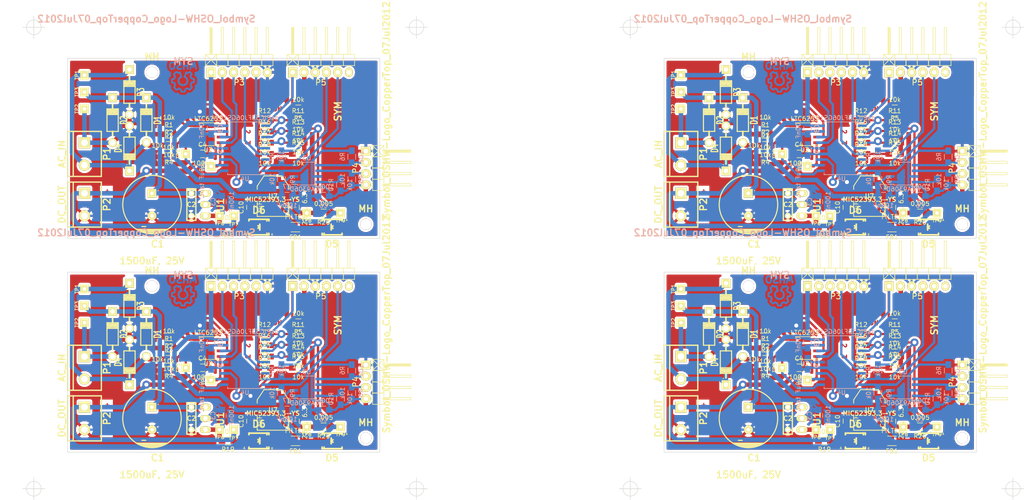
<source format=kicad_pcb>
(kicad_pcb (version 4) (host pcbnew "(2014-jul-16 BZR unknown)-product")
  (layers (0 F.Cu mixed) (31 B.Cu mixed) (34 B.Paste user) (35 F.Paste user) (36 B.SilkS user) (37 F.SilkS user) (38 B.Mask user) (39 F.Mask user) (44 Edge.Cuts user))
  (net 0 "")
  (net 1 GND)
  (net 2 /dsPIC/5V_BUS)
  (net 3 +3.3V)
  (net 4 "Net-(C9-Pad1)")
  (net 5 /dsPIC/3v3_supply/5v_in)
  (net 6 "Net-(D5-Pad2)")
  (net 7 +5V)
  (net 8 /ac_dc_supply/n_in)
  (net 9 /ac_dc_supply/l_in)
  (net 10 /dsPIC/nh)
  (net 11 /dsPIC/nl)
  (net 12 /dsPIC/lh)
  (net 13 /dsPIC/ll)
  (net 14 /dsPIC/SCL_BUS)
  (net 15 /dsPIC/SDA_BUS)
  (net 16 /dsPIC/~MCLR)
  (net 17 "Net-(P5-Pad6)")
  (net 18 /dsPIC/SCL_UC)
  (net 19 /dsPIC/I2C_EN)
  (net 20 /dsPIC/SDA_UC)
  (net 21 /dsPIC/ac_phase_+)
  (net 22 /dsPIC/ac_phase_-)
  (net 23 /dsPIC/ADDR1)
  (net 24 /dsPIC/ADDR2)
  (net 25 /dsPIC/ADDR3)
  (net 26 /dsPIC/ADDR4)
  (net 27 /ac_dc_supply/n_low)
  (net 28 /ac_dc_supply/l_low)
  (net 29 "Net-(R10-Pad2)")
  (net 30 "Net-(C11-Pad1)")
  (net 31 /ac_dc_supply/IN_RED)
  (net 32 /ac_dc_supply/LM_OUT)
  (module Housings_SOIC:SOIC-18_7.5x11.6mm_Pitch1.27mm (layer B.Cu) (at 90.805 65.405 180)
    (fp_text reference U4 (at 0 -6.875 180) (layer B.SilkS) (effects (justify mirror)))
    (fp_text value dsPIC33FJ06GS101A (at 0 6.875 180) (layer B.SilkS) (effects (justify mirror)))
    (pad 1 smd rect (at -4.7 5.08 180) (size 2 0.6) (layers B.Cu B.Paste B.Mask) (net 16 /dsPIC/~MCLR))
    (pad 2 smd rect (at -4.7 3.81 180) (size 2 0.6) (layers B.Cu B.Paste B.Mask) (net 23 /dsPIC/ADDR1))
    (pad 3 smd rect (at -4.7 2.54 180) (size 2 0.6) (layers B.Cu B.Paste B.Mask) (net 24 /dsPIC/ADDR2))
    (pad 4 smd rect (at -4.7 1.27 180) (size 2 0.6) (layers B.Cu B.Paste B.Mask) (net 25 /dsPIC/ADDR3))
    (pad 5 smd rect (at -4.7 0 180) (size 2 0.6) (layers B.Cu B.Paste B.Mask) (net 11 /dsPIC/nl))
    (pad 6 smd rect (at -4.7 -1.27 180) (size 2 0.6) (layers B.Cu B.Paste B.Mask) (net 10 /dsPIC/nh))
    (pad 7 smd rect (at -4.7 -2.54 180) (size 2 0.6) (layers B.Cu B.Paste B.Mask) (net 19 /dsPIC/I2C_EN))
    (pad 8 smd rect (at -4.7 -3.81 180) (size 2 0.6) (layers B.Cu B.Paste B.Mask) (net 20 /dsPIC/SDA_UC))
    (pad 9 smd rect (at -4.7 -5.08 180) (size 2 0.6) (layers B.Cu B.Paste B.Mask) (net 18 /dsPIC/SCL_UC))
    (pad 10 smd rect (at 4.7 -5.08 180) (size 2 0.6) (layers B.Cu B.Paste B.Mask) (net 22 /dsPIC/ac_phase_-))
    (pad 11 smd rect (at 4.7 -3.81 180) (size 2 0.6) (layers B.Cu B.Paste B.Mask) (net 21 /dsPIC/ac_phase_+))
    (pad 12 smd rect (at 4.7 -2.54 180) (size 2 0.6) (layers B.Cu B.Paste B.Mask) (net 26 /dsPIC/ADDR4))
    (pad 13 smd rect (at 4.7 -1.27 180) (size 2 0.6) (layers B.Cu B.Paste B.Mask) (net 1 GND))
    (pad 14 smd rect (at 4.7 0 180) (size 2 0.6) (layers B.Cu B.Paste B.Mask) (net 4 "Net-(C9-Pad1)"))
    (pad 15 smd rect (at 4.7 1.27 180) (size 2 0.6) (layers B.Cu B.Paste B.Mask) (net 12 /dsPIC/lh))
    (pad 16 smd rect (at 4.7 2.54 180) (size 2 0.6) (layers B.Cu B.Paste B.Mask) (net 13 /dsPIC/ll))
    (pad 17 smd rect (at 4.7 3.81 180) (size 2 0.6) (layers B.Cu B.Paste B.Mask) (net 1 GND))
    (pad 18 smd rect (at 4.7 5.08 180) (size 2 0.6) (layers B.Cu B.Paste B.Mask) (net 3 +3.3V))
  )
  (module Capacitors_SMD:C_0805_HandSoldering (layer B.Cu) (at 108.585 76.2 180)
    (fp_text reference C6 (at 0 -2.1 180) (layer B.SilkS) (effects (justify mirror)))
    (fp_text value 100nF (at 0 2.1 180) (layer B.SilkS) (effects (justify mirror)))
    (pad 1 smd rect (at -1.25 0 180) (size 1.5 1.25) (layers B.Cu B.Paste B.Mask) (net 2 /dsPIC/5V_BUS))
    (pad 2 smd rect (at 1.25 0 180) (size 1.5 1.25) (layers B.Cu B.Paste B.Mask) (net 1 GND))
  )
  (module Symbols:Symbol_OSHW-Logo_CopperTop (layer B.Cu) (at 76.835 50.165)
    (fp_text reference SYM (at 0.09906 -4.38912) (layer B.SilkS) (effects (font (thickness 0.3048)) (justify mirror)))
    (fp_text value Symbol_OSHW-Logo_CopperTop_07Jul2012 (at -8.255 -13.97) (layer B.SilkS) (effects (font (thickness 0.3048)) (justify mirror)))
    (fp_line (start 1.66878 -2.68986) (end 2.02946 -4.16052) (layer B.Cu) (width 0.381))
    (fp_line (start 2.02946 -4.16052) (end 2.30886 -3.0988) (layer B.Cu) (width 0.381))
    (fp_line (start 2.30886 -3.0988) (end 2.61874 -4.17068) (layer B.Cu) (width 0.381))
    (fp_line (start 2.61874 -4.17068) (end 2.9591 -2.72034) (layer B.Cu) (width 0.381))
    (fp_line (start 0.24892 -3.38074) (end 1.03886 -3.37058) (layer B.Cu) (width 0.381))
    (fp_line (start 1.03886 -3.37058) (end 1.04902 -3.38074) (layer B.Cu) (width 0.381))
    (fp_line (start 1.04902 -3.38074) (end 1.04902 -3.37058) (layer B.Cu) (width 0.381))
    (fp_line (start 1.08966 -2.65938) (end 1.08966 -4.20116) (layer B.Cu) (width 0.381))
    (fp_line (start 0.20066 -2.64922) (end 0.20066 -4.21894) (layer B.Cu) (width 0.381))
    (fp_line (start 0.20066 -4.21894) (end 0.21082 -4.20878) (layer B.Cu) (width 0.381))
    (fp_line (start -0.35052 -2.75082) (end -0.70104 -2.66954) (layer B.Cu) (width 0.381))
    (fp_line (start -0.70104 -2.66954) (end -1.02108 -2.65938) (layer B.Cu) (width 0.381))
    (fp_line (start -1.02108 -2.65938) (end -1.25984 -2.86004) (layer B.Cu) (width 0.381))
    (fp_line (start -1.25984 -2.86004) (end -1.29032 -3.12928) (layer B.Cu) (width 0.381))
    (fp_line (start -1.29032 -3.12928) (end -1.04902 -3.37058) (layer B.Cu) (width 0.381))
    (fp_line (start -1.04902 -3.37058) (end -0.6604 -3.50012) (layer B.Cu) (width 0.381))
    (fp_line (start -0.6604 -3.50012) (end -0.48006 -3.66014) (layer B.Cu) (width 0.381))
    (fp_line (start -0.48006 -3.66014) (end -0.43942 -3.95986) (layer B.Cu) (width 0.381))
    (fp_line (start -0.43942 -3.95986) (end -0.67056 -4.18084) (layer B.Cu) (width 0.381))
    (fp_line (start -0.67056 -4.18084) (end -0.9906 -4.20878) (layer B.Cu) (width 0.381))
    (fp_line (start -0.9906 -4.20878) (end -1.34112 -4.09956) (layer B.Cu) (width 0.381))
    (fp_line (start -2.37998 -2.64922) (end -2.6289 -2.66954) (layer B.Cu) (width 0.381))
    (fp_line (start -2.6289 -2.66954) (end -2.8702 -2.91084) (layer B.Cu) (width 0.381))
    (fp_line (start -2.8702 -2.91084) (end -2.9591 -3.40106) (layer B.Cu) (width 0.381))
    (fp_line (start -2.9591 -3.40106) (end -2.93116 -3.74904) (layer B.Cu) (width 0.381))
    (fp_line (start -2.93116 -3.74904) (end -2.7305 -4.06908) (layer B.Cu) (width 0.381))
    (fp_line (start -2.7305 -4.06908) (end -2.47904 -4.191) (layer B.Cu) (width 0.381))
    (fp_line (start -2.47904 -4.191) (end -2.16916 -4.11988) (layer B.Cu) (width 0.381))
    (fp_line (start -2.16916 -4.11988) (end -1.95072 -3.93954) (layer B.Cu) (width 0.381))
    (fp_line (start -1.95072 -3.93954) (end -1.8796 -3.4798) (layer B.Cu) (width 0.381))
    (fp_line (start -1.8796 -3.4798) (end -1.9304 -3.07086) (layer B.Cu) (width 0.381))
    (fp_line (start -1.9304 -3.07086) (end -2.03962 -2.78892) (layer B.Cu) (width 0.381))
    (fp_line (start -2.03962 -2.78892) (end -2.4003 -2.65938) (layer B.Cu) (width 0.381))
    (fp_line (start -1.78054 -0.92964) (end -2.03962 -1.49098) (layer B.Cu) (width 0.381))
    (fp_line (start -2.03962 -1.49098) (end -1.50114 -2.00914) (layer B.Cu) (width 0.381))
    (fp_line (start -1.50114 -2.00914) (end -0.98044 -1.7399) (layer B.Cu) (width 0.381))
    (fp_line (start -0.98044 -1.7399) (end -0.70104 -1.89992) (layer B.Cu) (width 0.381))
    (fp_line (start 0.73914 -1.8796) (end 1.06934 -1.6891) (layer B.Cu) (width 0.381))
    (fp_line (start 1.06934 -1.6891) (end 1.50876 -2.0193) (layer B.Cu) (width 0.381))
    (fp_line (start 1.50876 -2.0193) (end 1.9812 -1.52908) (layer B.Cu) (width 0.381))
    (fp_line (start 1.9812 -1.52908) (end 1.69926 -1.04902) (layer B.Cu) (width 0.381))
    (fp_line (start 1.69926 -1.04902) (end 1.88976 -0.57912) (layer B.Cu) (width 0.381))
    (fp_line (start 1.88976 -0.57912) (end 2.49936 -0.39116) (layer B.Cu) (width 0.381))
    (fp_line (start 2.49936 -0.39116) (end 2.49936 0.28956) (layer B.Cu) (width 0.381))
    (fp_line (start 2.49936 0.28956) (end 1.94056 0.42926) (layer B.Cu) (width 0.381))
    (fp_line (start 1.94056 0.42926) (end 1.7399 1.00076) (layer B.Cu) (width 0.381))
    (fp_line (start 1.7399 1.00076) (end 2.00914 1.47066) (layer B.Cu) (width 0.381))
    (fp_line (start 2.00914 1.47066) (end 1.53924 1.9812) (layer B.Cu) (width 0.381))
    (fp_line (start 1.53924 1.9812) (end 1.02108 1.71958) (layer B.Cu) (width 0.381))
    (fp_line (start 1.02108 1.71958) (end 0.55118 1.92024) (layer B.Cu) (width 0.381))
    (fp_line (start 0.55118 1.92024) (end 0.381 2.46126) (layer B.Cu) (width 0.381))
    (fp_line (start 0.381 2.46126) (end -0.30988 2.47904) (layer B.Cu) (width 0.381))
    (fp_line (start -0.30988 2.47904) (end -0.5207 1.9304) (layer B.Cu) (width 0.381))
    (fp_line (start -0.5207 1.9304) (end -0.9398 1.76022) (layer B.Cu) (width 0.381))
    (fp_line (start -0.9398 1.76022) (end -1.49098 2.02946) (layer B.Cu) (width 0.381))
    (fp_line (start -1.49098 2.02946) (end -2.00914 1.50114) (layer B.Cu) (width 0.381))
    (fp_line (start -2.00914 1.50114) (end -1.76022 0.96012) (layer B.Cu) (width 0.381))
    (fp_line (start -1.76022 0.96012) (end -1.9304 0.48006) (layer B.Cu) (width 0.381))
    (fp_line (start -1.9304 0.48006) (end -2.47904 0.381) (layer B.Cu) (width 0.381))
    (fp_line (start -2.47904 0.381) (end -2.4892 -0.32004) (layer B.Cu) (width 0.381))
    (fp_line (start -2.4892 -0.32004) (end -1.9304 -0.5207) (layer B.Cu) (width 0.381))
    (fp_line (start -1.9304 -0.5207) (end -1.7907 -0.91948) (layer B.Cu) (width 0.381))
    (fp_line (start 0.35052 -0.89916) (end 0.65024 -0.7493) (layer B.Cu) (width 0.381))
    (fp_line (start 0.65024 -0.7493) (end 0.8509 -0.55118) (layer B.Cu) (width 0.381))
    (fp_line (start 0.8509 -0.55118) (end 1.00076 -0.14986) (layer B.Cu) (width 0.381))
    (fp_line (start 1.00076 -0.14986) (end 1.00076 0.24892) (layer B.Cu) (width 0.381))
    (fp_line (start 1.00076 0.24892) (end 0.8509 0.59944) (layer B.Cu) (width 0.381))
    (fp_line (start 0.8509 0.59944) (end 0.39878 0.94996) (layer B.Cu) (width 0.381))
    (fp_line (start 0.39878 0.94996) (end -0.0508 1.00076) (layer B.Cu) (width 0.381))
    (fp_line (start -0.0508 1.00076) (end -0.44958 0.89916) (layer B.Cu) (width 0.381))
    (fp_line (start -0.44958 0.89916) (end -0.8509 0.55118) (layer B.Cu) (width 0.381))
    (fp_line (start -0.8509 0.55118) (end -1.00076 0.09906) (layer B.Cu) (width 0.381))
    (fp_line (start -1.00076 0.09906) (end -0.94996 -0.39878) (layer B.Cu) (width 0.381))
    (fp_line (start -0.94996 -0.39878) (end -0.70104 -0.70104) (layer B.Cu) (width 0.381))
    (fp_line (start -0.70104 -0.70104) (end -0.35052 -0.89916) (layer B.Cu) (width 0.381))
    (fp_line (start -0.35052 -0.89916) (end -0.70104 -1.89992) (layer B.Cu) (width 0.381))
    (fp_line (start 0.35052 -0.89916) (end 0.7493 -1.89992) (layer B.Cu) (width 0.381))
  )
  (module Capacitors_ThroughHole:Capacitor13x25RM2.5 (layer F.Cu) (at 69.85 78.105 180)
    (fp_text reference C1 (at -1.27 -8.89 180) (layer F.SilkS) (effects (font (thickness 0.3048))))
    (fp_text value "1500uF, 25V" (at 0 -12.7 180) (layer F.SilkS) (effects (font (thickness 0.3048))))
    (pad 1 thru_hole rect (at 0.0254 2.54 180) (size 1.99898 1.99898) (drill 0.8001) (layers *.Cu *.Mask F.SilkS) (net 31 /ac_dc_supply/IN_RED))
    (pad 2 thru_hole circle (at 0 -2.54 180) (size 1.99898 1.99898) (drill 0.8001) (layers *.Cu *.Mask F.SilkS) (net 1 GND))
  )
  (module Capacitors_SMD:C_0805_HandSoldering (layer B.Cu) (at 85.725 77.47 90)
    (fp_text reference C3 (at 0 -2.1 90) (layer B.SilkS) (effects (justify mirror)))
    (fp_text value 100nF (at 0 2.1 90) (layer B.SilkS) (effects (justify mirror)))
    (pad 1 smd rect (at -1.25 0 90) (size 1.5 1.25) (layers B.Cu B.Paste B.Mask) (net 32 /ac_dc_supply/LM_OUT))
    (pad 2 smd rect (at 1.25 0 90) (size 1.5 1.25) (layers B.Cu B.Paste B.Mask) (net 1 GND))
  )
  (module Capacitors_SMD:C_0805_HandSoldering (layer B.Cu) (at 100.33 76.2)
    (fp_text reference C7 (at 0 -2.1) (layer B.SilkS) (effects (justify mirror)))
    (fp_text value 100nF (at 0 2.1) (layer B.SilkS) (effects (justify mirror)))
    (pad 1 smd rect (at -1.25 0) (size 1.5 1.25) (layers B.Cu B.Paste B.Mask) (net 3 +3.3V))
    (pad 2 smd rect (at 1.25 0) (size 1.5 1.25) (layers B.Cu B.Paste B.Mask) (net 1 GND))
  )
  (module Capacitors_SMD:C_0805_HandSoldering (layer B.Cu) (at 83.185 60.96 270)
    (fp_text reference C8 (at 0 -2.1 270) (layer B.SilkS) (effects (justify mirror)))
    (fp_text value 100nF (at 0 2.1 270) (layer B.SilkS) (effects (justify mirror)))
    (pad 1 smd rect (at -1.25 0 270) (size 1.5 1.25) (layers B.Cu B.Paste B.Mask) (net 3 +3.3V))
    (pad 2 smd rect (at 1.25 0 270) (size 1.5 1.25) (layers B.Cu B.Paste B.Mask) (net 1 GND))
  )
  (module Capacitors_SMD:C_0805_HandSoldering (layer B.Cu) (at 83.185 65.786 270)
    (fp_text reference C9 (at 0 -2.1 270) (layer B.SilkS) (effects (justify mirror)))
    (fp_text value "10uF tant." (at 6.985 2.1 270) (layer B.SilkS) (effects (justify mirror)))
    (pad 1 smd rect (at -1.25 0 270) (size 1.5 1.25) (layers B.Cu B.Paste B.Mask) (net 4 "Net-(C9-Pad1)"))
    (pad 2 smd rect (at 1.25 0 270) (size 1.5 1.25) (layers B.Cu B.Paste B.Mask) (net 1 GND))
  )
  (module Capacitors_SMD:C_0805_HandSoldering (layer F.Cu) (at 92.075 78.74 90)
    (fp_text reference C10 (at 0 -2.1 90) (layer F.SilkS))
    (fp_text value 1uF (at 0 2.1 90) (layer F.SilkS))
    (pad 1 smd rect (at -1.25 0 90) (size 1.5 1.25) (layers F.Cu F.Paste F.Mask) (net 5 /dsPIC/3v3_supply/5v_in))
    (pad 2 smd rect (at 1.25 0 90) (size 1.5 1.25) (layers F.Cu F.Paste F.Mask) (net 1 GND))
  )
  (module Capacitors_SMD:C_0805_HandSoldering (layer F.Cu) (at 102.235 78.74 90)
    (fp_text reference C11 (at 0 -2.1 90) (layer F.SilkS))
    (fp_text value "22uF, 6.3V" (at 0 2.1 90) (layer F.SilkS))
    (pad 1 smd rect (at -1.25 0 90) (size 1.5 1.25) (layers F.Cu F.Paste F.Mask) (net 30 "Net-(C11-Pad1)"))
    (pad 2 smd rect (at 1.25 0 90) (size 1.5 1.25) (layers F.Cu F.Paste F.Mask) (net 1 GND))
  )
  (module Diodes_ThroughHole:Diode_DO-41_SOD81_Horizontal_RM10 (layer F.Cu) (at 68.58 59.055 90)
    (fp_text reference D1 (at 0 2.54 90) (layer F.SilkS) (effects (font (size 1.524 1.016) (thickness 0.254))))
    (fp_text value 1N5062 hide)
    (pad 1 thru_hole circle (at -5.08 0 90) (size 1.99898 1.99898) (drill 1.27) (layers *.Cu *.Mask F.SilkS) (net 9 /ac_dc_supply/l_in))
    (pad 2 thru_hole rect (at 5.08 0 90) (size 1.99898 1.99898) (drill 1.00076) (layers *.Cu *.Mask F.SilkS) (net 31 /ac_dc_supply/IN_RED))
  )
  (module Diodes_ThroughHole:Diode_DO-41_SOD81_Horizontal_RM10 (layer F.Cu) (at 60.96 59.055 90)
    (fp_text reference D2 (at 0 2.54 90) (layer F.SilkS) (effects (font (size 1.524 1.016) (thickness 0.254))))
    (fp_text value 1N5062 hide)
    (pad 1 thru_hole circle (at -5.08 0 90) (size 1.99898 1.99898) (drill 1.27) (layers *.Cu *.Mask F.SilkS) (net 8 /ac_dc_supply/n_in))
    (pad 2 thru_hole rect (at 5.08 0 90) (size 1.99898 1.99898) (drill 1.00076) (layers *.Cu *.Mask F.SilkS) (net 31 /ac_dc_supply/IN_RED))
  )
  (module Diodes_ThroughHole:Diode_DO-41_SOD81_Horizontal_RM10 (layer F.Cu) (at 64.77 52.705 90)
    (fp_text reference D3 (at 0 2.54 90) (layer F.SilkS) (effects (font (size 1.524 1.016) (thickness 0.254))))
    (fp_text value 1N5062 hide)
    (pad 1 thru_hole circle (at -5.08 0 90) (size 1.99898 1.99898) (drill 1.27) (layers *.Cu *.Mask F.SilkS) (net 1 GND))
    (pad 2 thru_hole rect (at 5.08 0 90) (size 1.99898 1.99898) (drill 1.00076) (layers *.Cu *.Mask F.SilkS) (net 9 /ac_dc_supply/l_in))
  )
  (module Diodes_ThroughHole:Diode_DO-41_SOD81_Horizontal_RM10 (layer F.Cu) (at 64.77 65.405 270)
    (fp_text reference D4 (at 0 2.54 270) (layer F.SilkS) (effects (font (size 1.524 1.016) (thickness 0.254))))
    (fp_text value 1N5062 hide)
    (pad 1 thru_hole circle (at -5.08 0 270) (size 1.99898 1.99898) (drill 1.27) (layers *.Cu *.Mask F.SilkS) (net 1 GND))
    (pad 2 thru_hole rect (at 5.08 0 270) (size 1.99898 1.99898) (drill 1.00076) (layers *.Cu *.Mask F.SilkS) (net 9 /ac_dc_supply/l_in))
  )
  (module Diodes_SMD:Diode-SMA_Handsoldering (layer F.Cu) (at 110.49 83.185 180)
    (fp_text reference D5 (at 0 -3.81 180) (layer F.SilkS) (effects (font (thickness 0.3048))))
    (fp_text value DIODESCH hide)
    (fp_text user A (at -3.29946 1.6002 180) (layer F.SilkS) (effects (font (size 0.50038 0.50038) (thickness 0.09906))))
    (fp_text user K (at 2.99974 1.69926 180) (layer F.SilkS) (effects (font (size 0.50038 0.50038) (thickness 0.09906))))
    (pad 1 smd rect (at -2.49936 0 180) (size 3.50012 1.80086) (layers F.Cu F.Paste F.Mask) (net 2 /dsPIC/5V_BUS))
    (pad 2 smd rect (at 2.49936 0 180) (size 3.50012 1.80086) (layers F.Cu F.Paste F.Mask) (net 6 "Net-(D5-Pad2)"))
  )
  (module Diodes_SMD:Diode-SMA_Handsoldering (layer F.Cu) (at 93.98 83.185)
    (fp_text reference D6 (at 0 -3.81) (layer F.SilkS) (effects (font (thickness 0.3048))))
    (fp_text value DIODESCH hide)
    (fp_text user A (at -3.29946 1.6002) (layer F.SilkS) (effects (font (size 0.50038 0.50038) (thickness 0.09906))))
    (fp_text user K (at 2.99974 1.69926) (layer F.SilkS) (effects (font (size 0.50038 0.50038) (thickness 0.09906))))
    (pad 1 smd rect (at -2.49936 0) (size 3.50012 1.80086) (layers F.Cu F.Paste F.Mask) (net 7 +5V))
    (pad 2 smd rect (at 2.49936 0) (size 3.50012 1.80086) (layers F.Cu F.Paste F.Mask) (net 5 /dsPIC/3v3_supply/5v_in))
  )
  (module Resistors_SMD:R_1206_HandSoldering (layer F.Cu) (at 102.235 83.185 180)
    (fp_text reference FB1 (at 0 -2.3 180) (layer F.SilkS))
    (fp_text value FILTER (at 0 2.3 180) (layer F.SilkS))
    (pad 1 smd rect (at -2 0 180) (size 2 1.7) (layers F.Cu F.Paste F.Mask) (net 6 "Net-(D5-Pad2)"))
    (pad 2 smd rect (at 2 0 180) (size 2 1.7) (layers F.Cu F.Paste F.Mask) (net 5 /dsPIC/3v3_supply/5v_in))
  )
  (module Connect:bornier2 (layer F.Cu) (at 54.61 66.675 270)
    (fp_text reference P1 (at 0 -5.08 270) (layer F.SilkS) (effects (font (thickness 0.3048))))
    (fp_text value AC_IN (at 0 5.08 270) (layer F.SilkS) (effects (font (thickness 0.3048))))
    (pad 1 thru_hole rect (at -2.54 0 270) (size 2.54 2.54) (drill 1.524) (layers *.Cu *.Mask F.SilkS) (net 8 /ac_dc_supply/n_in))
    (pad 2 thru_hole circle (at 2.54 0 270) (size 2.54 2.54) (drill 1.524) (layers *.Cu *.Mask F.SilkS) (net 9 /ac_dc_supply/l_in))
  )
  (module Connect:bornier2 (layer F.Cu) (at 54.61 78.105 270)
    (fp_text reference P2 (at 0 -5.08 270) (layer F.SilkS) (effects (font (thickness 0.3048))))
    (fp_text value DC_OUT (at 0 5.08 270) (layer F.SilkS) (effects (font (thickness 0.3048))))
    (pad 1 thru_hole rect (at -2.54 0 270) (size 2.54 2.54) (drill 1.524) (layers *.Cu *.Mask F.SilkS) (net 7 +5V))
    (pad 2 thru_hole circle (at 2.54 0 270) (size 2.54 2.54) (drill 1.524) (layers *.Cu *.Mask F.SilkS) (net 1 GND))
  )
  (module Pin_Headers:Pin_Header_Angled_1x06 (layer F.Cu) (at 107.95 48.26)
    (fp_text reference P5 (at 0 2.286) (layer F.SilkS) (effects (font (size 1.27 1.27) (thickness 0.2032))))
    (fp_text value dsPIC_PGM hide)
    (pad 1 thru_hole rect (at -6.35 0) (size 2 2.2) (drill 1.016) (layers *.Cu *.Mask F.SilkS) (net 16 /dsPIC/~MCLR))
    (pad 2 thru_hole oval (at -3.81 0) (size 2 2.2) (drill 1.016) (layers *.Cu *.Mask F.SilkS) (net 3 +3.3V))
    (pad 3 thru_hole oval (at -1.27 0) (size 2 2.2) (drill 1.016) (layers *.Cu *.Mask F.SilkS) (net 1 GND))
    (pad 4 thru_hole oval (at 1.27 0) (size 2 2.2) (drill 1.016) (layers *.Cu *.Mask F.SilkS) (net 20 /dsPIC/SDA_UC))
    (pad 5 thru_hole oval (at 3.81 0) (size 2 2.2) (drill 1.016) (layers *.Cu *.Mask F.SilkS) (net 18 /dsPIC/SCL_UC))
    (pad 6 thru_hole oval (at 6.35 0) (size 1.7272 2.032) (drill 1.016) (layers *.Cu *.Mask F.SilkS) (net 17 "Net-(P5-Pad6)"))
  )
  (module Resistors_SMD:R_0805_HandSoldering (layer F.Cu) (at 73.66 62.23)
    (fp_text reference R1 (at 0 -2.1) (layer F.SilkS))
    (fp_text value 10k (at -2.54 2.54) (layer F.SilkS))
    (pad 1 smd rect (at -1.35 0) (size 1.5 1.3) (layers F.Cu F.Paste F.Mask) (net 8 /ac_dc_supply/n_in))
    (pad 2 smd rect (at 1.35 0) (size 1.5 1.3) (layers F.Cu F.Paste F.Mask) (net 27 /ac_dc_supply/n_low))
  )
  (module Resistors_SMD:R_0805_HandSoldering (layer F.Cu) (at 73.66 59.69 180)
    (fp_text reference R2 (at 0 -2.1 180) (layer F.SilkS))
    (fp_text value 10k (at 0 1.27 180) (layer F.SilkS))
    (pad 1 smd rect (at -1.35 0 180) (size 1.5 1.3) (layers F.Cu F.Paste F.Mask) (net 27 /ac_dc_supply/n_low))
    (pad 2 smd rect (at 1.35 0 180) (size 1.5 1.3) (layers F.Cu F.Paste F.Mask) (net 1 GND))
  )
  (module Resistors_SMD:R_0805_HandSoldering (layer F.Cu) (at 73.66 64.77)
    (fp_text reference R3 (at 0 -2.1) (layer F.SilkS))
    (fp_text value 10k (at 0 2.1) (layer F.SilkS))
    (pad 1 smd rect (at -1.35 0) (size 1.5 1.3) (layers F.Cu F.Paste F.Mask) (net 9 /ac_dc_supply/l_in))
    (pad 2 smd rect (at 1.35 0) (size 1.5 1.3) (layers F.Cu F.Paste F.Mask) (net 28 /ac_dc_supply/l_low))
  )
  (module Resistors_SMD:R_0805_HandSoldering (layer F.Cu) (at 73.66 67.31 180)
    (fp_text reference R4 (at 0 -1.27 180) (layer F.SilkS))
    (fp_text value 10k (at 0 2.1 180) (layer F.SilkS))
    (pad 1 smd rect (at -1.35 0 180) (size 1.5 1.3) (layers F.Cu F.Paste F.Mask) (net 28 /ac_dc_supply/l_low))
    (pad 2 smd rect (at 1.35 0 180) (size 1.5 1.3) (layers F.Cu F.Paste F.Mask) (net 1 GND))
  )
  (module Resistors_SMD:R_0805_HandSoldering (layer F.Cu) (at 102.87 56.515 180)
    (fp_text reference R5 (at 0 -2.1 180) (layer F.SilkS))
    (fp_text value 10k (at 0 2.1 180) (layer F.SilkS))
    (pad 1 smd rect (at -1.35 0 180) (size 1.5 1.3) (layers F.Cu F.Paste F.Mask) (net 3 +3.3V))
    (pad 2 smd rect (at 1.35 0 180) (size 1.5 1.3) (layers F.Cu F.Paste F.Mask) (net 16 /dsPIC/~MCLR))
  )
  (module Resistors_SMD:R_0805_HandSoldering (layer B.Cu) (at 114.935 67.31 90)
    (fp_text reference R6 (at 0 -2.1 90) (layer B.SilkS) (effects (justify mirror)))
    (fp_text value 10k (at 0 2.1 90) (layer B.SilkS) (effects (justify mirror)))
    (pad 1 smd rect (at -1.35 0 90) (size 1.5 1.3) (layers B.Cu B.Paste B.Mask) (net 15 /dsPIC/SDA_BUS))
    (pad 2 smd rect (at 1.35 0 90) (size 1.5 1.3) (layers B.Cu B.Paste B.Mask) (net 2 /dsPIC/5V_BUS))
  )
  (module Resistors_SMD:R_0805_HandSoldering (layer B.Cu) (at 99.06 67.31 90)
    (fp_text reference R7 (at 0 -2.1 90) (layer B.SilkS) (effects (justify mirror)))
    (fp_text value 10k (at 0 0 90) (layer B.SilkS) (effects (justify mirror)))
    (pad 1 smd rect (at -1.35 0 90) (size 1.5 1.3) (layers B.Cu B.Paste B.Mask) (net 20 /dsPIC/SDA_UC))
    (pad 2 smd rect (at 1.35 0 90) (size 1.5 1.3) (layers B.Cu B.Paste B.Mask) (net 3 +3.3V))
  )
  (module Resistors_SMD:R_0805_HandSoldering (layer B.Cu) (at 114.935 72.39 270)
    (fp_text reference R8 (at 0 -2.1 270) (layer B.SilkS) (effects (justify mirror)))
    (fp_text value 10k (at 0 2.1 270) (layer B.SilkS) (effects (justify mirror)))
    (pad 1 smd rect (at -1.35 0 270) (size 1.5 1.3) (layers B.Cu B.Paste B.Mask) (net 14 /dsPIC/SCL_BUS))
    (pad 2 smd rect (at 1.35 0 270) (size 1.5 1.3) (layers B.Cu B.Paste B.Mask) (net 2 /dsPIC/5V_BUS))
  )
  (module Resistors_SMD:R_0805_HandSoldering (layer B.Cu) (at 99.06 72.39 270)
    (fp_text reference R9 (at 0 -2.54 270) (layer B.SilkS) (effects (justify mirror)))
    (fp_text value 10k (at 0 2.1 270) (layer B.SilkS) (effects (justify mirror)))
    (pad 1 smd rect (at -1.35 0 270) (size 1.5 1.3) (layers B.Cu B.Paste B.Mask) (net 18 /dsPIC/SCL_UC))
    (pad 2 smd rect (at 1.35 0 270) (size 1.5 1.3) (layers B.Cu B.Paste B.Mask) (net 3 +3.3V))
  )
  (module Resistors_SMD:R_0805_HandSoldering (layer B.Cu) (at 112.395 73.66 90)
    (fp_text reference R10 (at 0 -2.1 90) (layer B.SilkS) (effects (justify mirror)))
    (fp_text value 10k (at 0 2.1 90) (layer B.SilkS) (effects (justify mirror)))
    (pad 1 smd rect (at -1.35 0 90) (size 1.5 1.3) (layers B.Cu B.Paste B.Mask) (net 2 /dsPIC/5V_BUS))
    (pad 2 smd rect (at 1.35 0 90) (size 1.5 1.3) (layers B.Cu B.Paste B.Mask) (net 29 "Net-(R10-Pad2)"))
  )
  (module Resistors_SMD:R_0805_HandSoldering (layer F.Cu) (at 102.87 59.055)
    (fp_text reference R11 (at 0 -2.1) (layer F.SilkS))
    (fp_text value 10k (at 0 2.1) (layer F.SilkS))
    (pad 1 smd rect (at -1.35 0) (size 1.5 1.3) (layers F.Cu F.Paste F.Mask) (net 23 /dsPIC/ADDR1))
    (pad 2 smd rect (at 1.35 0) (size 1.5 1.3) (layers F.Cu F.Paste F.Mask) (net 3 +3.3V))
  )
  (module Resistors_SMD:R_0805_HandSoldering (layer F.Cu) (at 95.25 59.055)
    (fp_text reference R12 (at 0 -2.1) (layer F.SilkS))
    (fp_text value 10k (at 0 2.1) (layer F.SilkS))
    (pad 1 smd rect (at -1.35 0) (size 1.5 1.3) (layers F.Cu F.Paste F.Mask) (net 1 GND))
    (pad 2 smd rect (at 1.35 0) (size 1.5 1.3) (layers F.Cu F.Paste F.Mask) (net 23 /dsPIC/ADDR1))
  )
  (module Transistors_TO-220:TO-220_Neutral123_PadsOnly (layer F.Cu) (at 81.915 78.105 270)
    (fp_text reference U1 (at 0.0508 -3.40106 270) (layer F.SilkS) (effects (font (thickness 0.3048))))
    (fp_text value LM7805CT hide)
    (pad 2 thru_hole oval (at 0 0) (size 2.49936 1.50114) (drill 1.00076) (layers *.Cu *.Mask F.SilkS) (net 1 GND))
    (pad 1 thru_hole oval (at -2.54 0) (size 2.49936 1.50114) (drill 1.00076) (layers *.Cu *.Mask F.SilkS) (net 31 /ac_dc_supply/IN_RED))
    (pad 3 thru_hole oval (at 2.54 0) (size 2.49936 1.50114) (drill 1.00076) (layers *.Cu *.Mask F.SilkS) (net 32 /ac_dc_supply/LM_OUT))
  )
  (module SMD_Packages:SOT-223 (layer F.Cu) (at 97.155 76.2)
    (fp_text reference U7 (at 0 0) (layer F.SilkS) (effects (font (size 1.016 1.016) (thickness 0.2032))))
    (fp_text value MIC52393.3-YS (at 0 0.762) (layer F.SilkS) (effects (font (size 1.016 1.016) (thickness 0.2032))))
    (pad 4 smd rect (at 0 -3.302) (size 3.6576 2.032) (layers F.Cu F.Paste F.Mask) (net 1 GND))
    (pad 2 smd rect (at 0 3.302) (size 1.016 2.032) (layers F.Cu F.Paste F.Mask) (net 1 GND))
    (pad 3 smd rect (at 2.286 3.302) (size 1.016 2.032) (layers F.Cu F.Paste F.Mask) (net 30 "Net-(C11-Pad1)"))
    (pad 1 smd rect (at -2.286 3.302) (size 1.016 2.032) (layers F.Cu F.Paste F.Mask) (net 5 /dsPIC/3v3_supply/5v_in))
  )
  (module Discret:C2 (layer F.Cu) (at 78.74 78.105 270)
    (fp_text reference C2 (at 0 0 360) (layer F.SilkS) (effects (font (size 1.016 1.016) (thickness 0.2032))))
    (fp_text value 330nF hide)
    (pad 1 thru_hole circle (at -2.54 0 270) (size 1.397 1.397) (drill 0.8128) (layers *.Cu *.Mask F.SilkS) (net 31 /ac_dc_supply/IN_RED))
    (pad 2 thru_hole circle (at 2.54 0 270) (size 1.397 1.397) (drill 0.8128) (layers *.Cu *.Mask F.SilkS) (net 1 GND))
  )
  (module Connect:SIL-1 (layer F.Cu) (at 54.61 48.895 90)
    (fp_text reference TP1 (at 0 -1.7 90) (layer F.SilkS) (effects (font (size 0.8 0.8))))
    (fp_text value L hide)
    (pad 1 thru_hole rect (at 0 0 90) (size 1.8 1.8) (drill 0.8) (layers *.Cu *.Mask F.SilkS) (net 9 /ac_dc_supply/l_in))
  )
  (module Connect:SIL-1 (layer F.Cu) (at 54.61 56.515 90)
    (fp_text reference TP2 (at 0 -1.7 90) (layer F.SilkS) (effects (font (size 0.8 0.8))))
    (fp_text value N hide)
    (pad 1 thru_hole rect (at 0 0 90) (size 1.8 1.8) (drill 0.8) (layers *.Cu *.Mask F.SilkS) (net 8 /ac_dc_supply/n_in))
  )
  (module Connect:SIL-1 (layer F.Cu) (at 54.61 52.705 90)
    (fp_text reference TP3 (at 0 -1.7 90) (layer F.SilkS) (effects (font (size 0.8 0.8))))
    (fp_text value RED hide)
    (pad 1 thru_hole rect (at 0 0 90) (size 1.8 1.8) (drill 0.8) (layers *.Cu *.Mask F.SilkS) (net 31 /ac_dc_supply/IN_RED))
  )
  (module Connect:SIL-1 (layer F.Cu) (at 83.185 69.469 90)
    (fp_text reference TP4 (at 0 -1.7 90) (layer F.SilkS) (effects (font (size 0.8 0.8))))
    (fp_text value DET_L hide)
    (pad 1 thru_hole rect (at 0 0 90) (size 1.8 1.8) (drill 0.8) (layers *.Cu *.Mask F.SilkS) (net 21 /dsPIC/ac_phase_+))
  )
  (module Connect:SIL-1 (layer F.Cu) (at 77.47 66.675 90)
    (fp_text reference TP5 (at 0 -1.7 90) (layer F.SilkS) (effects (font (size 0.8 0.8))))
    (fp_text value DET_N hide)
    (pad 1 thru_hole rect (at 0 0 90) (size 1.8 1.8) (drill 0.8) (layers *.Cu *.Mask F.SilkS) (net 22 /dsPIC/ac_phase_-))
  )
  (module Capacitors_SMD:C_0805_HandSoldering (layer F.Cu) (at 81.28 66.675)
    (fp_text reference C4 (at 0 -2.1) (layer F.SilkS))
    (fp_text value 100nF (at 0 2.1) (layer F.SilkS))
    (pad 1 smd rect (at -1.25 0) (size 1.5 1.25) (layers F.Cu F.Paste F.Mask) (net 7 +5V))
    (pad 2 smd rect (at 1.25 0) (size 1.5 1.25) (layers F.Cu F.Paste F.Mask) (net 1 GND))
  )
  (module Pin_Headers:Pin_Header_Angled_1x04 (layer F.Cu) (at 118.11 69.85 270)
    (fp_text reference P4 (at 0 2.286 270) (layer F.SilkS) (effects (font (size 1.27 1.27) (thickness 0.2032))))
    (fp_text value I2C_BUS hide)
    (pad 1 thru_hole rect (at -3.81 0 270) (size 2 2.2) (drill 1.016) (layers *.Cu *.Mask F.SilkS) (net 1 GND))
    (pad 2 thru_hole oval (at -1.27 0 270) (size 2 2.2) (drill 1.016) (layers *.Cu *.Mask F.SilkS) (net 15 /dsPIC/SDA_BUS))
    (pad 3 thru_hole oval (at 1.27 0 270) (size 2 2.2) (drill 1.016) (layers *.Cu *.Mask F.SilkS) (net 14 /dsPIC/SCL_BUS))
    (pad 4 thru_hole oval (at 3.81 0 270) (size 2 2.2) (drill 1.016) (layers *.Cu *.Mask F.SilkS) (net 2 /dsPIC/5V_BUS))
  )
  (module Housings_SOIC:SOIC-8_3.9x4.9mm_Pitch1.27mm (layer B.Cu) (at 104.775 71.12)
    (fp_text reference U3 (at 0 -3.5) (layer B.SilkS) (effects (justify mirror)))
    (fp_text value PCA9306D (at 0 3.5) (layer B.SilkS) (effects (justify mirror)))
    (pad 1 smd rect (at -2.7 1.905) (size 1.55 0.6) (layers B.Cu B.Paste B.Mask) (net 1 GND))
    (pad 2 smd rect (at -2.7 0.635) (size 1.55 0.6) (layers B.Cu B.Paste B.Mask) (net 3 +3.3V))
    (pad 3 smd rect (at -2.7 -0.635) (size 1.55 0.6) (layers B.Cu B.Paste B.Mask) (net 18 /dsPIC/SCL_UC))
    (pad 4 smd rect (at -2.7 -1.905) (size 1.55 0.6) (layers B.Cu B.Paste B.Mask) (net 20 /dsPIC/SDA_UC))
    (pad 5 smd rect (at 2.7 -1.905) (size 1.55 0.6) (layers B.Cu B.Paste B.Mask) (net 15 /dsPIC/SDA_BUS))
    (pad 6 smd rect (at 2.7 -0.635) (size 1.55 0.6) (layers B.Cu B.Paste B.Mask) (net 14 /dsPIC/SCL_BUS))
    (pad 7 smd rect (at 2.7 0.635) (size 1.55 0.6) (layers B.Cu B.Paste B.Mask) (net 2 /dsPIC/5V_BUS))
    (pad 8 smd rect (at 2.7 1.905) (size 1.55 0.6) (layers B.Cu B.Paste B.Mask) (net 29 "Net-(R10-Pad2)"))
  )
  (module Resistors_SMD:R_0805_HandSoldering (layer F.Cu) (at 102.87 61.595)
    (fp_text reference R13 (at 0 -2.1) (layer F.SilkS))
    (fp_text value 10k (at 0 2.1) (layer F.SilkS))
    (pad 1 smd rect (at -1.35 0) (size 1.5 1.3) (layers F.Cu F.Paste F.Mask) (net 24 /dsPIC/ADDR2))
    (pad 2 smd rect (at 1.35 0) (size 1.5 1.3) (layers F.Cu F.Paste F.Mask) (net 3 +3.3V))
  )
  (module Resistors_SMD:R_0805_HandSoldering (layer F.Cu) (at 102.87 64.135)
    (fp_text reference R14 (at 0 -2.1) (layer F.SilkS))
    (fp_text value 10k (at 0 2.1) (layer F.SilkS))
    (pad 1 smd rect (at -1.35 0) (size 1.5 1.3) (layers F.Cu F.Paste F.Mask) (net 25 /dsPIC/ADDR3))
    (pad 2 smd rect (at 1.35 0) (size 1.5 1.3) (layers F.Cu F.Paste F.Mask) (net 3 +3.3V))
  )
  (module Resistors_SMD:R_0805_HandSoldering (layer F.Cu) (at 102.87 66.675)
    (fp_text reference R15 (at 0 -2.54) (layer F.SilkS))
    (fp_text value 10k (at 0 2.1) (layer F.SilkS))
    (pad 1 smd rect (at -1.35 0) (size 1.5 1.3) (layers F.Cu F.Paste F.Mask) (net 26 /dsPIC/ADDR4))
    (pad 2 smd rect (at 1.35 0) (size 1.5 1.3) (layers F.Cu F.Paste F.Mask) (net 3 +3.3V))
  )
  (module Resistors_SMD:R_0805_HandSoldering (layer F.Cu) (at 95.25 61.595)
    (fp_text reference R16 (at 0 -2.1) (layer F.SilkS))
    (fp_text value 10k (at 0 2.1) (layer F.SilkS))
    (pad 1 smd rect (at -1.35 0) (size 1.5 1.3) (layers F.Cu F.Paste F.Mask) (net 1 GND))
    (pad 2 smd rect (at 1.35 0) (size 1.5 1.3) (layers F.Cu F.Paste F.Mask) (net 24 /dsPIC/ADDR2))
  )
  (module Resistors_SMD:R_0805_HandSoldering (layer F.Cu) (at 95.25 64.135)
    (fp_text reference R17 (at 0 -2.1) (layer F.SilkS))
    (fp_text value 10k (at 0 2.1) (layer F.SilkS))
    (pad 1 smd rect (at -1.35 0) (size 1.5 1.3) (layers F.Cu F.Paste F.Mask) (net 1 GND))
    (pad 2 smd rect (at 1.35 0) (size 1.5 1.3) (layers F.Cu F.Paste F.Mask) (net 25 /dsPIC/ADDR3))
  )
  (module Resistors_SMD:R_0805_HandSoldering (layer F.Cu) (at 95.25 66.675)
    (fp_text reference R18 (at 0 -2.1) (layer F.SilkS))
    (fp_text value 10k (at 0 2.1) (layer F.SilkS))
    (pad 1 smd rect (at -1.35 0) (size 1.5 1.3) (layers F.Cu F.Paste F.Mask) (net 1 GND))
    (pad 2 smd rect (at 1.35 0) (size 1.5 1.3) (layers F.Cu F.Paste F.Mask) (net 26 /dsPIC/ADDR4))
  )
  (module Housings_SOIC:SOIC-8_3.9x4.9mm_Pitch1.27mm (layer F.Cu) (at 82.55 62.23 180)
    (fp_text reference U2 (at 0 -3.5 180) (layer F.SilkS))
    (fp_text value LTC6253 (at 0 3.5 180) (layer F.SilkS))
    (pad 1 smd rect (at -2.7 -1.905 180) (size 1.55 0.6) (layers F.Cu F.Paste F.Mask) (net 21 /dsPIC/ac_phase_+))
    (pad 2 smd rect (at -2.7 -0.635 180) (size 1.55 0.6) (layers F.Cu F.Paste F.Mask) (net 27 /ac_dc_supply/n_low))
    (pad 3 smd rect (at -2.7 0.635 180) (size 1.55 0.6) (layers F.Cu F.Paste F.Mask) (net 28 /ac_dc_supply/l_low))
    (pad 4 smd rect (at -2.7 1.905 180) (size 1.55 0.6) (layers F.Cu F.Paste F.Mask) (net 1 GND))
    (pad 5 smd rect (at 2.7 1.905 180) (size 1.55 0.6) (layers F.Cu F.Paste F.Mask) (net 27 /ac_dc_supply/n_low))
    (pad 6 smd rect (at 2.7 0.635 180) (size 1.55 0.6) (layers F.Cu F.Paste F.Mask) (net 28 /ac_dc_supply/l_low))
    (pad 7 smd rect (at 2.7 -0.635 180) (size 1.55 0.6) (layers F.Cu F.Paste F.Mask) (net 22 /dsPIC/ac_phase_-))
    (pad 8 smd rect (at 2.7 -1.905 180) (size 1.55 0.6) (layers F.Cu F.Paste F.Mask) (net 7 +5V))
  )
  (module Resistors_SMD:R_0805_HandSoldering (layer F.Cu) (at 86.995 83.185 180)
    (fp_text reference R19 (at 0 -1.905 180) (layer F.SilkS))
    (fp_text value 0.005 (at 0 2.1 180) (layer F.SilkS))
    (pad 1 smd rect (at -1.35 0 180) (size 1.5 1.3) (layers F.Cu F.Paste F.Mask) (net 7 +5V))
    (pad 2 smd rect (at 1.35 0 180) (size 1.5 1.3) (layers F.Cu F.Paste F.Mask) (net 32 /ac_dc_supply/LM_OUT))
  )
  (module Resistors_SMD:R_0805_HandSoldering (layer F.Cu) (at 108.585 80.01 180)
    (fp_text reference R20 (at 0 -2.1 180) (layer F.SilkS))
    (fp_text value 0.005 (at 0 2.1 180) (layer F.SilkS))
    (pad 1 smd rect (at -1.35 0 180) (size 1.5 1.3) (layers F.Cu F.Paste F.Mask) (net 3 +3.3V))
    (pad 2 smd rect (at 1.35 0 180) (size 1.5 1.3) (layers F.Cu F.Paste F.Mask) (net 30 "Net-(C11-Pad1)"))
  )
  (module Connect:SIL-1 (layer F.Cu) (at 85.09 80.645 180)
    (fp_text reference TP6 (at 0 -1.7 180) (layer F.SilkS) (effects (font (size 0.8 0.8))))
    (fp_text value 5VA hide)
    (pad 1 thru_hole rect (at 0 0 180) (size 1.8 1.8) (drill 0.8) (layers *.Cu *.Mask F.SilkS) (net 32 /ac_dc_supply/LM_OUT))
  )
  (module Connect:SIL-1 (layer F.Cu) (at 88.265 80.645 180)
    (fp_text reference TP7 (at 0 -1.905 180) (layer F.SilkS) (effects (font (size 0.8 0.8))))
    (fp_text value 5VB hide)
    (pad 1 thru_hole rect (at 0 0 180) (size 1.8 1.8) (drill 0.8) (layers *.Cu *.Mask F.SilkS) (net 7 +5V))
  )
  (module Connect:SIL-1 (layer F.Cu) (at 104.775 80.01 180)
    (fp_text reference TP8 (at 0 -1.7 180) (layer F.SilkS) (effects (font (size 0.8 0.8))))
    (fp_text value 3v3A hide)
    (pad 1 thru_hole rect (at 0 0 180) (size 1.8 1.8) (drill 0.8) (layers *.Cu *.Mask F.SilkS) (net 30 "Net-(C11-Pad1)"))
  )
  (module Connect:SIL-1 (layer F.Cu) (at 112.395 80.01 180)
    (fp_text reference TP9 (at 0 -1.7 180) (layer F.SilkS) (effects (font (size 0.8 0.8))))
    (fp_text value 3v3B hide)
    (pad 1 thru_hole rect (at 0 0 180) (size 1.8 1.8) (drill 0.8) (layers *.Cu *.Mask F.SilkS) (net 3 +3.3V))
  )
  (module Pin_Headers:Pin_Header_Angled_1x06 (layer F.Cu) (at 89.535 48.26)
    (fp_text reference P3 (at 0 2.286) (layer F.SilkS) (effects (font (size 1.27 1.27) (thickness 0.2032))))
    (fp_text value LOGIC_OUT hide)
    (pad 1 thru_hole rect (at -6.35 0) (size 2 2.2) (drill 1.016) (layers *.Cu *.Mask F.SilkS) (net 3 +3.3V))
    (pad 2 thru_hole oval (at -3.81 0) (size 2 2.2) (drill 1.016) (layers *.Cu *.Mask F.SilkS) (net 13 /dsPIC/ll))
    (pad 3 thru_hole oval (at -1.27 0) (size 2 2.2) (drill 1.016) (layers *.Cu *.Mask F.SilkS) (net 12 /dsPIC/lh))
    (pad 4 thru_hole oval (at 1.27 0) (size 2 2.2) (drill 1.016) (layers *.Cu *.Mask F.SilkS) (net 10 /dsPIC/nh))
    (pad 5 thru_hole oval (at 3.81 0) (size 2 2.2) (drill 1.016) (layers *.Cu *.Mask F.SilkS) (net 11 /dsPIC/nl))
    (pad 6 thru_hole oval (at 6.35 0) (size 2 2.2) (drill 1.016) (layers *.Cu *.Mask F.SilkS) (net 1 GND))
  )
  (module Mounting_Holes:MountingHole_2-5mm (layer F.Cu) (at 69.85 48.26)
    (fp_text reference MH (at 0 -3.50012) (layer F.SilkS) (effects (font (thickness 0.3048))))
    (fp_text value MountingHole_2-5mm_RevA_Date21Jun2010 hide)
    (pad 1 thru_hole circle (at 0 0) (size 2.49936 2.49936) (drill 2.49936) (layers))
  )
  (module Mounting_Holes:MountingHole_2-5mm (layer F.Cu) (at 118.11 82.55)
    (fp_text reference MH (at 0 -3.50012) (layer F.SilkS) (effects (font (thickness 0.3048))))
    (fp_text value MountingHole_2-5mm_RevA_Date21Jun2010 hide)
    (pad 1 thru_hole circle (at 0 0) (size 2.49936 2.49936) (drill 2.49936) (layers))
  )
  (module Symbols:Symbol_OSHW-Logo_CopperTop (layer F.Cu) (at 116.205 57.15 90)
    (fp_text reference SYM (at 0.09906 -4.38912 90) (layer F.SilkS) (effects (font (thickness 0.3048))))
    (fp_text value Symbol_OSHW-Logo_CopperTop_07Jul2012 (at 0.30988 6.56082 90) (layer F.SilkS) (effects (font (thickness 0.3048))))
    (fp_line (start 1.66878 2.68986) (end 2.02946 4.16052) (layer F.Cu) (width 0.381))
    (fp_line (start 2.02946 4.16052) (end 2.30886 3.0988) (layer F.Cu) (width 0.381))
    (fp_line (start 2.30886 3.0988) (end 2.61874 4.17068) (layer F.Cu) (width 0.381))
    (fp_line (start 2.61874 4.17068) (end 2.9591 2.72034) (layer F.Cu) (width 0.381))
    (fp_line (start 0.24892 3.38074) (end 1.03886 3.37058) (layer F.Cu) (width 0.381))
    (fp_line (start 1.03886 3.37058) (end 1.04902 3.38074) (layer F.Cu) (width 0.381))
    (fp_line (start 1.04902 3.38074) (end 1.04902 3.37058) (layer F.Cu) (width 0.381))
    (fp_line (start 1.08966 2.65938) (end 1.08966 4.20116) (layer F.Cu) (width 0.381))
    (fp_line (start 0.20066 2.64922) (end 0.20066 4.21894) (layer F.Cu) (width 0.381))
    (fp_line (start 0.20066 4.21894) (end 0.21082 4.20878) (layer F.Cu) (width 0.381))
    (fp_line (start -0.35052 2.75082) (end -0.70104 2.66954) (layer F.Cu) (width 0.381))
    (fp_line (start -0.70104 2.66954) (end -1.02108 2.65938) (layer F.Cu) (width 0.381))
    (fp_line (start -1.02108 2.65938) (end -1.25984 2.86004) (layer F.Cu) (width 0.381))
    (fp_line (start -1.25984 2.86004) (end -1.29032 3.12928) (layer F.Cu) (width 0.381))
    (fp_line (start -1.29032 3.12928) (end -1.04902 3.37058) (layer F.Cu) (width 0.381))
    (fp_line (start -1.04902 3.37058) (end -0.6604 3.50012) (layer F.Cu) (width 0.381))
    (fp_line (start -0.6604 3.50012) (end -0.48006 3.66014) (layer F.Cu) (width 0.381))
    (fp_line (start -0.48006 3.66014) (end -0.43942 3.95986) (layer F.Cu) (width 0.381))
    (fp_line (start -0.43942 3.95986) (end -0.67056 4.18084) (layer F.Cu) (width 0.381))
    (fp_line (start -0.67056 4.18084) (end -0.9906 4.20878) (layer F.Cu) (width 0.381))
    (fp_line (start -0.9906 4.20878) (end -1.34112 4.09956) (layer F.Cu) (width 0.381))
    (fp_line (start -2.37998 2.64922) (end -2.6289 2.66954) (layer F.Cu) (width 0.381))
    (fp_line (start -2.6289 2.66954) (end -2.8702 2.91084) (layer F.Cu) (width 0.381))
    (fp_line (start -2.8702 2.91084) (end -2.9591 3.40106) (layer F.Cu) (width 0.381))
    (fp_line (start -2.9591 3.40106) (end -2.93116 3.74904) (layer F.Cu) (width 0.381))
    (fp_line (start -2.93116 3.74904) (end -2.7305 4.06908) (layer F.Cu) (width 0.381))
    (fp_line (start -2.7305 4.06908) (end -2.47904 4.191) (layer F.Cu) (width 0.381))
    (fp_line (start -2.47904 4.191) (end -2.16916 4.11988) (layer F.Cu) (width 0.381))
    (fp_line (start -2.16916 4.11988) (end -1.95072 3.93954) (layer F.Cu) (width 0.381))
    (fp_line (start -1.95072 3.93954) (end -1.8796 3.4798) (layer F.Cu) (width 0.381))
    (fp_line (start -1.8796 3.4798) (end -1.9304 3.07086) (layer F.Cu) (width 0.381))
    (fp_line (start -1.9304 3.07086) (end -2.03962 2.78892) (layer F.Cu) (width 0.381))
    (fp_line (start -2.03962 2.78892) (end -2.4003 2.65938) (layer F.Cu) (width 0.381))
    (fp_line (start -1.78054 0.92964) (end -2.03962 1.49098) (layer F.Cu) (width 0.381))
    (fp_line (start -2.03962 1.49098) (end -1.50114 2.00914) (layer F.Cu) (width 0.381))
    (fp_line (start -1.50114 2.00914) (end -0.98044 1.7399) (layer F.Cu) (width 0.381))
    (fp_line (start -0.98044 1.7399) (end -0.70104 1.89992) (layer F.Cu) (width 0.381))
    (fp_line (start 0.73914 1.8796) (end 1.06934 1.6891) (layer F.Cu) (width 0.381))
    (fp_line (start 1.06934 1.6891) (end 1.50876 2.0193) (layer F.Cu) (width 0.381))
    (fp_line (start 1.50876 2.0193) (end 1.9812 1.52908) (layer F.Cu) (width 0.381))
    (fp_line (start 1.9812 1.52908) (end 1.69926 1.04902) (layer F.Cu) (width 0.381))
    (fp_line (start 1.69926 1.04902) (end 1.88976 0.57912) (layer F.Cu) (width 0.381))
    (fp_line (start 1.88976 0.57912) (end 2.49936 0.39116) (layer F.Cu) (width 0.381))
    (fp_line (start 2.49936 0.39116) (end 2.49936 -0.28956) (layer F.Cu) (width 0.381))
    (fp_line (start 2.49936 -0.28956) (end 1.94056 -0.42926) (layer F.Cu) (width 0.381))
    (fp_line (start 1.94056 -0.42926) (end 1.7399 -1.00076) (layer F.Cu) (width 0.381))
    (fp_line (start 1.7399 -1.00076) (end 2.00914 -1.47066) (layer F.Cu) (width 0.381))
    (fp_line (start 2.00914 -1.47066) (end 1.53924 -1.9812) (layer F.Cu) (width 0.381))
    (fp_line (start 1.53924 -1.9812) (end 1.02108 -1.71958) (layer F.Cu) (width 0.381))
    (fp_line (start 1.02108 -1.71958) (end 0.55118 -1.92024) (layer F.Cu) (width 0.381))
    (fp_line (start 0.55118 -1.92024) (end 0.381 -2.46126) (layer F.Cu) (width 0.381))
    (fp_line (start 0.381 -2.46126) (end -0.30988 -2.47904) (layer F.Cu) (width 0.381))
    (fp_line (start -0.30988 -2.47904) (end -0.5207 -1.9304) (layer F.Cu) (width 0.381))
    (fp_line (start -0.5207 -1.9304) (end -0.9398 -1.76022) (layer F.Cu) (width 0.381))
    (fp_line (start -0.9398 -1.76022) (end -1.49098 -2.02946) (layer F.Cu) (width 0.381))
    (fp_line (start -1.49098 -2.02946) (end -2.00914 -1.50114) (layer F.Cu) (width 0.381))
    (fp_line (start -2.00914 -1.50114) (end -1.76022 -0.96012) (layer F.Cu) (width 0.381))
    (fp_line (start -1.76022 -0.96012) (end -1.9304 -0.48006) (layer F.Cu) (width 0.381))
    (fp_line (start -1.9304 -0.48006) (end -2.47904 -0.381) (layer F.Cu) (width 0.381))
    (fp_line (start -2.47904 -0.381) (end -2.4892 0.32004) (layer F.Cu) (width 0.381))
    (fp_line (start -2.4892 0.32004) (end -1.9304 0.5207) (layer F.Cu) (width 0.381))
    (fp_line (start -1.9304 0.5207) (end -1.7907 0.91948) (layer F.Cu) (width 0.381))
    (fp_line (start 0.35052 0.89916) (end 0.65024 0.7493) (layer F.Cu) (width 0.381))
    (fp_line (start 0.65024 0.7493) (end 0.8509 0.55118) (layer F.Cu) (width 0.381))
    (fp_line (start 0.8509 0.55118) (end 1.00076 0.14986) (layer F.Cu) (width 0.381))
    (fp_line (start 1.00076 0.14986) (end 1.00076 -0.24892) (layer F.Cu) (width 0.381))
    (fp_line (start 1.00076 -0.24892) (end 0.8509 -0.59944) (layer F.Cu) (width 0.381))
    (fp_line (start 0.8509 -0.59944) (end 0.39878 -0.94996) (layer F.Cu) (width 0.381))
    (fp_line (start 0.39878 -0.94996) (end -0.0508 -1.00076) (layer F.Cu) (width 0.381))
    (fp_line (start -0.0508 -1.00076) (end -0.44958 -0.89916) (layer F.Cu) (width 0.381))
    (fp_line (start -0.44958 -0.89916) (end -0.8509 -0.55118) (layer F.Cu) (width 0.381))
    (fp_line (start -0.8509 -0.55118) (end -1.00076 -0.09906) (layer F.Cu) (width 0.381))
    (fp_line (start -1.00076 -0.09906) (end -0.94996 0.39878) (layer F.Cu) (width 0.381))
    (fp_line (start -0.94996 0.39878) (end -0.70104 0.70104) (layer F.Cu) (width 0.381))
    (fp_line (start -0.70104 0.70104) (end -0.35052 0.89916) (layer F.Cu) (width 0.381))
    (fp_line (start -0.35052 0.89916) (end -0.70104 1.89992) (layer F.Cu) (width 0.381))
    (fp_line (start 0.35052 0.89916) (end 0.7493 1.89992) (layer F.Cu) (width 0.381))
  )
  (module Housings_SOIC:SOIC-18_7.5x11.6mm_Pitch1.27mm (layer B.Cu) (at 90.805 113.665 180)
    (fp_text reference U4 (at 0 -6.875 180) (layer B.SilkS) (effects (justify mirror)))
    (fp_text value dsPIC33FJ06GS101A (at 0 6.875 180) (layer B.SilkS) (effects (justify mirror)))
    (pad 1 smd rect (at -4.7 5.08 180) (size 2 0.6) (layers B.Cu B.Paste B.Mask) (net 16 /dsPIC/~MCLR))
    (pad 2 smd rect (at -4.7 3.81 180) (size 2 0.6) (layers B.Cu B.Paste B.Mask) (net 23 /dsPIC/ADDR1))
    (pad 3 smd rect (at -4.7 2.54 180) (size 2 0.6) (layers B.Cu B.Paste B.Mask) (net 24 /dsPIC/ADDR2))
    (pad 4 smd rect (at -4.7 1.27 180) (size 2 0.6) (layers B.Cu B.Paste B.Mask) (net 25 /dsPIC/ADDR3))
    (pad 5 smd rect (at -4.7 0 180) (size 2 0.6) (layers B.Cu B.Paste B.Mask) (net 11 /dsPIC/nl))
    (pad 6 smd rect (at -4.7 -1.27 180) (size 2 0.6) (layers B.Cu B.Paste B.Mask) (net 10 /dsPIC/nh))
    (pad 7 smd rect (at -4.7 -2.54 180) (size 2 0.6) (layers B.Cu B.Paste B.Mask) (net 19 /dsPIC/I2C_EN))
    (pad 8 smd rect (at -4.7 -3.81 180) (size 2 0.6) (layers B.Cu B.Paste B.Mask) (net 20 /dsPIC/SDA_UC))
    (pad 9 smd rect (at -4.7 -5.08 180) (size 2 0.6) (layers B.Cu B.Paste B.Mask) (net 18 /dsPIC/SCL_UC))
    (pad 10 smd rect (at 4.7 -5.08 180) (size 2 0.6) (layers B.Cu B.Paste B.Mask) (net 22 /dsPIC/ac_phase_-))
    (pad 11 smd rect (at 4.7 -3.81 180) (size 2 0.6) (layers B.Cu B.Paste B.Mask) (net 21 /dsPIC/ac_phase_+))
    (pad 12 smd rect (at 4.7 -2.54 180) (size 2 0.6) (layers B.Cu B.Paste B.Mask) (net 26 /dsPIC/ADDR4))
    (pad 13 smd rect (at 4.7 -1.27 180) (size 2 0.6) (layers B.Cu B.Paste B.Mask) (net 1 GND))
    (pad 14 smd rect (at 4.7 0 180) (size 2 0.6) (layers B.Cu B.Paste B.Mask) (net 4 "Net-(C9-Pad1)"))
    (pad 15 smd rect (at 4.7 1.27 180) (size 2 0.6) (layers B.Cu B.Paste B.Mask) (net 12 /dsPIC/lh))
    (pad 16 smd rect (at 4.7 2.54 180) (size 2 0.6) (layers B.Cu B.Paste B.Mask) (net 13 /dsPIC/ll))
    (pad 17 smd rect (at 4.7 3.81 180) (size 2 0.6) (layers B.Cu B.Paste B.Mask) (net 1 GND))
    (pad 18 smd rect (at 4.7 5.08 180) (size 2 0.6) (layers B.Cu B.Paste B.Mask) (net 3 +3.3V))
  )
  (module Capacitors_SMD:C_0805_HandSoldering (layer B.Cu) (at 108.585 124.46 180)
    (fp_text reference C6 (at 0 -2.1 180) (layer B.SilkS) (effects (justify mirror)))
    (fp_text value 100nF (at 0 2.1 180) (layer B.SilkS) (effects (justify mirror)))
    (pad 1 smd rect (at -1.25 0 180) (size 1.5 1.25) (layers B.Cu B.Paste B.Mask) (net 2 /dsPIC/5V_BUS))
    (pad 2 smd rect (at 1.25 0 180) (size 1.5 1.25) (layers B.Cu B.Paste B.Mask) (net 1 GND))
  )
  (module Symbols:Symbol_OSHW-Logo_CopperTop (layer B.Cu) (at 76.835 98.425)
    (fp_text reference SYM (at 0.09906 -4.38912) (layer B.SilkS) (effects (font (thickness 0.3048)) (justify mirror)))
    (fp_text value Symbol_OSHW-Logo_CopperTop_07Jul2012 (at -8.255 -13.97) (layer B.SilkS) (effects (font (thickness 0.3048)) (justify mirror)))
    (fp_line (start 1.66878 -2.68986) (end 2.02946 -4.16052) (layer B.Cu) (width 0.381))
    (fp_line (start 2.02946 -4.16052) (end 2.30886 -3.0988) (layer B.Cu) (width 0.381))
    (fp_line (start 2.30886 -3.0988) (end 2.61874 -4.17068) (layer B.Cu) (width 0.381))
    (fp_line (start 2.61874 -4.17068) (end 2.9591 -2.72034) (layer B.Cu) (width 0.381))
    (fp_line (start 0.24892 -3.38074) (end 1.03886 -3.37058) (layer B.Cu) (width 0.381))
    (fp_line (start 1.03886 -3.37058) (end 1.04902 -3.38074) (layer B.Cu) (width 0.381))
    (fp_line (start 1.04902 -3.38074) (end 1.04902 -3.37058) (layer B.Cu) (width 0.381))
    (fp_line (start 1.08966 -2.65938) (end 1.08966 -4.20116) (layer B.Cu) (width 0.381))
    (fp_line (start 0.20066 -2.64922) (end 0.20066 -4.21894) (layer B.Cu) (width 0.381))
    (fp_line (start 0.20066 -4.21894) (end 0.21082 -4.20878) (layer B.Cu) (width 0.381))
    (fp_line (start -0.35052 -2.75082) (end -0.70104 -2.66954) (layer B.Cu) (width 0.381))
    (fp_line (start -0.70104 -2.66954) (end -1.02108 -2.65938) (layer B.Cu) (width 0.381))
    (fp_line (start -1.02108 -2.65938) (end -1.25984 -2.86004) (layer B.Cu) (width 0.381))
    (fp_line (start -1.25984 -2.86004) (end -1.29032 -3.12928) (layer B.Cu) (width 0.381))
    (fp_line (start -1.29032 -3.12928) (end -1.04902 -3.37058) (layer B.Cu) (width 0.381))
    (fp_line (start -1.04902 -3.37058) (end -0.6604 -3.50012) (layer B.Cu) (width 0.381))
    (fp_line (start -0.6604 -3.50012) (end -0.48006 -3.66014) (layer B.Cu) (width 0.381))
    (fp_line (start -0.48006 -3.66014) (end -0.43942 -3.95986) (layer B.Cu) (width 0.381))
    (fp_line (start -0.43942 -3.95986) (end -0.67056 -4.18084) (layer B.Cu) (width 0.381))
    (fp_line (start -0.67056 -4.18084) (end -0.9906 -4.20878) (layer B.Cu) (width 0.381))
    (fp_line (start -0.9906 -4.20878) (end -1.34112 -4.09956) (layer B.Cu) (width 0.381))
    (fp_line (start -2.37998 -2.64922) (end -2.6289 -2.66954) (layer B.Cu) (width 0.381))
    (fp_line (start -2.6289 -2.66954) (end -2.8702 -2.91084) (layer B.Cu) (width 0.381))
    (fp_line (start -2.8702 -2.91084) (end -2.9591 -3.40106) (layer B.Cu) (width 0.381))
    (fp_line (start -2.9591 -3.40106) (end -2.93116 -3.74904) (layer B.Cu) (width 0.381))
    (fp_line (start -2.93116 -3.74904) (end -2.7305 -4.06908) (layer B.Cu) (width 0.381))
    (fp_line (start -2.7305 -4.06908) (end -2.47904 -4.191) (layer B.Cu) (width 0.381))
    (fp_line (start -2.47904 -4.191) (end -2.16916 -4.11988) (layer B.Cu) (width 0.381))
    (fp_line (start -2.16916 -4.11988) (end -1.95072 -3.93954) (layer B.Cu) (width 0.381))
    (fp_line (start -1.95072 -3.93954) (end -1.8796 -3.4798) (layer B.Cu) (width 0.381))
    (fp_line (start -1.8796 -3.4798) (end -1.9304 -3.07086) (layer B.Cu) (width 0.381))
    (fp_line (start -1.9304 -3.07086) (end -2.03962 -2.78892) (layer B.Cu) (width 0.381))
    (fp_line (start -2.03962 -2.78892) (end -2.4003 -2.65938) (layer B.Cu) (width 0.381))
    (fp_line (start -1.78054 -0.92964) (end -2.03962 -1.49098) (layer B.Cu) (width 0.381))
    (fp_line (start -2.03962 -1.49098) (end -1.50114 -2.00914) (layer B.Cu) (width 0.381))
    (fp_line (start -1.50114 -2.00914) (end -0.98044 -1.7399) (layer B.Cu) (width 0.381))
    (fp_line (start -0.98044 -1.7399) (end -0.70104 -1.89992) (layer B.Cu) (width 0.381))
    (fp_line (start 0.73914 -1.8796) (end 1.06934 -1.6891) (layer B.Cu) (width 0.381))
    (fp_line (start 1.06934 -1.6891) (end 1.50876 -2.0193) (layer B.Cu) (width 0.381))
    (fp_line (start 1.50876 -2.0193) (end 1.9812 -1.52908) (layer B.Cu) (width 0.381))
    (fp_line (start 1.9812 -1.52908) (end 1.69926 -1.04902) (layer B.Cu) (width 0.381))
    (fp_line (start 1.69926 -1.04902) (end 1.88976 -0.57912) (layer B.Cu) (width 0.381))
    (fp_line (start 1.88976 -0.57912) (end 2.49936 -0.39116) (layer B.Cu) (width 0.381))
    (fp_line (start 2.49936 -0.39116) (end 2.49936 0.28956) (layer B.Cu) (width 0.381))
    (fp_line (start 2.49936 0.28956) (end 1.94056 0.42926) (layer B.Cu) (width 0.381))
    (fp_line (start 1.94056 0.42926) (end 1.7399 1.00076) (layer B.Cu) (width 0.381))
    (fp_line (start 1.7399 1.00076) (end 2.00914 1.47066) (layer B.Cu) (width 0.381))
    (fp_line (start 2.00914 1.47066) (end 1.53924 1.9812) (layer B.Cu) (width 0.381))
    (fp_line (start 1.53924 1.9812) (end 1.02108 1.71958) (layer B.Cu) (width 0.381))
    (fp_line (start 1.02108 1.71958) (end 0.55118 1.92024) (layer B.Cu) (width 0.381))
    (fp_line (start 0.55118 1.92024) (end 0.381 2.46126) (layer B.Cu) (width 0.381))
    (fp_line (start 0.381 2.46126) (end -0.30988 2.47904) (layer B.Cu) (width 0.381))
    (fp_line (start -0.30988 2.47904) (end -0.5207 1.9304) (layer B.Cu) (width 0.381))
    (fp_line (start -0.5207 1.9304) (end -0.9398 1.76022) (layer B.Cu) (width 0.381))
    (fp_line (start -0.9398 1.76022) (end -1.49098 2.02946) (layer B.Cu) (width 0.381))
    (fp_line (start -1.49098 2.02946) (end -2.00914 1.50114) (layer B.Cu) (width 0.381))
    (fp_line (start -2.00914 1.50114) (end -1.76022 0.96012) (layer B.Cu) (width 0.381))
    (fp_line (start -1.76022 0.96012) (end -1.9304 0.48006) (layer B.Cu) (width 0.381))
    (fp_line (start -1.9304 0.48006) (end -2.47904 0.381) (layer B.Cu) (width 0.381))
    (fp_line (start -2.47904 0.381) (end -2.4892 -0.32004) (layer B.Cu) (width 0.381))
    (fp_line (start -2.4892 -0.32004) (end -1.9304 -0.5207) (layer B.Cu) (width 0.381))
    (fp_line (start -1.9304 -0.5207) (end -1.7907 -0.91948) (layer B.Cu) (width 0.381))
    (fp_line (start 0.35052 -0.89916) (end 0.65024 -0.7493) (layer B.Cu) (width 0.381))
    (fp_line (start 0.65024 -0.7493) (end 0.8509 -0.55118) (layer B.Cu) (width 0.381))
    (fp_line (start 0.8509 -0.55118) (end 1.00076 -0.14986) (layer B.Cu) (width 0.381))
    (fp_line (start 1.00076 -0.14986) (end 1.00076 0.24892) (layer B.Cu) (width 0.381))
    (fp_line (start 1.00076 0.24892) (end 0.8509 0.59944) (layer B.Cu) (width 0.381))
    (fp_line (start 0.8509 0.59944) (end 0.39878 0.94996) (layer B.Cu) (width 0.381))
    (fp_line (start 0.39878 0.94996) (end -0.0508 1.00076) (layer B.Cu) (width 0.381))
    (fp_line (start -0.0508 1.00076) (end -0.44958 0.89916) (layer B.Cu) (width 0.381))
    (fp_line (start -0.44958 0.89916) (end -0.8509 0.55118) (layer B.Cu) (width 0.381))
    (fp_line (start -0.8509 0.55118) (end -1.00076 0.09906) (layer B.Cu) (width 0.381))
    (fp_line (start -1.00076 0.09906) (end -0.94996 -0.39878) (layer B.Cu) (width 0.381))
    (fp_line (start -0.94996 -0.39878) (end -0.70104 -0.70104) (layer B.Cu) (width 0.381))
    (fp_line (start -0.70104 -0.70104) (end -0.35052 -0.89916) (layer B.Cu) (width 0.381))
    (fp_line (start -0.35052 -0.89916) (end -0.70104 -1.89992) (layer B.Cu) (width 0.381))
    (fp_line (start 0.35052 -0.89916) (end 0.7493 -1.89992) (layer B.Cu) (width 0.381))
  )
  (module Capacitors_ThroughHole:Capacitor13x25RM2.5 (layer F.Cu) (at 69.85 126.365 180)
    (fp_text reference C1 (at -1.27 -8.89 180) (layer F.SilkS) (effects (font (thickness 0.3048))))
    (fp_text value "1500uF, 25V" (at 0 -12.7 180) (layer F.SilkS) (effects (font (thickness 0.3048))))
    (pad 1 thru_hole rect (at 0.0254 2.54 180) (size 1.99898 1.99898) (drill 0.8001) (layers *.Cu *.Mask F.SilkS) (net 31 /ac_dc_supply/IN_RED))
    (pad 2 thru_hole circle (at 0 -2.54 180) (size 1.99898 1.99898) (drill 0.8001) (layers *.Cu *.Mask F.SilkS) (net 1 GND))
  )
  (module Capacitors_SMD:C_0805_HandSoldering (layer B.Cu) (at 85.725 125.73 90)
    (fp_text reference C3 (at 0 -2.1 90) (layer B.SilkS) (effects (justify mirror)))
    (fp_text value 100nF (at 0 2.1 90) (layer B.SilkS) (effects (justify mirror)))
    (pad 1 smd rect (at -1.25 0 90) (size 1.5 1.25) (layers B.Cu B.Paste B.Mask) (net 32 /ac_dc_supply/LM_OUT))
    (pad 2 smd rect (at 1.25 0 90) (size 1.5 1.25) (layers B.Cu B.Paste B.Mask) (net 1 GND))
  )
  (module Capacitors_SMD:C_0805_HandSoldering (layer B.Cu) (at 100.33 124.46)
    (fp_text reference C7 (at 0 -2.1) (layer B.SilkS) (effects (justify mirror)))
    (fp_text value 100nF (at 0 2.1) (layer B.SilkS) (effects (justify mirror)))
    (pad 1 smd rect (at -1.25 0) (size 1.5 1.25) (layers B.Cu B.Paste B.Mask) (net 3 +3.3V))
    (pad 2 smd rect (at 1.25 0) (size 1.5 1.25) (layers B.Cu B.Paste B.Mask) (net 1 GND))
  )
  (module Capacitors_SMD:C_0805_HandSoldering (layer B.Cu) (at 83.185 109.22 270)
    (fp_text reference C8 (at 0 -2.1 270) (layer B.SilkS) (effects (justify mirror)))
    (fp_text value 100nF (at 0 2.1 270) (layer B.SilkS) (effects (justify mirror)))
    (pad 1 smd rect (at -1.25 0 270) (size 1.5 1.25) (layers B.Cu B.Paste B.Mask) (net 3 +3.3V))
    (pad 2 smd rect (at 1.25 0 270) (size 1.5 1.25) (layers B.Cu B.Paste B.Mask) (net 1 GND))
  )
  (module Capacitors_SMD:C_0805_HandSoldering (layer B.Cu) (at 83.185 114.046 270)
    (fp_text reference C9 (at 0 -2.1 270) (layer B.SilkS) (effects (justify mirror)))
    (fp_text value "10uF tant." (at 6.985 2.1 270) (layer B.SilkS) (effects (justify mirror)))
    (pad 1 smd rect (at -1.25 0 270) (size 1.5 1.25) (layers B.Cu B.Paste B.Mask) (net 4 "Net-(C9-Pad1)"))
    (pad 2 smd rect (at 1.25 0 270) (size 1.5 1.25) (layers B.Cu B.Paste B.Mask) (net 1 GND))
  )
  (module Capacitors_SMD:C_0805_HandSoldering (layer F.Cu) (at 92.075 127 90)
    (fp_text reference C10 (at 0 -2.1 90) (layer F.SilkS))
    (fp_text value 1uF (at 0 2.1 90) (layer F.SilkS))
    (pad 1 smd rect (at -1.25 0 90) (size 1.5 1.25) (layers F.Cu F.Paste F.Mask) (net 5 /dsPIC/3v3_supply/5v_in))
    (pad 2 smd rect (at 1.25 0 90) (size 1.5 1.25) (layers F.Cu F.Paste F.Mask) (net 1 GND))
  )
  (module Capacitors_SMD:C_0805_HandSoldering (layer F.Cu) (at 102.235 127 90)
    (fp_text reference C11 (at 0 -2.1 90) (layer F.SilkS))
    (fp_text value "22uF, 6.3V" (at 0 2.1 90) (layer F.SilkS))
    (pad 1 smd rect (at -1.25 0 90) (size 1.5 1.25) (layers F.Cu F.Paste F.Mask) (net 30 "Net-(C11-Pad1)"))
    (pad 2 smd rect (at 1.25 0 90) (size 1.5 1.25) (layers F.Cu F.Paste F.Mask) (net 1 GND))
  )
  (module Diodes_ThroughHole:Diode_DO-41_SOD81_Horizontal_RM10 (layer F.Cu) (at 68.58 107.315 90)
    (fp_text reference D1 (at 0 2.54 90) (layer F.SilkS) (effects (font (size 1.524 1.016) (thickness 0.254))))
    (fp_text value 1N5062 hide)
    (pad 1 thru_hole circle (at -5.08 0 90) (size 1.99898 1.99898) (drill 1.27) (layers *.Cu *.Mask F.SilkS) (net 9 /ac_dc_supply/l_in))
    (pad 2 thru_hole rect (at 5.08 0 90) (size 1.99898 1.99898) (drill 1.00076) (layers *.Cu *.Mask F.SilkS) (net 31 /ac_dc_supply/IN_RED))
  )
  (module Diodes_ThroughHole:Diode_DO-41_SOD81_Horizontal_RM10 (layer F.Cu) (at 60.96 107.315 90)
    (fp_text reference D2 (at 0 2.54 90) (layer F.SilkS) (effects (font (size 1.524 1.016) (thickness 0.254))))
    (fp_text value 1N5062 hide)
    (pad 1 thru_hole circle (at -5.08 0 90) (size 1.99898 1.99898) (drill 1.27) (layers *.Cu *.Mask F.SilkS) (net 8 /ac_dc_supply/n_in))
    (pad 2 thru_hole rect (at 5.08 0 90) (size 1.99898 1.99898) (drill 1.00076) (layers *.Cu *.Mask F.SilkS) (net 31 /ac_dc_supply/IN_RED))
  )
  (module Diodes_ThroughHole:Diode_DO-41_SOD81_Horizontal_RM10 (layer F.Cu) (at 64.77 100.965 90)
    (fp_text reference D3 (at 0 2.54 90) (layer F.SilkS) (effects (font (size 1.524 1.016) (thickness 0.254))))
    (fp_text value 1N5062 hide)
    (pad 1 thru_hole circle (at -5.08 0 90) (size 1.99898 1.99898) (drill 1.27) (layers *.Cu *.Mask F.SilkS) (net 1 GND))
    (pad 2 thru_hole rect (at 5.08 0 90) (size 1.99898 1.99898) (drill 1.00076) (layers *.Cu *.Mask F.SilkS) (net 9 /ac_dc_supply/l_in))
  )
  (module Diodes_ThroughHole:Diode_DO-41_SOD81_Horizontal_RM10 (layer F.Cu) (at 64.77 113.665 270)
    (fp_text reference D4 (at 0 2.54 270) (layer F.SilkS) (effects (font (size 1.524 1.016) (thickness 0.254))))
    (fp_text value 1N5062 hide)
    (pad 1 thru_hole circle (at -5.08 0 270) (size 1.99898 1.99898) (drill 1.27) (layers *.Cu *.Mask F.SilkS) (net 1 GND))
    (pad 2 thru_hole rect (at 5.08 0 270) (size 1.99898 1.99898) (drill 1.00076) (layers *.Cu *.Mask F.SilkS) (net 9 /ac_dc_supply/l_in))
  )
  (module Diodes_SMD:Diode-SMA_Handsoldering (layer F.Cu) (at 110.49 131.445 180)
    (fp_text reference D5 (at 0 -3.81 180) (layer F.SilkS) (effects (font (thickness 0.3048))))
    (fp_text value DIODESCH hide)
    (fp_text user A (at -3.29946 1.6002 180) (layer F.SilkS) (effects (font (size 0.50038 0.50038) (thickness 0.09906))))
    (fp_text user K (at 2.99974 1.69926 180) (layer F.SilkS) (effects (font (size 0.50038 0.50038) (thickness 0.09906))))
    (pad 1 smd rect (at -2.49936 0 180) (size 3.50012 1.80086) (layers F.Cu F.Paste F.Mask) (net 2 /dsPIC/5V_BUS))
    (pad 2 smd rect (at 2.49936 0 180) (size 3.50012 1.80086) (layers F.Cu F.Paste F.Mask) (net 6 "Net-(D5-Pad2)"))
  )
  (module Diodes_SMD:Diode-SMA_Handsoldering (layer F.Cu) (at 93.98 131.445)
    (fp_text reference D6 (at 0 -3.81) (layer F.SilkS) (effects (font (thickness 0.3048))))
    (fp_text value DIODESCH hide)
    (fp_text user A (at -3.29946 1.6002) (layer F.SilkS) (effects (font (size 0.50038 0.50038) (thickness 0.09906))))
    (fp_text user K (at 2.99974 1.69926) (layer F.SilkS) (effects (font (size 0.50038 0.50038) (thickness 0.09906))))
    (pad 1 smd rect (at -2.49936 0) (size 3.50012 1.80086) (layers F.Cu F.Paste F.Mask) (net 7 +5V))
    (pad 2 smd rect (at 2.49936 0) (size 3.50012 1.80086) (layers F.Cu F.Paste F.Mask) (net 5 /dsPIC/3v3_supply/5v_in))
  )
  (module Resistors_SMD:R_1206_HandSoldering (layer F.Cu) (at 102.235 131.445 180)
    (fp_text reference FB1 (at 0 -2.3 180) (layer F.SilkS))
    (fp_text value FILTER (at 0 2.3 180) (layer F.SilkS))
    (pad 1 smd rect (at -2 0 180) (size 2 1.7) (layers F.Cu F.Paste F.Mask) (net 6 "Net-(D5-Pad2)"))
    (pad 2 smd rect (at 2 0 180) (size 2 1.7) (layers F.Cu F.Paste F.Mask) (net 5 /dsPIC/3v3_supply/5v_in))
  )
  (module Connect:bornier2 (layer F.Cu) (at 54.61 114.935 270)
    (fp_text reference P1 (at 0 -5.08 270) (layer F.SilkS) (effects (font (thickness 0.3048))))
    (fp_text value AC_IN (at 0 5.08 270) (layer F.SilkS) (effects (font (thickness 0.3048))))
    (pad 1 thru_hole rect (at -2.54 0 270) (size 2.54 2.54) (drill 1.524) (layers *.Cu *.Mask F.SilkS) (net 8 /ac_dc_supply/n_in))
    (pad 2 thru_hole circle (at 2.54 0 270) (size 2.54 2.54) (drill 1.524) (layers *.Cu *.Mask F.SilkS) (net 9 /ac_dc_supply/l_in))
  )
  (module Connect:bornier2 (layer F.Cu) (at 54.61 126.365 270)
    (fp_text reference P2 (at 0 -5.08 270) (layer F.SilkS) (effects (font (thickness 0.3048))))
    (fp_text value DC_OUT (at 0 5.08 270) (layer F.SilkS) (effects (font (thickness 0.3048))))
    (pad 1 thru_hole rect (at -2.54 0 270) (size 2.54 2.54) (drill 1.524) (layers *.Cu *.Mask F.SilkS) (net 7 +5V))
    (pad 2 thru_hole circle (at 2.54 0 270) (size 2.54 2.54) (drill 1.524) (layers *.Cu *.Mask F.SilkS) (net 1 GND))
  )
  (module Pin_Headers:Pin_Header_Angled_1x06 (layer F.Cu) (at 107.95 96.52)
    (fp_text reference P5 (at 0 2.286) (layer F.SilkS) (effects (font (size 1.27 1.27) (thickness 0.2032))))
    (fp_text value dsPIC_PGM hide)
    (pad 1 thru_hole rect (at -6.35 0) (size 2 2.2) (drill 1.016) (layers *.Cu *.Mask F.SilkS) (net 16 /dsPIC/~MCLR))
    (pad 2 thru_hole oval (at -3.81 0) (size 2 2.2) (drill 1.016) (layers *.Cu *.Mask F.SilkS) (net 3 +3.3V))
    (pad 3 thru_hole oval (at -1.27 0) (size 2 2.2) (drill 1.016) (layers *.Cu *.Mask F.SilkS) (net 1 GND))
    (pad 4 thru_hole oval (at 1.27 0) (size 2 2.2) (drill 1.016) (layers *.Cu *.Mask F.SilkS) (net 20 /dsPIC/SDA_UC))
    (pad 5 thru_hole oval (at 3.81 0) (size 2 2.2) (drill 1.016) (layers *.Cu *.Mask F.SilkS) (net 18 /dsPIC/SCL_UC))
    (pad 6 thru_hole oval (at 6.35 0) (size 1.7272 2.032) (drill 1.016) (layers *.Cu *.Mask F.SilkS) (net 17 "Net-(P5-Pad6)"))
  )
  (module Resistors_SMD:R_0805_HandSoldering (layer F.Cu) (at 73.66 110.49)
    (fp_text reference R1 (at 0 -2.1) (layer F.SilkS))
    (fp_text value 10k (at -2.54 2.54) (layer F.SilkS))
    (pad 1 smd rect (at -1.35 0) (size 1.5 1.3) (layers F.Cu F.Paste F.Mask) (net 8 /ac_dc_supply/n_in))
    (pad 2 smd rect (at 1.35 0) (size 1.5 1.3) (layers F.Cu F.Paste F.Mask) (net 27 /ac_dc_supply/n_low))
  )
  (module Resistors_SMD:R_0805_HandSoldering (layer F.Cu) (at 73.66 107.95 180)
    (fp_text reference R2 (at 0 -2.1 180) (layer F.SilkS))
    (fp_text value 10k (at 0 1.27 180) (layer F.SilkS))
    (pad 1 smd rect (at -1.35 0 180) (size 1.5 1.3) (layers F.Cu F.Paste F.Mask) (net 27 /ac_dc_supply/n_low))
    (pad 2 smd rect (at 1.35 0 180) (size 1.5 1.3) (layers F.Cu F.Paste F.Mask) (net 1 GND))
  )
  (module Resistors_SMD:R_0805_HandSoldering (layer F.Cu) (at 73.66 113.03)
    (fp_text reference R3 (at 0 -2.1) (layer F.SilkS))
    (fp_text value 10k (at 0 2.1) (layer F.SilkS))
    (pad 1 smd rect (at -1.35 0) (size 1.5 1.3) (layers F.Cu F.Paste F.Mask) (net 9 /ac_dc_supply/l_in))
    (pad 2 smd rect (at 1.35 0) (size 1.5 1.3) (layers F.Cu F.Paste F.Mask) (net 28 /ac_dc_supply/l_low))
  )
  (module Resistors_SMD:R_0805_HandSoldering (layer F.Cu) (at 73.66 115.57 180)
    (fp_text reference R4 (at 0 -1.27 180) (layer F.SilkS))
    (fp_text value 10k (at 0 2.1 180) (layer F.SilkS))
    (pad 1 smd rect (at -1.35 0 180) (size 1.5 1.3) (layers F.Cu F.Paste F.Mask) (net 28 /ac_dc_supply/l_low))
    (pad 2 smd rect (at 1.35 0 180) (size 1.5 1.3) (layers F.Cu F.Paste F.Mask) (net 1 GND))
  )
  (module Resistors_SMD:R_0805_HandSoldering (layer F.Cu) (at 102.87 104.775 180)
    (fp_text reference R5 (at 0 -2.1 180) (layer F.SilkS))
    (fp_text value 10k (at 0 2.1 180) (layer F.SilkS))
    (pad 1 smd rect (at -1.35 0 180) (size 1.5 1.3) (layers F.Cu F.Paste F.Mask) (net 3 +3.3V))
    (pad 2 smd rect (at 1.35 0 180) (size 1.5 1.3) (layers F.Cu F.Paste F.Mask) (net 16 /dsPIC/~MCLR))
  )
  (module Resistors_SMD:R_0805_HandSoldering (layer B.Cu) (at 114.935 115.57 90)
    (fp_text reference R6 (at 0 -2.1 90) (layer B.SilkS) (effects (justify mirror)))
    (fp_text value 10k (at 0 2.1 90) (layer B.SilkS) (effects (justify mirror)))
    (pad 1 smd rect (at -1.35 0 90) (size 1.5 1.3) (layers B.Cu B.Paste B.Mask) (net 15 /dsPIC/SDA_BUS))
    (pad 2 smd rect (at 1.35 0 90) (size 1.5 1.3) (layers B.Cu B.Paste B.Mask) (net 2 /dsPIC/5V_BUS))
  )
  (module Resistors_SMD:R_0805_HandSoldering (layer B.Cu) (at 99.06 115.57 90)
    (fp_text reference R7 (at 0 -2.1 90) (layer B.SilkS) (effects (justify mirror)))
    (fp_text value 10k (at 0 0 90) (layer B.SilkS) (effects (justify mirror)))
    (pad 1 smd rect (at -1.35 0 90) (size 1.5 1.3) (layers B.Cu B.Paste B.Mask) (net 20 /dsPIC/SDA_UC))
    (pad 2 smd rect (at 1.35 0 90) (size 1.5 1.3) (layers B.Cu B.Paste B.Mask) (net 3 +3.3V))
  )
  (module Resistors_SMD:R_0805_HandSoldering (layer B.Cu) (at 114.935 120.65 270)
    (fp_text reference R8 (at 0 -2.1 270) (layer B.SilkS) (effects (justify mirror)))
    (fp_text value 10k (at 0 2.1 270) (layer B.SilkS) (effects (justify mirror)))
    (pad 1 smd rect (at -1.35 0 270) (size 1.5 1.3) (layers B.Cu B.Paste B.Mask) (net 14 /dsPIC/SCL_BUS))
    (pad 2 smd rect (at 1.35 0 270) (size 1.5 1.3) (layers B.Cu B.Paste B.Mask) (net 2 /dsPIC/5V_BUS))
  )
  (module Resistors_SMD:R_0805_HandSoldering (layer B.Cu) (at 99.06 120.65 270)
    (fp_text reference R9 (at 0 -2.54 270) (layer B.SilkS) (effects (justify mirror)))
    (fp_text value 10k (at 0 2.1 270) (layer B.SilkS) (effects (justify mirror)))
    (pad 1 smd rect (at -1.35 0 270) (size 1.5 1.3) (layers B.Cu B.Paste B.Mask) (net 18 /dsPIC/SCL_UC))
    (pad 2 smd rect (at 1.35 0 270) (size 1.5 1.3) (layers B.Cu B.Paste B.Mask) (net 3 +3.3V))
  )
  (module Resistors_SMD:R_0805_HandSoldering (layer B.Cu) (at 112.395 121.92 90)
    (fp_text reference R10 (at 0 -2.1 90) (layer B.SilkS) (effects (justify mirror)))
    (fp_text value 10k (at 0 2.1 90) (layer B.SilkS) (effects (justify mirror)))
    (pad 1 smd rect (at -1.35 0 90) (size 1.5 1.3) (layers B.Cu B.Paste B.Mask) (net 2 /dsPIC/5V_BUS))
    (pad 2 smd rect (at 1.35 0 90) (size 1.5 1.3) (layers B.Cu B.Paste B.Mask) (net 29 "Net-(R10-Pad2)"))
  )
  (module Resistors_SMD:R_0805_HandSoldering (layer F.Cu) (at 102.87 107.315)
    (fp_text reference R11 (at 0 -2.1) (layer F.SilkS))
    (fp_text value 10k (at 0 2.1) (layer F.SilkS))
    (pad 1 smd rect (at -1.35 0) (size 1.5 1.3) (layers F.Cu F.Paste F.Mask) (net 23 /dsPIC/ADDR1))
    (pad 2 smd rect (at 1.35 0) (size 1.5 1.3) (layers F.Cu F.Paste F.Mask) (net 3 +3.3V))
  )
  (module Resistors_SMD:R_0805_HandSoldering (layer F.Cu) (at 95.25 107.315)
    (fp_text reference R12 (at 0 -2.1) (layer F.SilkS))
    (fp_text value 10k (at 0 2.1) (layer F.SilkS))
    (pad 1 smd rect (at -1.35 0) (size 1.5 1.3) (layers F.Cu F.Paste F.Mask) (net 1 GND))
    (pad 2 smd rect (at 1.35 0) (size 1.5 1.3) (layers F.Cu F.Paste F.Mask) (net 23 /dsPIC/ADDR1))
  )
  (module Transistors_TO-220:TO-220_Neutral123_PadsOnly (layer F.Cu) (at 81.915 126.365 270)
    (fp_text reference U1 (at 0.0508 -3.40106 270) (layer F.SilkS) (effects (font (thickness 0.3048))))
    (fp_text value LM7805CT hide)
    (pad 2 thru_hole oval (at 0 0) (size 2.49936 1.50114) (drill 1.00076) (layers *.Cu *.Mask F.SilkS) (net 1 GND))
    (pad 1 thru_hole oval (at -2.54 0) (size 2.49936 1.50114) (drill 1.00076) (layers *.Cu *.Mask F.SilkS) (net 31 /ac_dc_supply/IN_RED))
    (pad 3 thru_hole oval (at 2.54 0) (size 2.49936 1.50114) (drill 1.00076) (layers *.Cu *.Mask F.SilkS) (net 32 /ac_dc_supply/LM_OUT))
  )
  (module SMD_Packages:SOT-223 (layer F.Cu) (at 97.155 124.46)
    (fp_text reference U7 (at 0 0) (layer F.SilkS) (effects (font (size 1.016 1.016) (thickness 0.2032))))
    (fp_text value MIC52393.3-YS (at 0 0.762) (layer F.SilkS) (effects (font (size 1.016 1.016) (thickness 0.2032))))
    (pad 4 smd rect (at 0 -3.302) (size 3.6576 2.032) (layers F.Cu F.Paste F.Mask) (net 1 GND))
    (pad 2 smd rect (at 0 3.302) (size 1.016 2.032) (layers F.Cu F.Paste F.Mask) (net 1 GND))
    (pad 3 smd rect (at 2.286 3.302) (size 1.016 2.032) (layers F.Cu F.Paste F.Mask) (net 30 "Net-(C11-Pad1)"))
    (pad 1 smd rect (at -2.286 3.302) (size 1.016 2.032) (layers F.Cu F.Paste F.Mask) (net 5 /dsPIC/3v3_supply/5v_in))
  )
  (module Discret:C2 (layer F.Cu) (at 78.74 126.365 270)
    (fp_text reference C2 (at 0 0 360) (layer F.SilkS) (effects (font (size 1.016 1.016) (thickness 0.2032))))
    (fp_text value 330nF hide)
    (pad 1 thru_hole circle (at -2.54 0 270) (size 1.397 1.397) (drill 0.8128) (layers *.Cu *.Mask F.SilkS) (net 31 /ac_dc_supply/IN_RED))
    (pad 2 thru_hole circle (at 2.54 0 270) (size 1.397 1.397) (drill 0.8128) (layers *.Cu *.Mask F.SilkS) (net 1 GND))
  )
  (module Connect:SIL-1 (layer F.Cu) (at 54.61 97.155 90)
    (fp_text reference TP1 (at 0 -1.7 90) (layer F.SilkS) (effects (font (size 0.8 0.8))))
    (fp_text value L hide)
    (pad 1 thru_hole rect (at 0 0 90) (size 1.8 1.8) (drill 0.8) (layers *.Cu *.Mask F.SilkS) (net 9 /ac_dc_supply/l_in))
  )
  (module Connect:SIL-1 (layer F.Cu) (at 54.61 104.775 90)
    (fp_text reference TP2 (at 0 -1.7 90) (layer F.SilkS) (effects (font (size 0.8 0.8))))
    (fp_text value N hide)
    (pad 1 thru_hole rect (at 0 0 90) (size 1.8 1.8) (drill 0.8) (layers *.Cu *.Mask F.SilkS) (net 8 /ac_dc_supply/n_in))
  )
  (module Connect:SIL-1 (layer F.Cu) (at 54.61 100.965 90)
    (fp_text reference TP3 (at 0 -1.7 90) (layer F.SilkS) (effects (font (size 0.8 0.8))))
    (fp_text value RED hide)
    (pad 1 thru_hole rect (at 0 0 90) (size 1.8 1.8) (drill 0.8) (layers *.Cu *.Mask F.SilkS) (net 31 /ac_dc_supply/IN_RED))
  )
  (module Connect:SIL-1 (layer F.Cu) (at 83.185 117.729 90)
    (fp_text reference TP4 (at 0 -1.7 90) (layer F.SilkS) (effects (font (size 0.8 0.8))))
    (fp_text value DET_L hide)
    (pad 1 thru_hole rect (at 0 0 90) (size 1.8 1.8) (drill 0.8) (layers *.Cu *.Mask F.SilkS) (net 21 /dsPIC/ac_phase_+))
  )
  (module Connect:SIL-1 (layer F.Cu) (at 77.47 114.935 90)
    (fp_text reference TP5 (at 0 -1.7 90) (layer F.SilkS) (effects (font (size 0.8 0.8))))
    (fp_text value DET_N hide)
    (pad 1 thru_hole rect (at 0 0 90) (size 1.8 1.8) (drill 0.8) (layers *.Cu *.Mask F.SilkS) (net 22 /dsPIC/ac_phase_-))
  )
  (module Capacitors_SMD:C_0805_HandSoldering (layer F.Cu) (at 81.28 114.935)
    (fp_text reference C4 (at 0 -2.1) (layer F.SilkS))
    (fp_text value 100nF (at 0 2.1) (layer F.SilkS))
    (pad 1 smd rect (at -1.25 0) (size 1.5 1.25) (layers F.Cu F.Paste F.Mask) (net 7 +5V))
    (pad 2 smd rect (at 1.25 0) (size 1.5 1.25) (layers F.Cu F.Paste F.Mask) (net 1 GND))
  )
  (module Pin_Headers:Pin_Header_Angled_1x04 (layer F.Cu) (at 118.11 118.11 270)
    (fp_text reference P4 (at 0 2.286 270) (layer F.SilkS) (effects (font (size 1.27 1.27) (thickness 0.2032))))
    (fp_text value I2C_BUS hide)
    (pad 1 thru_hole rect (at -3.81 0 270) (size 2 2.2) (drill 1.016) (layers *.Cu *.Mask F.SilkS) (net 1 GND))
    (pad 2 thru_hole oval (at -1.27 0 270) (size 2 2.2) (drill 1.016) (layers *.Cu *.Mask F.SilkS) (net 15 /dsPIC/SDA_BUS))
    (pad 3 thru_hole oval (at 1.27 0 270) (size 2 2.2) (drill 1.016) (layers *.Cu *.Mask F.SilkS) (net 14 /dsPIC/SCL_BUS))
    (pad 4 thru_hole oval (at 3.81 0 270) (size 2 2.2) (drill 1.016) (layers *.Cu *.Mask F.SilkS) (net 2 /dsPIC/5V_BUS))
  )
  (module Housings_SOIC:SOIC-8_3.9x4.9mm_Pitch1.27mm (layer B.Cu) (at 104.775 119.38)
    (fp_text reference U3 (at 0 -3.5) (layer B.SilkS) (effects (justify mirror)))
    (fp_text value PCA9306D (at 0 3.5) (layer B.SilkS) (effects (justify mirror)))
    (pad 1 smd rect (at -2.7 1.905) (size 1.55 0.6) (layers B.Cu B.Paste B.Mask) (net 1 GND))
    (pad 2 smd rect (at -2.7 0.635) (size 1.55 0.6) (layers B.Cu B.Paste B.Mask) (net 3 +3.3V))
    (pad 3 smd rect (at -2.7 -0.635) (size 1.55 0.6) (layers B.Cu B.Paste B.Mask) (net 18 /dsPIC/SCL_UC))
    (pad 4 smd rect (at -2.7 -1.905) (size 1.55 0.6) (layers B.Cu B.Paste B.Mask) (net 20 /dsPIC/SDA_UC))
    (pad 5 smd rect (at 2.7 -1.905) (size 1.55 0.6) (layers B.Cu B.Paste B.Mask) (net 15 /dsPIC/SDA_BUS))
    (pad 6 smd rect (at 2.7 -0.635) (size 1.55 0.6) (layers B.Cu B.Paste B.Mask) (net 14 /dsPIC/SCL_BUS))
    (pad 7 smd rect (at 2.7 0.635) (size 1.55 0.6) (layers B.Cu B.Paste B.Mask) (net 2 /dsPIC/5V_BUS))
    (pad 8 smd rect (at 2.7 1.905) (size 1.55 0.6) (layers B.Cu B.Paste B.Mask) (net 29 "Net-(R10-Pad2)"))
  )
  (module Resistors_SMD:R_0805_HandSoldering (layer F.Cu) (at 102.87 109.855)
    (fp_text reference R13 (at 0 -2.1) (layer F.SilkS))
    (fp_text value 10k (at 0 2.1) (layer F.SilkS))
    (pad 1 smd rect (at -1.35 0) (size 1.5 1.3) (layers F.Cu F.Paste F.Mask) (net 24 /dsPIC/ADDR2))
    (pad 2 smd rect (at 1.35 0) (size 1.5 1.3) (layers F.Cu F.Paste F.Mask) (net 3 +3.3V))
  )
  (module Resistors_SMD:R_0805_HandSoldering (layer F.Cu) (at 102.87 112.395)
    (fp_text reference R14 (at 0 -2.1) (layer F.SilkS))
    (fp_text value 10k (at 0 2.1) (layer F.SilkS))
    (pad 1 smd rect (at -1.35 0) (size 1.5 1.3) (layers F.Cu F.Paste F.Mask) (net 25 /dsPIC/ADDR3))
    (pad 2 smd rect (at 1.35 0) (size 1.5 1.3) (layers F.Cu F.Paste F.Mask) (net 3 +3.3V))
  )
  (module Resistors_SMD:R_0805_HandSoldering (layer F.Cu) (at 102.87 114.935)
    (fp_text reference R15 (at 0 -2.54) (layer F.SilkS))
    (fp_text value 10k (at 0 2.1) (layer F.SilkS))
    (pad 1 smd rect (at -1.35 0) (size 1.5 1.3) (layers F.Cu F.Paste F.Mask) (net 26 /dsPIC/ADDR4))
    (pad 2 smd rect (at 1.35 0) (size 1.5 1.3) (layers F.Cu F.Paste F.Mask) (net 3 +3.3V))
  )
  (module Resistors_SMD:R_0805_HandSoldering (layer F.Cu) (at 95.25 109.855)
    (fp_text reference R16 (at 0 -2.1) (layer F.SilkS))
    (fp_text value 10k (at 0 2.1) (layer F.SilkS))
    (pad 1 smd rect (at -1.35 0) (size 1.5 1.3) (layers F.Cu F.Paste F.Mask) (net 1 GND))
    (pad 2 smd rect (at 1.35 0) (size 1.5 1.3) (layers F.Cu F.Paste F.Mask) (net 24 /dsPIC/ADDR2))
  )
  (module Resistors_SMD:R_0805_HandSoldering (layer F.Cu) (at 95.25 112.395)
    (fp_text reference R17 (at 0 -2.1) (layer F.SilkS))
    (fp_text value 10k (at 0 2.1) (layer F.SilkS))
    (pad 1 smd rect (at -1.35 0) (size 1.5 1.3) (layers F.Cu F.Paste F.Mask) (net 1 GND))
    (pad 2 smd rect (at 1.35 0) (size 1.5 1.3) (layers F.Cu F.Paste F.Mask) (net 25 /dsPIC/ADDR3))
  )
  (module Resistors_SMD:R_0805_HandSoldering (layer F.Cu) (at 95.25 114.935)
    (fp_text reference R18 (at 0 -2.1) (layer F.SilkS))
    (fp_text value 10k (at 0 2.1) (layer F.SilkS))
    (pad 1 smd rect (at -1.35 0) (size 1.5 1.3) (layers F.Cu F.Paste F.Mask) (net 1 GND))
    (pad 2 smd rect (at 1.35 0) (size 1.5 1.3) (layers F.Cu F.Paste F.Mask) (net 26 /dsPIC/ADDR4))
  )
  (module Housings_SOIC:SOIC-8_3.9x4.9mm_Pitch1.27mm (layer F.Cu) (at 82.55 110.49 180)
    (fp_text reference U2 (at 0 -3.5 180) (layer F.SilkS))
    (fp_text value LTC6253 (at 0 3.5 180) (layer F.SilkS))
    (pad 1 smd rect (at -2.7 -1.905 180) (size 1.55 0.6) (layers F.Cu F.Paste F.Mask) (net 21 /dsPIC/ac_phase_+))
    (pad 2 smd rect (at -2.7 -0.635 180) (size 1.55 0.6) (layers F.Cu F.Paste F.Mask) (net 27 /ac_dc_supply/n_low))
    (pad 3 smd rect (at -2.7 0.635 180) (size 1.55 0.6) (layers F.Cu F.Paste F.Mask) (net 28 /ac_dc_supply/l_low))
    (pad 4 smd rect (at -2.7 1.905 180) (size 1.55 0.6) (layers F.Cu F.Paste F.Mask) (net 1 GND))
    (pad 5 smd rect (at 2.7 1.905 180) (size 1.55 0.6) (layers F.Cu F.Paste F.Mask) (net 27 /ac_dc_supply/n_low))
    (pad 6 smd rect (at 2.7 0.635 180) (size 1.55 0.6) (layers F.Cu F.Paste F.Mask) (net 28 /ac_dc_supply/l_low))
    (pad 7 smd rect (at 2.7 -0.635 180) (size 1.55 0.6) (layers F.Cu F.Paste F.Mask) (net 22 /dsPIC/ac_phase_-))
    (pad 8 smd rect (at 2.7 -1.905 180) (size 1.55 0.6) (layers F.Cu F.Paste F.Mask) (net 7 +5V))
  )
  (module Resistors_SMD:R_0805_HandSoldering (layer F.Cu) (at 86.995 131.445 180)
    (fp_text reference R19 (at 0 -1.905 180) (layer F.SilkS))
    (fp_text value 0.005 (at 0 2.1 180) (layer F.SilkS))
    (pad 1 smd rect (at -1.35 0 180) (size 1.5 1.3) (layers F.Cu F.Paste F.Mask) (net 7 +5V))
    (pad 2 smd rect (at 1.35 0 180) (size 1.5 1.3) (layers F.Cu F.Paste F.Mask) (net 32 /ac_dc_supply/LM_OUT))
  )
  (module Resistors_SMD:R_0805_HandSoldering (layer F.Cu) (at 108.585 128.27 180)
    (fp_text reference R20 (at 0 -2.1 180) (layer F.SilkS))
    (fp_text value 0.005 (at 0 2.1 180) (layer F.SilkS))
    (pad 1 smd rect (at -1.35 0 180) (size 1.5 1.3) (layers F.Cu F.Paste F.Mask) (net 3 +3.3V))
    (pad 2 smd rect (at 1.35 0 180) (size 1.5 1.3) (layers F.Cu F.Paste F.Mask) (net 30 "Net-(C11-Pad1)"))
  )
  (module Connect:SIL-1 (layer F.Cu) (at 85.09 128.905 180)
    (fp_text reference TP6 (at 0 -1.7 180) (layer F.SilkS) (effects (font (size 0.8 0.8))))
    (fp_text value 5VA hide)
    (pad 1 thru_hole rect (at 0 0 180) (size 1.8 1.8) (drill 0.8) (layers *.Cu *.Mask F.SilkS) (net 32 /ac_dc_supply/LM_OUT))
  )
  (module Connect:SIL-1 (layer F.Cu) (at 88.265 128.905 180)
    (fp_text reference TP7 (at 0 -1.905 180) (layer F.SilkS) (effects (font (size 0.8 0.8))))
    (fp_text value 5VB hide)
    (pad 1 thru_hole rect (at 0 0 180) (size 1.8 1.8) (drill 0.8) (layers *.Cu *.Mask F.SilkS) (net 7 +5V))
  )
  (module Connect:SIL-1 (layer F.Cu) (at 104.775 128.27 180)
    (fp_text reference TP8 (at 0 -1.7 180) (layer F.SilkS) (effects (font (size 0.8 0.8))))
    (fp_text value 3v3A hide)
    (pad 1 thru_hole rect (at 0 0 180) (size 1.8 1.8) (drill 0.8) (layers *.Cu *.Mask F.SilkS) (net 30 "Net-(C11-Pad1)"))
  )
  (module Connect:SIL-1 (layer F.Cu) (at 112.395 128.27 180)
    (fp_text reference TP9 (at 0 -1.7 180) (layer F.SilkS) (effects (font (size 0.8 0.8))))
    (fp_text value 3v3B hide)
    (pad 1 thru_hole rect (at 0 0 180) (size 1.8 1.8) (drill 0.8) (layers *.Cu *.Mask F.SilkS) (net 3 +3.3V))
  )
  (module Pin_Headers:Pin_Header_Angled_1x06 (layer F.Cu) (at 89.535 96.52)
    (fp_text reference P3 (at 0 2.286) (layer F.SilkS) (effects (font (size 1.27 1.27) (thickness 0.2032))))
    (fp_text value LOGIC_OUT hide)
    (pad 1 thru_hole rect (at -6.35 0) (size 2 2.2) (drill 1.016) (layers *.Cu *.Mask F.SilkS) (net 3 +3.3V))
    (pad 2 thru_hole oval (at -3.81 0) (size 2 2.2) (drill 1.016) (layers *.Cu *.Mask F.SilkS) (net 13 /dsPIC/ll))
    (pad 3 thru_hole oval (at -1.27 0) (size 2 2.2) (drill 1.016) (layers *.Cu *.Mask F.SilkS) (net 12 /dsPIC/lh))
    (pad 4 thru_hole oval (at 1.27 0) (size 2 2.2) (drill 1.016) (layers *.Cu *.Mask F.SilkS) (net 10 /dsPIC/nh))
    (pad 5 thru_hole oval (at 3.81 0) (size 2 2.2) (drill 1.016) (layers *.Cu *.Mask F.SilkS) (net 11 /dsPIC/nl))
    (pad 6 thru_hole oval (at 6.35 0) (size 2 2.2) (drill 1.016) (layers *.Cu *.Mask F.SilkS) (net 1 GND))
  )
  (module Mounting_Holes:MountingHole_2-5mm (layer F.Cu) (at 69.85 96.52)
    (fp_text reference MH (at 0 -3.50012) (layer F.SilkS) (effects (font (thickness 0.3048))))
    (fp_text value MountingHole_2-5mm_RevA_Date21Jun2010 hide)
    (pad 1 thru_hole circle (at 0 0) (size 2.49936 2.49936) (drill 2.49936) (layers))
  )
  (module Mounting_Holes:MountingHole_2-5mm (layer F.Cu) (at 118.11 130.81)
    (fp_text reference MH (at 0 -3.50012) (layer F.SilkS) (effects (font (thickness 0.3048))))
    (fp_text value MountingHole_2-5mm_RevA_Date21Jun2010 hide)
    (pad 1 thru_hole circle (at 0 0) (size 2.49936 2.49936) (drill 2.49936) (layers))
  )
  (module Symbols:Symbol_OSHW-Logo_CopperTop (layer F.Cu) (at 116.205 105.41 90)
    (fp_text reference SYM (at 0.09906 -4.38912 90) (layer F.SilkS) (effects (font (thickness 0.3048))))
    (fp_text value Symbol_OSHW-Logo_CopperTop_07Jul2012 (at 0.30988 6.56082 90) (layer F.SilkS) (effects (font (thickness 0.3048))))
    (fp_line (start 1.66878 2.68986) (end 2.02946 4.16052) (layer F.Cu) (width 0.381))
    (fp_line (start 2.02946 4.16052) (end 2.30886 3.0988) (layer F.Cu) (width 0.381))
    (fp_line (start 2.30886 3.0988) (end 2.61874 4.17068) (layer F.Cu) (width 0.381))
    (fp_line (start 2.61874 4.17068) (end 2.9591 2.72034) (layer F.Cu) (width 0.381))
    (fp_line (start 0.24892 3.38074) (end 1.03886 3.37058) (layer F.Cu) (width 0.381))
    (fp_line (start 1.03886 3.37058) (end 1.04902 3.38074) (layer F.Cu) (width 0.381))
    (fp_line (start 1.04902 3.38074) (end 1.04902 3.37058) (layer F.Cu) (width 0.381))
    (fp_line (start 1.08966 2.65938) (end 1.08966 4.20116) (layer F.Cu) (width 0.381))
    (fp_line (start 0.20066 2.64922) (end 0.20066 4.21894) (layer F.Cu) (width 0.381))
    (fp_line (start 0.20066 4.21894) (end 0.21082 4.20878) (layer F.Cu) (width 0.381))
    (fp_line (start -0.35052 2.75082) (end -0.70104 2.66954) (layer F.Cu) (width 0.381))
    (fp_line (start -0.70104 2.66954) (end -1.02108 2.65938) (layer F.Cu) (width 0.381))
    (fp_line (start -1.02108 2.65938) (end -1.25984 2.86004) (layer F.Cu) (width 0.381))
    (fp_line (start -1.25984 2.86004) (end -1.29032 3.12928) (layer F.Cu) (width 0.381))
    (fp_line (start -1.29032 3.12928) (end -1.04902 3.37058) (layer F.Cu) (width 0.381))
    (fp_line (start -1.04902 3.37058) (end -0.6604 3.50012) (layer F.Cu) (width 0.381))
    (fp_line (start -0.6604 3.50012) (end -0.48006 3.66014) (layer F.Cu) (width 0.381))
    (fp_line (start -0.48006 3.66014) (end -0.43942 3.95986) (layer F.Cu) (width 0.381))
    (fp_line (start -0.43942 3.95986) (end -0.67056 4.18084) (layer F.Cu) (width 0.381))
    (fp_line (start -0.67056 4.18084) (end -0.9906 4.20878) (layer F.Cu) (width 0.381))
    (fp_line (start -0.9906 4.20878) (end -1.34112 4.09956) (layer F.Cu) (width 0.381))
    (fp_line (start -2.37998 2.64922) (end -2.6289 2.66954) (layer F.Cu) (width 0.381))
    (fp_line (start -2.6289 2.66954) (end -2.8702 2.91084) (layer F.Cu) (width 0.381))
    (fp_line (start -2.8702 2.91084) (end -2.9591 3.40106) (layer F.Cu) (width 0.381))
    (fp_line (start -2.9591 3.40106) (end -2.93116 3.74904) (layer F.Cu) (width 0.381))
    (fp_line (start -2.93116 3.74904) (end -2.7305 4.06908) (layer F.Cu) (width 0.381))
    (fp_line (start -2.7305 4.06908) (end -2.47904 4.191) (layer F.Cu) (width 0.381))
    (fp_line (start -2.47904 4.191) (end -2.16916 4.11988) (layer F.Cu) (width 0.381))
    (fp_line (start -2.16916 4.11988) (end -1.95072 3.93954) (layer F.Cu) (width 0.381))
    (fp_line (start -1.95072 3.93954) (end -1.8796 3.4798) (layer F.Cu) (width 0.381))
    (fp_line (start -1.8796 3.4798) (end -1.9304 3.07086) (layer F.Cu) (width 0.381))
    (fp_line (start -1.9304 3.07086) (end -2.03962 2.78892) (layer F.Cu) (width 0.381))
    (fp_line (start -2.03962 2.78892) (end -2.4003 2.65938) (layer F.Cu) (width 0.381))
    (fp_line (start -1.78054 0.92964) (end -2.03962 1.49098) (layer F.Cu) (width 0.381))
    (fp_line (start -2.03962 1.49098) (end -1.50114 2.00914) (layer F.Cu) (width 0.381))
    (fp_line (start -1.50114 2.00914) (end -0.98044 1.7399) (layer F.Cu) (width 0.381))
    (fp_line (start -0.98044 1.7399) (end -0.70104 1.89992) (layer F.Cu) (width 0.381))
    (fp_line (start 0.73914 1.8796) (end 1.06934 1.6891) (layer F.Cu) (width 0.381))
    (fp_line (start 1.06934 1.6891) (end 1.50876 2.0193) (layer F.Cu) (width 0.381))
    (fp_line (start 1.50876 2.0193) (end 1.9812 1.52908) (layer F.Cu) (width 0.381))
    (fp_line (start 1.9812 1.52908) (end 1.69926 1.04902) (layer F.Cu) (width 0.381))
    (fp_line (start 1.69926 1.04902) (end 1.88976 0.57912) (layer F.Cu) (width 0.381))
    (fp_line (start 1.88976 0.57912) (end 2.49936 0.39116) (layer F.Cu) (width 0.381))
    (fp_line (start 2.49936 0.39116) (end 2.49936 -0.28956) (layer F.Cu) (width 0.381))
    (fp_line (start 2.49936 -0.28956) (end 1.94056 -0.42926) (layer F.Cu) (width 0.381))
    (fp_line (start 1.94056 -0.42926) (end 1.7399 -1.00076) (layer F.Cu) (width 0.381))
    (fp_line (start 1.7399 -1.00076) (end 2.00914 -1.47066) (layer F.Cu) (width 0.381))
    (fp_line (start 2.00914 -1.47066) (end 1.53924 -1.9812) (layer F.Cu) (width 0.381))
    (fp_line (start 1.53924 -1.9812) (end 1.02108 -1.71958) (layer F.Cu) (width 0.381))
    (fp_line (start 1.02108 -1.71958) (end 0.55118 -1.92024) (layer F.Cu) (width 0.381))
    (fp_line (start 0.55118 -1.92024) (end 0.381 -2.46126) (layer F.Cu) (width 0.381))
    (fp_line (start 0.381 -2.46126) (end -0.30988 -2.47904) (layer F.Cu) (width 0.381))
    (fp_line (start -0.30988 -2.47904) (end -0.5207 -1.9304) (layer F.Cu) (width 0.381))
    (fp_line (start -0.5207 -1.9304) (end -0.9398 -1.76022) (layer F.Cu) (width 0.381))
    (fp_line (start -0.9398 -1.76022) (end -1.49098 -2.02946) (layer F.Cu) (width 0.381))
    (fp_line (start -1.49098 -2.02946) (end -2.00914 -1.50114) (layer F.Cu) (width 0.381))
    (fp_line (start -2.00914 -1.50114) (end -1.76022 -0.96012) (layer F.Cu) (width 0.381))
    (fp_line (start -1.76022 -0.96012) (end -1.9304 -0.48006) (layer F.Cu) (width 0.381))
    (fp_line (start -1.9304 -0.48006) (end -2.47904 -0.381) (layer F.Cu) (width 0.381))
    (fp_line (start -2.47904 -0.381) (end -2.4892 0.32004) (layer F.Cu) (width 0.381))
    (fp_line (start -2.4892 0.32004) (end -1.9304 0.5207) (layer F.Cu) (width 0.381))
    (fp_line (start -1.9304 0.5207) (end -1.7907 0.91948) (layer F.Cu) (width 0.381))
    (fp_line (start 0.35052 0.89916) (end 0.65024 0.7493) (layer F.Cu) (width 0.381))
    (fp_line (start 0.65024 0.7493) (end 0.8509 0.55118) (layer F.Cu) (width 0.381))
    (fp_line (start 0.8509 0.55118) (end 1.00076 0.14986) (layer F.Cu) (width 0.381))
    (fp_line (start 1.00076 0.14986) (end 1.00076 -0.24892) (layer F.Cu) (width 0.381))
    (fp_line (start 1.00076 -0.24892) (end 0.8509 -0.59944) (layer F.Cu) (width 0.381))
    (fp_line (start 0.8509 -0.59944) (end 0.39878 -0.94996) (layer F.Cu) (width 0.381))
    (fp_line (start 0.39878 -0.94996) (end -0.0508 -1.00076) (layer F.Cu) (width 0.381))
    (fp_line (start -0.0508 -1.00076) (end -0.44958 -0.89916) (layer F.Cu) (width 0.381))
    (fp_line (start -0.44958 -0.89916) (end -0.8509 -0.55118) (layer F.Cu) (width 0.381))
    (fp_line (start -0.8509 -0.55118) (end -1.00076 -0.09906) (layer F.Cu) (width 0.381))
    (fp_line (start -1.00076 -0.09906) (end -0.94996 0.39878) (layer F.Cu) (width 0.381))
    (fp_line (start -0.94996 0.39878) (end -0.70104 0.70104) (layer F.Cu) (width 0.381))
    (fp_line (start -0.70104 0.70104) (end -0.35052 0.89916) (layer F.Cu) (width 0.381))
    (fp_line (start -0.35052 0.89916) (end -0.70104 1.89992) (layer F.Cu) (width 0.381))
    (fp_line (start 0.35052 0.89916) (end 0.7493 1.89992) (layer F.Cu) (width 0.381))
  )
  (module Housings_SOIC:SOIC-18_7.5x11.6mm_Pitch1.27mm (layer B.Cu) (at 225.425 65.405 180)
    (fp_text reference U4 (at 0 -6.875 180) (layer B.SilkS) (effects (justify mirror)))
    (fp_text value dsPIC33FJ06GS101A (at 0 6.875 180) (layer B.SilkS) (effects (justify mirror)))
    (pad 1 smd rect (at -4.7 5.08 180) (size 2 0.6) (layers B.Cu B.Paste B.Mask) (net 16 /dsPIC/~MCLR))
    (pad 2 smd rect (at -4.7 3.81 180) (size 2 0.6) (layers B.Cu B.Paste B.Mask) (net 23 /dsPIC/ADDR1))
    (pad 3 smd rect (at -4.7 2.54 180) (size 2 0.6) (layers B.Cu B.Paste B.Mask) (net 24 /dsPIC/ADDR2))
    (pad 4 smd rect (at -4.7 1.27 180) (size 2 0.6) (layers B.Cu B.Paste B.Mask) (net 25 /dsPIC/ADDR3))
    (pad 5 smd rect (at -4.7 0 180) (size 2 0.6) (layers B.Cu B.Paste B.Mask) (net 11 /dsPIC/nl))
    (pad 6 smd rect (at -4.7 -1.27 180) (size 2 0.6) (layers B.Cu B.Paste B.Mask) (net 10 /dsPIC/nh))
    (pad 7 smd rect (at -4.7 -2.54 180) (size 2 0.6) (layers B.Cu B.Paste B.Mask) (net 19 /dsPIC/I2C_EN))
    (pad 8 smd rect (at -4.7 -3.81 180) (size 2 0.6) (layers B.Cu B.Paste B.Mask) (net 20 /dsPIC/SDA_UC))
    (pad 9 smd rect (at -4.7 -5.08 180) (size 2 0.6) (layers B.Cu B.Paste B.Mask) (net 18 /dsPIC/SCL_UC))
    (pad 10 smd rect (at 4.7 -5.08 180) (size 2 0.6) (layers B.Cu B.Paste B.Mask) (net 22 /dsPIC/ac_phase_-))
    (pad 11 smd rect (at 4.7 -3.81 180) (size 2 0.6) (layers B.Cu B.Paste B.Mask) (net 21 /dsPIC/ac_phase_+))
    (pad 12 smd rect (at 4.7 -2.54 180) (size 2 0.6) (layers B.Cu B.Paste B.Mask) (net 26 /dsPIC/ADDR4))
    (pad 13 smd rect (at 4.7 -1.27 180) (size 2 0.6) (layers B.Cu B.Paste B.Mask) (net 1 GND))
    (pad 14 smd rect (at 4.7 0 180) (size 2 0.6) (layers B.Cu B.Paste B.Mask) (net 4 "Net-(C9-Pad1)"))
    (pad 15 smd rect (at 4.7 1.27 180) (size 2 0.6) (layers B.Cu B.Paste B.Mask) (net 12 /dsPIC/lh))
    (pad 16 smd rect (at 4.7 2.54 180) (size 2 0.6) (layers B.Cu B.Paste B.Mask) (net 13 /dsPIC/ll))
    (pad 17 smd rect (at 4.7 3.81 180) (size 2 0.6) (layers B.Cu B.Paste B.Mask) (net 1 GND))
    (pad 18 smd rect (at 4.7 5.08 180) (size 2 0.6) (layers B.Cu B.Paste B.Mask) (net 3 +3.3V))
  )
  (module Capacitors_SMD:C_0805_HandSoldering (layer B.Cu) (at 243.205 76.2 180)
    (fp_text reference C6 (at 0 -2.1 180) (layer B.SilkS) (effects (justify mirror)))
    (fp_text value 100nF (at 0 2.1 180) (layer B.SilkS) (effects (justify mirror)))
    (pad 1 smd rect (at -1.25 0 180) (size 1.5 1.25) (layers B.Cu B.Paste B.Mask) (net 2 /dsPIC/5V_BUS))
    (pad 2 smd rect (at 1.25 0 180) (size 1.5 1.25) (layers B.Cu B.Paste B.Mask) (net 1 GND))
  )
  (module Symbols:Symbol_OSHW-Logo_CopperTop (layer B.Cu) (at 211.455 50.165)
    (fp_text reference SYM (at 0.09906 -4.38912) (layer B.SilkS) (effects (font (thickness 0.3048)) (justify mirror)))
    (fp_text value Symbol_OSHW-Logo_CopperTop_07Jul2012 (at -8.255 -13.97) (layer B.SilkS) (effects (font (thickness 0.3048)) (justify mirror)))
    (fp_line (start 1.66878 -2.68986) (end 2.02946 -4.16052) (layer B.Cu) (width 0.381))
    (fp_line (start 2.02946 -4.16052) (end 2.30886 -3.0988) (layer B.Cu) (width 0.381))
    (fp_line (start 2.30886 -3.0988) (end 2.61874 -4.17068) (layer B.Cu) (width 0.381))
    (fp_line (start 2.61874 -4.17068) (end 2.9591 -2.72034) (layer B.Cu) (width 0.381))
    (fp_line (start 0.24892 -3.38074) (end 1.03886 -3.37058) (layer B.Cu) (width 0.381))
    (fp_line (start 1.03886 -3.37058) (end 1.04902 -3.38074) (layer B.Cu) (width 0.381))
    (fp_line (start 1.04902 -3.38074) (end 1.04902 -3.37058) (layer B.Cu) (width 0.381))
    (fp_line (start 1.08966 -2.65938) (end 1.08966 -4.20116) (layer B.Cu) (width 0.381))
    (fp_line (start 0.20066 -2.64922) (end 0.20066 -4.21894) (layer B.Cu) (width 0.381))
    (fp_line (start 0.20066 -4.21894) (end 0.21082 -4.20878) (layer B.Cu) (width 0.381))
    (fp_line (start -0.35052 -2.75082) (end -0.70104 -2.66954) (layer B.Cu) (width 0.381))
    (fp_line (start -0.70104 -2.66954) (end -1.02108 -2.65938) (layer B.Cu) (width 0.381))
    (fp_line (start -1.02108 -2.65938) (end -1.25984 -2.86004) (layer B.Cu) (width 0.381))
    (fp_line (start -1.25984 -2.86004) (end -1.29032 -3.12928) (layer B.Cu) (width 0.381))
    (fp_line (start -1.29032 -3.12928) (end -1.04902 -3.37058) (layer B.Cu) (width 0.381))
    (fp_line (start -1.04902 -3.37058) (end -0.6604 -3.50012) (layer B.Cu) (width 0.381))
    (fp_line (start -0.6604 -3.50012) (end -0.48006 -3.66014) (layer B.Cu) (width 0.381))
    (fp_line (start -0.48006 -3.66014) (end -0.43942 -3.95986) (layer B.Cu) (width 0.381))
    (fp_line (start -0.43942 -3.95986) (end -0.67056 -4.18084) (layer B.Cu) (width 0.381))
    (fp_line (start -0.67056 -4.18084) (end -0.9906 -4.20878) (layer B.Cu) (width 0.381))
    (fp_line (start -0.9906 -4.20878) (end -1.34112 -4.09956) (layer B.Cu) (width 0.381))
    (fp_line (start -2.37998 -2.64922) (end -2.6289 -2.66954) (layer B.Cu) (width 0.381))
    (fp_line (start -2.6289 -2.66954) (end -2.8702 -2.91084) (layer B.Cu) (width 0.381))
    (fp_line (start -2.8702 -2.91084) (end -2.9591 -3.40106) (layer B.Cu) (width 0.381))
    (fp_line (start -2.9591 -3.40106) (end -2.93116 -3.74904) (layer B.Cu) (width 0.381))
    (fp_line (start -2.93116 -3.74904) (end -2.7305 -4.06908) (layer B.Cu) (width 0.381))
    (fp_line (start -2.7305 -4.06908) (end -2.47904 -4.191) (layer B.Cu) (width 0.381))
    (fp_line (start -2.47904 -4.191) (end -2.16916 -4.11988) (layer B.Cu) (width 0.381))
    (fp_line (start -2.16916 -4.11988) (end -1.95072 -3.93954) (layer B.Cu) (width 0.381))
    (fp_line (start -1.95072 -3.93954) (end -1.8796 -3.4798) (layer B.Cu) (width 0.381))
    (fp_line (start -1.8796 -3.4798) (end -1.9304 -3.07086) (layer B.Cu) (width 0.381))
    (fp_line (start -1.9304 -3.07086) (end -2.03962 -2.78892) (layer B.Cu) (width 0.381))
    (fp_line (start -2.03962 -2.78892) (end -2.4003 -2.65938) (layer B.Cu) (width 0.381))
    (fp_line (start -1.78054 -0.92964) (end -2.03962 -1.49098) (layer B.Cu) (width 0.381))
    (fp_line (start -2.03962 -1.49098) (end -1.50114 -2.00914) (layer B.Cu) (width 0.381))
    (fp_line (start -1.50114 -2.00914) (end -0.98044 -1.7399) (layer B.Cu) (width 0.381))
    (fp_line (start -0.98044 -1.7399) (end -0.70104 -1.89992) (layer B.Cu) (width 0.381))
    (fp_line (start 0.73914 -1.8796) (end 1.06934 -1.6891) (layer B.Cu) (width 0.381))
    (fp_line (start 1.06934 -1.6891) (end 1.50876 -2.0193) (layer B.Cu) (width 0.381))
    (fp_line (start 1.50876 -2.0193) (end 1.9812 -1.52908) (layer B.Cu) (width 0.381))
    (fp_line (start 1.9812 -1.52908) (end 1.69926 -1.04902) (layer B.Cu) (width 0.381))
    (fp_line (start 1.69926 -1.04902) (end 1.88976 -0.57912) (layer B.Cu) (width 0.381))
    (fp_line (start 1.88976 -0.57912) (end 2.49936 -0.39116) (layer B.Cu) (width 0.381))
    (fp_line (start 2.49936 -0.39116) (end 2.49936 0.28956) (layer B.Cu) (width 0.381))
    (fp_line (start 2.49936 0.28956) (end 1.94056 0.42926) (layer B.Cu) (width 0.381))
    (fp_line (start 1.94056 0.42926) (end 1.7399 1.00076) (layer B.Cu) (width 0.381))
    (fp_line (start 1.7399 1.00076) (end 2.00914 1.47066) (layer B.Cu) (width 0.381))
    (fp_line (start 2.00914 1.47066) (end 1.53924 1.9812) (layer B.Cu) (width 0.381))
    (fp_line (start 1.53924 1.9812) (end 1.02108 1.71958) (layer B.Cu) (width 0.381))
    (fp_line (start 1.02108 1.71958) (end 0.55118 1.92024) (layer B.Cu) (width 0.381))
    (fp_line (start 0.55118 1.92024) (end 0.381 2.46126) (layer B.Cu) (width 0.381))
    (fp_line (start 0.381 2.46126) (end -0.30988 2.47904) (layer B.Cu) (width 0.381))
    (fp_line (start -0.30988 2.47904) (end -0.5207 1.9304) (layer B.Cu) (width 0.381))
    (fp_line (start -0.5207 1.9304) (end -0.9398 1.76022) (layer B.Cu) (width 0.381))
    (fp_line (start -0.9398 1.76022) (end -1.49098 2.02946) (layer B.Cu) (width 0.381))
    (fp_line (start -1.49098 2.02946) (end -2.00914 1.50114) (layer B.Cu) (width 0.381))
    (fp_line (start -2.00914 1.50114) (end -1.76022 0.96012) (layer B.Cu) (width 0.381))
    (fp_line (start -1.76022 0.96012) (end -1.9304 0.48006) (layer B.Cu) (width 0.381))
    (fp_line (start -1.9304 0.48006) (end -2.47904 0.381) (layer B.Cu) (width 0.381))
    (fp_line (start -2.47904 0.381) (end -2.4892 -0.32004) (layer B.Cu) (width 0.381))
    (fp_line (start -2.4892 -0.32004) (end -1.9304 -0.5207) (layer B.Cu) (width 0.381))
    (fp_line (start -1.9304 -0.5207) (end -1.7907 -0.91948) (layer B.Cu) (width 0.381))
    (fp_line (start 0.35052 -0.89916) (end 0.65024 -0.7493) (layer B.Cu) (width 0.381))
    (fp_line (start 0.65024 -0.7493) (end 0.8509 -0.55118) (layer B.Cu) (width 0.381))
    (fp_line (start 0.8509 -0.55118) (end 1.00076 -0.14986) (layer B.Cu) (width 0.381))
    (fp_line (start 1.00076 -0.14986) (end 1.00076 0.24892) (layer B.Cu) (width 0.381))
    (fp_line (start 1.00076 0.24892) (end 0.8509 0.59944) (layer B.Cu) (width 0.381))
    (fp_line (start 0.8509 0.59944) (end 0.39878 0.94996) (layer B.Cu) (width 0.381))
    (fp_line (start 0.39878 0.94996) (end -0.0508 1.00076) (layer B.Cu) (width 0.381))
    (fp_line (start -0.0508 1.00076) (end -0.44958 0.89916) (layer B.Cu) (width 0.381))
    (fp_line (start -0.44958 0.89916) (end -0.8509 0.55118) (layer B.Cu) (width 0.381))
    (fp_line (start -0.8509 0.55118) (end -1.00076 0.09906) (layer B.Cu) (width 0.381))
    (fp_line (start -1.00076 0.09906) (end -0.94996 -0.39878) (layer B.Cu) (width 0.381))
    (fp_line (start -0.94996 -0.39878) (end -0.70104 -0.70104) (layer B.Cu) (width 0.381))
    (fp_line (start -0.70104 -0.70104) (end -0.35052 -0.89916) (layer B.Cu) (width 0.381))
    (fp_line (start -0.35052 -0.89916) (end -0.70104 -1.89992) (layer B.Cu) (width 0.381))
    (fp_line (start 0.35052 -0.89916) (end 0.7493 -1.89992) (layer B.Cu) (width 0.381))
  )
  (module Capacitors_ThroughHole:Capacitor13x25RM2.5 (layer F.Cu) (at 204.47 78.105 180)
    (fp_text reference C1 (at -1.27 -8.89 180) (layer F.SilkS) (effects (font (thickness 0.3048))))
    (fp_text value "1500uF, 25V" (at 0 -12.7 180) (layer F.SilkS) (effects (font (thickness 0.3048))))
    (pad 1 thru_hole rect (at 0.0254 2.54 180) (size 1.99898 1.99898) (drill 0.8001) (layers *.Cu *.Mask F.SilkS) (net 31 /ac_dc_supply/IN_RED))
    (pad 2 thru_hole circle (at 0 -2.54 180) (size 1.99898 1.99898) (drill 0.8001) (layers *.Cu *.Mask F.SilkS) (net 1 GND))
  )
  (module Capacitors_SMD:C_0805_HandSoldering (layer B.Cu) (at 220.345 77.47 90)
    (fp_text reference C3 (at 0 -2.1 90) (layer B.SilkS) (effects (justify mirror)))
    (fp_text value 100nF (at 0 2.1 90) (layer B.SilkS) (effects (justify mirror)))
    (pad 1 smd rect (at -1.25 0 90) (size 1.5 1.25) (layers B.Cu B.Paste B.Mask) (net 32 /ac_dc_supply/LM_OUT))
    (pad 2 smd rect (at 1.25 0 90) (size 1.5 1.25) (layers B.Cu B.Paste B.Mask) (net 1 GND))
  )
  (module Capacitors_SMD:C_0805_HandSoldering (layer B.Cu) (at 234.95 76.2)
    (fp_text reference C7 (at 0 -2.1) (layer B.SilkS) (effects (justify mirror)))
    (fp_text value 100nF (at 0 2.1) (layer B.SilkS) (effects (justify mirror)))
    (pad 1 smd rect (at -1.25 0) (size 1.5 1.25) (layers B.Cu B.Paste B.Mask) (net 3 +3.3V))
    (pad 2 smd rect (at 1.25 0) (size 1.5 1.25) (layers B.Cu B.Paste B.Mask) (net 1 GND))
  )
  (module Capacitors_SMD:C_0805_HandSoldering (layer B.Cu) (at 217.805 60.96 270)
    (fp_text reference C8 (at 0 -2.1 270) (layer B.SilkS) (effects (justify mirror)))
    (fp_text value 100nF (at 0 2.1 270) (layer B.SilkS) (effects (justify mirror)))
    (pad 1 smd rect (at -1.25 0 270) (size 1.5 1.25) (layers B.Cu B.Paste B.Mask) (net 3 +3.3V))
    (pad 2 smd rect (at 1.25 0 270) (size 1.5 1.25) (layers B.Cu B.Paste B.Mask) (net 1 GND))
  )
  (module Capacitors_SMD:C_0805_HandSoldering (layer B.Cu) (at 217.805 65.786 270)
    (fp_text reference C9 (at 0 -2.1 270) (layer B.SilkS) (effects (justify mirror)))
    (fp_text value "10uF tant." (at 6.985 2.1 270) (layer B.SilkS) (effects (justify mirror)))
    (pad 1 smd rect (at -1.25 0 270) (size 1.5 1.25) (layers B.Cu B.Paste B.Mask) (net 4 "Net-(C9-Pad1)"))
    (pad 2 smd rect (at 1.25 0 270) (size 1.5 1.25) (layers B.Cu B.Paste B.Mask) (net 1 GND))
  )
  (module Capacitors_SMD:C_0805_HandSoldering (layer F.Cu) (at 226.695 78.74 90)
    (fp_text reference C10 (at 0 -2.1 90) (layer F.SilkS))
    (fp_text value 1uF (at 0 2.1 90) (layer F.SilkS))
    (pad 1 smd rect (at -1.25 0 90) (size 1.5 1.25) (layers F.Cu F.Paste F.Mask) (net 5 /dsPIC/3v3_supply/5v_in))
    (pad 2 smd rect (at 1.25 0 90) (size 1.5 1.25) (layers F.Cu F.Paste F.Mask) (net 1 GND))
  )
  (module Capacitors_SMD:C_0805_HandSoldering (layer F.Cu) (at 236.855 78.74 90)
    (fp_text reference C11 (at 0 -2.1 90) (layer F.SilkS))
    (fp_text value "22uF, 6.3V" (at 0 2.1 90) (layer F.SilkS))
    (pad 1 smd rect (at -1.25 0 90) (size 1.5 1.25) (layers F.Cu F.Paste F.Mask) (net 30 "Net-(C11-Pad1)"))
    (pad 2 smd rect (at 1.25 0 90) (size 1.5 1.25) (layers F.Cu F.Paste F.Mask) (net 1 GND))
  )
  (module Diodes_ThroughHole:Diode_DO-41_SOD81_Horizontal_RM10 (layer F.Cu) (at 203.2 59.055 90)
    (fp_text reference D1 (at 0 2.54 90) (layer F.SilkS) (effects (font (size 1.524 1.016) (thickness 0.254))))
    (fp_text value 1N5062 hide)
    (pad 1 thru_hole circle (at -5.08 0 90) (size 1.99898 1.99898) (drill 1.27) (layers *.Cu *.Mask F.SilkS) (net 9 /ac_dc_supply/l_in))
    (pad 2 thru_hole rect (at 5.08 0 90) (size 1.99898 1.99898) (drill 1.00076) (layers *.Cu *.Mask F.SilkS) (net 31 /ac_dc_supply/IN_RED))
  )
  (module Diodes_ThroughHole:Diode_DO-41_SOD81_Horizontal_RM10 (layer F.Cu) (at 195.58 59.055 90)
    (fp_text reference D2 (at 0 2.54 90) (layer F.SilkS) (effects (font (size 1.524 1.016) (thickness 0.254))))
    (fp_text value 1N5062 hide)
    (pad 1 thru_hole circle (at -5.08 0 90) (size 1.99898 1.99898) (drill 1.27) (layers *.Cu *.Mask F.SilkS) (net 8 /ac_dc_supply/n_in))
    (pad 2 thru_hole rect (at 5.08 0 90) (size 1.99898 1.99898) (drill 1.00076) (layers *.Cu *.Mask F.SilkS) (net 31 /ac_dc_supply/IN_RED))
  )
  (module Diodes_ThroughHole:Diode_DO-41_SOD81_Horizontal_RM10 (layer F.Cu) (at 199.39 52.705 90)
    (fp_text reference D3 (at 0 2.54 90) (layer F.SilkS) (effects (font (size 1.524 1.016) (thickness 0.254))))
    (fp_text value 1N5062 hide)
    (pad 1 thru_hole circle (at -5.08 0 90) (size 1.99898 1.99898) (drill 1.27) (layers *.Cu *.Mask F.SilkS) (net 1 GND))
    (pad 2 thru_hole rect (at 5.08 0 90) (size 1.99898 1.99898) (drill 1.00076) (layers *.Cu *.Mask F.SilkS) (net 9 /ac_dc_supply/l_in))
  )
  (module Diodes_ThroughHole:Diode_DO-41_SOD81_Horizontal_RM10 (layer F.Cu) (at 199.39 65.405 270)
    (fp_text reference D4 (at 0 2.54 270) (layer F.SilkS) (effects (font (size 1.524 1.016) (thickness 0.254))))
    (fp_text value 1N5062 hide)
    (pad 1 thru_hole circle (at -5.08 0 270) (size 1.99898 1.99898) (drill 1.27) (layers *.Cu *.Mask F.SilkS) (net 1 GND))
    (pad 2 thru_hole rect (at 5.08 0 270) (size 1.99898 1.99898) (drill 1.00076) (layers *.Cu *.Mask F.SilkS) (net 9 /ac_dc_supply/l_in))
  )
  (module Diodes_SMD:Diode-SMA_Handsoldering (layer F.Cu) (at 245.11 83.185 180)
    (fp_text reference D5 (at 0 -3.81 180) (layer F.SilkS) (effects (font (thickness 0.3048))))
    (fp_text value DIODESCH hide)
    (fp_text user A (at -3.29946 1.6002 180) (layer F.SilkS) (effects (font (size 0.50038 0.50038) (thickness 0.09906))))
    (fp_text user K (at 2.99974 1.69926 180) (layer F.SilkS) (effects (font (size 0.50038 0.50038) (thickness 0.09906))))
    (pad 1 smd rect (at -2.49936 0 180) (size 3.50012 1.80086) (layers F.Cu F.Paste F.Mask) (net 2 /dsPIC/5V_BUS))
    (pad 2 smd rect (at 2.49936 0 180) (size 3.50012 1.80086) (layers F.Cu F.Paste F.Mask) (net 6 "Net-(D5-Pad2)"))
  )
  (module Diodes_SMD:Diode-SMA_Handsoldering (layer F.Cu) (at 228.6 83.185)
    (fp_text reference D6 (at 0 -3.81) (layer F.SilkS) (effects (font (thickness 0.3048))))
    (fp_text value DIODESCH hide)
    (fp_text user A (at -3.29946 1.6002) (layer F.SilkS) (effects (font (size 0.50038 0.50038) (thickness 0.09906))))
    (fp_text user K (at 2.99974 1.69926) (layer F.SilkS) (effects (font (size 0.50038 0.50038) (thickness 0.09906))))
    (pad 1 smd rect (at -2.49936 0) (size 3.50012 1.80086) (layers F.Cu F.Paste F.Mask) (net 7 +5V))
    (pad 2 smd rect (at 2.49936 0) (size 3.50012 1.80086) (layers F.Cu F.Paste F.Mask) (net 5 /dsPIC/3v3_supply/5v_in))
  )
  (module Resistors_SMD:R_1206_HandSoldering (layer F.Cu) (at 236.855 83.185 180)
    (fp_text reference FB1 (at 0 -2.3 180) (layer F.SilkS))
    (fp_text value FILTER (at 0 2.3 180) (layer F.SilkS))
    (pad 1 smd rect (at -2 0 180) (size 2 1.7) (layers F.Cu F.Paste F.Mask) (net 6 "Net-(D5-Pad2)"))
    (pad 2 smd rect (at 2 0 180) (size 2 1.7) (layers F.Cu F.Paste F.Mask) (net 5 /dsPIC/3v3_supply/5v_in))
  )
  (module Connect:bornier2 (layer F.Cu) (at 189.23 66.675 270)
    (fp_text reference P1 (at 0 -5.08 270) (layer F.SilkS) (effects (font (thickness 0.3048))))
    (fp_text value AC_IN (at 0 5.08 270) (layer F.SilkS) (effects (font (thickness 0.3048))))
    (pad 1 thru_hole rect (at -2.54 0 270) (size 2.54 2.54) (drill 1.524) (layers *.Cu *.Mask F.SilkS) (net 8 /ac_dc_supply/n_in))
    (pad 2 thru_hole circle (at 2.54 0 270) (size 2.54 2.54) (drill 1.524) (layers *.Cu *.Mask F.SilkS) (net 9 /ac_dc_supply/l_in))
  )
  (module Connect:bornier2 (layer F.Cu) (at 189.23 78.105 270)
    (fp_text reference P2 (at 0 -5.08 270) (layer F.SilkS) (effects (font (thickness 0.3048))))
    (fp_text value DC_OUT (at 0 5.08 270) (layer F.SilkS) (effects (font (thickness 0.3048))))
    (pad 1 thru_hole rect (at -2.54 0 270) (size 2.54 2.54) (drill 1.524) (layers *.Cu *.Mask F.SilkS) (net 7 +5V))
    (pad 2 thru_hole circle (at 2.54 0 270) (size 2.54 2.54) (drill 1.524) (layers *.Cu *.Mask F.SilkS) (net 1 GND))
  )
  (module Pin_Headers:Pin_Header_Angled_1x06 (layer F.Cu) (at 242.57 48.26)
    (fp_text reference P5 (at 0 2.286) (layer F.SilkS) (effects (font (size 1.27 1.27) (thickness 0.2032))))
    (fp_text value dsPIC_PGM hide)
    (pad 1 thru_hole rect (at -6.35 0) (size 2 2.2) (drill 1.016) (layers *.Cu *.Mask F.SilkS) (net 16 /dsPIC/~MCLR))
    (pad 2 thru_hole oval (at -3.81 0) (size 2 2.2) (drill 1.016) (layers *.Cu *.Mask F.SilkS) (net 3 +3.3V))
    (pad 3 thru_hole oval (at -1.27 0) (size 2 2.2) (drill 1.016) (layers *.Cu *.Mask F.SilkS) (net 1 GND))
    (pad 4 thru_hole oval (at 1.27 0) (size 2 2.2) (drill 1.016) (layers *.Cu *.Mask F.SilkS) (net 20 /dsPIC/SDA_UC))
    (pad 5 thru_hole oval (at 3.81 0) (size 2 2.2) (drill 1.016) (layers *.Cu *.Mask F.SilkS) (net 18 /dsPIC/SCL_UC))
    (pad 6 thru_hole oval (at 6.35 0) (size 1.7272 2.032) (drill 1.016) (layers *.Cu *.Mask F.SilkS) (net 17 "Net-(P5-Pad6)"))
  )
  (module Resistors_SMD:R_0805_HandSoldering (layer F.Cu) (at 208.28 62.23)
    (fp_text reference R1 (at 0 -2.1) (layer F.SilkS))
    (fp_text value 10k (at -2.54 2.54) (layer F.SilkS))
    (pad 1 smd rect (at -1.35 0) (size 1.5 1.3) (layers F.Cu F.Paste F.Mask) (net 8 /ac_dc_supply/n_in))
    (pad 2 smd rect (at 1.35 0) (size 1.5 1.3) (layers F.Cu F.Paste F.Mask) (net 27 /ac_dc_supply/n_low))
  )
  (module Resistors_SMD:R_0805_HandSoldering (layer F.Cu) (at 208.28 59.69 180)
    (fp_text reference R2 (at 0 -2.1 180) (layer F.SilkS))
    (fp_text value 10k (at 0 1.27 180) (layer F.SilkS))
    (pad 1 smd rect (at -1.35 0 180) (size 1.5 1.3) (layers F.Cu F.Paste F.Mask) (net 27 /ac_dc_supply/n_low))
    (pad 2 smd rect (at 1.35 0 180) (size 1.5 1.3) (layers F.Cu F.Paste F.Mask) (net 1 GND))
  )
  (module Resistors_SMD:R_0805_HandSoldering (layer F.Cu) (at 208.28 64.77)
    (fp_text reference R3 (at 0 -2.1) (layer F.SilkS))
    (fp_text value 10k (at 0 2.1) (layer F.SilkS))
    (pad 1 smd rect (at -1.35 0) (size 1.5 1.3) (layers F.Cu F.Paste F.Mask) (net 9 /ac_dc_supply/l_in))
    (pad 2 smd rect (at 1.35 0) (size 1.5 1.3) (layers F.Cu F.Paste F.Mask) (net 28 /ac_dc_supply/l_low))
  )
  (module Resistors_SMD:R_0805_HandSoldering (layer F.Cu) (at 208.28 67.31 180)
    (fp_text reference R4 (at 0 -1.27 180) (layer F.SilkS))
    (fp_text value 10k (at 0 2.1 180) (layer F.SilkS))
    (pad 1 smd rect (at -1.35 0 180) (size 1.5 1.3) (layers F.Cu F.Paste F.Mask) (net 28 /ac_dc_supply/l_low))
    (pad 2 smd rect (at 1.35 0 180) (size 1.5 1.3) (layers F.Cu F.Paste F.Mask) (net 1 GND))
  )
  (module Resistors_SMD:R_0805_HandSoldering (layer F.Cu) (at 237.49 56.515 180)
    (fp_text reference R5 (at 0 -2.1 180) (layer F.SilkS))
    (fp_text value 10k (at 0 2.1 180) (layer F.SilkS))
    (pad 1 smd rect (at -1.35 0 180) (size 1.5 1.3) (layers F.Cu F.Paste F.Mask) (net 3 +3.3V))
    (pad 2 smd rect (at 1.35 0 180) (size 1.5 1.3) (layers F.Cu F.Paste F.Mask) (net 16 /dsPIC/~MCLR))
  )
  (module Resistors_SMD:R_0805_HandSoldering (layer B.Cu) (at 249.555 67.31 90)
    (fp_text reference R6 (at 0 -2.1 90) (layer B.SilkS) (effects (justify mirror)))
    (fp_text value 10k (at 0 2.1 90) (layer B.SilkS) (effects (justify mirror)))
    (pad 1 smd rect (at -1.35 0 90) (size 1.5 1.3) (layers B.Cu B.Paste B.Mask) (net 15 /dsPIC/SDA_BUS))
    (pad 2 smd rect (at 1.35 0 90) (size 1.5 1.3) (layers B.Cu B.Paste B.Mask) (net 2 /dsPIC/5V_BUS))
  )
  (module Resistors_SMD:R_0805_HandSoldering (layer B.Cu) (at 233.68 67.31 90)
    (fp_text reference R7 (at 0 -2.1 90) (layer B.SilkS) (effects (justify mirror)))
    (fp_text value 10k (at 0 0 90) (layer B.SilkS) (effects (justify mirror)))
    (pad 1 smd rect (at -1.35 0 90) (size 1.5 1.3) (layers B.Cu B.Paste B.Mask) (net 20 /dsPIC/SDA_UC))
    (pad 2 smd rect (at 1.35 0 90) (size 1.5 1.3) (layers B.Cu B.Paste B.Mask) (net 3 +3.3V))
  )
  (module Resistors_SMD:R_0805_HandSoldering (layer B.Cu) (at 249.555 72.39 270)
    (fp_text reference R8 (at 0 -2.1 270) (layer B.SilkS) (effects (justify mirror)))
    (fp_text value 10k (at 0 2.1 270) (layer B.SilkS) (effects (justify mirror)))
    (pad 1 smd rect (at -1.35 0 270) (size 1.5 1.3) (layers B.Cu B.Paste B.Mask) (net 14 /dsPIC/SCL_BUS))
    (pad 2 smd rect (at 1.35 0 270) (size 1.5 1.3) (layers B.Cu B.Paste B.Mask) (net 2 /dsPIC/5V_BUS))
  )
  (module Resistors_SMD:R_0805_HandSoldering (layer B.Cu) (at 233.68 72.39 270)
    (fp_text reference R9 (at 0 -2.54 270) (layer B.SilkS) (effects (justify mirror)))
    (fp_text value 10k (at 0 2.1 270) (layer B.SilkS) (effects (justify mirror)))
    (pad 1 smd rect (at -1.35 0 270) (size 1.5 1.3) (layers B.Cu B.Paste B.Mask) (net 18 /dsPIC/SCL_UC))
    (pad 2 smd rect (at 1.35 0 270) (size 1.5 1.3) (layers B.Cu B.Paste B.Mask) (net 3 +3.3V))
  )
  (module Resistors_SMD:R_0805_HandSoldering (layer B.Cu) (at 247.015 73.66 90)
    (fp_text reference R10 (at 0 -2.1 90) (layer B.SilkS) (effects (justify mirror)))
    (fp_text value 10k (at 0 2.1 90) (layer B.SilkS) (effects (justify mirror)))
    (pad 1 smd rect (at -1.35 0 90) (size 1.5 1.3) (layers B.Cu B.Paste B.Mask) (net 2 /dsPIC/5V_BUS))
    (pad 2 smd rect (at 1.35 0 90) (size 1.5 1.3) (layers B.Cu B.Paste B.Mask) (net 29 "Net-(R10-Pad2)"))
  )
  (module Resistors_SMD:R_0805_HandSoldering (layer F.Cu) (at 237.49 59.055)
    (fp_text reference R11 (at 0 -2.1) (layer F.SilkS))
    (fp_text value 10k (at 0 2.1) (layer F.SilkS))
    (pad 1 smd rect (at -1.35 0) (size 1.5 1.3) (layers F.Cu F.Paste F.Mask) (net 23 /dsPIC/ADDR1))
    (pad 2 smd rect (at 1.35 0) (size 1.5 1.3) (layers F.Cu F.Paste F.Mask) (net 3 +3.3V))
  )
  (module Resistors_SMD:R_0805_HandSoldering (layer F.Cu) (at 229.87 59.055)
    (fp_text reference R12 (at 0 -2.1) (layer F.SilkS))
    (fp_text value 10k (at 0 2.1) (layer F.SilkS))
    (pad 1 smd rect (at -1.35 0) (size 1.5 1.3) (layers F.Cu F.Paste F.Mask) (net 1 GND))
    (pad 2 smd rect (at 1.35 0) (size 1.5 1.3) (layers F.Cu F.Paste F.Mask) (net 23 /dsPIC/ADDR1))
  )
  (module Transistors_TO-220:TO-220_Neutral123_PadsOnly (layer F.Cu) (at 216.535 78.105 270)
    (fp_text reference U1 (at 0.0508 -3.40106 270) (layer F.SilkS) (effects (font (thickness 0.3048))))
    (fp_text value LM7805CT hide)
    (pad 2 thru_hole oval (at 0 0) (size 2.49936 1.50114) (drill 1.00076) (layers *.Cu *.Mask F.SilkS) (net 1 GND))
    (pad 1 thru_hole oval (at -2.54 0) (size 2.49936 1.50114) (drill 1.00076) (layers *.Cu *.Mask F.SilkS) (net 31 /ac_dc_supply/IN_RED))
    (pad 3 thru_hole oval (at 2.54 0) (size 2.49936 1.50114) (drill 1.00076) (layers *.Cu *.Mask F.SilkS) (net 32 /ac_dc_supply/LM_OUT))
  )
  (module SMD_Packages:SOT-223 (layer F.Cu) (at 231.775 76.2)
    (fp_text reference U7 (at 0 0) (layer F.SilkS) (effects (font (size 1.016 1.016) (thickness 0.2032))))
    (fp_text value MIC52393.3-YS (at 0 0.762) (layer F.SilkS) (effects (font (size 1.016 1.016) (thickness 0.2032))))
    (pad 4 smd rect (at 0 -3.302) (size 3.6576 2.032) (layers F.Cu F.Paste F.Mask) (net 1 GND))
    (pad 2 smd rect (at 0 3.302) (size 1.016 2.032) (layers F.Cu F.Paste F.Mask) (net 1 GND))
    (pad 3 smd rect (at 2.286 3.302) (size 1.016 2.032) (layers F.Cu F.Paste F.Mask) (net 30 "Net-(C11-Pad1)"))
    (pad 1 smd rect (at -2.286 3.302) (size 1.016 2.032) (layers F.Cu F.Paste F.Mask) (net 5 /dsPIC/3v3_supply/5v_in))
  )
  (module Discret:C2 (layer F.Cu) (at 213.36 78.105 270)
    (fp_text reference C2 (at 0 0 360) (layer F.SilkS) (effects (font (size 1.016 1.016) (thickness 0.2032))))
    (fp_text value 330nF hide)
    (pad 1 thru_hole circle (at -2.54 0 270) (size 1.397 1.397) (drill 0.8128) (layers *.Cu *.Mask F.SilkS) (net 31 /ac_dc_supply/IN_RED))
    (pad 2 thru_hole circle (at 2.54 0 270) (size 1.397 1.397) (drill 0.8128) (layers *.Cu *.Mask F.SilkS) (net 1 GND))
  )
  (module Connect:SIL-1 (layer F.Cu) (at 189.23 48.895 90)
    (fp_text reference TP1 (at 0 -1.7 90) (layer F.SilkS) (effects (font (size 0.8 0.8))))
    (fp_text value L hide)
    (pad 1 thru_hole rect (at 0 0 90) (size 1.8 1.8) (drill 0.8) (layers *.Cu *.Mask F.SilkS) (net 9 /ac_dc_supply/l_in))
  )
  (module Connect:SIL-1 (layer F.Cu) (at 189.23 56.515 90)
    (fp_text reference TP2 (at 0 -1.7 90) (layer F.SilkS) (effects (font (size 0.8 0.8))))
    (fp_text value N hide)
    (pad 1 thru_hole rect (at 0 0 90) (size 1.8 1.8) (drill 0.8) (layers *.Cu *.Mask F.SilkS) (net 8 /ac_dc_supply/n_in))
  )
  (module Connect:SIL-1 (layer F.Cu) (at 189.23 52.705 90)
    (fp_text reference TP3 (at 0 -1.7 90) (layer F.SilkS) (effects (font (size 0.8 0.8))))
    (fp_text value RED hide)
    (pad 1 thru_hole rect (at 0 0 90) (size 1.8 1.8) (drill 0.8) (layers *.Cu *.Mask F.SilkS) (net 31 /ac_dc_supply/IN_RED))
  )
  (module Connect:SIL-1 (layer F.Cu) (at 217.805 69.469 90)
    (fp_text reference TP4 (at 0 -1.7 90) (layer F.SilkS) (effects (font (size 0.8 0.8))))
    (fp_text value DET_L hide)
    (pad 1 thru_hole rect (at 0 0 90) (size 1.8 1.8) (drill 0.8) (layers *.Cu *.Mask F.SilkS) (net 21 /dsPIC/ac_phase_+))
  )
  (module Connect:SIL-1 (layer F.Cu) (at 212.09 66.675 90)
    (fp_text reference TP5 (at 0 -1.7 90) (layer F.SilkS) (effects (font (size 0.8 0.8))))
    (fp_text value DET_N hide)
    (pad 1 thru_hole rect (at 0 0 90) (size 1.8 1.8) (drill 0.8) (layers *.Cu *.Mask F.SilkS) (net 22 /dsPIC/ac_phase_-))
  )
  (module Capacitors_SMD:C_0805_HandSoldering (layer F.Cu) (at 215.9 66.675)
    (fp_text reference C4 (at 0 -2.1) (layer F.SilkS))
    (fp_text value 100nF (at 0 2.1) (layer F.SilkS))
    (pad 1 smd rect (at -1.25 0) (size 1.5 1.25) (layers F.Cu F.Paste F.Mask) (net 7 +5V))
    (pad 2 smd rect (at 1.25 0) (size 1.5 1.25) (layers F.Cu F.Paste F.Mask) (net 1 GND))
  )
  (module Pin_Headers:Pin_Header_Angled_1x04 (layer F.Cu) (at 252.73 69.85 270)
    (fp_text reference P4 (at 0 2.286 270) (layer F.SilkS) (effects (font (size 1.27 1.27) (thickness 0.2032))))
    (fp_text value I2C_BUS hide)
    (pad 1 thru_hole rect (at -3.81 0 270) (size 2 2.2) (drill 1.016) (layers *.Cu *.Mask F.SilkS) (net 1 GND))
    (pad 2 thru_hole oval (at -1.27 0 270) (size 2 2.2) (drill 1.016) (layers *.Cu *.Mask F.SilkS) (net 15 /dsPIC/SDA_BUS))
    (pad 3 thru_hole oval (at 1.27 0 270) (size 2 2.2) (drill 1.016) (layers *.Cu *.Mask F.SilkS) (net 14 /dsPIC/SCL_BUS))
    (pad 4 thru_hole oval (at 3.81 0 270) (size 2 2.2) (drill 1.016) (layers *.Cu *.Mask F.SilkS) (net 2 /dsPIC/5V_BUS))
  )
  (module Housings_SOIC:SOIC-8_3.9x4.9mm_Pitch1.27mm (layer B.Cu) (at 239.395 71.12)
    (fp_text reference U3 (at 0 -3.5) (layer B.SilkS) (effects (justify mirror)))
    (fp_text value PCA9306D (at 0 3.5) (layer B.SilkS) (effects (justify mirror)))
    (pad 1 smd rect (at -2.7 1.905) (size 1.55 0.6) (layers B.Cu B.Paste B.Mask) (net 1 GND))
    (pad 2 smd rect (at -2.7 0.635) (size 1.55 0.6) (layers B.Cu B.Paste B.Mask) (net 3 +3.3V))
    (pad 3 smd rect (at -2.7 -0.635) (size 1.55 0.6) (layers B.Cu B.Paste B.Mask) (net 18 /dsPIC/SCL_UC))
    (pad 4 smd rect (at -2.7 -1.905) (size 1.55 0.6) (layers B.Cu B.Paste B.Mask) (net 20 /dsPIC/SDA_UC))
    (pad 5 smd rect (at 2.7 -1.905) (size 1.55 0.6) (layers B.Cu B.Paste B.Mask) (net 15 /dsPIC/SDA_BUS))
    (pad 6 smd rect (at 2.7 -0.635) (size 1.55 0.6) (layers B.Cu B.Paste B.Mask) (net 14 /dsPIC/SCL_BUS))
    (pad 7 smd rect (at 2.7 0.635) (size 1.55 0.6) (layers B.Cu B.Paste B.Mask) (net 2 /dsPIC/5V_BUS))
    (pad 8 smd rect (at 2.7 1.905) (size 1.55 0.6) (layers B.Cu B.Paste B.Mask) (net 29 "Net-(R10-Pad2)"))
  )
  (module Resistors_SMD:R_0805_HandSoldering (layer F.Cu) (at 237.49 61.595)
    (fp_text reference R13 (at 0 -2.1) (layer F.SilkS))
    (fp_text value 10k (at 0 2.1) (layer F.SilkS))
    (pad 1 smd rect (at -1.35 0) (size 1.5 1.3) (layers F.Cu F.Paste F.Mask) (net 24 /dsPIC/ADDR2))
    (pad 2 smd rect (at 1.35 0) (size 1.5 1.3) (layers F.Cu F.Paste F.Mask) (net 3 +3.3V))
  )
  (module Resistors_SMD:R_0805_HandSoldering (layer F.Cu) (at 237.49 64.135)
    (fp_text reference R14 (at 0 -2.1) (layer F.SilkS))
    (fp_text value 10k (at 0 2.1) (layer F.SilkS))
    (pad 1 smd rect (at -1.35 0) (size 1.5 1.3) (layers F.Cu F.Paste F.Mask) (net 25 /dsPIC/ADDR3))
    (pad 2 smd rect (at 1.35 0) (size 1.5 1.3) (layers F.Cu F.Paste F.Mask) (net 3 +3.3V))
  )
  (module Resistors_SMD:R_0805_HandSoldering (layer F.Cu) (at 237.49 66.675)
    (fp_text reference R15 (at 0 -2.54) (layer F.SilkS))
    (fp_text value 10k (at 0 2.1) (layer F.SilkS))
    (pad 1 smd rect (at -1.35 0) (size 1.5 1.3) (layers F.Cu F.Paste F.Mask) (net 26 /dsPIC/ADDR4))
    (pad 2 smd rect (at 1.35 0) (size 1.5 1.3) (layers F.Cu F.Paste F.Mask) (net 3 +3.3V))
  )
  (module Resistors_SMD:R_0805_HandSoldering (layer F.Cu) (at 229.87 61.595)
    (fp_text reference R16 (at 0 -2.1) (layer F.SilkS))
    (fp_text value 10k (at 0 2.1) (layer F.SilkS))
    (pad 1 smd rect (at -1.35 0) (size 1.5 1.3) (layers F.Cu F.Paste F.Mask) (net 1 GND))
    (pad 2 smd rect (at 1.35 0) (size 1.5 1.3) (layers F.Cu F.Paste F.Mask) (net 24 /dsPIC/ADDR2))
  )
  (module Resistors_SMD:R_0805_HandSoldering (layer F.Cu) (at 229.87 64.135)
    (fp_text reference R17 (at 0 -2.1) (layer F.SilkS))
    (fp_text value 10k (at 0 2.1) (layer F.SilkS))
    (pad 1 smd rect (at -1.35 0) (size 1.5 1.3) (layers F.Cu F.Paste F.Mask) (net 1 GND))
    (pad 2 smd rect (at 1.35 0) (size 1.5 1.3) (layers F.Cu F.Paste F.Mask) (net 25 /dsPIC/ADDR3))
  )
  (module Resistors_SMD:R_0805_HandSoldering (layer F.Cu) (at 229.87 66.675)
    (fp_text reference R18 (at 0 -2.1) (layer F.SilkS))
    (fp_text value 10k (at 0 2.1) (layer F.SilkS))
    (pad 1 smd rect (at -1.35 0) (size 1.5 1.3) (layers F.Cu F.Paste F.Mask) (net 1 GND))
    (pad 2 smd rect (at 1.35 0) (size 1.5 1.3) (layers F.Cu F.Paste F.Mask) (net 26 /dsPIC/ADDR4))
  )
  (module Housings_SOIC:SOIC-8_3.9x4.9mm_Pitch1.27mm (layer F.Cu) (at 217.17 62.23 180)
    (fp_text reference U2 (at 0 -3.5 180) (layer F.SilkS))
    (fp_text value LTC6253 (at 0 3.5 180) (layer F.SilkS))
    (pad 1 smd rect (at -2.7 -1.905 180) (size 1.55 0.6) (layers F.Cu F.Paste F.Mask) (net 21 /dsPIC/ac_phase_+))
    (pad 2 smd rect (at -2.7 -0.635 180) (size 1.55 0.6) (layers F.Cu F.Paste F.Mask) (net 27 /ac_dc_supply/n_low))
    (pad 3 smd rect (at -2.7 0.635 180) (size 1.55 0.6) (layers F.Cu F.Paste F.Mask) (net 28 /ac_dc_supply/l_low))
    (pad 4 smd rect (at -2.7 1.905 180) (size 1.55 0.6) (layers F.Cu F.Paste F.Mask) (net 1 GND))
    (pad 5 smd rect (at 2.7 1.905 180) (size 1.55 0.6) (layers F.Cu F.Paste F.Mask) (net 27 /ac_dc_supply/n_low))
    (pad 6 smd rect (at 2.7 0.635 180) (size 1.55 0.6) (layers F.Cu F.Paste F.Mask) (net 28 /ac_dc_supply/l_low))
    (pad 7 smd rect (at 2.7 -0.635 180) (size 1.55 0.6) (layers F.Cu F.Paste F.Mask) (net 22 /dsPIC/ac_phase_-))
    (pad 8 smd rect (at 2.7 -1.905 180) (size 1.55 0.6) (layers F.Cu F.Paste F.Mask) (net 7 +5V))
  )
  (module Resistors_SMD:R_0805_HandSoldering (layer F.Cu) (at 221.615 83.185 180)
    (fp_text reference R19 (at 0 -1.905 180) (layer F.SilkS))
    (fp_text value 0.005 (at 0 2.1 180) (layer F.SilkS))
    (pad 1 smd rect (at -1.35 0 180) (size 1.5 1.3) (layers F.Cu F.Paste F.Mask) (net 7 +5V))
    (pad 2 smd rect (at 1.35 0 180) (size 1.5 1.3) (layers F.Cu F.Paste F.Mask) (net 32 /ac_dc_supply/LM_OUT))
  )
  (module Resistors_SMD:R_0805_HandSoldering (layer F.Cu) (at 243.205 80.01 180)
    (fp_text reference R20 (at 0 -2.1 180) (layer F.SilkS))
    (fp_text value 0.005 (at 0 2.1 180) (layer F.SilkS))
    (pad 1 smd rect (at -1.35 0 180) (size 1.5 1.3) (layers F.Cu F.Paste F.Mask) (net 3 +3.3V))
    (pad 2 smd rect (at 1.35 0 180) (size 1.5 1.3) (layers F.Cu F.Paste F.Mask) (net 30 "Net-(C11-Pad1)"))
  )
  (module Connect:SIL-1 (layer F.Cu) (at 219.71 80.645 180)
    (fp_text reference TP6 (at 0 -1.7 180) (layer F.SilkS) (effects (font (size 0.8 0.8))))
    (fp_text value 5VA hide)
    (pad 1 thru_hole rect (at 0 0 180) (size 1.8 1.8) (drill 0.8) (layers *.Cu *.Mask F.SilkS) (net 32 /ac_dc_supply/LM_OUT))
  )
  (module Connect:SIL-1 (layer F.Cu) (at 222.885 80.645 180)
    (fp_text reference TP7 (at 0 -1.905 180) (layer F.SilkS) (effects (font (size 0.8 0.8))))
    (fp_text value 5VB hide)
    (pad 1 thru_hole rect (at 0 0 180) (size 1.8 1.8) (drill 0.8) (layers *.Cu *.Mask F.SilkS) (net 7 +5V))
  )
  (module Connect:SIL-1 (layer F.Cu) (at 239.395 80.01 180)
    (fp_text reference TP8 (at 0 -1.7 180) (layer F.SilkS) (effects (font (size 0.8 0.8))))
    (fp_text value 3v3A hide)
    (pad 1 thru_hole rect (at 0 0 180) (size 1.8 1.8) (drill 0.8) (layers *.Cu *.Mask F.SilkS) (net 30 "Net-(C11-Pad1)"))
  )
  (module Connect:SIL-1 (layer F.Cu) (at 247.015 80.01 180)
    (fp_text reference TP9 (at 0 -1.7 180) (layer F.SilkS) (effects (font (size 0.8 0.8))))
    (fp_text value 3v3B hide)
    (pad 1 thru_hole rect (at 0 0 180) (size 1.8 1.8) (drill 0.8) (layers *.Cu *.Mask F.SilkS) (net 3 +3.3V))
  )
  (module Pin_Headers:Pin_Header_Angled_1x06 (layer F.Cu) (at 224.155 48.26)
    (fp_text reference P3 (at 0 2.286) (layer F.SilkS) (effects (font (size 1.27 1.27) (thickness 0.2032))))
    (fp_text value LOGIC_OUT hide)
    (pad 1 thru_hole rect (at -6.35 0) (size 2 2.2) (drill 1.016) (layers *.Cu *.Mask F.SilkS) (net 3 +3.3V))
    (pad 2 thru_hole oval (at -3.81 0) (size 2 2.2) (drill 1.016) (layers *.Cu *.Mask F.SilkS) (net 13 /dsPIC/ll))
    (pad 3 thru_hole oval (at -1.27 0) (size 2 2.2) (drill 1.016) (layers *.Cu *.Mask F.SilkS) (net 12 /dsPIC/lh))
    (pad 4 thru_hole oval (at 1.27 0) (size 2 2.2) (drill 1.016) (layers *.Cu *.Mask F.SilkS) (net 10 /dsPIC/nh))
    (pad 5 thru_hole oval (at 3.81 0) (size 2 2.2) (drill 1.016) (layers *.Cu *.Mask F.SilkS) (net 11 /dsPIC/nl))
    (pad 6 thru_hole oval (at 6.35 0) (size 2 2.2) (drill 1.016) (layers *.Cu *.Mask F.SilkS) (net 1 GND))
  )
  (module Mounting_Holes:MountingHole_2-5mm (layer F.Cu) (at 204.47 48.26)
    (fp_text reference MH (at 0 -3.50012) (layer F.SilkS) (effects (font (thickness 0.3048))))
    (fp_text value MountingHole_2-5mm_RevA_Date21Jun2010 hide)
    (pad 1 thru_hole circle (at 0 0) (size 2.49936 2.49936) (drill 2.49936) (layers))
  )
  (module Mounting_Holes:MountingHole_2-5mm (layer F.Cu) (at 252.73 82.55)
    (fp_text reference MH (at 0 -3.50012) (layer F.SilkS) (effects (font (thickness 0.3048))))
    (fp_text value MountingHole_2-5mm_RevA_Date21Jun2010 hide)
    (pad 1 thru_hole circle (at 0 0) (size 2.49936 2.49936) (drill 2.49936) (layers))
  )
  (module Symbols:Symbol_OSHW-Logo_CopperTop (layer F.Cu) (at 250.825 57.15 90)
    (fp_text reference SYM (at 0.09906 -4.38912 90) (layer F.SilkS) (effects (font (thickness 0.3048))))
    (fp_text value Symbol_OSHW-Logo_CopperTop_07Jul2012 (at 0.30988 6.56082 90) (layer F.SilkS) (effects (font (thickness 0.3048))))
    (fp_line (start 1.66878 2.68986) (end 2.02946 4.16052) (layer F.Cu) (width 0.381))
    (fp_line (start 2.02946 4.16052) (end 2.30886 3.0988) (layer F.Cu) (width 0.381))
    (fp_line (start 2.30886 3.0988) (end 2.61874 4.17068) (layer F.Cu) (width 0.381))
    (fp_line (start 2.61874 4.17068) (end 2.9591 2.72034) (layer F.Cu) (width 0.381))
    (fp_line (start 0.24892 3.38074) (end 1.03886 3.37058) (layer F.Cu) (width 0.381))
    (fp_line (start 1.03886 3.37058) (end 1.04902 3.38074) (layer F.Cu) (width 0.381))
    (fp_line (start 1.04902 3.38074) (end 1.04902 3.37058) (layer F.Cu) (width 0.381))
    (fp_line (start 1.08966 2.65938) (end 1.08966 4.20116) (layer F.Cu) (width 0.381))
    (fp_line (start 0.20066 2.64922) (end 0.20066 4.21894) (layer F.Cu) (width 0.381))
    (fp_line (start 0.20066 4.21894) (end 0.21082 4.20878) (layer F.Cu) (width 0.381))
    (fp_line (start -0.35052 2.75082) (end -0.70104 2.66954) (layer F.Cu) (width 0.381))
    (fp_line (start -0.70104 2.66954) (end -1.02108 2.65938) (layer F.Cu) (width 0.381))
    (fp_line (start -1.02108 2.65938) (end -1.25984 2.86004) (layer F.Cu) (width 0.381))
    (fp_line (start -1.25984 2.86004) (end -1.29032 3.12928) (layer F.Cu) (width 0.381))
    (fp_line (start -1.29032 3.12928) (end -1.04902 3.37058) (layer F.Cu) (width 0.381))
    (fp_line (start -1.04902 3.37058) (end -0.6604 3.50012) (layer F.Cu) (width 0.381))
    (fp_line (start -0.6604 3.50012) (end -0.48006 3.66014) (layer F.Cu) (width 0.381))
    (fp_line (start -0.48006 3.66014) (end -0.43942 3.95986) (layer F.Cu) (width 0.381))
    (fp_line (start -0.43942 3.95986) (end -0.67056 4.18084) (layer F.Cu) (width 0.381))
    (fp_line (start -0.67056 4.18084) (end -0.9906 4.20878) (layer F.Cu) (width 0.381))
    (fp_line (start -0.9906 4.20878) (end -1.34112 4.09956) (layer F.Cu) (width 0.381))
    (fp_line (start -2.37998 2.64922) (end -2.6289 2.66954) (layer F.Cu) (width 0.381))
    (fp_line (start -2.6289 2.66954) (end -2.8702 2.91084) (layer F.Cu) (width 0.381))
    (fp_line (start -2.8702 2.91084) (end -2.9591 3.40106) (layer F.Cu) (width 0.381))
    (fp_line (start -2.9591 3.40106) (end -2.93116 3.74904) (layer F.Cu) (width 0.381))
    (fp_line (start -2.93116 3.74904) (end -2.7305 4.06908) (layer F.Cu) (width 0.381))
    (fp_line (start -2.7305 4.06908) (end -2.47904 4.191) (layer F.Cu) (width 0.381))
    (fp_line (start -2.47904 4.191) (end -2.16916 4.11988) (layer F.Cu) (width 0.381))
    (fp_line (start -2.16916 4.11988) (end -1.95072 3.93954) (layer F.Cu) (width 0.381))
    (fp_line (start -1.95072 3.93954) (end -1.8796 3.4798) (layer F.Cu) (width 0.381))
    (fp_line (start -1.8796 3.4798) (end -1.9304 3.07086) (layer F.Cu) (width 0.381))
    (fp_line (start -1.9304 3.07086) (end -2.03962 2.78892) (layer F.Cu) (width 0.381))
    (fp_line (start -2.03962 2.78892) (end -2.4003 2.65938) (layer F.Cu) (width 0.381))
    (fp_line (start -1.78054 0.92964) (end -2.03962 1.49098) (layer F.Cu) (width 0.381))
    (fp_line (start -2.03962 1.49098) (end -1.50114 2.00914) (layer F.Cu) (width 0.381))
    (fp_line (start -1.50114 2.00914) (end -0.98044 1.7399) (layer F.Cu) (width 0.381))
    (fp_line (start -0.98044 1.7399) (end -0.70104 1.89992) (layer F.Cu) (width 0.381))
    (fp_line (start 0.73914 1.8796) (end 1.06934 1.6891) (layer F.Cu) (width 0.381))
    (fp_line (start 1.06934 1.6891) (end 1.50876 2.0193) (layer F.Cu) (width 0.381))
    (fp_line (start 1.50876 2.0193) (end 1.9812 1.52908) (layer F.Cu) (width 0.381))
    (fp_line (start 1.9812 1.52908) (end 1.69926 1.04902) (layer F.Cu) (width 0.381))
    (fp_line (start 1.69926 1.04902) (end 1.88976 0.57912) (layer F.Cu) (width 0.381))
    (fp_line (start 1.88976 0.57912) (end 2.49936 0.39116) (layer F.Cu) (width 0.381))
    (fp_line (start 2.49936 0.39116) (end 2.49936 -0.28956) (layer F.Cu) (width 0.381))
    (fp_line (start 2.49936 -0.28956) (end 1.94056 -0.42926) (layer F.Cu) (width 0.381))
    (fp_line (start 1.94056 -0.42926) (end 1.7399 -1.00076) (layer F.Cu) (width 0.381))
    (fp_line (start 1.7399 -1.00076) (end 2.00914 -1.47066) (layer F.Cu) (width 0.381))
    (fp_line (start 2.00914 -1.47066) (end 1.53924 -1.9812) (layer F.Cu) (width 0.381))
    (fp_line (start 1.53924 -1.9812) (end 1.02108 -1.71958) (layer F.Cu) (width 0.381))
    (fp_line (start 1.02108 -1.71958) (end 0.55118 -1.92024) (layer F.Cu) (width 0.381))
    (fp_line (start 0.55118 -1.92024) (end 0.381 -2.46126) (layer F.Cu) (width 0.381))
    (fp_line (start 0.381 -2.46126) (end -0.30988 -2.47904) (layer F.Cu) (width 0.381))
    (fp_line (start -0.30988 -2.47904) (end -0.5207 -1.9304) (layer F.Cu) (width 0.381))
    (fp_line (start -0.5207 -1.9304) (end -0.9398 -1.76022) (layer F.Cu) (width 0.381))
    (fp_line (start -0.9398 -1.76022) (end -1.49098 -2.02946) (layer F.Cu) (width 0.381))
    (fp_line (start -1.49098 -2.02946) (end -2.00914 -1.50114) (layer F.Cu) (width 0.381))
    (fp_line (start -2.00914 -1.50114) (end -1.76022 -0.96012) (layer F.Cu) (width 0.381))
    (fp_line (start -1.76022 -0.96012) (end -1.9304 -0.48006) (layer F.Cu) (width 0.381))
    (fp_line (start -1.9304 -0.48006) (end -2.47904 -0.381) (layer F.Cu) (width 0.381))
    (fp_line (start -2.47904 -0.381) (end -2.4892 0.32004) (layer F.Cu) (width 0.381))
    (fp_line (start -2.4892 0.32004) (end -1.9304 0.5207) (layer F.Cu) (width 0.381))
    (fp_line (start -1.9304 0.5207) (end -1.7907 0.91948) (layer F.Cu) (width 0.381))
    (fp_line (start 0.35052 0.89916) (end 0.65024 0.7493) (layer F.Cu) (width 0.381))
    (fp_line (start 0.65024 0.7493) (end 0.8509 0.55118) (layer F.Cu) (width 0.381))
    (fp_line (start 0.8509 0.55118) (end 1.00076 0.14986) (layer F.Cu) (width 0.381))
    (fp_line (start 1.00076 0.14986) (end 1.00076 -0.24892) (layer F.Cu) (width 0.381))
    (fp_line (start 1.00076 -0.24892) (end 0.8509 -0.59944) (layer F.Cu) (width 0.381))
    (fp_line (start 0.8509 -0.59944) (end 0.39878 -0.94996) (layer F.Cu) (width 0.381))
    (fp_line (start 0.39878 -0.94996) (end -0.0508 -1.00076) (layer F.Cu) (width 0.381))
    (fp_line (start -0.0508 -1.00076) (end -0.44958 -0.89916) (layer F.Cu) (width 0.381))
    (fp_line (start -0.44958 -0.89916) (end -0.8509 -0.55118) (layer F.Cu) (width 0.381))
    (fp_line (start -0.8509 -0.55118) (end -1.00076 -0.09906) (layer F.Cu) (width 0.381))
    (fp_line (start -1.00076 -0.09906) (end -0.94996 0.39878) (layer F.Cu) (width 0.381))
    (fp_line (start -0.94996 0.39878) (end -0.70104 0.70104) (layer F.Cu) (width 0.381))
    (fp_line (start -0.70104 0.70104) (end -0.35052 0.89916) (layer F.Cu) (width 0.381))
    (fp_line (start -0.35052 0.89916) (end -0.70104 1.89992) (layer F.Cu) (width 0.381))
    (fp_line (start 0.35052 0.89916) (end 0.7493 1.89992) (layer F.Cu) (width 0.381))
  )
  (module Housings_SOIC:SOIC-18_7.5x11.6mm_Pitch1.27mm (layer B.Cu) (at 225.425 113.665 180)
    (fp_text reference U4 (at 0 -6.875 180) (layer B.SilkS) (effects (justify mirror)))
    (fp_text value dsPIC33FJ06GS101A (at 0 6.875 180) (layer B.SilkS) (effects (justify mirror)))
    (pad 1 smd rect (at -4.7 5.08 180) (size 2 0.6) (layers B.Cu B.Paste B.Mask) (net 16 /dsPIC/~MCLR))
    (pad 2 smd rect (at -4.7 3.81 180) (size 2 0.6) (layers B.Cu B.Paste B.Mask) (net 23 /dsPIC/ADDR1))
    (pad 3 smd rect (at -4.7 2.54 180) (size 2 0.6) (layers B.Cu B.Paste B.Mask) (net 24 /dsPIC/ADDR2))
    (pad 4 smd rect (at -4.7 1.27 180) (size 2 0.6) (layers B.Cu B.Paste B.Mask) (net 25 /dsPIC/ADDR3))
    (pad 5 smd rect (at -4.7 0 180) (size 2 0.6) (layers B.Cu B.Paste B.Mask) (net 11 /dsPIC/nl))
    (pad 6 smd rect (at -4.7 -1.27 180) (size 2 0.6) (layers B.Cu B.Paste B.Mask) (net 10 /dsPIC/nh))
    (pad 7 smd rect (at -4.7 -2.54 180) (size 2 0.6) (layers B.Cu B.Paste B.Mask) (net 19 /dsPIC/I2C_EN))
    (pad 8 smd rect (at -4.7 -3.81 180) (size 2 0.6) (layers B.Cu B.Paste B.Mask) (net 20 /dsPIC/SDA_UC))
    (pad 9 smd rect (at -4.7 -5.08 180) (size 2 0.6) (layers B.Cu B.Paste B.Mask) (net 18 /dsPIC/SCL_UC))
    (pad 10 smd rect (at 4.7 -5.08 180) (size 2 0.6) (layers B.Cu B.Paste B.Mask) (net 22 /dsPIC/ac_phase_-))
    (pad 11 smd rect (at 4.7 -3.81 180) (size 2 0.6) (layers B.Cu B.Paste B.Mask) (net 21 /dsPIC/ac_phase_+))
    (pad 12 smd rect (at 4.7 -2.54 180) (size 2 0.6) (layers B.Cu B.Paste B.Mask) (net 26 /dsPIC/ADDR4))
    (pad 13 smd rect (at 4.7 -1.27 180) (size 2 0.6) (layers B.Cu B.Paste B.Mask) (net 1 GND))
    (pad 14 smd rect (at 4.7 0 180) (size 2 0.6) (layers B.Cu B.Paste B.Mask) (net 4 "Net-(C9-Pad1)"))
    (pad 15 smd rect (at 4.7 1.27 180) (size 2 0.6) (layers B.Cu B.Paste B.Mask) (net 12 /dsPIC/lh))
    (pad 16 smd rect (at 4.7 2.54 180) (size 2 0.6) (layers B.Cu B.Paste B.Mask) (net 13 /dsPIC/ll))
    (pad 17 smd rect (at 4.7 3.81 180) (size 2 0.6) (layers B.Cu B.Paste B.Mask) (net 1 GND))
    (pad 18 smd rect (at 4.7 5.08 180) (size 2 0.6) (layers B.Cu B.Paste B.Mask) (net 3 +3.3V))
  )
  (module Capacitors_SMD:C_0805_HandSoldering (layer B.Cu) (at 243.205 124.46 180)
    (fp_text reference C6 (at 0 -2.1 180) (layer B.SilkS) (effects (justify mirror)))
    (fp_text value 100nF (at 0 2.1 180) (layer B.SilkS) (effects (justify mirror)))
    (pad 1 smd rect (at -1.25 0 180) (size 1.5 1.25) (layers B.Cu B.Paste B.Mask) (net 2 /dsPIC/5V_BUS))
    (pad 2 smd rect (at 1.25 0 180) (size 1.5 1.25) (layers B.Cu B.Paste B.Mask) (net 1 GND))
  )
  (module Symbols:Symbol_OSHW-Logo_CopperTop (layer B.Cu) (at 211.455 98.425)
    (fp_text reference SYM (at 0.09906 -4.38912) (layer B.SilkS) (effects (font (thickness 0.3048)) (justify mirror)))
    (fp_text value Symbol_OSHW-Logo_CopperTop_07Jul2012 (at -8.255 -13.97) (layer B.SilkS) (effects (font (thickness 0.3048)) (justify mirror)))
    (fp_line (start 1.66878 -2.68986) (end 2.02946 -4.16052) (layer B.Cu) (width 0.381))
    (fp_line (start 2.02946 -4.16052) (end 2.30886 -3.0988) (layer B.Cu) (width 0.381))
    (fp_line (start 2.30886 -3.0988) (end 2.61874 -4.17068) (layer B.Cu) (width 0.381))
    (fp_line (start 2.61874 -4.17068) (end 2.9591 -2.72034) (layer B.Cu) (width 0.381))
    (fp_line (start 0.24892 -3.38074) (end 1.03886 -3.37058) (layer B.Cu) (width 0.381))
    (fp_line (start 1.03886 -3.37058) (end 1.04902 -3.38074) (layer B.Cu) (width 0.381))
    (fp_line (start 1.04902 -3.38074) (end 1.04902 -3.37058) (layer B.Cu) (width 0.381))
    (fp_line (start 1.08966 -2.65938) (end 1.08966 -4.20116) (layer B.Cu) (width 0.381))
    (fp_line (start 0.20066 -2.64922) (end 0.20066 -4.21894) (layer B.Cu) (width 0.381))
    (fp_line (start 0.20066 -4.21894) (end 0.21082 -4.20878) (layer B.Cu) (width 0.381))
    (fp_line (start -0.35052 -2.75082) (end -0.70104 -2.66954) (layer B.Cu) (width 0.381))
    (fp_line (start -0.70104 -2.66954) (end -1.02108 -2.65938) (layer B.Cu) (width 0.381))
    (fp_line (start -1.02108 -2.65938) (end -1.25984 -2.86004) (layer B.Cu) (width 0.381))
    (fp_line (start -1.25984 -2.86004) (end -1.29032 -3.12928) (layer B.Cu) (width 0.381))
    (fp_line (start -1.29032 -3.12928) (end -1.04902 -3.37058) (layer B.Cu) (width 0.381))
    (fp_line (start -1.04902 -3.37058) (end -0.6604 -3.50012) (layer B.Cu) (width 0.381))
    (fp_line (start -0.6604 -3.50012) (end -0.48006 -3.66014) (layer B.Cu) (width 0.381))
    (fp_line (start -0.48006 -3.66014) (end -0.43942 -3.95986) (layer B.Cu) (width 0.381))
    (fp_line (start -0.43942 -3.95986) (end -0.67056 -4.18084) (layer B.Cu) (width 0.381))
    (fp_line (start -0.67056 -4.18084) (end -0.9906 -4.20878) (layer B.Cu) (width 0.381))
    (fp_line (start -0.9906 -4.20878) (end -1.34112 -4.09956) (layer B.Cu) (width 0.381))
    (fp_line (start -2.37998 -2.64922) (end -2.6289 -2.66954) (layer B.Cu) (width 0.381))
    (fp_line (start -2.6289 -2.66954) (end -2.8702 -2.91084) (layer B.Cu) (width 0.381))
    (fp_line (start -2.8702 -2.91084) (end -2.9591 -3.40106) (layer B.Cu) (width 0.381))
    (fp_line (start -2.9591 -3.40106) (end -2.93116 -3.74904) (layer B.Cu) (width 0.381))
    (fp_line (start -2.93116 -3.74904) (end -2.7305 -4.06908) (layer B.Cu) (width 0.381))
    (fp_line (start -2.7305 -4.06908) (end -2.47904 -4.191) (layer B.Cu) (width 0.381))
    (fp_line (start -2.47904 -4.191) (end -2.16916 -4.11988) (layer B.Cu) (width 0.381))
    (fp_line (start -2.16916 -4.11988) (end -1.95072 -3.93954) (layer B.Cu) (width 0.381))
    (fp_line (start -1.95072 -3.93954) (end -1.8796 -3.4798) (layer B.Cu) (width 0.381))
    (fp_line (start -1.8796 -3.4798) (end -1.9304 -3.07086) (layer B.Cu) (width 0.381))
    (fp_line (start -1.9304 -3.07086) (end -2.03962 -2.78892) (layer B.Cu) (width 0.381))
    (fp_line (start -2.03962 -2.78892) (end -2.4003 -2.65938) (layer B.Cu) (width 0.381))
    (fp_line (start -1.78054 -0.92964) (end -2.03962 -1.49098) (layer B.Cu) (width 0.381))
    (fp_line (start -2.03962 -1.49098) (end -1.50114 -2.00914) (layer B.Cu) (width 0.381))
    (fp_line (start -1.50114 -2.00914) (end -0.98044 -1.7399) (layer B.Cu) (width 0.381))
    (fp_line (start -0.98044 -1.7399) (end -0.70104 -1.89992) (layer B.Cu) (width 0.381))
    (fp_line (start 0.73914 -1.8796) (end 1.06934 -1.6891) (layer B.Cu) (width 0.381))
    (fp_line (start 1.06934 -1.6891) (end 1.50876 -2.0193) (layer B.Cu) (width 0.381))
    (fp_line (start 1.50876 -2.0193) (end 1.9812 -1.52908) (layer B.Cu) (width 0.381))
    (fp_line (start 1.9812 -1.52908) (end 1.69926 -1.04902) (layer B.Cu) (width 0.381))
    (fp_line (start 1.69926 -1.04902) (end 1.88976 -0.57912) (layer B.Cu) (width 0.381))
    (fp_line (start 1.88976 -0.57912) (end 2.49936 -0.39116) (layer B.Cu) (width 0.381))
    (fp_line (start 2.49936 -0.39116) (end 2.49936 0.28956) (layer B.Cu) (width 0.381))
    (fp_line (start 2.49936 0.28956) (end 1.94056 0.42926) (layer B.Cu) (width 0.381))
    (fp_line (start 1.94056 0.42926) (end 1.7399 1.00076) (layer B.Cu) (width 0.381))
    (fp_line (start 1.7399 1.00076) (end 2.00914 1.47066) (layer B.Cu) (width 0.381))
    (fp_line (start 2.00914 1.47066) (end 1.53924 1.9812) (layer B.Cu) (width 0.381))
    (fp_line (start 1.53924 1.9812) (end 1.02108 1.71958) (layer B.Cu) (width 0.381))
    (fp_line (start 1.02108 1.71958) (end 0.55118 1.92024) (layer B.Cu) (width 0.381))
    (fp_line (start 0.55118 1.92024) (end 0.381 2.46126) (layer B.Cu) (width 0.381))
    (fp_line (start 0.381 2.46126) (end -0.30988 2.47904) (layer B.Cu) (width 0.381))
    (fp_line (start -0.30988 2.47904) (end -0.5207 1.9304) (layer B.Cu) (width 0.381))
    (fp_line (start -0.5207 1.9304) (end -0.9398 1.76022) (layer B.Cu) (width 0.381))
    (fp_line (start -0.9398 1.76022) (end -1.49098 2.02946) (layer B.Cu) (width 0.381))
    (fp_line (start -1.49098 2.02946) (end -2.00914 1.50114) (layer B.Cu) (width 0.381))
    (fp_line (start -2.00914 1.50114) (end -1.76022 0.96012) (layer B.Cu) (width 0.381))
    (fp_line (start -1.76022 0.96012) (end -1.9304 0.48006) (layer B.Cu) (width 0.381))
    (fp_line (start -1.9304 0.48006) (end -2.47904 0.381) (layer B.Cu) (width 0.381))
    (fp_line (start -2.47904 0.381) (end -2.4892 -0.32004) (layer B.Cu) (width 0.381))
    (fp_line (start -2.4892 -0.32004) (end -1.9304 -0.5207) (layer B.Cu) (width 0.381))
    (fp_line (start -1.9304 -0.5207) (end -1.7907 -0.91948) (layer B.Cu) (width 0.381))
    (fp_line (start 0.35052 -0.89916) (end 0.65024 -0.7493) (layer B.Cu) (width 0.381))
    (fp_line (start 0.65024 -0.7493) (end 0.8509 -0.55118) (layer B.Cu) (width 0.381))
    (fp_line (start 0.8509 -0.55118) (end 1.00076 -0.14986) (layer B.Cu) (width 0.381))
    (fp_line (start 1.00076 -0.14986) (end 1.00076 0.24892) (layer B.Cu) (width 0.381))
    (fp_line (start 1.00076 0.24892) (end 0.8509 0.59944) (layer B.Cu) (width 0.381))
    (fp_line (start 0.8509 0.59944) (end 0.39878 0.94996) (layer B.Cu) (width 0.381))
    (fp_line (start 0.39878 0.94996) (end -0.0508 1.00076) (layer B.Cu) (width 0.381))
    (fp_line (start -0.0508 1.00076) (end -0.44958 0.89916) (layer B.Cu) (width 0.381))
    (fp_line (start -0.44958 0.89916) (end -0.8509 0.55118) (layer B.Cu) (width 0.381))
    (fp_line (start -0.8509 0.55118) (end -1.00076 0.09906) (layer B.Cu) (width 0.381))
    (fp_line (start -1.00076 0.09906) (end -0.94996 -0.39878) (layer B.Cu) (width 0.381))
    (fp_line (start -0.94996 -0.39878) (end -0.70104 -0.70104) (layer B.Cu) (width 0.381))
    (fp_line (start -0.70104 -0.70104) (end -0.35052 -0.89916) (layer B.Cu) (width 0.381))
    (fp_line (start -0.35052 -0.89916) (end -0.70104 -1.89992) (layer B.Cu) (width 0.381))
    (fp_line (start 0.35052 -0.89916) (end 0.7493 -1.89992) (layer B.Cu) (width 0.381))
  )
  (module Capacitors_ThroughHole:Capacitor13x25RM2.5 (layer F.Cu) (at 204.47 126.365 180)
    (fp_text reference C1 (at -1.27 -8.89 180) (layer F.SilkS) (effects (font (thickness 0.3048))))
    (fp_text value "1500uF, 25V" (at 0 -12.7 180) (layer F.SilkS) (effects (font (thickness 0.3048))))
    (pad 1 thru_hole rect (at 0.0254 2.54 180) (size 1.99898 1.99898) (drill 0.8001) (layers *.Cu *.Mask F.SilkS) (net 31 /ac_dc_supply/IN_RED))
    (pad 2 thru_hole circle (at 0 -2.54 180) (size 1.99898 1.99898) (drill 0.8001) (layers *.Cu *.Mask F.SilkS) (net 1 GND))
  )
  (module Capacitors_SMD:C_0805_HandSoldering (layer B.Cu) (at 220.345 125.73 90)
    (fp_text reference C3 (at 0 -2.1 90) (layer B.SilkS) (effects (justify mirror)))
    (fp_text value 100nF (at 0 2.1 90) (layer B.SilkS) (effects (justify mirror)))
    (pad 1 smd rect (at -1.25 0 90) (size 1.5 1.25) (layers B.Cu B.Paste B.Mask) (net 32 /ac_dc_supply/LM_OUT))
    (pad 2 smd rect (at 1.25 0 90) (size 1.5 1.25) (layers B.Cu B.Paste B.Mask) (net 1 GND))
  )
  (module Capacitors_SMD:C_0805_HandSoldering (layer B.Cu) (at 234.95 124.46)
    (fp_text reference C7 (at 0 -2.1) (layer B.SilkS) (effects (justify mirror)))
    (fp_text value 100nF (at 0 2.1) (layer B.SilkS) (effects (justify mirror)))
    (pad 1 smd rect (at -1.25 0) (size 1.5 1.25) (layers B.Cu B.Paste B.Mask) (net 3 +3.3V))
    (pad 2 smd rect (at 1.25 0) (size 1.5 1.25) (layers B.Cu B.Paste B.Mask) (net 1 GND))
  )
  (module Capacitors_SMD:C_0805_HandSoldering (layer B.Cu) (at 217.805 109.22 270)
    (fp_text reference C8 (at 0 -2.1 270) (layer B.SilkS) (effects (justify mirror)))
    (fp_text value 100nF (at 0 2.1 270) (layer B.SilkS) (effects (justify mirror)))
    (pad 1 smd rect (at -1.25 0 270) (size 1.5 1.25) (layers B.Cu B.Paste B.Mask) (net 3 +3.3V))
    (pad 2 smd rect (at 1.25 0 270) (size 1.5 1.25) (layers B.Cu B.Paste B.Mask) (net 1 GND))
  )
  (module Capacitors_SMD:C_0805_HandSoldering (layer B.Cu) (at 217.805 114.046 270)
    (fp_text reference C9 (at 0 -2.1 270) (layer B.SilkS) (effects (justify mirror)))
    (fp_text value "10uF tant." (at 6.985 2.1 270) (layer B.SilkS) (effects (justify mirror)))
    (pad 1 smd rect (at -1.25 0 270) (size 1.5 1.25) (layers B.Cu B.Paste B.Mask) (net 4 "Net-(C9-Pad1)"))
    (pad 2 smd rect (at 1.25 0 270) (size 1.5 1.25) (layers B.Cu B.Paste B.Mask) (net 1 GND))
  )
  (module Capacitors_SMD:C_0805_HandSoldering (layer F.Cu) (at 226.695 127 90)
    (fp_text reference C10 (at 0 -2.1 90) (layer F.SilkS))
    (fp_text value 1uF (at 0 2.1 90) (layer F.SilkS))
    (pad 1 smd rect (at -1.25 0 90) (size 1.5 1.25) (layers F.Cu F.Paste F.Mask) (net 5 /dsPIC/3v3_supply/5v_in))
    (pad 2 smd rect (at 1.25 0 90) (size 1.5 1.25) (layers F.Cu F.Paste F.Mask) (net 1 GND))
  )
  (module Capacitors_SMD:C_0805_HandSoldering (layer F.Cu) (at 236.855 127 90)
    (fp_text reference C11 (at 0 -2.1 90) (layer F.SilkS))
    (fp_text value "22uF, 6.3V" (at 0 2.1 90) (layer F.SilkS))
    (pad 1 smd rect (at -1.25 0 90) (size 1.5 1.25) (layers F.Cu F.Paste F.Mask) (net 30 "Net-(C11-Pad1)"))
    (pad 2 smd rect (at 1.25 0 90) (size 1.5 1.25) (layers F.Cu F.Paste F.Mask) (net 1 GND))
  )
  (module Diodes_ThroughHole:Diode_DO-41_SOD81_Horizontal_RM10 (layer F.Cu) (at 203.2 107.315 90)
    (fp_text reference D1 (at 0 2.54 90) (layer F.SilkS) (effects (font (size 1.524 1.016) (thickness 0.254))))
    (fp_text value 1N5062 hide)
    (pad 1 thru_hole circle (at -5.08 0 90) (size 1.99898 1.99898) (drill 1.27) (layers *.Cu *.Mask F.SilkS) (net 9 /ac_dc_supply/l_in))
    (pad 2 thru_hole rect (at 5.08 0 90) (size 1.99898 1.99898) (drill 1.00076) (layers *.Cu *.Mask F.SilkS) (net 31 /ac_dc_supply/IN_RED))
  )
  (module Diodes_ThroughHole:Diode_DO-41_SOD81_Horizontal_RM10 (layer F.Cu) (at 195.58 107.315 90)
    (fp_text reference D2 (at 0 2.54 90) (layer F.SilkS) (effects (font (size 1.524 1.016) (thickness 0.254))))
    (fp_text value 1N5062 hide)
    (pad 1 thru_hole circle (at -5.08 0 90) (size 1.99898 1.99898) (drill 1.27) (layers *.Cu *.Mask F.SilkS) (net 8 /ac_dc_supply/n_in))
    (pad 2 thru_hole rect (at 5.08 0 90) (size 1.99898 1.99898) (drill 1.00076) (layers *.Cu *.Mask F.SilkS) (net 31 /ac_dc_supply/IN_RED))
  )
  (module Diodes_ThroughHole:Diode_DO-41_SOD81_Horizontal_RM10 (layer F.Cu) (at 199.39 100.965 90)
    (fp_text reference D3 (at 0 2.54 90) (layer F.SilkS) (effects (font (size 1.524 1.016) (thickness 0.254))))
    (fp_text value 1N5062 hide)
    (pad 1 thru_hole circle (at -5.08 0 90) (size 1.99898 1.99898) (drill 1.27) (layers *.Cu *.Mask F.SilkS) (net 1 GND))
    (pad 2 thru_hole rect (at 5.08 0 90) (size 1.99898 1.99898) (drill 1.00076) (layers *.Cu *.Mask F.SilkS) (net 9 /ac_dc_supply/l_in))
  )
  (module Diodes_ThroughHole:Diode_DO-41_SOD81_Horizontal_RM10 (layer F.Cu) (at 199.39 113.665 270)
    (fp_text reference D4 (at 0 2.54 270) (layer F.SilkS) (effects (font (size 1.524 1.016) (thickness 0.254))))
    (fp_text value 1N5062 hide)
    (pad 1 thru_hole circle (at -5.08 0 270) (size 1.99898 1.99898) (drill 1.27) (layers *.Cu *.Mask F.SilkS) (net 1 GND))
    (pad 2 thru_hole rect (at 5.08 0 270) (size 1.99898 1.99898) (drill 1.00076) (layers *.Cu *.Mask F.SilkS) (net 9 /ac_dc_supply/l_in))
  )
  (module Diodes_SMD:Diode-SMA_Handsoldering (layer F.Cu) (at 245.11 131.445 180)
    (fp_text reference D5 (at 0 -3.81 180) (layer F.SilkS) (effects (font (thickness 0.3048))))
    (fp_text value DIODESCH hide)
    (fp_text user A (at -3.29946 1.6002 180) (layer F.SilkS) (effects (font (size 0.50038 0.50038) (thickness 0.09906))))
    (fp_text user K (at 2.99974 1.69926 180) (layer F.SilkS) (effects (font (size 0.50038 0.50038) (thickness 0.09906))))
    (pad 1 smd rect (at -2.49936 0 180) (size 3.50012 1.80086) (layers F.Cu F.Paste F.Mask) (net 2 /dsPIC/5V_BUS))
    (pad 2 smd rect (at 2.49936 0 180) (size 3.50012 1.80086) (layers F.Cu F.Paste F.Mask) (net 6 "Net-(D5-Pad2)"))
  )
  (module Diodes_SMD:Diode-SMA_Handsoldering (layer F.Cu) (at 228.6 131.445)
    (fp_text reference D6 (at 0 -3.81) (layer F.SilkS) (effects (font (thickness 0.3048))))
    (fp_text value DIODESCH hide)
    (fp_text user A (at -3.29946 1.6002) (layer F.SilkS) (effects (font (size 0.50038 0.50038) (thickness 0.09906))))
    (fp_text user K (at 2.99974 1.69926) (layer F.SilkS) (effects (font (size 0.50038 0.50038) (thickness 0.09906))))
    (pad 1 smd rect (at -2.49936 0) (size 3.50012 1.80086) (layers F.Cu F.Paste F.Mask) (net 7 +5V))
    (pad 2 smd rect (at 2.49936 0) (size 3.50012 1.80086) (layers F.Cu F.Paste F.Mask) (net 5 /dsPIC/3v3_supply/5v_in))
  )
  (module Resistors_SMD:R_1206_HandSoldering (layer F.Cu) (at 236.855 131.445 180)
    (fp_text reference FB1 (at 0 -2.3 180) (layer F.SilkS))
    (fp_text value FILTER (at 0 2.3 180) (layer F.SilkS))
    (pad 1 smd rect (at -2 0 180) (size 2 1.7) (layers F.Cu F.Paste F.Mask) (net 6 "Net-(D5-Pad2)"))
    (pad 2 smd rect (at 2 0 180) (size 2 1.7) (layers F.Cu F.Paste F.Mask) (net 5 /dsPIC/3v3_supply/5v_in))
  )
  (module Connect:bornier2 (layer F.Cu) (at 189.23 114.935 270)
    (fp_text reference P1 (at 0 -5.08 270) (layer F.SilkS) (effects (font (thickness 0.3048))))
    (fp_text value AC_IN (at 0 5.08 270) (layer F.SilkS) (effects (font (thickness 0.3048))))
    (pad 1 thru_hole rect (at -2.54 0 270) (size 2.54 2.54) (drill 1.524) (layers *.Cu *.Mask F.SilkS) (net 8 /ac_dc_supply/n_in))
    (pad 2 thru_hole circle (at 2.54 0 270) (size 2.54 2.54) (drill 1.524) (layers *.Cu *.Mask F.SilkS) (net 9 /ac_dc_supply/l_in))
  )
  (module Connect:bornier2 (layer F.Cu) (at 189.23 126.365 270)
    (fp_text reference P2 (at 0 -5.08 270) (layer F.SilkS) (effects (font (thickness 0.3048))))
    (fp_text value DC_OUT (at 0 5.08 270) (layer F.SilkS) (effects (font (thickness 0.3048))))
    (pad 1 thru_hole rect (at -2.54 0 270) (size 2.54 2.54) (drill 1.524) (layers *.Cu *.Mask F.SilkS) (net 7 +5V))
    (pad 2 thru_hole circle (at 2.54 0 270) (size 2.54 2.54) (drill 1.524) (layers *.Cu *.Mask F.SilkS) (net 1 GND))
  )
  (module Pin_Headers:Pin_Header_Angled_1x06 (layer F.Cu) (at 242.57 96.52)
    (fp_text reference P5 (at 0 2.286) (layer F.SilkS) (effects (font (size 1.27 1.27) (thickness 0.2032))))
    (fp_text value dsPIC_PGM hide)
    (pad 1 thru_hole rect (at -6.35 0) (size 2 2.2) (drill 1.016) (layers *.Cu *.Mask F.SilkS) (net 16 /dsPIC/~MCLR))
    (pad 2 thru_hole oval (at -3.81 0) (size 2 2.2) (drill 1.016) (layers *.Cu *.Mask F.SilkS) (net 3 +3.3V))
    (pad 3 thru_hole oval (at -1.27 0) (size 2 2.2) (drill 1.016) (layers *.Cu *.Mask F.SilkS) (net 1 GND))
    (pad 4 thru_hole oval (at 1.27 0) (size 2 2.2) (drill 1.016) (layers *.Cu *.Mask F.SilkS) (net 20 /dsPIC/SDA_UC))
    (pad 5 thru_hole oval (at 3.81 0) (size 2 2.2) (drill 1.016) (layers *.Cu *.Mask F.SilkS) (net 18 /dsPIC/SCL_UC))
    (pad 6 thru_hole oval (at 6.35 0) (size 1.7272 2.032) (drill 1.016) (layers *.Cu *.Mask F.SilkS) (net 17 "Net-(P5-Pad6)"))
  )
  (module Resistors_SMD:R_0805_HandSoldering (layer F.Cu) (at 208.28 110.49)
    (fp_text reference R1 (at 0 -2.1) (layer F.SilkS))
    (fp_text value 10k (at -2.54 2.54) (layer F.SilkS))
    (pad 1 smd rect (at -1.35 0) (size 1.5 1.3) (layers F.Cu F.Paste F.Mask) (net 8 /ac_dc_supply/n_in))
    (pad 2 smd rect (at 1.35 0) (size 1.5 1.3) (layers F.Cu F.Paste F.Mask) (net 27 /ac_dc_supply/n_low))
  )
  (module Resistors_SMD:R_0805_HandSoldering (layer F.Cu) (at 208.28 107.95 180)
    (fp_text reference R2 (at 0 -2.1 180) (layer F.SilkS))
    (fp_text value 10k (at 0 1.27 180) (layer F.SilkS))
    (pad 1 smd rect (at -1.35 0 180) (size 1.5 1.3) (layers F.Cu F.Paste F.Mask) (net 27 /ac_dc_supply/n_low))
    (pad 2 smd rect (at 1.35 0 180) (size 1.5 1.3) (layers F.Cu F.Paste F.Mask) (net 1 GND))
  )
  (module Resistors_SMD:R_0805_HandSoldering (layer F.Cu) (at 208.28 113.03)
    (fp_text reference R3 (at 0 -2.1) (layer F.SilkS))
    (fp_text value 10k (at 0 2.1) (layer F.SilkS))
    (pad 1 smd rect (at -1.35 0) (size 1.5 1.3) (layers F.Cu F.Paste F.Mask) (net 9 /ac_dc_supply/l_in))
    (pad 2 smd rect (at 1.35 0) (size 1.5 1.3) (layers F.Cu F.Paste F.Mask) (net 28 /ac_dc_supply/l_low))
  )
  (module Resistors_SMD:R_0805_HandSoldering (layer F.Cu) (at 208.28 115.57 180)
    (fp_text reference R4 (at 0 -1.27 180) (layer F.SilkS))
    (fp_text value 10k (at 0 2.1 180) (layer F.SilkS))
    (pad 1 smd rect (at -1.35 0 180) (size 1.5 1.3) (layers F.Cu F.Paste F.Mask) (net 28 /ac_dc_supply/l_low))
    (pad 2 smd rect (at 1.35 0 180) (size 1.5 1.3) (layers F.Cu F.Paste F.Mask) (net 1 GND))
  )
  (module Resistors_SMD:R_0805_HandSoldering (layer F.Cu) (at 237.49 104.775 180)
    (fp_text reference R5 (at 0 -2.1 180) (layer F.SilkS))
    (fp_text value 10k (at 0 2.1 180) (layer F.SilkS))
    (pad 1 smd rect (at -1.35 0 180) (size 1.5 1.3) (layers F.Cu F.Paste F.Mask) (net 3 +3.3V))
    (pad 2 smd rect (at 1.35 0 180) (size 1.5 1.3) (layers F.Cu F.Paste F.Mask) (net 16 /dsPIC/~MCLR))
  )
  (module Resistors_SMD:R_0805_HandSoldering (layer B.Cu) (at 249.555 115.57 90)
    (fp_text reference R6 (at 0 -2.1 90) (layer B.SilkS) (effects (justify mirror)))
    (fp_text value 10k (at 0 2.1 90) (layer B.SilkS) (effects (justify mirror)))
    (pad 1 smd rect (at -1.35 0 90) (size 1.5 1.3) (layers B.Cu B.Paste B.Mask) (net 15 /dsPIC/SDA_BUS))
    (pad 2 smd rect (at 1.35 0 90) (size 1.5 1.3) (layers B.Cu B.Paste B.Mask) (net 2 /dsPIC/5V_BUS))
  )
  (module Resistors_SMD:R_0805_HandSoldering (layer B.Cu) (at 233.68 115.57 90)
    (fp_text reference R7 (at 0 -2.1 90) (layer B.SilkS) (effects (justify mirror)))
    (fp_text value 10k (at 0 0 90) (layer B.SilkS) (effects (justify mirror)))
    (pad 1 smd rect (at -1.35 0 90) (size 1.5 1.3) (layers B.Cu B.Paste B.Mask) (net 20 /dsPIC/SDA_UC))
    (pad 2 smd rect (at 1.35 0 90) (size 1.5 1.3) (layers B.Cu B.Paste B.Mask) (net 3 +3.3V))
  )
  (module Resistors_SMD:R_0805_HandSoldering (layer B.Cu) (at 249.555 120.65 270)
    (fp_text reference R8 (at 0 -2.1 270) (layer B.SilkS) (effects (justify mirror)))
    (fp_text value 10k (at 0 2.1 270) (layer B.SilkS) (effects (justify mirror)))
    (pad 1 smd rect (at -1.35 0 270) (size 1.5 1.3) (layers B.Cu B.Paste B.Mask) (net 14 /dsPIC/SCL_BUS))
    (pad 2 smd rect (at 1.35 0 270) (size 1.5 1.3) (layers B.Cu B.Paste B.Mask) (net 2 /dsPIC/5V_BUS))
  )
  (module Resistors_SMD:R_0805_HandSoldering (layer B.Cu) (at 233.68 120.65 270)
    (fp_text reference R9 (at 0 -2.54 270) (layer B.SilkS) (effects (justify mirror)))
    (fp_text value 10k (at 0 2.1 270) (layer B.SilkS) (effects (justify mirror)))
    (pad 1 smd rect (at -1.35 0 270) (size 1.5 1.3) (layers B.Cu B.Paste B.Mask) (net 18 /dsPIC/SCL_UC))
    (pad 2 smd rect (at 1.35 0 270) (size 1.5 1.3) (layers B.Cu B.Paste B.Mask) (net 3 +3.3V))
  )
  (module Resistors_SMD:R_0805_HandSoldering (layer B.Cu) (at 247.015 121.92 90)
    (fp_text reference R10 (at 0 -2.1 90) (layer B.SilkS) (effects (justify mirror)))
    (fp_text value 10k (at 0 2.1 90) (layer B.SilkS) (effects (justify mirror)))
    (pad 1 smd rect (at -1.35 0 90) (size 1.5 1.3) (layers B.Cu B.Paste B.Mask) (net 2 /dsPIC/5V_BUS))
    (pad 2 smd rect (at 1.35 0 90) (size 1.5 1.3) (layers B.Cu B.Paste B.Mask) (net 29 "Net-(R10-Pad2)"))
  )
  (module Resistors_SMD:R_0805_HandSoldering (layer F.Cu) (at 237.49 107.315)
    (fp_text reference R11 (at 0 -2.1) (layer F.SilkS))
    (fp_text value 10k (at 0 2.1) (layer F.SilkS))
    (pad 1 smd rect (at -1.35 0) (size 1.5 1.3) (layers F.Cu F.Paste F.Mask) (net 23 /dsPIC/ADDR1))
    (pad 2 smd rect (at 1.35 0) (size 1.5 1.3) (layers F.Cu F.Paste F.Mask) (net 3 +3.3V))
  )
  (module Resistors_SMD:R_0805_HandSoldering (layer F.Cu) (at 229.87 107.315)
    (fp_text reference R12 (at 0 -2.1) (layer F.SilkS))
    (fp_text value 10k (at 0 2.1) (layer F.SilkS))
    (pad 1 smd rect (at -1.35 0) (size 1.5 1.3) (layers F.Cu F.Paste F.Mask) (net 1 GND))
    (pad 2 smd rect (at 1.35 0) (size 1.5 1.3) (layers F.Cu F.Paste F.Mask) (net 23 /dsPIC/ADDR1))
  )
  (module Transistors_TO-220:TO-220_Neutral123_PadsOnly (layer F.Cu) (at 216.535 126.365 270)
    (fp_text reference U1 (at 0.0508 -3.40106 270) (layer F.SilkS) (effects (font (thickness 0.3048))))
    (fp_text value LM7805CT hide)
    (pad 2 thru_hole oval (at 0 0) (size 2.49936 1.50114) (drill 1.00076) (layers *.Cu *.Mask F.SilkS) (net 1 GND))
    (pad 1 thru_hole oval (at -2.54 0) (size 2.49936 1.50114) (drill 1.00076) (layers *.Cu *.Mask F.SilkS) (net 31 /ac_dc_supply/IN_RED))
    (pad 3 thru_hole oval (at 2.54 0) (size 2.49936 1.50114) (drill 1.00076) (layers *.Cu *.Mask F.SilkS) (net 32 /ac_dc_supply/LM_OUT))
  )
  (module SMD_Packages:SOT-223 (layer F.Cu) (at 231.775 124.46)
    (fp_text reference U7 (at 0 0) (layer F.SilkS) (effects (font (size 1.016 1.016) (thickness 0.2032))))
    (fp_text value MIC52393.3-YS (at 0 0.762) (layer F.SilkS) (effects (font (size 1.016 1.016) (thickness 0.2032))))
    (pad 4 smd rect (at 0 -3.302) (size 3.6576 2.032) (layers F.Cu F.Paste F.Mask) (net 1 GND))
    (pad 2 smd rect (at 0 3.302) (size 1.016 2.032) (layers F.Cu F.Paste F.Mask) (net 1 GND))
    (pad 3 smd rect (at 2.286 3.302) (size 1.016 2.032) (layers F.Cu F.Paste F.Mask) (net 30 "Net-(C11-Pad1)"))
    (pad 1 smd rect (at -2.286 3.302) (size 1.016 2.032) (layers F.Cu F.Paste F.Mask) (net 5 /dsPIC/3v3_supply/5v_in))
  )
  (module Discret:C2 (layer F.Cu) (at 213.36 126.365 270)
    (fp_text reference C2 (at 0 0 360) (layer F.SilkS) (effects (font (size 1.016 1.016) (thickness 0.2032))))
    (fp_text value 330nF hide)
    (pad 1 thru_hole circle (at -2.54 0 270) (size 1.397 1.397) (drill 0.8128) (layers *.Cu *.Mask F.SilkS) (net 31 /ac_dc_supply/IN_RED))
    (pad 2 thru_hole circle (at 2.54 0 270) (size 1.397 1.397) (drill 0.8128) (layers *.Cu *.Mask F.SilkS) (net 1 GND))
  )
  (module Connect:SIL-1 (layer F.Cu) (at 189.23 97.155 90)
    (fp_text reference TP1 (at 0 -1.7 90) (layer F.SilkS) (effects (font (size 0.8 0.8))))
    (fp_text value L hide)
    (pad 1 thru_hole rect (at 0 0 90) (size 1.8 1.8) (drill 0.8) (layers *.Cu *.Mask F.SilkS) (net 9 /ac_dc_supply/l_in))
  )
  (module Connect:SIL-1 (layer F.Cu) (at 189.23 104.775 90)
    (fp_text reference TP2 (at 0 -1.7 90) (layer F.SilkS) (effects (font (size 0.8 0.8))))
    (fp_text value N hide)
    (pad 1 thru_hole rect (at 0 0 90) (size 1.8 1.8) (drill 0.8) (layers *.Cu *.Mask F.SilkS) (net 8 /ac_dc_supply/n_in))
  )
  (module Connect:SIL-1 (layer F.Cu) (at 189.23 100.965 90)
    (fp_text reference TP3 (at 0 -1.7 90) (layer F.SilkS) (effects (font (size 0.8 0.8))))
    (fp_text value RED hide)
    (pad 1 thru_hole rect (at 0 0 90) (size 1.8 1.8) (drill 0.8) (layers *.Cu *.Mask F.SilkS) (net 31 /ac_dc_supply/IN_RED))
  )
  (module Connect:SIL-1 (layer F.Cu) (at 217.805 117.729 90)
    (fp_text reference TP4 (at 0 -1.7 90) (layer F.SilkS) (effects (font (size 0.8 0.8))))
    (fp_text value DET_L hide)
    (pad 1 thru_hole rect (at 0 0 90) (size 1.8 1.8) (drill 0.8) (layers *.Cu *.Mask F.SilkS) (net 21 /dsPIC/ac_phase_+))
  )
  (module Connect:SIL-1 (layer F.Cu) (at 212.09 114.935 90)
    (fp_text reference TP5 (at 0 -1.7 90) (layer F.SilkS) (effects (font (size 0.8 0.8))))
    (fp_text value DET_N hide)
    (pad 1 thru_hole rect (at 0 0 90) (size 1.8 1.8) (drill 0.8) (layers *.Cu *.Mask F.SilkS) (net 22 /dsPIC/ac_phase_-))
  )
  (module Capacitors_SMD:C_0805_HandSoldering (layer F.Cu) (at 215.9 114.935)
    (fp_text reference C4 (at 0 -2.1) (layer F.SilkS))
    (fp_text value 100nF (at 0 2.1) (layer F.SilkS))
    (pad 1 smd rect (at -1.25 0) (size 1.5 1.25) (layers F.Cu F.Paste F.Mask) (net 7 +5V))
    (pad 2 smd rect (at 1.25 0) (size 1.5 1.25) (layers F.Cu F.Paste F.Mask) (net 1 GND))
  )
  (module Pin_Headers:Pin_Header_Angled_1x04 (layer F.Cu) (at 252.73 118.11 270)
    (fp_text reference P4 (at 0 2.286 270) (layer F.SilkS) (effects (font (size 1.27 1.27) (thickness 0.2032))))
    (fp_text value I2C_BUS hide)
    (pad 1 thru_hole rect (at -3.81 0 270) (size 2 2.2) (drill 1.016) (layers *.Cu *.Mask F.SilkS) (net 1 GND))
    (pad 2 thru_hole oval (at -1.27 0 270) (size 2 2.2) (drill 1.016) (layers *.Cu *.Mask F.SilkS) (net 15 /dsPIC/SDA_BUS))
    (pad 3 thru_hole oval (at 1.27 0 270) (size 2 2.2) (drill 1.016) (layers *.Cu *.Mask F.SilkS) (net 14 /dsPIC/SCL_BUS))
    (pad 4 thru_hole oval (at 3.81 0 270) (size 2 2.2) (drill 1.016) (layers *.Cu *.Mask F.SilkS) (net 2 /dsPIC/5V_BUS))
  )
  (module Housings_SOIC:SOIC-8_3.9x4.9mm_Pitch1.27mm (layer B.Cu) (at 239.395 119.38)
    (fp_text reference U3 (at 0 -3.5) (layer B.SilkS) (effects (justify mirror)))
    (fp_text value PCA9306D (at 0 3.5) (layer B.SilkS) (effects (justify mirror)))
    (pad 1 smd rect (at -2.7 1.905) (size 1.55 0.6) (layers B.Cu B.Paste B.Mask) (net 1 GND))
    (pad 2 smd rect (at -2.7 0.635) (size 1.55 0.6) (layers B.Cu B.Paste B.Mask) (net 3 +3.3V))
    (pad 3 smd rect (at -2.7 -0.635) (size 1.55 0.6) (layers B.Cu B.Paste B.Mask) (net 18 /dsPIC/SCL_UC))
    (pad 4 smd rect (at -2.7 -1.905) (size 1.55 0.6) (layers B.Cu B.Paste B.Mask) (net 20 /dsPIC/SDA_UC))
    (pad 5 smd rect (at 2.7 -1.905) (size 1.55 0.6) (layers B.Cu B.Paste B.Mask) (net 15 /dsPIC/SDA_BUS))
    (pad 6 smd rect (at 2.7 -0.635) (size 1.55 0.6) (layers B.Cu B.Paste B.Mask) (net 14 /dsPIC/SCL_BUS))
    (pad 7 smd rect (at 2.7 0.635) (size 1.55 0.6) (layers B.Cu B.Paste B.Mask) (net 2 /dsPIC/5V_BUS))
    (pad 8 smd rect (at 2.7 1.905) (size 1.55 0.6) (layers B.Cu B.Paste B.Mask) (net 29 "Net-(R10-Pad2)"))
  )
  (module Resistors_SMD:R_0805_HandSoldering (layer F.Cu) (at 237.49 109.855)
    (fp_text reference R13 (at 0 -2.1) (layer F.SilkS))
    (fp_text value 10k (at 0 2.1) (layer F.SilkS))
    (pad 1 smd rect (at -1.35 0) (size 1.5 1.3) (layers F.Cu F.Paste F.Mask) (net 24 /dsPIC/ADDR2))
    (pad 2 smd rect (at 1.35 0) (size 1.5 1.3) (layers F.Cu F.Paste F.Mask) (net 3 +3.3V))
  )
  (module Resistors_SMD:R_0805_HandSoldering (layer F.Cu) (at 237.49 112.395)
    (fp_text reference R14 (at 0 -2.1) (layer F.SilkS))
    (fp_text value 10k (at 0 2.1) (layer F.SilkS))
    (pad 1 smd rect (at -1.35 0) (size 1.5 1.3) (layers F.Cu F.Paste F.Mask) (net 25 /dsPIC/ADDR3))
    (pad 2 smd rect (at 1.35 0) (size 1.5 1.3) (layers F.Cu F.Paste F.Mask) (net 3 +3.3V))
  )
  (module Resistors_SMD:R_0805_HandSoldering (layer F.Cu) (at 237.49 114.935)
    (fp_text reference R15 (at 0 -2.54) (layer F.SilkS))
    (fp_text value 10k (at 0 2.1) (layer F.SilkS))
    (pad 1 smd rect (at -1.35 0) (size 1.5 1.3) (layers F.Cu F.Paste F.Mask) (net 26 /dsPIC/ADDR4))
    (pad 2 smd rect (at 1.35 0) (size 1.5 1.3) (layers F.Cu F.Paste F.Mask) (net 3 +3.3V))
  )
  (module Resistors_SMD:R_0805_HandSoldering (layer F.Cu) (at 229.87 109.855)
    (fp_text reference R16 (at 0 -2.1) (layer F.SilkS))
    (fp_text value 10k (at 0 2.1) (layer F.SilkS))
    (pad 1 smd rect (at -1.35 0) (size 1.5 1.3) (layers F.Cu F.Paste F.Mask) (net 1 GND))
    (pad 2 smd rect (at 1.35 0) (size 1.5 1.3) (layers F.Cu F.Paste F.Mask) (net 24 /dsPIC/ADDR2))
  )
  (module Resistors_SMD:R_0805_HandSoldering (layer F.Cu) (at 229.87 112.395)
    (fp_text reference R17 (at 0 -2.1) (layer F.SilkS))
    (fp_text value 10k (at 0 2.1) (layer F.SilkS))
    (pad 1 smd rect (at -1.35 0) (size 1.5 1.3) (layers F.Cu F.Paste F.Mask) (net 1 GND))
    (pad 2 smd rect (at 1.35 0) (size 1.5 1.3) (layers F.Cu F.Paste F.Mask) (net 25 /dsPIC/ADDR3))
  )
  (module Resistors_SMD:R_0805_HandSoldering (layer F.Cu) (at 229.87 114.935)
    (fp_text reference R18 (at 0 -2.1) (layer F.SilkS))
    (fp_text value 10k (at 0 2.1) (layer F.SilkS))
    (pad 1 smd rect (at -1.35 0) (size 1.5 1.3) (layers F.Cu F.Paste F.Mask) (net 1 GND))
    (pad 2 smd rect (at 1.35 0) (size 1.5 1.3) (layers F.Cu F.Paste F.Mask) (net 26 /dsPIC/ADDR4))
  )
  (module Housings_SOIC:SOIC-8_3.9x4.9mm_Pitch1.27mm (layer F.Cu) (at 217.17 110.49 180)
    (fp_text reference U2 (at 0 -3.5 180) (layer F.SilkS))
    (fp_text value LTC6253 (at 0 3.5 180) (layer F.SilkS))
    (pad 1 smd rect (at -2.7 -1.905 180) (size 1.55 0.6) (layers F.Cu F.Paste F.Mask) (net 21 /dsPIC/ac_phase_+))
    (pad 2 smd rect (at -2.7 -0.635 180) (size 1.55 0.6) (layers F.Cu F.Paste F.Mask) (net 27 /ac_dc_supply/n_low))
    (pad 3 smd rect (at -2.7 0.635 180) (size 1.55 0.6) (layers F.Cu F.Paste F.Mask) (net 28 /ac_dc_supply/l_low))
    (pad 4 smd rect (at -2.7 1.905 180) (size 1.55 0.6) (layers F.Cu F.Paste F.Mask) (net 1 GND))
    (pad 5 smd rect (at 2.7 1.905 180) (size 1.55 0.6) (layers F.Cu F.Paste F.Mask) (net 27 /ac_dc_supply/n_low))
    (pad 6 smd rect (at 2.7 0.635 180) (size 1.55 0.6) (layers F.Cu F.Paste F.Mask) (net 28 /ac_dc_supply/l_low))
    (pad 7 smd rect (at 2.7 -0.635 180) (size 1.55 0.6) (layers F.Cu F.Paste F.Mask) (net 22 /dsPIC/ac_phase_-))
    (pad 8 smd rect (at 2.7 -1.905 180) (size 1.55 0.6) (layers F.Cu F.Paste F.Mask) (net 7 +5V))
  )
  (module Resistors_SMD:R_0805_HandSoldering (layer F.Cu) (at 221.615 131.445 180)
    (fp_text reference R19 (at 0 -1.905 180) (layer F.SilkS))
    (fp_text value 0.005 (at 0 2.1 180) (layer F.SilkS))
    (pad 1 smd rect (at -1.35 0 180) (size 1.5 1.3) (layers F.Cu F.Paste F.Mask) (net 7 +5V))
    (pad 2 smd rect (at 1.35 0 180) (size 1.5 1.3) (layers F.Cu F.Paste F.Mask) (net 32 /ac_dc_supply/LM_OUT))
  )
  (module Resistors_SMD:R_0805_HandSoldering (layer F.Cu) (at 243.205 128.27 180)
    (fp_text reference R20 (at 0 -2.1 180) (layer F.SilkS))
    (fp_text value 0.005 (at 0 2.1 180) (layer F.SilkS))
    (pad 1 smd rect (at -1.35 0 180) (size 1.5 1.3) (layers F.Cu F.Paste F.Mask) (net 3 +3.3V))
    (pad 2 smd rect (at 1.35 0 180) (size 1.5 1.3) (layers F.Cu F.Paste F.Mask) (net 30 "Net-(C11-Pad1)"))
  )
  (module Connect:SIL-1 (layer F.Cu) (at 219.71 128.905 180)
    (fp_text reference TP6 (at 0 -1.7 180) (layer F.SilkS) (effects (font (size 0.8 0.8))))
    (fp_text value 5VA hide)
    (pad 1 thru_hole rect (at 0 0 180) (size 1.8 1.8) (drill 0.8) (layers *.Cu *.Mask F.SilkS) (net 32 /ac_dc_supply/LM_OUT))
  )
  (module Connect:SIL-1 (layer F.Cu) (at 222.885 128.905 180)
    (fp_text reference TP7 (at 0 -1.905 180) (layer F.SilkS) (effects (font (size 0.8 0.8))))
    (fp_text value 5VB hide)
    (pad 1 thru_hole rect (at 0 0 180) (size 1.8 1.8) (drill 0.8) (layers *.Cu *.Mask F.SilkS) (net 7 +5V))
  )
  (module Connect:SIL-1 (layer F.Cu) (at 239.395 128.27 180)
    (fp_text reference TP8 (at 0 -1.7 180) (layer F.SilkS) (effects (font (size 0.8 0.8))))
    (fp_text value 3v3A hide)
    (pad 1 thru_hole rect (at 0 0 180) (size 1.8 1.8) (drill 0.8) (layers *.Cu *.Mask F.SilkS) (net 30 "Net-(C11-Pad1)"))
  )
  (module Connect:SIL-1 (layer F.Cu) (at 247.015 128.27 180)
    (fp_text reference TP9 (at 0 -1.7 180) (layer F.SilkS) (effects (font (size 0.8 0.8))))
    (fp_text value 3v3B hide)
    (pad 1 thru_hole rect (at 0 0 180) (size 1.8 1.8) (drill 0.8) (layers *.Cu *.Mask F.SilkS) (net 3 +3.3V))
  )
  (module Pin_Headers:Pin_Header_Angled_1x06 (layer F.Cu) (at 224.155 96.52)
    (fp_text reference P3 (at 0 2.286) (layer F.SilkS) (effects (font (size 1.27 1.27) (thickness 0.2032))))
    (fp_text value LOGIC_OUT hide)
    (pad 1 thru_hole rect (at -6.35 0) (size 2 2.2) (drill 1.016) (layers *.Cu *.Mask F.SilkS) (net 3 +3.3V))
    (pad 2 thru_hole oval (at -3.81 0) (size 2 2.2) (drill 1.016) (layers *.Cu *.Mask F.SilkS) (net 13 /dsPIC/ll))
    (pad 3 thru_hole oval (at -1.27 0) (size 2 2.2) (drill 1.016) (layers *.Cu *.Mask F.SilkS) (net 12 /dsPIC/lh))
    (pad 4 thru_hole oval (at 1.27 0) (size 2 2.2) (drill 1.016) (layers *.Cu *.Mask F.SilkS) (net 10 /dsPIC/nh))
    (pad 5 thru_hole oval (at 3.81 0) (size 2 2.2) (drill 1.016) (layers *.Cu *.Mask F.SilkS) (net 11 /dsPIC/nl))
    (pad 6 thru_hole oval (at 6.35 0) (size 2 2.2) (drill 1.016) (layers *.Cu *.Mask F.SilkS) (net 1 GND))
  )
  (module Mounting_Holes:MountingHole_2-5mm (layer F.Cu) (at 204.47 96.52)
    (fp_text reference MH (at 0 -3.50012) (layer F.SilkS) (effects (font (thickness 0.3048))))
    (fp_text value MountingHole_2-5mm_RevA_Date21Jun2010 hide)
    (pad 1 thru_hole circle (at 0 0) (size 2.49936 2.49936) (drill 2.49936) (layers))
  )
  (module Mounting_Holes:MountingHole_2-5mm (layer F.Cu) (at 252.73 130.81)
    (fp_text reference MH (at 0 -3.50012) (layer F.SilkS) (effects (font (thickness 0.3048))))
    (fp_text value MountingHole_2-5mm_RevA_Date21Jun2010 hide)
    (pad 1 thru_hole circle (at 0 0) (size 2.49936 2.49936) (drill 2.49936) (layers))
  )
  (module Symbols:Symbol_OSHW-Logo_CopperTop (layer F.Cu) (at 250.825 105.41 90)
    (fp_text reference SYM (at 0.09906 -4.38912 90) (layer F.SilkS) (effects (font (thickness 0.3048))))
    (fp_text value Symbol_OSHW-Logo_CopperTop_07Jul2012 (at 0.30988 6.56082 90) (layer F.SilkS) (effects (font (thickness 0.3048))))
    (fp_line (start 1.66878 2.68986) (end 2.02946 4.16052) (layer F.Cu) (width 0.381))
    (fp_line (start 2.02946 4.16052) (end 2.30886 3.0988) (layer F.Cu) (width 0.381))
    (fp_line (start 2.30886 3.0988) (end 2.61874 4.17068) (layer F.Cu) (width 0.381))
    (fp_line (start 2.61874 4.17068) (end 2.9591 2.72034) (layer F.Cu) (width 0.381))
    (fp_line (start 0.24892 3.38074) (end 1.03886 3.37058) (layer F.Cu) (width 0.381))
    (fp_line (start 1.03886 3.37058) (end 1.04902 3.38074) (layer F.Cu) (width 0.381))
    (fp_line (start 1.04902 3.38074) (end 1.04902 3.37058) (layer F.Cu) (width 0.381))
    (fp_line (start 1.08966 2.65938) (end 1.08966 4.20116) (layer F.Cu) (width 0.381))
    (fp_line (start 0.20066 2.64922) (end 0.20066 4.21894) (layer F.Cu) (width 0.381))
    (fp_line (start 0.20066 4.21894) (end 0.21082 4.20878) (layer F.Cu) (width 0.381))
    (fp_line (start -0.35052 2.75082) (end -0.70104 2.66954) (layer F.Cu) (width 0.381))
    (fp_line (start -0.70104 2.66954) (end -1.02108 2.65938) (layer F.Cu) (width 0.381))
    (fp_line (start -1.02108 2.65938) (end -1.25984 2.86004) (layer F.Cu) (width 0.381))
    (fp_line (start -1.25984 2.86004) (end -1.29032 3.12928) (layer F.Cu) (width 0.381))
    (fp_line (start -1.29032 3.12928) (end -1.04902 3.37058) (layer F.Cu) (width 0.381))
    (fp_line (start -1.04902 3.37058) (end -0.6604 3.50012) (layer F.Cu) (width 0.381))
    (fp_line (start -0.6604 3.50012) (end -0.48006 3.66014) (layer F.Cu) (width 0.381))
    (fp_line (start -0.48006 3.66014) (end -0.43942 3.95986) (layer F.Cu) (width 0.381))
    (fp_line (start -0.43942 3.95986) (end -0.67056 4.18084) (layer F.Cu) (width 0.381))
    (fp_line (start -0.67056 4.18084) (end -0.9906 4.20878) (layer F.Cu) (width 0.381))
    (fp_line (start -0.9906 4.20878) (end -1.34112 4.09956) (layer F.Cu) (width 0.381))
    (fp_line (start -2.37998 2.64922) (end -2.6289 2.66954) (layer F.Cu) (width 0.381))
    (fp_line (start -2.6289 2.66954) (end -2.8702 2.91084) (layer F.Cu) (width 0.381))
    (fp_line (start -2.8702 2.91084) (end -2.9591 3.40106) (layer F.Cu) (width 0.381))
    (fp_line (start -2.9591 3.40106) (end -2.93116 3.74904) (layer F.Cu) (width 0.381))
    (fp_line (start -2.93116 3.74904) (end -2.7305 4.06908) (layer F.Cu) (width 0.381))
    (fp_line (start -2.7305 4.06908) (end -2.47904 4.191) (layer F.Cu) (width 0.381))
    (fp_line (start -2.47904 4.191) (end -2.16916 4.11988) (layer F.Cu) (width 0.381))
    (fp_line (start -2.16916 4.11988) (end -1.95072 3.93954) (layer F.Cu) (width 0.381))
    (fp_line (start -1.95072 3.93954) (end -1.8796 3.4798) (layer F.Cu) (width 0.381))
    (fp_line (start -1.8796 3.4798) (end -1.9304 3.07086) (layer F.Cu) (width 0.381))
    (fp_line (start -1.9304 3.07086) (end -2.03962 2.78892) (layer F.Cu) (width 0.381))
    (fp_line (start -2.03962 2.78892) (end -2.4003 2.65938) (layer F.Cu) (width 0.381))
    (fp_line (start -1.78054 0.92964) (end -2.03962 1.49098) (layer F.Cu) (width 0.381))
    (fp_line (start -2.03962 1.49098) (end -1.50114 2.00914) (layer F.Cu) (width 0.381))
    (fp_line (start -1.50114 2.00914) (end -0.98044 1.7399) (layer F.Cu) (width 0.381))
    (fp_line (start -0.98044 1.7399) (end -0.70104 1.89992) (layer F.Cu) (width 0.381))
    (fp_line (start 0.73914 1.8796) (end 1.06934 1.6891) (layer F.Cu) (width 0.381))
    (fp_line (start 1.06934 1.6891) (end 1.50876 2.0193) (layer F.Cu) (width 0.381))
    (fp_line (start 1.50876 2.0193) (end 1.9812 1.52908) (layer F.Cu) (width 0.381))
    (fp_line (start 1.9812 1.52908) (end 1.69926 1.04902) (layer F.Cu) (width 0.381))
    (fp_line (start 1.69926 1.04902) (end 1.88976 0.57912) (layer F.Cu) (width 0.381))
    (fp_line (start 1.88976 0.57912) (end 2.49936 0.39116) (layer F.Cu) (width 0.381))
    (fp_line (start 2.49936 0.39116) (end 2.49936 -0.28956) (layer F.Cu) (width 0.381))
    (fp_line (start 2.49936 -0.28956) (end 1.94056 -0.42926) (layer F.Cu) (width 0.381))
    (fp_line (start 1.94056 -0.42926) (end 1.7399 -1.00076) (layer F.Cu) (width 0.381))
    (fp_line (start 1.7399 -1.00076) (end 2.00914 -1.47066) (layer F.Cu) (width 0.381))
    (fp_line (start 2.00914 -1.47066) (end 1.53924 -1.9812) (layer F.Cu) (width 0.381))
    (fp_line (start 1.53924 -1.9812) (end 1.02108 -1.71958) (layer F.Cu) (width 0.381))
    (fp_line (start 1.02108 -1.71958) (end 0.55118 -1.92024) (layer F.Cu) (width 0.381))
    (fp_line (start 0.55118 -1.92024) (end 0.381 -2.46126) (layer F.Cu) (width 0.381))
    (fp_line (start 0.381 -2.46126) (end -0.30988 -2.47904) (layer F.Cu) (width 0.381))
    (fp_line (start -0.30988 -2.47904) (end -0.5207 -1.9304) (layer F.Cu) (width 0.381))
    (fp_line (start -0.5207 -1.9304) (end -0.9398 -1.76022) (layer F.Cu) (width 0.381))
    (fp_line (start -0.9398 -1.76022) (end -1.49098 -2.02946) (layer F.Cu) (width 0.381))
    (fp_line (start -1.49098 -2.02946) (end -2.00914 -1.50114) (layer F.Cu) (width 0.381))
    (fp_line (start -2.00914 -1.50114) (end -1.76022 -0.96012) (layer F.Cu) (width 0.381))
    (fp_line (start -1.76022 -0.96012) (end -1.9304 -0.48006) (layer F.Cu) (width 0.381))
    (fp_line (start -1.9304 -0.48006) (end -2.47904 -0.381) (layer F.Cu) (width 0.381))
    (fp_line (start -2.47904 -0.381) (end -2.4892 0.32004) (layer F.Cu) (width 0.381))
    (fp_line (start -2.4892 0.32004) (end -1.9304 0.5207) (layer F.Cu) (width 0.381))
    (fp_line (start -1.9304 0.5207) (end -1.7907 0.91948) (layer F.Cu) (width 0.381))
    (fp_line (start 0.35052 0.89916) (end 0.65024 0.7493) (layer F.Cu) (width 0.381))
    (fp_line (start 0.65024 0.7493) (end 0.8509 0.55118) (layer F.Cu) (width 0.381))
    (fp_line (start 0.8509 0.55118) (end 1.00076 0.14986) (layer F.Cu) (width 0.381))
    (fp_line (start 1.00076 0.14986) (end 1.00076 -0.24892) (layer F.Cu) (width 0.381))
    (fp_line (start 1.00076 -0.24892) (end 0.8509 -0.59944) (layer F.Cu) (width 0.381))
    (fp_line (start 0.8509 -0.59944) (end 0.39878 -0.94996) (layer F.Cu) (width 0.381))
    (fp_line (start 0.39878 -0.94996) (end -0.0508 -1.00076) (layer F.Cu) (width 0.381))
    (fp_line (start -0.0508 -1.00076) (end -0.44958 -0.89916) (layer F.Cu) (width 0.381))
    (fp_line (start -0.44958 -0.89916) (end -0.8509 -0.55118) (layer F.Cu) (width 0.381))
    (fp_line (start -0.8509 -0.55118) (end -1.00076 -0.09906) (layer F.Cu) (width 0.381))
    (fp_line (start -1.00076 -0.09906) (end -0.94996 0.39878) (layer F.Cu) (width 0.381))
    (fp_line (start -0.94996 0.39878) (end -0.70104 0.70104) (layer F.Cu) (width 0.381))
    (fp_line (start -0.70104 0.70104) (end -0.35052 0.89916) (layer F.Cu) (width 0.381))
    (fp_line (start -0.35052 0.89916) (end -0.70104 1.89992) (layer F.Cu) (width 0.381))
    (fp_line (start 0.35052 0.89916) (end 0.7493 1.89992) (layer F.Cu) (width 0.381))
  )
  (target plus (at 264.16 142.24) (size 5) (width 0.1) (layer Edge.Cuts))
  (target plus (at 177.8 142.24) (size 5) (width 0.1) (layer Edge.Cuts))
  (target plus (at 129.54 142.24) (size 5) (width 0.1) (layer Edge.Cuts))
  (target plus (at 43.18 142.24) (size 5) (width 0.1) (layer Edge.Cuts))
  (target plus (at 264.16 38.1) (size 5) (width 0.1) (layer Edge.Cuts))
  (target plus (at 177.8 38.1) (size 5) (width 0.1) (layer Edge.Cuts))
  (target plus (at 129.54 38.1) (size 5) (width 0.1) (layer Edge.Cuts))
  (target plus (at 43.18 38.1) (size 5) (width 0.1) (layer Edge.Cuts))
  (gr_text "2  3  4" (at 91.44 64.135 270) (layer F.Cu) (effects (font (size 1 1) (thickness 0.25))))
  (gr_text "-> ON" (at 96.52 56.515) (layer F.Cu) (effects (font (size 1 1) (thickness 0.25))))
  (gr_text "-  5v  +" (at 59.69 78.105 90) (layer F.Cu) (effects (font (size 1 1) (thickness 0.25))))
  (gr_line (start 121.285 85.725) (end 50.8 85.725) (layer Edge.Cuts) (width 0.1))
  (gr_line (start 80.01 45.085) (end 121.285 45.085) (layer Edge.Cuts) (width 0.1))
  (gr_line (start 121.285 45.085) (end 121.285 85.725) (layer Edge.Cuts) (width 0.1))
  (gr_line (start 74.93 45.085) (end 80.01 45.085) (layer Edge.Cuts) (width 0.1))
  (gr_line (start 50.8 45.085) (end 74.93 45.085) (layer Edge.Cuts) (width 0.1))
  (gr_line (start 50.8 85.725) (end 50.8 45.085) (layer Edge.Cuts) (width 0.1))
  (gr_text "2  3  4" (at 91.44 112.395 270) (layer F.Cu) (effects (font (size 1 1) (thickness 0.25))))
  (gr_text "-> ON" (at 96.52 104.775) (layer F.Cu) (effects (font (size 1 1) (thickness 0.25))))
  (gr_text "-  5v  +" (at 59.69 126.365 90) (layer F.Cu) (effects (font (size 1 1) (thickness 0.25))))
  (gr_line (start 121.285 133.985) (end 50.8 133.985) (layer Edge.Cuts) (width 0.1))
  (gr_line (start 80.01 93.345) (end 121.285 93.345) (layer Edge.Cuts) (width 0.1))
  (gr_line (start 121.285 93.345) (end 121.285 133.985) (layer Edge.Cuts) (width 0.1))
  (gr_line (start 74.93 93.345) (end 80.01 93.345) (layer Edge.Cuts) (width 0.1))
  (gr_line (start 50.8 93.345) (end 74.93 93.345) (layer Edge.Cuts) (width 0.1))
  (gr_line (start 50.8 133.985) (end 50.8 93.345) (layer Edge.Cuts) (width 0.1))
  (gr_text "2  3  4" (at 226.06 64.135 270) (layer F.Cu) (effects (font (size 1 1) (thickness 0.25))))
  (gr_text "-> ON" (at 231.14 56.515) (layer F.Cu) (effects (font (size 1 1) (thickness 0.25))))
  (gr_text "-  5v  +" (at 194.31 78.105 90) (layer F.Cu) (effects (font (size 1 1) (thickness 0.25))))
  (gr_line (start 255.905 85.725) (end 185.42 85.725) (layer Edge.Cuts) (width 0.1))
  (gr_line (start 214.63 45.085) (end 255.905 45.085) (layer Edge.Cuts) (width 0.1))
  (gr_line (start 255.905 45.085) (end 255.905 85.725) (layer Edge.Cuts) (width 0.1))
  (gr_line (start 209.55 45.085) (end 214.63 45.085) (layer Edge.Cuts) (width 0.1))
  (gr_line (start 185.42 45.085) (end 209.55 45.085) (layer Edge.Cuts) (width 0.1))
  (gr_line (start 185.42 85.725) (end 185.42 45.085) (layer Edge.Cuts) (width 0.1))
  (gr_text "2  3  4" (at 226.06 112.395 270) (layer F.Cu) (effects (font (size 1 1) (thickness 0.25))))
  (gr_text "-> ON" (at 231.14 104.775) (layer F.Cu) (effects (font (size 1 1) (thickness 0.25))))
  (gr_text "-  5v  +" (at 194.31 126.365 90) (layer F.Cu) (effects (font (size 1 1) (thickness 0.25))))
  (gr_line (start 255.905 133.985) (end 185.42 133.985) (layer Edge.Cuts) (width 0.1))
  (gr_line (start 214.63 93.345) (end 255.905 93.345) (layer Edge.Cuts) (width 0.1))
  (gr_line (start 255.905 93.345) (end 255.905 133.985) (layer Edge.Cuts) (width 0.1))
  (gr_line (start 209.55 93.345) (end 214.63 93.345) (layer Edge.Cuts) (width 0.1))
  (gr_line (start 185.42 93.345) (end 209.55 93.345) (layer Edge.Cuts) (width 0.1))
  (gr_line (start 185.42 133.985) (end 185.42 93.345) (layer Edge.Cuts) (width 0.1))
  (segment (start 218.295222 122.947001) (end 216.009601 120.66138) (width 0.508) (layer F.Cu) (net 1))
  (segment (start 216.009601 120.66138) (end 216.009601 116.075399) (width 0.508) (layer F.Cu) (net 1))
  (segment (start 216.009601 116.075399) (end 217.15 114.935) (width 0.508) (layer F.Cu) (net 1))
  (segment (start 220.345 124.48) (end 220.345 124.355) (width 0.508) (layer B.Cu) (net 1))
  (segment (start 220.345 124.355) (end 218.30242 122.31242) (width 0.508) (layer B.Cu) (net 1))
  (segment (start 218.30242 122.31242) (end 214.342554 122.31242) (width 0.508) (layer B.Cu) (net 1))
  (segment (start 214.342554 122.31242) (end 208.27999 116.249856) (width 0.508) (layer B.Cu) (net 1))
  (segment (start 216.53499 98.721592) (end 216.53499 104.14001) (width 0.508) (layer B.Cu) (net 1))
  (segment (start 216.53499 104.14001) (end 215.265 105.41) (width 0.508) (layer B.Cu) (net 1))
  (segment (start 215.9 94.953398) (end 215.9 98.086602) (width 0.508) (layer B.Cu) (net 1))
  (segment (start 215.9 98.086602) (end 216.53499 98.721592) (width 0.508) (layer B.Cu) (net 1))
  (segment (start 216.195408 94.65799) (end 215.9 94.953398) (width 0.508) (layer B.Cu) (net 1))
  (segment (start 228.74299 94.65799) (end 216.195408 94.65799) (width 0.508) (layer B.Cu) (net 1))
  (segment (start 230.505 96.42) (end 228.74299 94.65799) (width 0.508) (layer B.Cu) (net 1))
  (segment (start 212.198935 106.68) (end 213.995 106.68) (width 0.508) (layer B.Cu) (net 1))
  (segment (start 213.995 106.68) (end 215.265 105.41) (width 0.508) (layer B.Cu) (net 1))
  (segment (start 215.265 105.41) (end 218.44 108.585) (width 0.508) (layer F.Cu) (net 1))
  (segment (start 224.79 107.315) (end 224.79 108.924855) (width 0.508) (layer F.Cu) (net 1))
  (segment (start 224.79 108.924855) (end 221.857999 111.856856) (width 0.508) (layer F.Cu) (net 1))
  (segment (start 221.857999 111.856856) (end 221.857999 122.082761) (width 0.508) (layer F.Cu) (net 1))
  (segment (start 221.857999 122.082761) (end 222.722239 122.947001) (width 0.508) (layer F.Cu) (net 1))
  (segment (start 222.722239 122.947001) (end 225.032999 122.947001) (width 0.508) (layer F.Cu) (net 1))
  (segment (start 225.032999 122.947001) (end 226.695 121.285) (width 0.508) (layer F.Cu) (net 1))
  (segment (start 225.032999 122.947001) (end 218.295222 122.947001) (width 0.508) (layer F.Cu) (net 1))
  (segment (start 219.87 108.585) (end 218.44 108.585) (width 0.508) (layer F.Cu) (net 1))
  (via (at 215.265 105.41) (size 1.8) (drill 0.9) (layers F.Cu B.Cu) (net 1))
  (segment (start 230.505 96.52) (end 230.505 96.42) (width 0.508) (layer B.Cu) (net 1))
  (segment (start 230.505 96.42) (end 232.26701 94.65799) (width 0.508) (layer B.Cu) (net 1))
  (segment (start 232.26701 94.65799) (end 239.53799 94.65799) (width 0.508) (layer B.Cu) (net 1))
  (segment (start 239.53799 94.65799) (end 241.3 96.42) (width 0.508) (layer B.Cu) (net 1))
  (segment (start 241.3 96.42) (end 241.3 96.52) (width 0.508) (layer B.Cu) (net 1))
  (segment (start 252.73 114.3) (end 252.73 97.878641) (width 0.508) (layer B.Cu) (net 1))
  (segment (start 252.73 97.878641) (end 249.509349 94.65799) (width 0.508) (layer B.Cu) (net 1))
  (segment (start 243.06201 94.65799) (end 241.3 96.42) (width 0.508) (layer B.Cu) (net 1))
  (segment (start 249.509349 94.65799) (end 243.06201 94.65799) (width 0.508) (layer B.Cu) (net 1))
  (segment (start 231.775 121.158) (end 236.093 121.158) (width 0.508) (layer F.Cu) (net 1))
  (segment (start 236.093 121.158) (end 238.76 123.825) (width 0.508) (layer F.Cu) (net 1))
  (segment (start 236.2 124.46) (end 238.125 124.46) (width 0.508) (layer B.Cu) (net 1))
  (segment (start 238.125 124.46) (end 238.76 123.825) (width 0.508) (layer B.Cu) (net 1))
  (segment (start 238.76 123.825) (end 238.76 123.845) (width 0.508) (layer F.Cu) (net 1))
  (segment (start 238.76 123.845) (end 236.855 125.75) (width 0.508) (layer F.Cu) (net 1))
  (segment (start 241.955 124.46) (end 239.395 124.46) (width 0.508) (layer B.Cu) (net 1))
  (segment (start 239.395 124.46) (end 238.76 123.825) (width 0.508) (layer B.Cu) (net 1))
  (via (at 238.76 123.825) (size 1.8) (drill 0.9) (layers F.Cu B.Cu) (net 1))
  (segment (start 189.23 128.905) (end 204.47 128.905) (width 0.508) (layer B.Cu) (net 1))
  (segment (start 200.025 107.95) (end 206.93 107.95) (width 1.016) (layer F.Cu) (net 1))
  (segment (start 199.39 108.585) (end 200.025 107.95) (width 1.016) (layer F.Cu) (net 1))
  (segment (start 199.39 106.045) (end 199.39 108.585) (width 1.016) (layer F.Cu) (net 1))
  (segment (start 193.056509 111.183723) (end 195.655232 108.585) (width 1.016) (layer F.Cu) (net 1))
  (segment (start 193.056509 113.606277) (end 193.056509 111.183723) (width 1.016) (layer F.Cu) (net 1))
  (segment (start 195.655232 108.585) (end 199.39 108.585) (width 1.016) (layer F.Cu) (net 1))
  (segment (start 195.020232 115.57) (end 193.056509 113.606277) (width 1.016) (layer F.Cu) (net 1))
  (segment (start 206.93 115.57) (end 195.020232 115.57) (width 1.016) (layer F.Cu) (net 1))
  (segment (start 228.52 114.935) (end 228.52 112.395) (width 0.508) (layer F.Cu) (net 1))
  (segment (start 228.52 112.395) (end 228.52 109.855) (width 0.508) (layer F.Cu) (net 1))
  (segment (start 228.52 109.855) (end 228.52 107.315) (width 0.508) (layer F.Cu) (net 1))
  (segment (start 224.79 107.315) (end 228.52 107.315) (width 0.508) (layer F.Cu) (net 1))
  (segment (start 236.695 123.965) (end 236.2 124.46) (width 0.508) (layer B.Cu) (net 1))
  (segment (start 236.695 121.285) (end 236.695 123.965) (width 0.508) (layer B.Cu) (net 1))
  (segment (start 218.42 109.855) (end 220.725 109.855) (width 0.508) (layer B.Cu) (net 1))
  (segment (start 217.805 110.47) (end 218.42 109.855) (width 0.508) (layer B.Cu) (net 1))
  (segment (start 241.3 95.7326) (end 241.3 95.885) (width 0.508) (layer F.Cu) (net 1))
  (segment (start 253.5174 114.3) (end 253.365 114.3) (width 0.508) (layer B.Cu) (net 1))
  (segment (start 241.3 96.3676) (end 241.3 96.52) (width 0.508) (layer F.Cu) (net 1))
  (segment (start 252.8824 114.3) (end 252.73 114.3) (width 0.508) (layer B.Cu) (net 1))
  (segment (start 215.9 126.365) (end 216.535 126.365) (width 1.016) (layer F.Cu) (net 1))
  (segment (start 204.47 128.905) (end 213.36 128.905) (width 1.016) (layer B.Cu) (net 1))
  (segment (start 215.9 126.365) (end 216.535 126.365) (width 1.016) (layer B.Cu) (net 1))
  (segment (start 213.36 128.905) (end 215.9 126.365) (width 1.016) (layer B.Cu) (net 1))
  (segment (start 218.91911 124.48) (end 220.345 124.48) (width 1.016) (layer B.Cu) (net 1))
  (segment (start 217.03411 126.365) (end 218.91911 124.48) (width 1.016) (layer B.Cu) (net 1))
  (segment (start 216.535 126.365) (end 217.03411 126.365) (width 1.016) (layer B.Cu) (net 1))
  (segment (start 226.08 126.365) (end 226.695 125.75) (width 1.016) (layer F.Cu) (net 1))
  (segment (start 216.535 126.365) (end 226.08 126.365) (width 1.016) (layer F.Cu) (net 1))
  (segment (start 227.183 125.75) (end 231.775 121.158) (width 1.016) (layer F.Cu) (net 1))
  (segment (start 226.695 125.75) (end 227.183 125.75) (width 1.016) (layer F.Cu) (net 1))
  (segment (start 231.775 121.158) (end 231.775 127.762) (width 1.016) (layer F.Cu) (net 1))
  (segment (start 231.775 121.158) (end 230.9622 121.158) (width 0.508) (layer F.Cu) (net 1))
  (segment (start 241.3 96.3676) (end 241.3 96.52) (width 0.508) (layer B.Cu) (net 1))
  (segment (start 230.505 96.52) (end 230.505 96.3676) (width 0.508) (layer B.Cu) (net 1))
  (segment (start 208.27999 110.598945) (end 212.198935 106.68) (width 0.508) (layer B.Cu) (net 1))
  (segment (start 208.27999 116.249856) (end 208.27999 110.598945) (width 0.508) (layer B.Cu) (net 1))
  (segment (start 202.683109 122.215909) (end 202.683109 127.118109) (width 0.508) (layer B.Cu) (net 1))
  (segment (start 204.961491 111.549483) (end 204.961491 119.937527) (width 0.508) (layer B.Cu) (net 1))
  (segment (start 204.961491 119.937527) (end 202.683109 122.215909) (width 0.508) (layer B.Cu) (net 1))
  (segment (start 204.045517 110.633509) (end 204.961491 111.549483) (width 0.508) (layer B.Cu) (net 1))
  (segment (start 201.438509 110.633509) (end 204.045517 110.633509) (width 0.508) (layer B.Cu) (net 1))
  (segment (start 202.683109 127.118109) (end 204.47 128.905) (width 0.508) (layer B.Cu) (net 1))
  (segment (start 199.39 108.585) (end 201.438509 110.633509) (width 0.508) (layer B.Cu) (net 1))
  (via (at 226.695 121.285) (size 1.8) (drill 0.9) (layers F.Cu B.Cu) (net 1))
  (segment (start 226.822 121.158) (end 226.695 121.285) (width 1.016) (layer F.Cu) (net 1))
  (segment (start 231.775 121.158) (end 226.822 121.158) (width 1.016) (layer F.Cu) (net 1))
  (segment (start 218.166 114.935) (end 217.805 115.296) (width 0.508) (layer B.Cu) (net 1))
  (segment (start 220.725 114.935) (end 218.166 114.935) (width 0.508) (layer B.Cu) (net 1))
  (segment (start 216.672 110.47) (end 217.805 110.47) (width 0.508) (layer B.Cu) (net 1))
  (segment (start 216.417999 110.724001) (end 216.672 110.47) (width 0.508) (layer B.Cu) (net 1))
  (segment (start 216.417999 115.041999) (end 216.417999 110.724001) (width 0.508) (layer B.Cu) (net 1))
  (segment (start 216.672 115.296) (end 216.417999 115.041999) (width 0.508) (layer B.Cu) (net 1))
  (segment (start 217.805 115.296) (end 216.672 115.296) (width 0.508) (layer B.Cu) (net 1))
  (segment (start 226.695 119.230146) (end 226.695 121.285) (width 0.508) (layer B.Cu) (net 1))
  (segment (start 222.399854 114.935) (end 226.695 119.230146) (width 0.508) (layer B.Cu) (net 1))
  (segment (start 220.725 114.935) (end 222.399854 114.935) (width 0.508) (layer B.Cu) (net 1))
  (segment (start 217.15 114.935) (end 217.15 114.955) (width 0.508) (layer F.Cu) (net 1))
  (segment (start 218.295222 74.687001) (end 216.009601 72.40138) (width 0.508) (layer F.Cu) (net 1))
  (segment (start 216.009601 72.40138) (end 216.009601 67.815399) (width 0.508) (layer F.Cu) (net 1))
  (segment (start 216.009601 67.815399) (end 217.15 66.675) (width 0.508) (layer F.Cu) (net 1))
  (segment (start 220.345 76.22) (end 220.345 76.095) (width 0.508) (layer B.Cu) (net 1))
  (segment (start 220.345 76.095) (end 218.30242 74.05242) (width 0.508) (layer B.Cu) (net 1))
  (segment (start 218.30242 74.05242) (end 214.342554 74.05242) (width 0.508) (layer B.Cu) (net 1))
  (segment (start 214.342554 74.05242) (end 208.27999 67.989856) (width 0.508) (layer B.Cu) (net 1))
  (segment (start 216.53499 50.461592) (end 216.53499 55.88001) (width 0.508) (layer B.Cu) (net 1))
  (segment (start 216.53499 55.88001) (end 215.265 57.15) (width 0.508) (layer B.Cu) (net 1))
  (segment (start 215.9 46.693398) (end 215.9 49.826602) (width 0.508) (layer B.Cu) (net 1))
  (segment (start 215.9 49.826602) (end 216.53499 50.461592) (width 0.508) (layer B.Cu) (net 1))
  (segment (start 216.195408 46.39799) (end 215.9 46.693398) (width 0.508) (layer B.Cu) (net 1))
  (segment (start 228.74299 46.39799) (end 216.195408 46.39799) (width 0.508) (layer B.Cu) (net 1))
  (segment (start 230.505 48.16) (end 228.74299 46.39799) (width 0.508) (layer B.Cu) (net 1))
  (segment (start 212.198935 58.42) (end 213.995 58.42) (width 0.508) (layer B.Cu) (net 1))
  (segment (start 213.995 58.42) (end 215.265 57.15) (width 0.508) (layer B.Cu) (net 1))
  (segment (start 215.265 57.15) (end 218.44 60.325) (width 0.508) (layer F.Cu) (net 1))
  (segment (start 224.79 59.055) (end 224.79 60.664855) (width 0.508) (layer F.Cu) (net 1))
  (segment (start 224.79 60.664855) (end 221.857999 63.596856) (width 0.508) (layer F.Cu) (net 1))
  (segment (start 221.857999 63.596856) (end 221.857999 73.822761) (width 0.508) (layer F.Cu) (net 1))
  (segment (start 221.857999 73.822761) (end 222.722239 74.687001) (width 0.508) (layer F.Cu) (net 1))
  (segment (start 222.722239 74.687001) (end 225.032999 74.687001) (width 0.508) (layer F.Cu) (net 1))
  (segment (start 225.032999 74.687001) (end 226.695 73.025) (width 0.508) (layer F.Cu) (net 1))
  (segment (start 225.032999 74.687001) (end 218.295222 74.687001) (width 0.508) (layer F.Cu) (net 1))
  (segment (start 219.87 60.325) (end 218.44 60.325) (width 0.508) (layer F.Cu) (net 1))
  (via (at 215.265 57.15) (size 1.8) (drill 0.9) (layers F.Cu B.Cu) (net 1))
  (segment (start 230.505 48.26) (end 230.505 48.16) (width 0.508) (layer B.Cu) (net 1))
  (segment (start 230.505 48.16) (end 232.26701 46.39799) (width 0.508) (layer B.Cu) (net 1))
  (segment (start 232.26701 46.39799) (end 239.53799 46.39799) (width 0.508) (layer B.Cu) (net 1))
  (segment (start 239.53799 46.39799) (end 241.3 48.16) (width 0.508) (layer B.Cu) (net 1))
  (segment (start 241.3 48.16) (end 241.3 48.26) (width 0.508) (layer B.Cu) (net 1))
  (segment (start 252.73 66.04) (end 252.73 49.618641) (width 0.508) (layer B.Cu) (net 1))
  (segment (start 252.73 49.618641) (end 249.509349 46.39799) (width 0.508) (layer B.Cu) (net 1))
  (segment (start 243.06201 46.39799) (end 241.3 48.16) (width 0.508) (layer B.Cu) (net 1))
  (segment (start 249.509349 46.39799) (end 243.06201 46.39799) (width 0.508) (layer B.Cu) (net 1))
  (segment (start 231.775 72.898) (end 236.093 72.898) (width 0.508) (layer F.Cu) (net 1))
  (segment (start 236.093 72.898) (end 238.76 75.565) (width 0.508) (layer F.Cu) (net 1))
  (segment (start 236.2 76.2) (end 238.125 76.2) (width 0.508) (layer B.Cu) (net 1))
  (segment (start 238.125 76.2) (end 238.76 75.565) (width 0.508) (layer B.Cu) (net 1))
  (segment (start 238.76 75.565) (end 238.76 75.585) (width 0.508) (layer F.Cu) (net 1))
  (segment (start 238.76 75.585) (end 236.855 77.49) (width 0.508) (layer F.Cu) (net 1))
  (segment (start 241.955 76.2) (end 239.395 76.2) (width 0.508) (layer B.Cu) (net 1))
  (segment (start 239.395 76.2) (end 238.76 75.565) (width 0.508) (layer B.Cu) (net 1))
  (via (at 238.76 75.565) (size 1.8) (drill 0.9) (layers F.Cu B.Cu) (net 1))
  (segment (start 189.23 80.645) (end 204.47 80.645) (width 0.508) (layer B.Cu) (net 1))
  (segment (start 200.025 59.69) (end 206.93 59.69) (width 1.016) (layer F.Cu) (net 1))
  (segment (start 199.39 60.325) (end 200.025 59.69) (width 1.016) (layer F.Cu) (net 1))
  (segment (start 199.39 57.785) (end 199.39 60.325) (width 1.016) (layer F.Cu) (net 1))
  (segment (start 193.056509 62.923723) (end 195.655232 60.325) (width 1.016) (layer F.Cu) (net 1))
  (segment (start 193.056509 65.346277) (end 193.056509 62.923723) (width 1.016) (layer F.Cu) (net 1))
  (segment (start 195.655232 60.325) (end 199.39 60.325) (width 1.016) (layer F.Cu) (net 1))
  (segment (start 195.020232 67.31) (end 193.056509 65.346277) (width 1.016) (layer F.Cu) (net 1))
  (segment (start 206.93 67.31) (end 195.020232 67.31) (width 1.016) (layer F.Cu) (net 1))
  (segment (start 228.52 66.675) (end 228.52 64.135) (width 0.508) (layer F.Cu) (net 1))
  (segment (start 228.52 64.135) (end 228.52 61.595) (width 0.508) (layer F.Cu) (net 1))
  (segment (start 228.52 61.595) (end 228.52 59.055) (width 0.508) (layer F.Cu) (net 1))
  (segment (start 224.79 59.055) (end 228.52 59.055) (width 0.508) (layer F.Cu) (net 1))
  (segment (start 236.695 75.705) (end 236.2 76.2) (width 0.508) (layer B.Cu) (net 1))
  (segment (start 236.695 73.025) (end 236.695 75.705) (width 0.508) (layer B.Cu) (net 1))
  (segment (start 218.42 61.595) (end 220.725 61.595) (width 0.508) (layer B.Cu) (net 1))
  (segment (start 217.805 62.21) (end 218.42 61.595) (width 0.508) (layer B.Cu) (net 1))
  (segment (start 241.3 47.4726) (end 241.3 47.625) (width 0.508) (layer F.Cu) (net 1))
  (segment (start 253.5174 66.04) (end 253.365 66.04) (width 0.508) (layer B.Cu) (net 1))
  (segment (start 241.3 48.1076) (end 241.3 48.26) (width 0.508) (layer F.Cu) (net 1))
  (segment (start 252.8824 66.04) (end 252.73 66.04) (width 0.508) (layer B.Cu) (net 1))
  (segment (start 215.9 78.105) (end 216.535 78.105) (width 1.016) (layer F.Cu) (net 1))
  (segment (start 204.47 80.645) (end 213.36 80.645) (width 1.016) (layer B.Cu) (net 1))
  (segment (start 215.9 78.105) (end 216.535 78.105) (width 1.016) (layer B.Cu) (net 1))
  (segment (start 213.36 80.645) (end 215.9 78.105) (width 1.016) (layer B.Cu) (net 1))
  (segment (start 218.91911 76.22) (end 220.345 76.22) (width 1.016) (layer B.Cu) (net 1))
  (segment (start 217.03411 78.105) (end 218.91911 76.22) (width 1.016) (layer B.Cu) (net 1))
  (segment (start 216.535 78.105) (end 217.03411 78.105) (width 1.016) (layer B.Cu) (net 1))
  (segment (start 226.08 78.105) (end 226.695 77.49) (width 1.016) (layer F.Cu) (net 1))
  (segment (start 216.535 78.105) (end 226.08 78.105) (width 1.016) (layer F.Cu) (net 1))
  (segment (start 227.183 77.49) (end 231.775 72.898) (width 1.016) (layer F.Cu) (net 1))
  (segment (start 226.695 77.49) (end 227.183 77.49) (width 1.016) (layer F.Cu) (net 1))
  (segment (start 231.775 72.898) (end 231.775 79.502) (width 1.016) (layer F.Cu) (net 1))
  (segment (start 231.775 72.898) (end 230.9622 72.898) (width 0.508) (layer F.Cu) (net 1))
  (segment (start 241.3 48.1076) (end 241.3 48.26) (width 0.508) (layer B.Cu) (net 1))
  (segment (start 230.505 48.26) (end 230.505 48.1076) (width 0.508) (layer B.Cu) (net 1))
  (segment (start 208.27999 62.338945) (end 212.198935 58.42) (width 0.508) (layer B.Cu) (net 1))
  (segment (start 208.27999 67.989856) (end 208.27999 62.338945) (width 0.508) (layer B.Cu) (net 1))
  (segment (start 202.683109 73.955909) (end 202.683109 78.858109) (width 0.508) (layer B.Cu) (net 1))
  (segment (start 204.961491 63.289483) (end 204.961491 71.677527) (width 0.508) (layer B.Cu) (net 1))
  (segment (start 204.961491 71.677527) (end 202.683109 73.955909) (width 0.508) (layer B.Cu) (net 1))
  (segment (start 204.045517 62.373509) (end 204.961491 63.289483) (width 0.508) (layer B.Cu) (net 1))
  (segment (start 201.438509 62.373509) (end 204.045517 62.373509) (width 0.508) (layer B.Cu) (net 1))
  (segment (start 202.683109 78.858109) (end 204.47 80.645) (width 0.508) (layer B.Cu) (net 1))
  (segment (start 199.39 60.325) (end 201.438509 62.373509) (width 0.508) (layer B.Cu) (net 1))
  (via (at 226.695 73.025) (size 1.8) (drill 0.9) (layers F.Cu B.Cu) (net 1))
  (segment (start 226.822 72.898) (end 226.695 73.025) (width 1.016) (layer F.Cu) (net 1))
  (segment (start 231.775 72.898) (end 226.822 72.898) (width 1.016) (layer F.Cu) (net 1))
  (segment (start 218.166 66.675) (end 217.805 67.036) (width 0.508) (layer B.Cu) (net 1))
  (segment (start 220.725 66.675) (end 218.166 66.675) (width 0.508) (layer B.Cu) (net 1))
  (segment (start 216.672 62.21) (end 217.805 62.21) (width 0.508) (layer B.Cu) (net 1))
  (segment (start 216.417999 62.464001) (end 216.672 62.21) (width 0.508) (layer B.Cu) (net 1))
  (segment (start 216.417999 66.781999) (end 216.417999 62.464001) (width 0.508) (layer B.Cu) (net 1))
  (segment (start 216.672 67.036) (end 216.417999 66.781999) (width 0.508) (layer B.Cu) (net 1))
  (segment (start 217.805 67.036) (end 216.672 67.036) (width 0.508) (layer B.Cu) (net 1))
  (segment (start 226.695 70.970146) (end 226.695 73.025) (width 0.508) (layer B.Cu) (net 1))
  (segment (start 222.399854 66.675) (end 226.695 70.970146) (width 0.508) (layer B.Cu) (net 1))
  (segment (start 220.725 66.675) (end 222.399854 66.675) (width 0.508) (layer B.Cu) (net 1))
  (segment (start 217.15 66.675) (end 217.15 66.695) (width 0.508) (layer F.Cu) (net 1))
  (segment (start 83.675222 122.947001) (end 81.389601 120.66138) (width 0.508) (layer F.Cu) (net 1))
  (segment (start 81.389601 120.66138) (end 81.389601 116.075399) (width 0.508) (layer F.Cu) (net 1))
  (segment (start 81.389601 116.075399) (end 82.53 114.935) (width 0.508) (layer F.Cu) (net 1))
  (segment (start 85.725 124.48) (end 85.725 124.355) (width 0.508) (layer B.Cu) (net 1))
  (segment (start 85.725 124.355) (end 83.68242 122.31242) (width 0.508) (layer B.Cu) (net 1))
  (segment (start 83.68242 122.31242) (end 79.722554 122.31242) (width 0.508) (layer B.Cu) (net 1))
  (segment (start 79.722554 122.31242) (end 73.65999 116.249856) (width 0.508) (layer B.Cu) (net 1))
  (segment (start 81.91499 98.721592) (end 81.91499 104.14001) (width 0.508) (layer B.Cu) (net 1))
  (segment (start 81.91499 104.14001) (end 80.645 105.41) (width 0.508) (layer B.Cu) (net 1))
  (segment (start 81.28 94.953398) (end 81.28 98.086602) (width 0.508) (layer B.Cu) (net 1))
  (segment (start 81.28 98.086602) (end 81.91499 98.721592) (width 0.508) (layer B.Cu) (net 1))
  (segment (start 81.575408 94.65799) (end 81.28 94.953398) (width 0.508) (layer B.Cu) (net 1))
  (segment (start 94.12299 94.65799) (end 81.575408 94.65799) (width 0.508) (layer B.Cu) (net 1))
  (segment (start 95.885 96.42) (end 94.12299 94.65799) (width 0.508) (layer B.Cu) (net 1))
  (segment (start 77.578935 106.68) (end 79.375 106.68) (width 0.508) (layer B.Cu) (net 1))
  (segment (start 79.375 106.68) (end 80.645 105.41) (width 0.508) (layer B.Cu) (net 1))
  (segment (start 80.645 105.41) (end 83.82 108.585) (width 0.508) (layer F.Cu) (net 1))
  (segment (start 90.17 107.315) (end 90.17 108.924855) (width 0.508) (layer F.Cu) (net 1))
  (segment (start 90.17 108.924855) (end 87.237999 111.856856) (width 0.508) (layer F.Cu) (net 1))
  (segment (start 87.237999 111.856856) (end 87.237999 122.082761) (width 0.508) (layer F.Cu) (net 1))
  (segment (start 87.237999 122.082761) (end 88.102239 122.947001) (width 0.508) (layer F.Cu) (net 1))
  (segment (start 88.102239 122.947001) (end 90.412999 122.947001) (width 0.508) (layer F.Cu) (net 1))
  (segment (start 90.412999 122.947001) (end 92.075 121.285) (width 0.508) (layer F.Cu) (net 1))
  (segment (start 90.412999 122.947001) (end 83.675222 122.947001) (width 0.508) (layer F.Cu) (net 1))
  (segment (start 85.25 108.585) (end 83.82 108.585) (width 0.508) (layer F.Cu) (net 1))
  (via (at 80.645 105.41) (size 1.8) (drill 0.9) (layers F.Cu B.Cu) (net 1))
  (segment (start 95.885 96.52) (end 95.885 96.42) (width 0.508) (layer B.Cu) (net 1))
  (segment (start 95.885 96.42) (end 97.64701 94.65799) (width 0.508) (layer B.Cu) (net 1))
  (segment (start 97.64701 94.65799) (end 104.91799 94.65799) (width 0.508) (layer B.Cu) (net 1))
  (segment (start 104.91799 94.65799) (end 106.68 96.42) (width 0.508) (layer B.Cu) (net 1))
  (segment (start 106.68 96.42) (end 106.68 96.52) (width 0.508) (layer B.Cu) (net 1))
  (segment (start 118.11 114.3) (end 118.11 97.878641) (width 0.508) (layer B.Cu) (net 1))
  (segment (start 118.11 97.878641) (end 114.889349 94.65799) (width 0.508) (layer B.Cu) (net 1))
  (segment (start 108.44201 94.65799) (end 106.68 96.42) (width 0.508) (layer B.Cu) (net 1))
  (segment (start 114.889349 94.65799) (end 108.44201 94.65799) (width 0.508) (layer B.Cu) (net 1))
  (segment (start 97.155 121.158) (end 101.473 121.158) (width 0.508) (layer F.Cu) (net 1))
  (segment (start 101.473 121.158) (end 104.14 123.825) (width 0.508) (layer F.Cu) (net 1))
  (segment (start 101.58 124.46) (end 103.505 124.46) (width 0.508) (layer B.Cu) (net 1))
  (segment (start 103.505 124.46) (end 104.14 123.825) (width 0.508) (layer B.Cu) (net 1))
  (segment (start 104.14 123.825) (end 104.14 123.845) (width 0.508) (layer F.Cu) (net 1))
  (segment (start 104.14 123.845) (end 102.235 125.75) (width 0.508) (layer F.Cu) (net 1))
  (segment (start 107.335 124.46) (end 104.775 124.46) (width 0.508) (layer B.Cu) (net 1))
  (segment (start 104.775 124.46) (end 104.14 123.825) (width 0.508) (layer B.Cu) (net 1))
  (via (at 104.14 123.825) (size 1.8) (drill 0.9) (layers F.Cu B.Cu) (net 1))
  (segment (start 54.61 128.905) (end 69.85 128.905) (width 0.508) (layer B.Cu) (net 1))
  (segment (start 65.405 107.95) (end 72.31 107.95) (width 1.016) (layer F.Cu) (net 1))
  (segment (start 64.77 108.585) (end 65.405 107.95) (width 1.016) (layer F.Cu) (net 1))
  (segment (start 64.77 106.045) (end 64.77 108.585) (width 1.016) (layer F.Cu) (net 1))
  (segment (start 58.436509 111.183723) (end 61.035232 108.585) (width 1.016) (layer F.Cu) (net 1))
  (segment (start 58.436509 113.606277) (end 58.436509 111.183723) (width 1.016) (layer F.Cu) (net 1))
  (segment (start 61.035232 108.585) (end 64.77 108.585) (width 1.016) (layer F.Cu) (net 1))
  (segment (start 60.400232 115.57) (end 58.436509 113.606277) (width 1.016) (layer F.Cu) (net 1))
  (segment (start 72.31 115.57) (end 60.400232 115.57) (width 1.016) (layer F.Cu) (net 1))
  (segment (start 93.9 114.935) (end 93.9 112.395) (width 0.508) (layer F.Cu) (net 1))
  (segment (start 93.9 112.395) (end 93.9 109.855) (width 0.508) (layer F.Cu) (net 1))
  (segment (start 93.9 109.855) (end 93.9 107.315) (width 0.508) (layer F.Cu) (net 1))
  (segment (start 90.17 107.315) (end 93.9 107.315) (width 0.508) (layer F.Cu) (net 1))
  (segment (start 102.075 123.965) (end 101.58 124.46) (width 0.508) (layer B.Cu) (net 1))
  (segment (start 102.075 121.285) (end 102.075 123.965) (width 0.508) (layer B.Cu) (net 1))
  (segment (start 83.8 109.855) (end 86.105 109.855) (width 0.508) (layer B.Cu) (net 1))
  (segment (start 83.185 110.47) (end 83.8 109.855) (width 0.508) (layer B.Cu) (net 1))
  (segment (start 106.68 95.7326) (end 106.68 95.885) (width 0.508) (layer F.Cu) (net 1))
  (segment (start 118.8974 114.3) (end 118.745 114.3) (width 0.508) (layer B.Cu) (net 1))
  (segment (start 106.68 96.3676) (end 106.68 96.52) (width 0.508) (layer F.Cu) (net 1))
  (segment (start 118.2624 114.3) (end 118.11 114.3) (width 0.508) (layer B.Cu) (net 1))
  (segment (start 81.28 126.365) (end 81.915 126.365) (width 1.016) (layer F.Cu) (net 1))
  (segment (start 69.85 128.905) (end 78.74 128.905) (width 1.016) (layer B.Cu) (net 1))
  (segment (start 81.28 126.365) (end 81.915 126.365) (width 1.016) (layer B.Cu) (net 1))
  (segment (start 78.74 128.905) (end 81.28 126.365) (width 1.016) (layer B.Cu) (net 1))
  (segment (start 84.29911 124.48) (end 85.725 124.48) (width 1.016) (layer B.Cu) (net 1))
  (segment (start 82.41411 126.365) (end 84.29911 124.48) (width 1.016) (layer B.Cu) (net 1))
  (segment (start 81.915 126.365) (end 82.41411 126.365) (width 1.016) (layer B.Cu) (net 1))
  (segment (start 91.46 126.365) (end 92.075 125.75) (width 1.016) (layer F.Cu) (net 1))
  (segment (start 81.915 126.365) (end 91.46 126.365) (width 1.016) (layer F.Cu) (net 1))
  (segment (start 92.563 125.75) (end 97.155 121.158) (width 1.016) (layer F.Cu) (net 1))
  (segment (start 92.075 125.75) (end 92.563 125.75) (width 1.016) (layer F.Cu) (net 1))
  (segment (start 97.155 121.158) (end 97.155 127.762) (width 1.016) (layer F.Cu) (net 1))
  (segment (start 97.155 121.158) (end 96.3422 121.158) (width 0.508) (layer F.Cu) (net 1))
  (segment (start 106.68 96.3676) (end 106.68 96.52) (width 0.508) (layer B.Cu) (net 1))
  (segment (start 95.885 96.52) (end 95.885 96.3676) (width 0.508) (layer B.Cu) (net 1))
  (segment (start 73.65999 110.598945) (end 77.578935 106.68) (width 0.508) (layer B.Cu) (net 1))
  (segment (start 73.65999 116.249856) (end 73.65999 110.598945) (width 0.508) (layer B.Cu) (net 1))
  (segment (start 68.063109 122.215909) (end 68.063109 127.118109) (width 0.508) (layer B.Cu) (net 1))
  (segment (start 70.341491 111.549483) (end 70.341491 119.937527) (width 0.508) (layer B.Cu) (net 1))
  (segment (start 70.341491 119.937527) (end 68.063109 122.215909) (width 0.508) (layer B.Cu) (net 1))
  (segment (start 69.425517 110.633509) (end 70.341491 111.549483) (width 0.508) (layer B.Cu) (net 1))
  (segment (start 66.818509 110.633509) (end 69.425517 110.633509) (width 0.508) (layer B.Cu) (net 1))
  (segment (start 68.063109 127.118109) (end 69.85 128.905) (width 0.508) (layer B.Cu) (net 1))
  (segment (start 64.77 108.585) (end 66.818509 110.633509) (width 0.508) (layer B.Cu) (net 1))
  (via (at 92.075 121.285) (size 1.8) (drill 0.9) (layers F.Cu B.Cu) (net 1))
  (segment (start 92.202 121.158) (end 92.075 121.285) (width 1.016) (layer F.Cu) (net 1))
  (segment (start 97.155 121.158) (end 92.202 121.158) (width 1.016) (layer F.Cu) (net 1))
  (segment (start 83.546 114.935) (end 83.185 115.296) (width 0.508) (layer B.Cu) (net 1))
  (segment (start 86.105 114.935) (end 83.546 114.935) (width 0.508) (layer B.Cu) (net 1))
  (segment (start 82.052 110.47) (end 83.185 110.47) (width 0.508) (layer B.Cu) (net 1))
  (segment (start 81.797999 110.724001) (end 82.052 110.47) (width 0.508) (layer B.Cu) (net 1))
  (segment (start 81.797999 115.041999) (end 81.797999 110.724001) (width 0.508) (layer B.Cu) (net 1))
  (segment (start 82.052 115.296) (end 81.797999 115.041999) (width 0.508) (layer B.Cu) (net 1))
  (segment (start 83.185 115.296) (end 82.052 115.296) (width 0.508) (layer B.Cu) (net 1))
  (segment (start 92.075 119.230146) (end 92.075 121.285) (width 0.508) (layer B.Cu) (net 1))
  (segment (start 87.779854 114.935) (end 92.075 119.230146) (width 0.508) (layer B.Cu) (net 1))
  (segment (start 86.105 114.935) (end 87.779854 114.935) (width 0.508) (layer B.Cu) (net 1))
  (segment (start 82.53 114.935) (end 82.53 114.955) (width 0.508) (layer F.Cu) (net 1))
  (segment (start 83.675222 74.687001) (end 81.389601 72.40138) (width 0.508) (layer F.Cu) (net 1))
  (segment (start 81.389601 72.40138) (end 81.389601 67.815399) (width 0.508) (layer F.Cu) (net 1))
  (segment (start 81.389601 67.815399) (end 82.53 66.675) (width 0.508) (layer F.Cu) (net 1))
  (segment (start 85.725 76.22) (end 85.725 76.095) (width 0.508) (layer B.Cu) (net 1))
  (segment (start 85.725 76.095) (end 83.68242 74.05242) (width 0.508) (layer B.Cu) (net 1))
  (segment (start 83.68242 74.05242) (end 79.722554 74.05242) (width 0.508) (layer B.Cu) (net 1))
  (segment (start 79.722554 74.05242) (end 73.65999 67.989856) (width 0.508) (layer B.Cu) (net 1))
  (segment (start 81.91499 50.461592) (end 81.91499 55.88001) (width 0.508) (layer B.Cu) (net 1))
  (segment (start 81.91499 55.88001) (end 80.645 57.15) (width 0.508) (layer B.Cu) (net 1))
  (segment (start 81.28 46.693398) (end 81.28 49.826602) (width 0.508) (layer B.Cu) (net 1))
  (segment (start 81.28 49.826602) (end 81.91499 50.461592) (width 0.508) (layer B.Cu) (net 1))
  (segment (start 81.575408 46.39799) (end 81.28 46.693398) (width 0.508) (layer B.Cu) (net 1))
  (segment (start 94.12299 46.39799) (end 81.575408 46.39799) (width 0.508) (layer B.Cu) (net 1))
  (segment (start 95.885 48.16) (end 94.12299 46.39799) (width 0.508) (layer B.Cu) (net 1))
  (segment (start 77.578935 58.42) (end 79.375 58.42) (width 0.508) (layer B.Cu) (net 1))
  (segment (start 79.375 58.42) (end 80.645 57.15) (width 0.508) (layer B.Cu) (net 1))
  (segment (start 80.645 57.15) (end 83.82 60.325) (width 0.508) (layer F.Cu) (net 1))
  (segment (start 90.17 59.055) (end 90.17 60.664855) (width 0.508) (layer F.Cu) (net 1))
  (segment (start 90.17 60.664855) (end 87.237999 63.596856) (width 0.508) (layer F.Cu) (net 1))
  (segment (start 87.237999 63.596856) (end 87.237999 73.822761) (width 0.508) (layer F.Cu) (net 1))
  (segment (start 87.237999 73.822761) (end 88.102239 74.687001) (width 0.508) (layer F.Cu) (net 1))
  (segment (start 88.102239 74.687001) (end 90.412999 74.687001) (width 0.508) (layer F.Cu) (net 1))
  (segment (start 90.412999 74.687001) (end 92.075 73.025) (width 0.508) (layer F.Cu) (net 1))
  (segment (start 90.412999 74.687001) (end 83.675222 74.687001) (width 0.508) (layer F.Cu) (net 1))
  (segment (start 85.25 60.325) (end 83.82 60.325) (width 0.508) (layer F.Cu) (net 1))
  (via (at 80.645 57.15) (size 1.8) (drill 0.9) (layers F.Cu B.Cu) (net 1))
  (segment (start 95.885 48.26) (end 95.885 48.16) (width 0.508) (layer B.Cu) (net 1))
  (segment (start 95.885 48.16) (end 97.64701 46.39799) (width 0.508) (layer B.Cu) (net 1))
  (segment (start 97.64701 46.39799) (end 104.91799 46.39799) (width 0.508) (layer B.Cu) (net 1))
  (segment (start 104.91799 46.39799) (end 106.68 48.16) (width 0.508) (layer B.Cu) (net 1))
  (segment (start 106.68 48.16) (end 106.68 48.26) (width 0.508) (layer B.Cu) (net 1))
  (segment (start 118.11 66.04) (end 118.11 49.618641) (width 0.508) (layer B.Cu) (net 1))
  (segment (start 118.11 49.618641) (end 114.889349 46.39799) (width 0.508) (layer B.Cu) (net 1))
  (segment (start 108.44201 46.39799) (end 106.68 48.16) (width 0.508) (layer B.Cu) (net 1))
  (segment (start 114.889349 46.39799) (end 108.44201 46.39799) (width 0.508) (layer B.Cu) (net 1))
  (segment (start 97.155 72.898) (end 101.473 72.898) (width 0.508) (layer F.Cu) (net 1))
  (segment (start 101.473 72.898) (end 104.14 75.565) (width 0.508) (layer F.Cu) (net 1))
  (segment (start 101.58 76.2) (end 103.505 76.2) (width 0.508) (layer B.Cu) (net 1))
  (segment (start 103.505 76.2) (end 104.14 75.565) (width 0.508) (layer B.Cu) (net 1))
  (segment (start 104.14 75.565) (end 104.14 75.585) (width 0.508) (layer F.Cu) (net 1))
  (segment (start 104.14 75.585) (end 102.235 77.49) (width 0.508) (layer F.Cu) (net 1))
  (segment (start 107.335 76.2) (end 104.775 76.2) (width 0.508) (layer B.Cu) (net 1))
  (segment (start 104.775 76.2) (end 104.14 75.565) (width 0.508) (layer B.Cu) (net 1))
  (via (at 104.14 75.565) (size 1.8) (drill 0.9) (layers F.Cu B.Cu) (net 1))
  (segment (start 54.61 80.645) (end 69.85 80.645) (width 0.508) (layer B.Cu) (net 1))
  (segment (start 65.405 59.69) (end 72.31 59.69) (width 1.016) (layer F.Cu) (net 1))
  (segment (start 64.77 60.325) (end 65.405 59.69) (width 1.016) (layer F.Cu) (net 1))
  (segment (start 64.77 57.785) (end 64.77 60.325) (width 1.016) (layer F.Cu) (net 1))
  (segment (start 58.436509 62.923723) (end 61.035232 60.325) (width 1.016) (layer F.Cu) (net 1))
  (segment (start 58.436509 65.346277) (end 58.436509 62.923723) (width 1.016) (layer F.Cu) (net 1))
  (segment (start 61.035232 60.325) (end 64.77 60.325) (width 1.016) (layer F.Cu) (net 1))
  (segment (start 60.400232 67.31) (end 58.436509 65.346277) (width 1.016) (layer F.Cu) (net 1))
  (segment (start 72.31 67.31) (end 60.400232 67.31) (width 1.016) (layer F.Cu) (net 1))
  (segment (start 93.9 66.675) (end 93.9 64.135) (width 0.508) (layer F.Cu) (net 1))
  (segment (start 93.9 64.135) (end 93.9 61.595) (width 0.508) (layer F.Cu) (net 1))
  (segment (start 93.9 61.595) (end 93.9 59.055) (width 0.508) (layer F.Cu) (net 1))
  (segment (start 90.17 59.055) (end 93.9 59.055) (width 0.508) (layer F.Cu) (net 1))
  (segment (start 102.075 75.705) (end 101.58 76.2) (width 0.508) (layer B.Cu) (net 1))
  (segment (start 102.075 73.025) (end 102.075 75.705) (width 0.508) (layer B.Cu) (net 1))
  (segment (start 83.8 61.595) (end 86.105 61.595) (width 0.508) (layer B.Cu) (net 1))
  (segment (start 83.185 62.21) (end 83.8 61.595) (width 0.508) (layer B.Cu) (net 1))
  (segment (start 106.68 47.4726) (end 106.68 47.625) (width 0.508) (layer F.Cu) (net 1))
  (segment (start 118.8974 66.04) (end 118.745 66.04) (width 0.508) (layer B.Cu) (net 1))
  (segment (start 106.68 48.1076) (end 106.68 48.26) (width 0.508) (layer F.Cu) (net 1))
  (segment (start 118.2624 66.04) (end 118.11 66.04) (width 0.508) (layer B.Cu) (net 1))
  (segment (start 81.28 78.105) (end 81.915 78.105) (width 1.016) (layer F.Cu) (net 1))
  (segment (start 69.85 80.645) (end 78.74 80.645) (width 1.016) (layer B.Cu) (net 1))
  (segment (start 81.28 78.105) (end 81.915 78.105) (width 1.016) (layer B.Cu) (net 1))
  (segment (start 78.74 80.645) (end 81.28 78.105) (width 1.016) (layer B.Cu) (net 1))
  (segment (start 84.29911 76.22) (end 85.725 76.22) (width 1.016) (layer B.Cu) (net 1))
  (segment (start 82.41411 78.105) (end 84.29911 76.22) (width 1.016) (layer B.Cu) (net 1))
  (segment (start 81.915 78.105) (end 82.41411 78.105) (width 1.016) (layer B.Cu) (net 1))
  (segment (start 91.46 78.105) (end 92.075 77.49) (width 1.016) (layer F.Cu) (net 1))
  (segment (start 81.915 78.105) (end 91.46 78.105) (width 1.016) (layer F.Cu) (net 1))
  (segment (start 92.563 77.49) (end 97.155 72.898) (width 1.016) (layer F.Cu) (net 1))
  (segment (start 92.075 77.49) (end 92.563 77.49) (width 1.016) (layer F.Cu) (net 1))
  (segment (start 97.155 72.898) (end 97.155 79.502) (width 1.016) (layer F.Cu) (net 1))
  (segment (start 97.155 72.898) (end 96.3422 72.898) (width 0.508) (layer F.Cu) (net 1))
  (segment (start 106.68 48.1076) (end 106.68 48.26) (width 0.508) (layer B.Cu) (net 1))
  (segment (start 95.885 48.26) (end 95.885 48.1076) (width 0.508) (layer B.Cu) (net 1))
  (segment (start 73.65999 62.338945) (end 77.578935 58.42) (width 0.508) (layer B.Cu) (net 1))
  (segment (start 73.65999 67.989856) (end 73.65999 62.338945) (width 0.508) (layer B.Cu) (net 1))
  (segment (start 68.063109 73.955909) (end 68.063109 78.858109) (width 0.508) (layer B.Cu) (net 1))
  (segment (start 70.341491 63.289483) (end 70.341491 71.677527) (width 0.508) (layer B.Cu) (net 1))
  (segment (start 70.341491 71.677527) (end 68.063109 73.955909) (width 0.508) (layer B.Cu) (net 1))
  (segment (start 69.425517 62.373509) (end 70.341491 63.289483) (width 0.508) (layer B.Cu) (net 1))
  (segment (start 66.818509 62.373509) (end 69.425517 62.373509) (width 0.508) (layer B.Cu) (net 1))
  (segment (start 68.063109 78.858109) (end 69.85 80.645) (width 0.508) (layer B.Cu) (net 1))
  (segment (start 64.77 60.325) (end 66.818509 62.373509) (width 0.508) (layer B.Cu) (net 1))
  (via (at 92.075 73.025) (size 1.8) (drill 0.9) (layers F.Cu B.Cu) (net 1))
  (segment (start 92.202 72.898) (end 92.075 73.025) (width 1.016) (layer F.Cu) (net 1))
  (segment (start 97.155 72.898) (end 92.202 72.898) (width 1.016) (layer F.Cu) (net 1))
  (segment (start 83.546 66.675) (end 83.185 67.036) (width 0.508) (layer B.Cu) (net 1))
  (segment (start 86.105 66.675) (end 83.546 66.675) (width 0.508) (layer B.Cu) (net 1))
  (segment (start 82.052 62.21) (end 83.185 62.21) (width 0.508) (layer B.Cu) (net 1))
  (segment (start 81.797999 62.464001) (end 82.052 62.21) (width 0.508) (layer B.Cu) (net 1))
  (segment (start 81.797999 66.781999) (end 81.797999 62.464001) (width 0.508) (layer B.Cu) (net 1))
  (segment (start 82.052 67.036) (end 81.797999 66.781999) (width 0.508) (layer B.Cu) (net 1))
  (segment (start 83.185 67.036) (end 82.052 67.036) (width 0.508) (layer B.Cu) (net 1))
  (segment (start 92.075 70.970146) (end 92.075 73.025) (width 0.508) (layer B.Cu) (net 1))
  (segment (start 87.779854 66.675) (end 92.075 70.970146) (width 0.508) (layer B.Cu) (net 1))
  (segment (start 86.105 66.675) (end 87.779854 66.675) (width 0.508) (layer B.Cu) (net 1))
  (segment (start 82.53 66.675) (end 82.53 66.695) (width 0.508) (layer F.Cu) (net 1))
  (segment (start 247.60936 131.445) (end 248.45899 131.445) (width 1.016) (layer F.Cu) (net 2))
  (segment (start 248.931001 130.972989) (end 248.931001 128.258999) (width 1.016) (layer F.Cu) (net 2))
  (segment (start 248.45899 131.445) (end 248.931001 130.972989) (width 1.016) (layer F.Cu) (net 2))
  (segment (start 248.931001 128.258999) (end 252.73 124.46) (width 1.016) (layer F.Cu) (net 2))
  (segment (start 252.73 124.46) (end 252.73 121.92) (width 1.016) (layer F.Cu) (net 2))
  (segment (start 244.455 124.46) (end 244.455 123.327) (width 0.508) (layer B.Cu) (net 2))
  (segment (start 244.455 123.327) (end 243.475001 122.347001) (width 0.508) (layer B.Cu) (net 2))
  (segment (start 243.475001 122.347001) (end 240.710399 122.347001) (width 0.508) (layer B.Cu) (net 2))
  (segment (start 240.710399 122.347001) (end 240.557999 122.194601) (width 0.508) (layer B.Cu) (net 2))
  (segment (start 240.557999 122.194601) (end 240.557999 120.269001) (width 0.508) (layer B.Cu) (net 2))
  (segment (start 247.015 123.27) (end 248.285 123.27) (width 0.508) (layer B.Cu) (net 2))
  (segment (start 248.285 123.27) (end 249.555 122) (width 0.508) (layer B.Cu) (net 2))
  (segment (start 244.455 124.46) (end 245.825 124.46) (width 0.508) (layer B.Cu) (net 2))
  (segment (start 245.825 124.46) (end 247.015 123.27) (width 0.508) (layer B.Cu) (net 2))
  (segment (start 249.555 122) (end 252.65 122) (width 0.508) (layer B.Cu) (net 2))
  (segment (start 252.65 122) (end 252.73 121.92) (width 0.508) (layer B.Cu) (net 2))
  (segment (start 240.557999 120.269001) (end 240.812 120.015) (width 0.508) (layer B.Cu) (net 2))
  (segment (start 240.812 120.015) (end 242.095 120.015) (width 0.508) (layer B.Cu) (net 2))
  (segment (start 240.557999 119.760999) (end 240.812 120.015) (width 0.508) (layer B.Cu) (net 2))
  (segment (start 242.903398 114.22) (end 240.557999 116.565399) (width 0.508) (layer B.Cu) (net 2))
  (segment (start 242.903398 114.22) (end 249.555 114.22) (width 0.508) (layer B.Cu) (net 2))
  (segment (start 253.2126 121.92) (end 253.365 121.92) (width 1.016) (layer F.Cu) (net 2))
  (segment (start 253.285 122) (end 253.365 121.92) (width 1.016) (layer B.Cu) (net 2))
  (segment (start 252.5776 121.92) (end 252.73 121.92) (width 1.016) (layer F.Cu) (net 2))
  (segment (start 240.557999 116.565399) (end 240.557999 119.760999) (width 0.508) (layer B.Cu) (net 2))
  (segment (start 247.60936 83.185) (end 248.45899 83.185) (width 1.016) (layer F.Cu) (net 2))
  (segment (start 248.931001 82.712989) (end 248.931001 79.998999) (width 1.016) (layer F.Cu) (net 2))
  (segment (start 248.45899 83.185) (end 248.931001 82.712989) (width 1.016) (layer F.Cu) (net 2))
  (segment (start 248.931001 79.998999) (end 252.73 76.2) (width 1.016) (layer F.Cu) (net 2))
  (segment (start 252.73 76.2) (end 252.73 73.66) (width 1.016) (layer F.Cu) (net 2))
  (segment (start 244.455 76.2) (end 244.455 75.067) (width 0.508) (layer B.Cu) (net 2))
  (segment (start 244.455 75.067) (end 243.475001 74.087001) (width 0.508) (layer B.Cu) (net 2))
  (segment (start 243.475001 74.087001) (end 240.710399 74.087001) (width 0.508) (layer B.Cu) (net 2))
  (segment (start 240.710399 74.087001) (end 240.557999 73.934601) (width 0.508) (layer B.Cu) (net 2))
  (segment (start 240.557999 73.934601) (end 240.557999 72.009001) (width 0.508) (layer B.Cu) (net 2))
  (segment (start 247.015 75.01) (end 248.285 75.01) (width 0.508) (layer B.Cu) (net 2))
  (segment (start 248.285 75.01) (end 249.555 73.74) (width 0.508) (layer B.Cu) (net 2))
  (segment (start 244.455 76.2) (end 245.825 76.2) (width 0.508) (layer B.Cu) (net 2))
  (segment (start 245.825 76.2) (end 247.015 75.01) (width 0.508) (layer B.Cu) (net 2))
  (segment (start 249.555 73.74) (end 252.65 73.74) (width 0.508) (layer B.Cu) (net 2))
  (segment (start 252.65 73.74) (end 252.73 73.66) (width 0.508) (layer B.Cu) (net 2))
  (segment (start 240.557999 72.009001) (end 240.812 71.755) (width 0.508) (layer B.Cu) (net 2))
  (segment (start 240.812 71.755) (end 242.095 71.755) (width 0.508) (layer B.Cu) (net 2))
  (segment (start 240.557999 71.500999) (end 240.812 71.755) (width 0.508) (layer B.Cu) (net 2))
  (segment (start 242.903398 65.96) (end 240.557999 68.305399) (width 0.508) (layer B.Cu) (net 2))
  (segment (start 242.903398 65.96) (end 249.555 65.96) (width 0.508) (layer B.Cu) (net 2))
  (segment (start 253.2126 73.66) (end 253.365 73.66) (width 1.016) (layer F.Cu) (net 2))
  (segment (start 253.285 73.74) (end 253.365 73.66) (width 1.016) (layer B.Cu) (net 2))
  (segment (start 252.5776 73.66) (end 252.73 73.66) (width 1.016) (layer F.Cu) (net 2))
  (segment (start 240.557999 68.305399) (end 240.557999 71.500999) (width 0.508) (layer B.Cu) (net 2))
  (segment (start 112.98936 131.445) (end 113.83899 131.445) (width 1.016) (layer F.Cu) (net 2))
  (segment (start 114.311001 130.972989) (end 114.311001 128.258999) (width 1.016) (layer F.Cu) (net 2))
  (segment (start 113.83899 131.445) (end 114.311001 130.972989) (width 1.016) (layer F.Cu) (net 2))
  (segment (start 114.311001 128.258999) (end 118.11 124.46) (width 1.016) (layer F.Cu) (net 2))
  (segment (start 118.11 124.46) (end 118.11 121.92) (width 1.016) (layer F.Cu) (net 2))
  (segment (start 109.835 124.46) (end 109.835 123.327) (width 0.508) (layer B.Cu) (net 2))
  (segment (start 109.835 123.327) (end 108.855001 122.347001) (width 0.508) (layer B.Cu) (net 2))
  (segment (start 108.855001 122.347001) (end 106.090399 122.347001) (width 0.508) (layer B.Cu) (net 2))
  (segment (start 106.090399 122.347001) (end 105.937999 122.194601) (width 0.508) (layer B.Cu) (net 2))
  (segment (start 105.937999 122.194601) (end 105.937999 120.269001) (width 0.508) (layer B.Cu) (net 2))
  (segment (start 112.395 123.27) (end 113.665 123.27) (width 0.508) (layer B.Cu) (net 2))
  (segment (start 113.665 123.27) (end 114.935 122) (width 0.508) (layer B.Cu) (net 2))
  (segment (start 109.835 124.46) (end 111.205 124.46) (width 0.508) (layer B.Cu) (net 2))
  (segment (start 111.205 124.46) (end 112.395 123.27) (width 0.508) (layer B.Cu) (net 2))
  (segment (start 114.935 122) (end 118.03 122) (width 0.508) (layer B.Cu) (net 2))
  (segment (start 118.03 122) (end 118.11 121.92) (width 0.508) (layer B.Cu) (net 2))
  (segment (start 105.937999 120.269001) (end 106.192 120.015) (width 0.508) (layer B.Cu) (net 2))
  (segment (start 106.192 120.015) (end 107.475 120.015) (width 0.508) (layer B.Cu) (net 2))
  (segment (start 105.937999 119.760999) (end 106.192 120.015) (width 0.508) (layer B.Cu) (net 2))
  (segment (start 108.283398 114.22) (end 105.937999 116.565399) (width 0.508) (layer B.Cu) (net 2))
  (segment (start 108.283398 114.22) (end 114.935 114.22) (width 0.508) (layer B.Cu) (net 2))
  (segment (start 118.5926 121.92) (end 118.745 121.92) (width 1.016) (layer F.Cu) (net 2))
  (segment (start 118.665 122) (end 118.745 121.92) (width 1.016) (layer B.Cu) (net 2))
  (segment (start 117.9576 121.92) (end 118.11 121.92) (width 1.016) (layer F.Cu) (net 2))
  (segment (start 105.937999 116.565399) (end 105.937999 119.760999) (width 0.508) (layer B.Cu) (net 2))
  (segment (start 112.98936 83.185) (end 113.83899 83.185) (width 1.016) (layer F.Cu) (net 2))
  (segment (start 114.311001 82.712989) (end 114.311001 79.998999) (width 1.016) (layer F.Cu) (net 2))
  (segment (start 113.83899 83.185) (end 114.311001 82.712989) (width 1.016) (layer F.Cu) (net 2))
  (segment (start 114.311001 79.998999) (end 118.11 76.2) (width 1.016) (layer F.Cu) (net 2))
  (segment (start 118.11 76.2) (end 118.11 73.66) (width 1.016) (layer F.Cu) (net 2))
  (segment (start 109.835 76.2) (end 109.835 75.067) (width 0.508) (layer B.Cu) (net 2))
  (segment (start 109.835 75.067) (end 108.855001 74.087001) (width 0.508) (layer B.Cu) (net 2))
  (segment (start 108.855001 74.087001) (end 106.090399 74.087001) (width 0.508) (layer B.Cu) (net 2))
  (segment (start 106.090399 74.087001) (end 105.937999 73.934601) (width 0.508) (layer B.Cu) (net 2))
  (segment (start 105.937999 73.934601) (end 105.937999 72.009001) (width 0.508) (layer B.Cu) (net 2))
  (segment (start 112.395 75.01) (end 113.665 75.01) (width 0.508) (layer B.Cu) (net 2))
  (segment (start 113.665 75.01) (end 114.935 73.74) (width 0.508) (layer B.Cu) (net 2))
  (segment (start 109.835 76.2) (end 111.205 76.2) (width 0.508) (layer B.Cu) (net 2))
  (segment (start 111.205 76.2) (end 112.395 75.01) (width 0.508) (layer B.Cu) (net 2))
  (segment (start 114.935 73.74) (end 118.03 73.74) (width 0.508) (layer B.Cu) (net 2))
  (segment (start 118.03 73.74) (end 118.11 73.66) (width 0.508) (layer B.Cu) (net 2))
  (segment (start 105.937999 72.009001) (end 106.192 71.755) (width 0.508) (layer B.Cu) (net 2))
  (segment (start 106.192 71.755) (end 107.475 71.755) (width 0.508) (layer B.Cu) (net 2))
  (segment (start 105.937999 71.500999) (end 106.192 71.755) (width 0.508) (layer B.Cu) (net 2))
  (segment (start 108.283398 65.96) (end 105.937999 68.305399) (width 0.508) (layer B.Cu) (net 2))
  (segment (start 108.283398 65.96) (end 114.935 65.96) (width 0.508) (layer B.Cu) (net 2))
  (segment (start 118.5926 73.66) (end 118.745 73.66) (width 1.016) (layer F.Cu) (net 2))
  (segment (start 118.665 73.74) (end 118.745 73.66) (width 1.016) (layer B.Cu) (net 2))
  (segment (start 117.9576 73.66) (end 118.11 73.66) (width 1.016) (layer F.Cu) (net 2))
  (segment (start 105.937999 68.305399) (end 105.937999 71.500999) (width 0.508) (layer B.Cu) (net 2))
  (segment (start 245.249 128.27) (end 243.332999 130.186001) (width 1.016) (layer B.Cu) (net 3))
  (segment (start 243.332999 130.186001) (end 237.785001 130.186001) (width 1.016) (layer B.Cu) (net 3))
  (segment (start 237.785001 130.186001) (end 233.7 126.101) (width 1.016) (layer B.Cu) (net 3))
  (segment (start 223.528802 124.46) (end 219.891812 120.82301) (width 1.016) (layer B.Cu) (net 3))
  (segment (start 219.891812 120.82301) (end 214.649208 120.82301) (width 1.016) (layer B.Cu) (net 3))
  (segment (start 214.649208 120.82301) (end 209.55 115.723802) (width 1.016) (layer B.Cu) (net 3))
  (segment (start 233.7 122.02) (end 233.68 122) (width 1.016) (layer B.Cu) (net 3))
  (segment (start 233.7 124.46) (end 233.7 122.02) (width 1.016) (layer B.Cu) (net 3))
  (segment (start 238.84 114.935) (end 238.84 112.395) (width 1.016) (layer F.Cu) (net 3))
  (segment (start 238.84 112.395) (end 238.84 109.855) (width 1.016) (layer F.Cu) (net 3))
  (segment (start 238.84 109.855) (end 238.84 107.235) (width 1.016) (layer F.Cu) (net 3))
  (segment (start 238.84 107.235) (end 238.84 107.315) (width 1.016) (layer F.Cu) (net 3))
  (segment (start 238.84 107.315) (end 238.84 104.775) (width 1.016) (layer F.Cu) (net 3))
  (segment (start 235.665 120.015) (end 233.68 122) (width 0.508) (layer B.Cu) (net 3))
  (segment (start 236.695 120.015) (end 235.665 120.015) (width 0.508) (layer B.Cu) (net 3))
  (segment (start 233.68 122) (end 233.68 122.1) (width 1.016) (layer B.Cu) (net 3))
  (segment (start 233.68 114.22) (end 236.935 114.22) (width 0.508) (layer B.Cu) (net 3))
  (via (at 241.935 109.22) (size 1.8) (drill 0.9) (layers F.Cu B.Cu) (net 3))
  (segment (start 236.935 114.22) (end 241.935 109.22) (width 0.508) (layer B.Cu) (net 3))
  (segment (start 239.475 109.22) (end 238.84 109.855) (width 0.508) (layer F.Cu) (net 3))
  (segment (start 241.935 109.22) (end 239.475 109.22) (width 0.508) (layer F.Cu) (net 3))
  (segment (start 218.42 108.585) (end 217.805 107.97) (width 0.508) (layer B.Cu) (net 3))
  (segment (start 220.725 108.585) (end 218.42 108.585) (width 0.508) (layer B.Cu) (net 3))
  (segment (start 238.84 96.6) (end 238.76 96.52) (width 1.016) (layer F.Cu) (net 3))
  (segment (start 238.84 104.775) (end 238.84 96.6) (width 1.016) (layer F.Cu) (net 3))
  (segment (start 244.555 128.27) (end 247.015 128.27) (width 1.016) (layer F.Cu) (net 3))
  (segment (start 247.015 128.27) (end 245.249 128.27) (width 1.016) (layer B.Cu) (net 3))
  (segment (start 233.7 126.101) (end 233.7 124.46) (width 1.016) (layer B.Cu) (net 3))
  (segment (start 245.757 128.27) (end 247.015 128.27) (width 0.508) (layer F.Cu) (net 3))
  (segment (start 241.935 124.448) (end 245.757 128.27) (width 0.508) (layer F.Cu) (net 3))
  (segment (start 241.935 109.22) (end 241.935 124.448) (width 0.508) (layer F.Cu) (net 3))
  (segment (start 217.805 107.97) (end 217.805 96.52) (width 1.016) (layer B.Cu) (net 3))
  (segment (start 212.705 107.97) (end 217.805 107.97) (width 1.016) (layer B.Cu) (net 3))
  (segment (start 209.55 111.125) (end 212.705 107.97) (width 1.016) (layer B.Cu) (net 3))
  (segment (start 209.55 115.723802) (end 209.55 111.125) (width 1.016) (layer B.Cu) (net 3))
  (segment (start 233.7 124.46) (end 223.528802 124.46) (width 1.016) (layer B.Cu) (net 3))
  (segment (start 245.249 80.01) (end 243.332999 81.926001) (width 1.016) (layer B.Cu) (net 3))
  (segment (start 243.332999 81.926001) (end 237.785001 81.926001) (width 1.016) (layer B.Cu) (net 3))
  (segment (start 237.785001 81.926001) (end 233.7 77.841) (width 1.016) (layer B.Cu) (net 3))
  (segment (start 223.528802 76.2) (end 219.891812 72.56301) (width 1.016) (layer B.Cu) (net 3))
  (segment (start 219.891812 72.56301) (end 214.649208 72.56301) (width 1.016) (layer B.Cu) (net 3))
  (segment (start 214.649208 72.56301) (end 209.55 67.463802) (width 1.016) (layer B.Cu) (net 3))
  (segment (start 233.7 73.76) (end 233.68 73.74) (width 1.016) (layer B.Cu) (net 3))
  (segment (start 233.7 76.2) (end 233.7 73.76) (width 1.016) (layer B.Cu) (net 3))
  (segment (start 238.84 66.675) (end 238.84 64.135) (width 1.016) (layer F.Cu) (net 3))
  (segment (start 238.84 64.135) (end 238.84 61.595) (width 1.016) (layer F.Cu) (net 3))
  (segment (start 238.84 61.595) (end 238.84 58.975) (width 1.016) (layer F.Cu) (net 3))
  (segment (start 238.84 58.975) (end 238.84 59.055) (width 1.016) (layer F.Cu) (net 3))
  (segment (start 238.84 59.055) (end 238.84 56.515) (width 1.016) (layer F.Cu) (net 3))
  (segment (start 235.665 71.755) (end 233.68 73.74) (width 0.508) (layer B.Cu) (net 3))
  (segment (start 236.695 71.755) (end 235.665 71.755) (width 0.508) (layer B.Cu) (net 3))
  (segment (start 233.68 73.74) (end 233.68 73.84) (width 1.016) (layer B.Cu) (net 3))
  (segment (start 233.68 65.96) (end 236.935 65.96) (width 0.508) (layer B.Cu) (net 3))
  (via (at 241.935 60.96) (size 1.8) (drill 0.9) (layers F.Cu B.Cu) (net 3))
  (segment (start 236.935 65.96) (end 241.935 60.96) (width 0.508) (layer B.Cu) (net 3))
  (segment (start 239.475 60.96) (end 238.84 61.595) (width 0.508) (layer F.Cu) (net 3))
  (segment (start 241.935 60.96) (end 239.475 60.96) (width 0.508) (layer F.Cu) (net 3))
  (segment (start 218.42 60.325) (end 217.805 59.71) (width 0.508) (layer B.Cu) (net 3))
  (segment (start 220.725 60.325) (end 218.42 60.325) (width 0.508) (layer B.Cu) (net 3))
  (segment (start 238.84 48.34) (end 238.76 48.26) (width 1.016) (layer F.Cu) (net 3))
  (segment (start 238.84 56.515) (end 238.84 48.34) (width 1.016) (layer F.Cu) (net 3))
  (segment (start 244.555 80.01) (end 247.015 80.01) (width 1.016) (layer F.Cu) (net 3))
  (segment (start 247.015 80.01) (end 245.249 80.01) (width 1.016) (layer B.Cu) (net 3))
  (segment (start 233.7 77.841) (end 233.7 76.2) (width 1.016) (layer B.Cu) (net 3))
  (segment (start 245.757 80.01) (end 247.015 80.01) (width 0.508) (layer F.Cu) (net 3))
  (segment (start 241.935 76.188) (end 245.757 80.01) (width 0.508) (layer F.Cu) (net 3))
  (segment (start 241.935 60.96) (end 241.935 76.188) (width 0.508) (layer F.Cu) (net 3))
  (segment (start 217.805 59.71) (end 217.805 48.26) (width 1.016) (layer B.Cu) (net 3))
  (segment (start 212.705 59.71) (end 217.805 59.71) (width 1.016) (layer B.Cu) (net 3))
  (segment (start 209.55 62.865) (end 212.705 59.71) (width 1.016) (layer B.Cu) (net 3))
  (segment (start 209.55 67.463802) (end 209.55 62.865) (width 1.016) (layer B.Cu) (net 3))
  (segment (start 233.7 76.2) (end 223.528802 76.2) (width 1.016) (layer B.Cu) (net 3))
  (segment (start 110.629 128.27) (end 108.712999 130.186001) (width 1.016) (layer B.Cu) (net 3))
  (segment (start 108.712999 130.186001) (end 103.165001 130.186001) (width 1.016) (layer B.Cu) (net 3))
  (segment (start 103.165001 130.186001) (end 99.08 126.101) (width 1.016) (layer B.Cu) (net 3))
  (segment (start 88.908802 124.46) (end 85.271812 120.82301) (width 1.016) (layer B.Cu) (net 3))
  (segment (start 85.271812 120.82301) (end 80.029208 120.82301) (width 1.016) (layer B.Cu) (net 3))
  (segment (start 80.029208 120.82301) (end 74.93 115.723802) (width 1.016) (layer B.Cu) (net 3))
  (segment (start 99.08 122.02) (end 99.06 122) (width 1.016) (layer B.Cu) (net 3))
  (segment (start 99.08 124.46) (end 99.08 122.02) (width 1.016) (layer B.Cu) (net 3))
  (segment (start 104.22 114.935) (end 104.22 112.395) (width 1.016) (layer F.Cu) (net 3))
  (segment (start 104.22 112.395) (end 104.22 109.855) (width 1.016) (layer F.Cu) (net 3))
  (segment (start 104.22 109.855) (end 104.22 107.235) (width 1.016) (layer F.Cu) (net 3))
  (segment (start 104.22 107.235) (end 104.22 107.315) (width 1.016) (layer F.Cu) (net 3))
  (segment (start 104.22 107.315) (end 104.22 104.775) (width 1.016) (layer F.Cu) (net 3))
  (segment (start 101.045 120.015) (end 99.06 122) (width 0.508) (layer B.Cu) (net 3))
  (segment (start 102.075 120.015) (end 101.045 120.015) (width 0.508) (layer B.Cu) (net 3))
  (segment (start 99.06 122) (end 99.06 122.1) (width 1.016) (layer B.Cu) (net 3))
  (segment (start 99.06 114.22) (end 102.315 114.22) (width 0.508) (layer B.Cu) (net 3))
  (via (at 107.315 109.22) (size 1.8) (drill 0.9) (layers F.Cu B.Cu) (net 3))
  (segment (start 102.315 114.22) (end 107.315 109.22) (width 0.508) (layer B.Cu) (net 3))
  (segment (start 104.855 109.22) (end 104.22 109.855) (width 0.508) (layer F.Cu) (net 3))
  (segment (start 107.315 109.22) (end 104.855 109.22) (width 0.508) (layer F.Cu) (net 3))
  (segment (start 83.8 108.585) (end 83.185 107.97) (width 0.508) (layer B.Cu) (net 3))
  (segment (start 86.105 108.585) (end 83.8 108.585) (width 0.508) (layer B.Cu) (net 3))
  (segment (start 104.22 96.6) (end 104.14 96.52) (width 1.016) (layer F.Cu) (net 3))
  (segment (start 104.22 104.775) (end 104.22 96.6) (width 1.016) (layer F.Cu) (net 3))
  (segment (start 109.935 128.27) (end 112.395 128.27) (width 1.016) (layer F.Cu) (net 3))
  (segment (start 112.395 128.27) (end 110.629 128.27) (width 1.016) (layer B.Cu) (net 3))
  (segment (start 99.08 126.101) (end 99.08 124.46) (width 1.016) (layer B.Cu) (net 3))
  (segment (start 111.137 128.27) (end 112.395 128.27) (width 0.508) (layer F.Cu) (net 3))
  (segment (start 107.315 124.448) (end 111.137 128.27) (width 0.508) (layer F.Cu) (net 3))
  (segment (start 107.315 109.22) (end 107.315 124.448) (width 0.508) (layer F.Cu) (net 3))
  (segment (start 83.185 107.97) (end 83.185 96.52) (width 1.016) (layer B.Cu) (net 3))
  (segment (start 78.085 107.97) (end 83.185 107.97) (width 1.016) (layer B.Cu) (net 3))
  (segment (start 74.93 111.125) (end 78.085 107.97) (width 1.016) (layer B.Cu) (net 3))
  (segment (start 74.93 115.723802) (end 74.93 111.125) (width 1.016) (layer B.Cu) (net 3))
  (segment (start 99.08 124.46) (end 88.908802 124.46) (width 1.016) (layer B.Cu) (net 3))
  (segment (start 110.629 80.01) (end 108.712999 81.926001) (width 1.016) (layer B.Cu) (net 3))
  (segment (start 108.712999 81.926001) (end 103.165001 81.926001) (width 1.016) (layer B.Cu) (net 3))
  (segment (start 103.165001 81.926001) (end 99.08 77.841) (width 1.016) (layer B.Cu) (net 3))
  (segment (start 88.908802 76.2) (end 85.271812 72.56301) (width 1.016) (layer B.Cu) (net 3))
  (segment (start 85.271812 72.56301) (end 80.029208 72.56301) (width 1.016) (layer B.Cu) (net 3))
  (segment (start 80.029208 72.56301) (end 74.93 67.463802) (width 1.016) (layer B.Cu) (net 3))
  (segment (start 99.08 73.76) (end 99.06 73.74) (width 1.016) (layer B.Cu) (net 3))
  (segment (start 99.08 76.2) (end 99.08 73.76) (width 1.016) (layer B.Cu) (net 3))
  (segment (start 104.22 66.675) (end 104.22 64.135) (width 1.016) (layer F.Cu) (net 3))
  (segment (start 104.22 64.135) (end 104.22 61.595) (width 1.016) (layer F.Cu) (net 3))
  (segment (start 104.22 61.595) (end 104.22 58.975) (width 1.016) (layer F.Cu) (net 3))
  (segment (start 104.22 58.975) (end 104.22 59.055) (width 1.016) (layer F.Cu) (net 3))
  (segment (start 104.22 59.055) (end 104.22 56.515) (width 1.016) (layer F.Cu) (net 3))
  (segment (start 101.045 71.755) (end 99.06 73.74) (width 0.508) (layer B.Cu) (net 3))
  (segment (start 102.075 71.755) (end 101.045 71.755) (width 0.508) (layer B.Cu) (net 3))
  (segment (start 99.06 73.74) (end 99.06 73.84) (width 1.016) (layer B.Cu) (net 3))
  (segment (start 99.06 65.96) (end 102.315 65.96) (width 0.508) (layer B.Cu) (net 3))
  (via (at 107.315 60.96) (size 1.8) (drill 0.9) (layers F.Cu B.Cu) (net 3))
  (segment (start 102.315 65.96) (end 107.315 60.96) (width 0.508) (layer B.Cu) (net 3))
  (segment (start 104.855 60.96) (end 104.22 61.595) (width 0.508) (layer F.Cu) (net 3))
  (segment (start 107.315 60.96) (end 104.855 60.96) (width 0.508) (layer F.Cu) (net 3))
  (segment (start 83.8 60.325) (end 83.185 59.71) (width 0.508) (layer B.Cu) (net 3))
  (segment (start 86.105 60.325) (end 83.8 60.325) (width 0.508) (layer B.Cu) (net 3))
  (segment (start 104.22 48.34) (end 104.14 48.26) (width 1.016) (layer F.Cu) (net 3))
  (segment (start 104.22 56.515) (end 104.22 48.34) (width 1.016) (layer F.Cu) (net 3))
  (segment (start 109.935 80.01) (end 112.395 80.01) (width 1.016) (layer F.Cu) (net 3))
  (segment (start 112.395 80.01) (end 110.629 80.01) (width 1.016) (layer B.Cu) (net 3))
  (segment (start 99.08 77.841) (end 99.08 76.2) (width 1.016) (layer B.Cu) (net 3))
  (segment (start 111.137 80.01) (end 112.395 80.01) (width 0.508) (layer F.Cu) (net 3))
  (segment (start 107.315 76.188) (end 111.137 80.01) (width 0.508) (layer F.Cu) (net 3))
  (segment (start 107.315 60.96) (end 107.315 76.188) (width 0.508) (layer F.Cu) (net 3))
  (segment (start 83.185 59.71) (end 83.185 48.26) (width 1.016) (layer B.Cu) (net 3))
  (segment (start 78.085 59.71) (end 83.185 59.71) (width 1.016) (layer B.Cu) (net 3))
  (segment (start 74.93 62.865) (end 78.085 59.71) (width 1.016) (layer B.Cu) (net 3))
  (segment (start 74.93 67.463802) (end 74.93 62.865) (width 1.016) (layer B.Cu) (net 3))
  (segment (start 99.08 76.2) (end 88.908802 76.2) (width 1.016) (layer B.Cu) (net 3))
  (segment (start 218.674 113.665) (end 220.725 113.665) (width 0.508) (layer B.Cu) (net 4))
  (segment (start 217.805 112.796) (end 218.674 113.665) (width 0.508) (layer B.Cu) (net 4))
  (segment (start 218.674 65.405) (end 220.725 65.405) (width 0.508) (layer B.Cu) (net 4))
  (segment (start 217.805 64.536) (end 218.674 65.405) (width 0.508) (layer B.Cu) (net 4))
  (segment (start 84.054 113.665) (end 86.105 113.665) (width 0.508) (layer B.Cu) (net 4))
  (segment (start 83.185 112.796) (end 84.054 113.665) (width 0.508) (layer B.Cu) (net 4))
  (segment (start 84.054 65.405) (end 86.105 65.405) (width 0.508) (layer B.Cu) (net 4))
  (segment (start 83.185 64.536) (end 84.054 65.405) (width 0.508) (layer B.Cu) (net 4))
  (segment (start 229.489 129.83464) (end 229.489 127.762) (width 1.016) (layer F.Cu) (net 5))
  (segment (start 231.09936 131.445) (end 229.489 129.83464) (width 1.016) (layer F.Cu) (net 5))
  (segment (start 229.001 128.25) (end 229.489 127.762) (width 1.016) (layer F.Cu) (net 5))
  (segment (start 226.695 128.25) (end 229.001 128.25) (width 1.016) (layer F.Cu) (net 5))
  (segment (start 231.09936 131.445) (end 234.855 131.445) (width 1.016) (layer F.Cu) (net 5))
  (segment (start 229.489 81.57464) (end 229.489 79.502) (width 1.016) (layer F.Cu) (net 5))
  (segment (start 231.09936 83.185) (end 229.489 81.57464) (width 1.016) (layer F.Cu) (net 5))
  (segment (start 229.001 79.99) (end 229.489 79.502) (width 1.016) (layer F.Cu) (net 5))
  (segment (start 226.695 79.99) (end 229.001 79.99) (width 1.016) (layer F.Cu) (net 5))
  (segment (start 231.09936 83.185) (end 234.855 83.185) (width 1.016) (layer F.Cu) (net 5))
  (segment (start 94.869 129.83464) (end 94.869 127.762) (width 1.016) (layer F.Cu) (net 5))
  (segment (start 96.47936 131.445) (end 94.869 129.83464) (width 1.016) (layer F.Cu) (net 5))
  (segment (start 94.381 128.25) (end 94.869 127.762) (width 1.016) (layer F.Cu) (net 5))
  (segment (start 92.075 128.25) (end 94.381 128.25) (width 1.016) (layer F.Cu) (net 5))
  (segment (start 96.47936 131.445) (end 100.235 131.445) (width 1.016) (layer F.Cu) (net 5))
  (segment (start 94.869 81.57464) (end 94.869 79.502) (width 1.016) (layer F.Cu) (net 5))
  (segment (start 96.47936 83.185) (end 94.869 81.57464) (width 1.016) (layer F.Cu) (net 5))
  (segment (start 94.381 79.99) (end 94.869 79.502) (width 1.016) (layer F.Cu) (net 5))
  (segment (start 92.075 79.99) (end 94.381 79.99) (width 1.016) (layer F.Cu) (net 5))
  (segment (start 96.47936 83.185) (end 100.235 83.185) (width 1.016) (layer F.Cu) (net 5))
  (segment (start 238.855 131.445) (end 242.61064 131.445) (width 1.016) (layer F.Cu) (net 6))
  (segment (start 238.855 83.185) (end 242.61064 83.185) (width 1.016) (layer F.Cu) (net 6))
  (segment (start 104.235 131.445) (end 107.99064 131.445) (width 1.016) (layer F.Cu) (net 6))
  (segment (start 104.235 83.185) (end 107.99064 83.185) (width 1.016) (layer F.Cu) (net 6))
  (segment (start 203.2 118.745) (end 198.12 123.825) (width 1.016) (layer B.Cu) (net 7))
  (segment (start 198.12 123.825) (end 189.23 123.825) (width 1.016) (layer B.Cu) (net 7))
  (segment (start 212.216001 119.009999) (end 211.951002 118.745) (width 1.016) (layer F.Cu) (net 7))
  (segment (start 211.951002 118.745) (end 203.2 118.745) (width 1.016) (layer F.Cu) (net 7))
  (segment (start 214.47 114.755) (end 214.65 114.935) (width 0.508) (layer F.Cu) (net 7))
  (segment (start 214.47 112.395) (end 214.47 114.755) (width 0.508) (layer F.Cu) (net 7))
  (segment (start 188.132719 131.191001) (end 186.69 129.748282) (width 1.016) (layer B.Cu) (net 7))
  (segment (start 186.944 123.825) (end 189.23 123.825) (width 1.016) (layer B.Cu) (net 7))
  (segment (start 186.69 124.079) (end 186.944 123.825) (width 1.016) (layer B.Cu) (net 7))
  (segment (start 186.69 129.748282) (end 186.69 124.079) (width 1.016) (layer B.Cu) (net 7))
  (segment (start 212.216001 119.009999) (end 214.65 116.576) (width 1.016) (layer F.Cu) (net 7))
  (segment (start 214.65 116.576) (end 214.65 114.935) (width 1.016) (layer F.Cu) (net 7))
  (segment (start 222.364999 131.191001) (end 188.132719 131.191001) (width 1.016) (layer B.Cu) (net 7))
  (segment (start 222.885 130.671) (end 222.364999 131.191001) (width 1.016) (layer B.Cu) (net 7))
  (segment (start 222.885 128.905) (end 222.885 130.671) (width 1.016) (layer B.Cu) (net 7))
  (segment (start 222.965 128.985) (end 222.885 128.905) (width 1.016) (layer F.Cu) (net 7))
  (segment (start 222.965 131.445) (end 222.965 128.985) (width 1.016) (layer F.Cu) (net 7))
  (segment (start 222.965 131.445) (end 226.10064 131.445) (width 1.016) (layer F.Cu) (net 7))
  (via (at 203.2 118.745) (size 1.8) (drill 0.9) (layers F.Cu B.Cu) (net 7))
  (segment (start 203.2 70.485) (end 198.12 75.565) (width 1.016) (layer B.Cu) (net 7))
  (segment (start 198.12 75.565) (end 189.23 75.565) (width 1.016) (layer B.Cu) (net 7))
  (segment (start 212.216001 70.749999) (end 211.951002 70.485) (width 1.016) (layer F.Cu) (net 7))
  (segment (start 211.951002 70.485) (end 203.2 70.485) (width 1.016) (layer F.Cu) (net 7))
  (segment (start 214.47 66.495) (end 214.65 66.675) (width 0.508) (layer F.Cu) (net 7))
  (segment (start 214.47 64.135) (end 214.47 66.495) (width 0.508) (layer F.Cu) (net 7))
  (segment (start 188.132719 82.931001) (end 186.69 81.488282) (width 1.016) (layer B.Cu) (net 7))
  (segment (start 186.944 75.565) (end 189.23 75.565) (width 1.016) (layer B.Cu) (net 7))
  (segment (start 186.69 75.819) (end 186.944 75.565) (width 1.016) (layer B.Cu) (net 7))
  (segment (start 186.69 81.488282) (end 186.69 75.819) (width 1.016) (layer B.Cu) (net 7))
  (segment (start 212.216001 70.749999) (end 214.65 68.316) (width 1.016) (layer F.Cu) (net 7))
  (segment (start 214.65 68.316) (end 214.65 66.675) (width 1.016) (layer F.Cu) (net 7))
  (segment (start 222.364999 82.931001) (end 188.132719 82.931001) (width 1.016) (layer B.Cu) (net 7))
  (segment (start 222.885 82.411) (end 222.364999 82.931001) (width 1.016) (layer B.Cu) (net 7))
  (segment (start 222.885 80.645) (end 222.885 82.411) (width 1.016) (layer B.Cu) (net 7))
  (segment (start 222.965 80.725) (end 222.885 80.645) (width 1.016) (layer F.Cu) (net 7))
  (segment (start 222.965 83.185) (end 222.965 80.725) (width 1.016) (layer F.Cu) (net 7))
  (segment (start 222.965 83.185) (end 226.10064 83.185) (width 1.016) (layer F.Cu) (net 7))
  (via (at 203.2 70.485) (size 1.8) (drill 0.9) (layers F.Cu B.Cu) (net 7))
  (segment (start 68.58 118.745) (end 63.5 123.825) (width 1.016) (layer B.Cu) (net 7))
  (segment (start 63.5 123.825) (end 54.61 123.825) (width 1.016) (layer B.Cu) (net 7))
  (segment (start 77.596001 119.009999) (end 77.331002 118.745) (width 1.016) (layer F.Cu) (net 7))
  (segment (start 77.331002 118.745) (end 68.58 118.745) (width 1.016) (layer F.Cu) (net 7))
  (segment (start 79.85 114.755) (end 80.03 114.935) (width 0.508) (layer F.Cu) (net 7))
  (segment (start 79.85 112.395) (end 79.85 114.755) (width 0.508) (layer F.Cu) (net 7))
  (segment (start 53.512719 131.191001) (end 52.07 129.748282) (width 1.016) (layer B.Cu) (net 7))
  (segment (start 52.324 123.825) (end 54.61 123.825) (width 1.016) (layer B.Cu) (net 7))
  (segment (start 52.07 124.079) (end 52.324 123.825) (width 1.016) (layer B.Cu) (net 7))
  (segment (start 52.07 129.748282) (end 52.07 124.079) (width 1.016) (layer B.Cu) (net 7))
  (segment (start 77.596001 119.009999) (end 80.03 116.576) (width 1.016) (layer F.Cu) (net 7))
  (segment (start 80.03 116.576) (end 80.03 114.935) (width 1.016) (layer F.Cu) (net 7))
  (segment (start 87.744999 131.191001) (end 53.512719 131.191001) (width 1.016) (layer B.Cu) (net 7))
  (segment (start 88.265 130.671) (end 87.744999 131.191001) (width 1.016) (layer B.Cu) (net 7))
  (segment (start 88.265 128.905) (end 88.265 130.671) (width 1.016) (layer B.Cu) (net 7))
  (segment (start 88.345 128.985) (end 88.265 128.905) (width 1.016) (layer F.Cu) (net 7))
  (segment (start 88.345 131.445) (end 88.345 128.985) (width 1.016) (layer F.Cu) (net 7))
  (segment (start 88.345 131.445) (end 91.48064 131.445) (width 1.016) (layer F.Cu) (net 7))
  (via (at 68.58 118.745) (size 1.8) (drill 0.9) (layers F.Cu B.Cu) (net 7))
  (segment (start 68.58 70.485) (end 63.5 75.565) (width 1.016) (layer B.Cu) (net 7))
  (segment (start 63.5 75.565) (end 54.61 75.565) (width 1.016) (layer B.Cu) (net 7))
  (segment (start 77.596001 70.749999) (end 77.331002 70.485) (width 1.016) (layer F.Cu) (net 7))
  (segment (start 77.331002 70.485) (end 68.58 70.485) (width 1.016) (layer F.Cu) (net 7))
  (segment (start 79.85 66.495) (end 80.03 66.675) (width 0.508) (layer F.Cu) (net 7))
  (segment (start 79.85 64.135) (end 79.85 66.495) (width 0.508) (layer F.Cu) (net 7))
  (segment (start 53.512719 82.931001) (end 52.07 81.488282) (width 1.016) (layer B.Cu) (net 7))
  (segment (start 52.324 75.565) (end 54.61 75.565) (width 1.016) (layer B.Cu) (net 7))
  (segment (start 52.07 75.819) (end 52.324 75.565) (width 1.016) (layer B.Cu) (net 7))
  (segment (start 52.07 81.488282) (end 52.07 75.819) (width 1.016) (layer B.Cu) (net 7))
  (segment (start 77.596001 70.749999) (end 80.03 68.316) (width 1.016) (layer F.Cu) (net 7))
  (segment (start 80.03 68.316) (end 80.03 66.675) (width 1.016) (layer F.Cu) (net 7))
  (segment (start 87.744999 82.931001) (end 53.512719 82.931001) (width 1.016) (layer B.Cu) (net 7))
  (segment (start 88.265 82.411) (end 87.744999 82.931001) (width 1.016) (layer B.Cu) (net 7))
  (segment (start 88.265 80.645) (end 88.265 82.411) (width 1.016) (layer B.Cu) (net 7))
  (segment (start 88.345 80.725) (end 88.265 80.645) (width 1.016) (layer F.Cu) (net 7))
  (segment (start 88.345 83.185) (end 88.345 80.725) (width 1.016) (layer F.Cu) (net 7))
  (segment (start 88.345 83.185) (end 91.48064 83.185) (width 1.016) (layer F.Cu) (net 7))
  (via (at 68.58 70.485) (size 1.8) (drill 0.9) (layers F.Cu B.Cu) (net 7))
  (segment (start 189.23 112.395) (end 195.58 112.395) (width 1.016) (layer B.Cu) (net 8))
  (segment (start 189.23 112.395) (end 189.23 104.775) (width 1.016) (layer B.Cu) (net 8))
  (segment (start 205.164 110.49) (end 206.93 110.49) (width 1.016) (layer F.Cu) (net 8))
  (segment (start 204.529 109.855) (end 205.164 110.49) (width 1.016) (layer F.Cu) (net 8))
  (segment (start 202.005232 109.855) (end 204.529 109.855) (width 1.016) (layer F.Cu) (net 8))
  (segment (start 200.464721 111.395511) (end 202.005232 109.855) (width 1.016) (layer F.Cu) (net 8))
  (segment (start 196.579489 111.395511) (end 200.464721 111.395511) (width 1.016) (layer F.Cu) (net 8))
  (segment (start 195.58 112.395) (end 196.579489 111.395511) (width 1.016) (layer F.Cu) (net 8))
  (segment (start 189.23 64.135) (end 195.58 64.135) (width 1.016) (layer B.Cu) (net 8))
  (segment (start 189.23 64.135) (end 189.23 56.515) (width 1.016) (layer B.Cu) (net 8))
  (segment (start 205.164 62.23) (end 206.93 62.23) (width 1.016) (layer F.Cu) (net 8))
  (segment (start 204.529 61.595) (end 205.164 62.23) (width 1.016) (layer F.Cu) (net 8))
  (segment (start 202.005232 61.595) (end 204.529 61.595) (width 1.016) (layer F.Cu) (net 8))
  (segment (start 200.464721 63.135511) (end 202.005232 61.595) (width 1.016) (layer F.Cu) (net 8))
  (segment (start 196.579489 63.135511) (end 200.464721 63.135511) (width 1.016) (layer F.Cu) (net 8))
  (segment (start 195.58 64.135) (end 196.579489 63.135511) (width 1.016) (layer F.Cu) (net 8))
  (segment (start 54.61 112.395) (end 60.96 112.395) (width 1.016) (layer B.Cu) (net 8))
  (segment (start 54.61 112.395) (end 54.61 104.775) (width 1.016) (layer B.Cu) (net 8))
  (segment (start 70.544 110.49) (end 72.31 110.49) (width 1.016) (layer F.Cu) (net 8))
  (segment (start 69.909 109.855) (end 70.544 110.49) (width 1.016) (layer F.Cu) (net 8))
  (segment (start 67.385232 109.855) (end 69.909 109.855) (width 1.016) (layer F.Cu) (net 8))
  (segment (start 65.844721 111.395511) (end 67.385232 109.855) (width 1.016) (layer F.Cu) (net 8))
  (segment (start 61.959489 111.395511) (end 65.844721 111.395511) (width 1.016) (layer F.Cu) (net 8))
  (segment (start 60.96 112.395) (end 61.959489 111.395511) (width 1.016) (layer F.Cu) (net 8))
  (segment (start 54.61 64.135) (end 60.96 64.135) (width 1.016) (layer B.Cu) (net 8))
  (segment (start 54.61 64.135) (end 54.61 56.515) (width 1.016) (layer B.Cu) (net 8))
  (segment (start 70.544 62.23) (end 72.31 62.23) (width 1.016) (layer F.Cu) (net 8))
  (segment (start 69.909 61.595) (end 70.544 62.23) (width 1.016) (layer F.Cu) (net 8))
  (segment (start 67.385232 61.595) (end 69.909 61.595) (width 1.016) (layer F.Cu) (net 8))
  (segment (start 65.844721 63.135511) (end 67.385232 61.595) (width 1.016) (layer F.Cu) (net 8))
  (segment (start 61.959489 63.135511) (end 65.844721 63.135511) (width 1.016) (layer F.Cu) (net 8))
  (segment (start 60.96 64.135) (end 61.959489 63.135511) (width 1.016) (layer F.Cu) (net 8))
  (segment (start 198.12 117.475) (end 199.39 118.745) (width 1.016) (layer B.Cu) (net 9))
  (segment (start 189.23 117.475) (end 198.12 117.475) (width 1.016) (layer B.Cu) (net 9))
  (segment (start 199.39 116.205) (end 203.2 112.395) (width 1.016) (layer B.Cu) (net 9))
  (segment (start 199.39 118.745) (end 199.39 116.205) (width 1.016) (layer B.Cu) (net 9))
  (segment (start 198.12 97.155) (end 199.39 95.885) (width 1.016) (layer B.Cu) (net 9))
  (segment (start 189.23 97.155) (end 198.12 97.155) (width 1.016) (layer B.Cu) (net 9))
  (segment (start 187.464 97.155) (end 189.23 97.155) (width 1.016) (layer B.Cu) (net 9))
  (segment (start 186.435999 98.183001) (end 187.464 97.155) (width 1.016) (layer B.Cu) (net 9))
  (segment (start 186.435999 114.680999) (end 186.435999 98.183001) (width 1.016) (layer B.Cu) (net 9))
  (segment (start 189.23 117.475) (end 186.435999 114.680999) (width 1.016) (layer B.Cu) (net 9))
  (segment (start 203.835 113.03) (end 206.93 113.03) (width 1.016) (layer F.Cu) (net 9))
  (segment (start 203.2 112.395) (end 203.835 113.03) (width 1.016) (layer F.Cu) (net 9))
  (segment (start 198.12 69.215) (end 199.39 70.485) (width 1.016) (layer B.Cu) (net 9))
  (segment (start 189.23 69.215) (end 198.12 69.215) (width 1.016) (layer B.Cu) (net 9))
  (segment (start 199.39 67.945) (end 203.2 64.135) (width 1.016) (layer B.Cu) (net 9))
  (segment (start 199.39 70.485) (end 199.39 67.945) (width 1.016) (layer B.Cu) (net 9))
  (segment (start 198.12 48.895) (end 199.39 47.625) (width 1.016) (layer B.Cu) (net 9))
  (segment (start 189.23 48.895) (end 198.12 48.895) (width 1.016) (layer B.Cu) (net 9))
  (segment (start 187.464 48.895) (end 189.23 48.895) (width 1.016) (layer B.Cu) (net 9))
  (segment (start 186.435999 49.923001) (end 187.464 48.895) (width 1.016) (layer B.Cu) (net 9))
  (segment (start 186.435999 66.420999) (end 186.435999 49.923001) (width 1.016) (layer B.Cu) (net 9))
  (segment (start 189.23 69.215) (end 186.435999 66.420999) (width 1.016) (layer B.Cu) (net 9))
  (segment (start 203.835 64.77) (end 206.93 64.77) (width 1.016) (layer F.Cu) (net 9))
  (segment (start 203.2 64.135) (end 203.835 64.77) (width 1.016) (layer F.Cu) (net 9))
  (segment (start 63.5 117.475) (end 64.77 118.745) (width 1.016) (layer B.Cu) (net 9))
  (segment (start 54.61 117.475) (end 63.5 117.475) (width 1.016) (layer B.Cu) (net 9))
  (segment (start 64.77 116.205) (end 68.58 112.395) (width 1.016) (layer B.Cu) (net 9))
  (segment (start 64.77 118.745) (end 64.77 116.205) (width 1.016) (layer B.Cu) (net 9))
  (segment (start 63.5 97.155) (end 64.77 95.885) (width 1.016) (layer B.Cu) (net 9))
  (segment (start 54.61 97.155) (end 63.5 97.155) (width 1.016) (layer B.Cu) (net 9))
  (segment (start 52.844 97.155) (end 54.61 97.155) (width 1.016) (layer B.Cu) (net 9))
  (segment (start 51.815999 98.183001) (end 52.844 97.155) (width 1.016) (layer B.Cu) (net 9))
  (segment (start 51.815999 114.680999) (end 51.815999 98.183001) (width 1.016) (layer B.Cu) (net 9))
  (segment (start 54.61 117.475) (end 51.815999 114.680999) (width 1.016) (layer B.Cu) (net 9))
  (segment (start 69.215 113.03) (end 72.31 113.03) (width 1.016) (layer F.Cu) (net 9))
  (segment (start 68.58 112.395) (end 69.215 113.03) (width 1.016) (layer F.Cu) (net 9))
  (segment (start 63.5 69.215) (end 64.77 70.485) (width 1.016) (layer B.Cu) (net 9))
  (segment (start 54.61 69.215) (end 63.5 69.215) (width 1.016) (layer B.Cu) (net 9))
  (segment (start 64.77 67.945) (end 68.58 64.135) (width 1.016) (layer B.Cu) (net 9))
  (segment (start 64.77 70.485) (end 64.77 67.945) (width 1.016) (layer B.Cu) (net 9))
  (segment (start 63.5 48.895) (end 64.77 47.625) (width 1.016) (layer B.Cu) (net 9))
  (segment (start 54.61 48.895) (end 63.5 48.895) (width 1.016) (layer B.Cu) (net 9))
  (segment (start 52.844 48.895) (end 54.61 48.895) (width 1.016) (layer B.Cu) (net 9))
  (segment (start 51.815999 49.923001) (end 52.844 48.895) (width 1.016) (layer B.Cu) (net 9))
  (segment (start 51.815999 66.420999) (end 51.815999 49.923001) (width 1.016) (layer B.Cu) (net 9))
  (segment (start 54.61 69.215) (end 51.815999 66.420999) (width 1.016) (layer B.Cu) (net 9))
  (segment (start 69.215 64.77) (end 72.31 64.77) (width 1.016) (layer F.Cu) (net 9))
  (segment (start 68.58 64.135) (end 69.215 64.77) (width 1.016) (layer F.Cu) (net 9))
  (segment (start 228.450146 114.935) (end 225.425 111.909854) (width 0.508) (layer B.Cu) (net 10))
  (segment (start 230.125 114.935) (end 228.450146 114.935) (width 0.508) (layer B.Cu) (net 10))
  (segment (start 225.425 111.909854) (end 225.425 96.52) (width 0.508) (layer B.Cu) (net 10))
  (segment (start 228.450146 66.675) (end 225.425 63.649854) (width 0.508) (layer B.Cu) (net 10))
  (segment (start 230.125 66.675) (end 228.450146 66.675) (width 0.508) (layer B.Cu) (net 10))
  (segment (start 225.425 63.649854) (end 225.425 48.26) (width 0.508) (layer B.Cu) (net 10))
  (segment (start 93.830146 114.935) (end 90.805 111.909854) (width 0.508) (layer B.Cu) (net 10))
  (segment (start 95.505 114.935) (end 93.830146 114.935) (width 0.508) (layer B.Cu) (net 10))
  (segment (start 90.805 111.909854) (end 90.805 96.52) (width 0.508) (layer B.Cu) (net 10))
  (segment (start 93.830146 66.675) (end 90.805 63.649854) (width 0.508) (layer B.Cu) (net 10))
  (segment (start 95.505 66.675) (end 93.830146 66.675) (width 0.508) (layer B.Cu) (net 10))
  (segment (start 90.805 63.649854) (end 90.805 48.26) (width 0.508) (layer B.Cu) (net 10))
  (segment (start 228.617 113.665) (end 227.965 113.013) (width 0.508) (layer B.Cu) (net 11))
  (segment (start 230.125 113.665) (end 228.617 113.665) (width 0.508) (layer B.Cu) (net 11))
  (segment (start 227.965 113.013) (end 227.965 96.52) (width 0.508) (layer B.Cu) (net 11))
  (segment (start 228.617 65.405) (end 227.965 64.753) (width 0.508) (layer B.Cu) (net 11))
  (segment (start 230.125 65.405) (end 228.617 65.405) (width 0.508) (layer B.Cu) (net 11))
  (segment (start 227.965 64.753) (end 227.965 48.26) (width 0.508) (layer B.Cu) (net 11))
  (segment (start 93.997 113.665) (end 93.345 113.013) (width 0.508) (layer B.Cu) (net 11))
  (segment (start 95.505 113.665) (end 93.997 113.665) (width 0.508) (layer B.Cu) (net 11))
  (segment (start 93.345 113.013) (end 93.345 96.52) (width 0.508) (layer B.Cu) (net 11))
  (segment (start 93.997 65.405) (end 93.345 64.753) (width 0.508) (layer B.Cu) (net 11))
  (segment (start 95.505 65.405) (end 93.997 65.405) (width 0.508) (layer B.Cu) (net 11))
  (segment (start 93.345 64.753) (end 93.345 48.26) (width 0.508) (layer B.Cu) (net 11))
  (segment (start 222.399855 112.395) (end 220.725 112.395) (width 0.508) (layer B.Cu) (net 12))
  (segment (start 223.503011 111.291844) (end 222.399855 112.395) (width 0.508) (layer B.Cu) (net 12))
  (segment (start 223.503011 103.742011) (end 223.503011 111.291844) (width 0.508) (layer B.Cu) (net 12))
  (segment (start 222.885 103.124) (end 223.503011 103.742011) (width 0.508) (layer B.Cu) (net 12))
  (segment (start 222.885 97.155) (end 222.885 96.52) (width 0.508) (layer B.Cu) (net 12))
  (segment (start 222.885 103.124) (end 222.885 97.155) (width 0.508) (layer B.Cu) (net 12))
  (segment (start 222.399855 64.135) (end 220.725 64.135) (width 0.508) (layer B.Cu) (net 12))
  (segment (start 223.503011 63.031844) (end 222.399855 64.135) (width 0.508) (layer B.Cu) (net 12))
  (segment (start 223.503011 55.482011) (end 223.503011 63.031844) (width 0.508) (layer B.Cu) (net 12))
  (segment (start 222.885 54.864) (end 223.503011 55.482011) (width 0.508) (layer B.Cu) (net 12))
  (segment (start 222.885 48.895) (end 222.885 48.26) (width 0.508) (layer B.Cu) (net 12))
  (segment (start 222.885 54.864) (end 222.885 48.895) (width 0.508) (layer B.Cu) (net 12))
  (segment (start 87.779855 112.395) (end 86.105 112.395) (width 0.508) (layer B.Cu) (net 12))
  (segment (start 88.883011 111.291844) (end 87.779855 112.395) (width 0.508) (layer B.Cu) (net 12))
  (segment (start 88.883011 103.742011) (end 88.883011 111.291844) (width 0.508) (layer B.Cu) (net 12))
  (segment (start 88.265 103.124) (end 88.883011 103.742011) (width 0.508) (layer B.Cu) (net 12))
  (segment (start 88.265 97.155) (end 88.265 96.52) (width 0.508) (layer B.Cu) (net 12))
  (segment (start 88.265 103.124) (end 88.265 97.155) (width 0.508) (layer B.Cu) (net 12))
  (segment (start 87.779855 64.135) (end 86.105 64.135) (width 0.508) (layer B.Cu) (net 12))
  (segment (start 88.883011 63.031844) (end 87.779855 64.135) (width 0.508) (layer B.Cu) (net 12))
  (segment (start 88.883011 55.482011) (end 88.883011 63.031844) (width 0.508) (layer B.Cu) (net 12))
  (segment (start 88.265 54.864) (end 88.883011 55.482011) (width 0.508) (layer B.Cu) (net 12))
  (segment (start 88.265 48.895) (end 88.265 48.26) (width 0.508) (layer B.Cu) (net 12))
  (segment (start 88.265 54.864) (end 88.265 48.895) (width 0.508) (layer B.Cu) (net 12))
  (segment (start 222.233 111.125) (end 220.725 111.125) (width 0.508) (layer B.Cu) (net 13))
  (segment (start 222.487001 110.870999) (end 222.233 111.125) (width 0.508) (layer B.Cu) (net 13))
  (segment (start 222.487001 105.266001) (end 222.487001 110.870999) (width 0.508) (layer B.Cu) (net 13))
  (segment (start 220.345 103.124) (end 222.487001 105.266001) (width 0.508) (layer B.Cu) (net 13))
  (segment (start 220.345 103.124) (end 220.345 96.52) (width 0.508) (layer B.Cu) (net 13))
  (segment (start 222.233 62.865) (end 220.725 62.865) (width 0.508) (layer B.Cu) (net 13))
  (segment (start 222.487001 62.610999) (end 222.233 62.865) (width 0.508) (layer B.Cu) (net 13))
  (segment (start 222.487001 57.006001) (end 222.487001 62.610999) (width 0.508) (layer B.Cu) (net 13))
  (segment (start 220.345 54.864) (end 222.487001 57.006001) (width 0.508) (layer B.Cu) (net 13))
  (segment (start 220.345 54.864) (end 220.345 48.26) (width 0.508) (layer B.Cu) (net 13))
  (segment (start 87.613 111.125) (end 86.105 111.125) (width 0.508) (layer B.Cu) (net 13))
  (segment (start 87.867001 110.870999) (end 87.613 111.125) (width 0.508) (layer B.Cu) (net 13))
  (segment (start 87.867001 105.266001) (end 87.867001 110.870999) (width 0.508) (layer B.Cu) (net 13))
  (segment (start 85.725 103.124) (end 87.867001 105.266001) (width 0.508) (layer B.Cu) (net 13))
  (segment (start 85.725 103.124) (end 85.725 96.52) (width 0.508) (layer B.Cu) (net 13))
  (segment (start 87.613 62.865) (end 86.105 62.865) (width 0.508) (layer B.Cu) (net 13))
  (segment (start 87.867001 62.610999) (end 87.613 62.865) (width 0.508) (layer B.Cu) (net 13))
  (segment (start 87.867001 57.006001) (end 87.867001 62.610999) (width 0.508) (layer B.Cu) (net 13))
  (segment (start 85.725 54.864) (end 87.867001 57.006001) (width 0.508) (layer B.Cu) (net 13))
  (segment (start 85.725 54.864) (end 85.725 48.26) (width 0.508) (layer B.Cu) (net 13))
  (segment (start 249.555 119.3) (end 252.65 119.3) (width 0.508) (layer B.Cu) (net 14))
  (segment (start 252.65 119.3) (end 252.73 119.38) (width 0.508) (layer B.Cu) (net 14))
  (segment (start 242.095 118.745) (end 249 118.745) (width 0.508) (layer B.Cu) (net 14))
  (segment (start 249 118.745) (end 249.555 119.3) (width 0.508) (layer B.Cu) (net 14))
  (segment (start 249.555 71.04) (end 252.65 71.04) (width 0.508) (layer B.Cu) (net 14))
  (segment (start 252.65 71.04) (end 252.73 71.12) (width 0.508) (layer B.Cu) (net 14))
  (segment (start 242.095 70.485) (end 249 70.485) (width 0.508) (layer B.Cu) (net 14))
  (segment (start 249 70.485) (end 249.555 71.04) (width 0.508) (layer B.Cu) (net 14))
  (segment (start 114.935 119.3) (end 118.03 119.3) (width 0.508) (layer B.Cu) (net 14))
  (segment (start 118.03 119.3) (end 118.11 119.38) (width 0.508) (layer B.Cu) (net 14))
  (segment (start 107.475 118.745) (end 114.38 118.745) (width 0.508) (layer B.Cu) (net 14))
  (segment (start 114.38 118.745) (end 114.935 119.3) (width 0.508) (layer B.Cu) (net 14))
  (segment (start 114.935 71.04) (end 118.03 71.04) (width 0.508) (layer B.Cu) (net 14))
  (segment (start 118.03 71.04) (end 118.11 71.12) (width 0.508) (layer B.Cu) (net 14))
  (segment (start 107.475 70.485) (end 114.38 70.485) (width 0.508) (layer B.Cu) (net 14))
  (segment (start 114.38 70.485) (end 114.935 71.04) (width 0.508) (layer B.Cu) (net 14))
  (segment (start 249.555 116.92) (end 252.65 116.92) (width 0.508) (layer B.Cu) (net 15))
  (segment (start 252.65 116.92) (end 252.73 116.84) (width 0.508) (layer B.Cu) (net 15))
  (segment (start 242.095 117.475) (end 249 117.475) (width 0.508) (layer B.Cu) (net 15))
  (segment (start 249 117.475) (end 249.555 116.92) (width 0.508) (layer B.Cu) (net 15))
  (segment (start 249.555 68.66) (end 252.65 68.66) (width 0.508) (layer B.Cu) (net 15))
  (segment (start 252.65 68.66) (end 252.73 68.58) (width 0.508) (layer B.Cu) (net 15))
  (segment (start 242.095 69.215) (end 249 69.215) (width 0.508) (layer B.Cu) (net 15))
  (segment (start 249 69.215) (end 249.555 68.66) (width 0.508) (layer B.Cu) (net 15))
  (segment (start 114.935 116.92) (end 118.03 116.92) (width 0.508) (layer B.Cu) (net 15))
  (segment (start 118.03 116.92) (end 118.11 116.84) (width 0.508) (layer B.Cu) (net 15))
  (segment (start 107.475 117.475) (end 114.38 117.475) (width 0.508) (layer B.Cu) (net 15))
  (segment (start 114.38 117.475) (end 114.935 116.92) (width 0.508) (layer B.Cu) (net 15))
  (segment (start 114.935 68.66) (end 118.03 68.66) (width 0.508) (layer B.Cu) (net 15))
  (segment (start 118.03 68.66) (end 118.11 68.58) (width 0.508) (layer B.Cu) (net 15))
  (segment (start 107.475 69.215) (end 114.38 69.215) (width 0.508) (layer B.Cu) (net 15))
  (segment (start 114.38 69.215) (end 114.935 68.66) (width 0.508) (layer B.Cu) (net 15))
  (segment (start 236.14 95.965) (end 236.22 95.885) (width 0.508) (layer F.Cu) (net 16))
  (segment (start 236.14 96.6) (end 236.22 96.52) (width 0.508) (layer F.Cu) (net 16))
  (segment (start 236.14 104.775) (end 236.14 96.6) (width 0.508) (layer F.Cu) (net 16))
  (segment (start 231.46 107.95) (end 231.46 106.995) (width 0.508) (layer B.Cu) (net 16))
  (segment (start 230.825 108.585) (end 231.46 107.95) (width 0.508) (layer B.Cu) (net 16))
  (segment (start 230.125 108.585) (end 230.825 108.585) (width 0.508) (layer B.Cu) (net 16))
  (segment (start 236.22 102.235) (end 236.22 96.52) (width 0.508) (layer B.Cu) (net 16))
  (segment (start 231.46 106.995) (end 236.22 102.235) (width 0.508) (layer B.Cu) (net 16))
  (segment (start 236.14 47.705) (end 236.22 47.625) (width 0.508) (layer F.Cu) (net 16))
  (segment (start 236.14 48.34) (end 236.22 48.26) (width 0.508) (layer F.Cu) (net 16))
  (segment (start 236.14 56.515) (end 236.14 48.34) (width 0.508) (layer F.Cu) (net 16))
  (segment (start 231.46 59.69) (end 231.46 58.735) (width 0.508) (layer B.Cu) (net 16))
  (segment (start 230.825 60.325) (end 231.46 59.69) (width 0.508) (layer B.Cu) (net 16))
  (segment (start 230.125 60.325) (end 230.825 60.325) (width 0.508) (layer B.Cu) (net 16))
  (segment (start 236.22 53.975) (end 236.22 48.26) (width 0.508) (layer B.Cu) (net 16))
  (segment (start 231.46 58.735) (end 236.22 53.975) (width 0.508) (layer B.Cu) (net 16))
  (segment (start 101.52 95.965) (end 101.6 95.885) (width 0.508) (layer F.Cu) (net 16))
  (segment (start 101.52 96.6) (end 101.6 96.52) (width 0.508) (layer F.Cu) (net 16))
  (segment (start 101.52 104.775) (end 101.52 96.6) (width 0.508) (layer F.Cu) (net 16))
  (segment (start 96.84 107.95) (end 96.84 106.995) (width 0.508) (layer B.Cu) (net 16))
  (segment (start 96.205 108.585) (end 96.84 107.95) (width 0.508) (layer B.Cu) (net 16))
  (segment (start 95.505 108.585) (end 96.205 108.585) (width 0.508) (layer B.Cu) (net 16))
  (segment (start 101.6 102.235) (end 101.6 96.52) (width 0.508) (layer B.Cu) (net 16))
  (segment (start 96.84 106.995) (end 101.6 102.235) (width 0.508) (layer B.Cu) (net 16))
  (segment (start 101.52 47.705) (end 101.6 47.625) (width 0.508) (layer F.Cu) (net 16))
  (segment (start 101.52 48.34) (end 101.6 48.26) (width 0.508) (layer F.Cu) (net 16))
  (segment (start 101.52 56.515) (end 101.52 48.34) (width 0.508) (layer F.Cu) (net 16))
  (segment (start 96.84 59.69) (end 96.84 58.735) (width 0.508) (layer B.Cu) (net 16))
  (segment (start 96.205 60.325) (end 96.84 59.69) (width 0.508) (layer B.Cu) (net 16))
  (segment (start 95.505 60.325) (end 96.205 60.325) (width 0.508) (layer B.Cu) (net 16))
  (segment (start 101.6 53.975) (end 101.6 48.26) (width 0.508) (layer B.Cu) (net 16))
  (segment (start 96.84 58.735) (end 101.6 53.975) (width 0.508) (layer B.Cu) (net 16))
  (segment (start 234.235 118.745) (end 236.695 118.745) (width 0.508) (layer B.Cu) (net 18))
  (segment (start 233.68 119.3) (end 234.235 118.745) (width 0.508) (layer B.Cu) (net 18))
  (segment (start 233.125 118.745) (end 233.68 119.3) (width 0.508) (layer B.Cu) (net 18))
  (segment (start 230.125 118.745) (end 233.125 118.745) (width 0.508) (layer B.Cu) (net 18))
  (segment (start 246.38 109.22) (end 246.38 101.6) (width 0.508) (layer B.Cu) (net 18))
  (segment (start 239.541989 116.058011) (end 246.38 109.22) (width 0.508) (layer B.Cu) (net 18))
  (segment (start 239.541989 117.074613) (end 239.541989 116.058011) (width 0.508) (layer B.Cu) (net 18))
  (segment (start 237.871602 118.745) (end 239.541989 117.074613) (width 0.508) (layer B.Cu) (net 18))
  (segment (start 236.695 118.745) (end 237.871602 118.745) (width 0.508) (layer B.Cu) (net 18))
  (segment (start 246.38 101.6) (end 246.38 96.52) (width 0.508) (layer B.Cu) (net 18))
  (segment (start 234.235 70.485) (end 236.695 70.485) (width 0.508) (layer B.Cu) (net 18))
  (segment (start 233.68 71.04) (end 234.235 70.485) (width 0.508) (layer B.Cu) (net 18))
  (segment (start 233.125 70.485) (end 233.68 71.04) (width 0.508) (layer B.Cu) (net 18))
  (segment (start 230.125 70.485) (end 233.125 70.485) (width 0.508) (layer B.Cu) (net 18))
  (segment (start 246.38 60.96) (end 246.38 53.34) (width 0.508) (layer B.Cu) (net 18))
  (segment (start 239.541989 67.798011) (end 246.38 60.96) (width 0.508) (layer B.Cu) (net 18))
  (segment (start 239.541989 68.814613) (end 239.541989 67.798011) (width 0.508) (layer B.Cu) (net 18))
  (segment (start 237.871602 70.485) (end 239.541989 68.814613) (width 0.508) (layer B.Cu) (net 18))
  (segment (start 236.695 70.485) (end 237.871602 70.485) (width 0.508) (layer B.Cu) (net 18))
  (segment (start 246.38 53.34) (end 246.38 48.26) (width 0.508) (layer B.Cu) (net 18))
  (segment (start 99.615 118.745) (end 102.075 118.745) (width 0.508) (layer B.Cu) (net 18))
  (segment (start 99.06 119.3) (end 99.615 118.745) (width 0.508) (layer B.Cu) (net 18))
  (segment (start 98.505 118.745) (end 99.06 119.3) (width 0.508) (layer B.Cu) (net 18))
  (segment (start 95.505 118.745) (end 98.505 118.745) (width 0.508) (layer B.Cu) (net 18))
  (segment (start 111.76 109.22) (end 111.76 101.6) (width 0.508) (layer B.Cu) (net 18))
  (segment (start 104.921989 116.058011) (end 111.76 109.22) (width 0.508) (layer B.Cu) (net 18))
  (segment (start 104.921989 117.074613) (end 104.921989 116.058011) (width 0.508) (layer B.Cu) (net 18))
  (segment (start 103.251602 118.745) (end 104.921989 117.074613) (width 0.508) (layer B.Cu) (net 18))
  (segment (start 102.075 118.745) (end 103.251602 118.745) (width 0.508) (layer B.Cu) (net 18))
  (segment (start 111.76 101.6) (end 111.76 96.52) (width 0.508) (layer B.Cu) (net 18))
  (segment (start 99.615 70.485) (end 102.075 70.485) (width 0.508) (layer B.Cu) (net 18))
  (segment (start 99.06 71.04) (end 99.615 70.485) (width 0.508) (layer B.Cu) (net 18))
  (segment (start 98.505 70.485) (end 99.06 71.04) (width 0.508) (layer B.Cu) (net 18))
  (segment (start 95.505 70.485) (end 98.505 70.485) (width 0.508) (layer B.Cu) (net 18))
  (segment (start 111.76 60.96) (end 111.76 53.34) (width 0.508) (layer B.Cu) (net 18))
  (segment (start 104.921989 67.798011) (end 111.76 60.96) (width 0.508) (layer B.Cu) (net 18))
  (segment (start 104.921989 68.814613) (end 104.921989 67.798011) (width 0.508) (layer B.Cu) (net 18))
  (segment (start 103.251602 70.485) (end 104.921989 68.814613) (width 0.508) (layer B.Cu) (net 18))
  (segment (start 102.075 70.485) (end 103.251602 70.485) (width 0.508) (layer B.Cu) (net 18))
  (segment (start 111.76 53.34) (end 111.76 48.26) (width 0.508) (layer B.Cu) (net 18))
  (segment (start 234.235 117.475) (end 233.68 116.92) (width 0.508) (layer B.Cu) (net 20))
  (segment (start 236.695 117.475) (end 234.235 117.475) (width 0.508) (layer B.Cu) (net 20))
  (segment (start 233.125 117.475) (end 233.68 116.92) (width 0.508) (layer B.Cu) (net 20))
  (segment (start 230.125 117.475) (end 233.125 117.475) (width 0.508) (layer B.Cu) (net 20))
  (segment (start 236.695 117.475) (end 237.17 117.475) (width 0.508) (layer B.Cu) (net 20))
  (segment (start 236.695 117) (end 236.695 117.475) (width 0.508) (layer B.Cu) (net 20))
  (segment (start 243.84 109.855) (end 236.695 117) (width 0.508) (layer B.Cu) (net 20))
  (segment (start 243.84 101.6) (end 243.84 109.855) (width 0.508) (layer B.Cu) (net 20))
  (segment (start 243.84 96.608641) (end 243.84 96.52) (width 0.508) (layer B.Cu) (net 20))
  (segment (start 243.84 101.6) (end 243.84 96.608641) (width 0.508) (layer B.Cu) (net 20))
  (segment (start 234.235 69.215) (end 233.68 68.66) (width 0.508) (layer B.Cu) (net 20))
  (segment (start 236.695 69.215) (end 234.235 69.215) (width 0.508) (layer B.Cu) (net 20))
  (segment (start 233.125 69.215) (end 233.68 68.66) (width 0.508) (layer B.Cu) (net 20))
  (segment (start 230.125 69.215) (end 233.125 69.215) (width 0.508) (layer B.Cu) (net 20))
  (segment (start 236.695 69.215) (end 237.17 69.215) (width 0.508) (layer B.Cu) (net 20))
  (segment (start 236.695 68.74) (end 236.695 69.215) (width 0.508) (layer B.Cu) (net 20))
  (segment (start 243.84 61.595) (end 236.695 68.74) (width 0.508) (layer B.Cu) (net 20))
  (segment (start 243.84 53.34) (end 243.84 61.595) (width 0.508) (layer B.Cu) (net 20))
  (segment (start 243.84 48.348641) (end 243.84 48.26) (width 0.508) (layer B.Cu) (net 20))
  (segment (start 243.84 53.34) (end 243.84 48.348641) (width 0.508) (layer B.Cu) (net 20))
  (segment (start 99.615 117.475) (end 99.06 116.92) (width 0.508) (layer B.Cu) (net 20))
  (segment (start 102.075 117.475) (end 99.615 117.475) (width 0.508) (layer B.Cu) (net 20))
  (segment (start 98.505 117.475) (end 99.06 116.92) (width 0.508) (layer B.Cu) (net 20))
  (segment (start 95.505 117.475) (end 98.505 117.475) (width 0.508) (layer B.Cu) (net 20))
  (segment (start 102.075 117.475) (end 102.55 117.475) (width 0.508) (layer B.Cu) (net 20))
  (segment (start 102.075 117) (end 102.075 117.475) (width 0.508) (layer B.Cu) (net 20))
  (segment (start 109.22 109.855) (end 102.075 117) (width 0.508) (layer B.Cu) (net 20))
  (segment (start 109.22 101.6) (end 109.22 109.855) (width 0.508) (layer B.Cu) (net 20))
  (segment (start 109.22 96.608641) (end 109.22 96.52) (width 0.508) (layer B.Cu) (net 20))
  (segment (start 109.22 101.6) (end 109.22 96.608641) (width 0.508) (layer B.Cu) (net 20))
  (segment (start 99.615 69.215) (end 99.06 68.66) (width 0.508) (layer B.Cu) (net 20))
  (segment (start 102.075 69.215) (end 99.615 69.215) (width 0.508) (layer B.Cu) (net 20))
  (segment (start 98.505 69.215) (end 99.06 68.66) (width 0.508) (layer B.Cu) (net 20))
  (segment (start 95.505 69.215) (end 98.505 69.215) (width 0.508) (layer B.Cu) (net 20))
  (segment (start 102.075 69.215) (end 102.55 69.215) (width 0.508) (layer B.Cu) (net 20))
  (segment (start 102.075 68.74) (end 102.075 69.215) (width 0.508) (layer B.Cu) (net 20))
  (segment (start 109.22 61.595) (end 102.075 68.74) (width 0.508) (layer B.Cu) (net 20))
  (segment (start 109.22 53.34) (end 109.22 61.595) (width 0.508) (layer B.Cu) (net 20))
  (segment (start 109.22 48.348641) (end 109.22 48.26) (width 0.508) (layer B.Cu) (net 20))
  (segment (start 109.22 53.34) (end 109.22 48.348641) (width 0.508) (layer B.Cu) (net 20))
  (segment (start 220.725 117.475) (end 218.059 117.475) (width 0.508) (layer B.Cu) (net 21))
  (segment (start 218.059 117.475) (end 217.805 117.729) (width 0.508) (layer B.Cu) (net 21))
  (segment (start 219.87 112.395) (end 219.87 117.072) (width 0.508) (layer F.Cu) (net 21))
  (segment (start 219.87 117.072) (end 219.213 117.729) (width 0.508) (layer F.Cu) (net 21))
  (segment (start 219.213 117.729) (end 217.805 117.729) (width 0.508) (layer F.Cu) (net 21))
  (segment (start 220.725 69.215) (end 218.059 69.215) (width 0.508) (layer B.Cu) (net 21))
  (segment (start 218.059 69.215) (end 217.805 69.469) (width 0.508) (layer B.Cu) (net 21))
  (segment (start 219.87 64.135) (end 219.87 68.812) (width 0.508) (layer F.Cu) (net 21))
  (segment (start 219.87 68.812) (end 219.213 69.469) (width 0.508) (layer F.Cu) (net 21))
  (segment (start 219.213 69.469) (end 217.805 69.469) (width 0.508) (layer F.Cu) (net 21))
  (segment (start 86.105 117.475) (end 83.439 117.475) (width 0.508) (layer B.Cu) (net 21))
  (segment (start 83.439 117.475) (end 83.185 117.729) (width 0.508) (layer B.Cu) (net 21))
  (segment (start 85.25 112.395) (end 85.25 117.072) (width 0.508) (layer F.Cu) (net 21))
  (segment (start 85.25 117.072) (end 84.593 117.729) (width 0.508) (layer F.Cu) (net 21))
  (segment (start 84.593 117.729) (end 83.185 117.729) (width 0.508) (layer F.Cu) (net 21))
  (segment (start 86.105 69.215) (end 83.439 69.215) (width 0.508) (layer B.Cu) (net 21))
  (segment (start 83.439 69.215) (end 83.185 69.469) (width 0.508) (layer B.Cu) (net 21))
  (segment (start 85.25 64.135) (end 85.25 68.812) (width 0.508) (layer F.Cu) (net 21))
  (segment (start 85.25 68.812) (end 84.593 69.469) (width 0.508) (layer F.Cu) (net 21))
  (segment (start 84.593 69.469) (end 83.185 69.469) (width 0.508) (layer F.Cu) (net 21))
  (segment (start 220.725 118.745) (end 220.025 118.745) (width 0.508) (layer B.Cu) (net 22))
  (segment (start 220.025 118.745) (end 219.217 119.553) (width 0.508) (layer B.Cu) (net 22))
  (segment (start 219.217 119.553) (end 215.45 119.553) (width 0.508) (layer B.Cu) (net 22))
  (segment (start 215.45 119.553) (end 212.09 116.193) (width 0.508) (layer B.Cu) (net 22))
  (segment (start 212.09 114.935) (end 212.09 116.193) (width 0.508) (layer B.Cu) (net 22))
  (segment (start 212.09 114.935) (end 212.09 112.395) (width 0.508) (layer F.Cu) (net 22))
  (segment (start 213.36 111.125) (end 214.47 111.125) (width 0.508) (layer F.Cu) (net 22))
  (segment (start 212.09 112.395) (end 213.36 111.125) (width 0.508) (layer F.Cu) (net 22))
  (segment (start 220.725 70.485) (end 220.025 70.485) (width 0.508) (layer B.Cu) (net 22))
  (segment (start 220.025 70.485) (end 219.217 71.293) (width 0.508) (layer B.Cu) (net 22))
  (segment (start 219.217 71.293) (end 215.45 71.293) (width 0.508) (layer B.Cu) (net 22))
  (segment (start 215.45 71.293) (end 212.09 67.933) (width 0.508) (layer B.Cu) (net 22))
  (segment (start 212.09 66.675) (end 212.09 67.933) (width 0.508) (layer B.Cu) (net 22))
  (segment (start 212.09 66.675) (end 212.09 64.135) (width 0.508) (layer F.Cu) (net 22))
  (segment (start 213.36 62.865) (end 214.47 62.865) (width 0.508) (layer F.Cu) (net 22))
  (segment (start 212.09 64.135) (end 213.36 62.865) (width 0.508) (layer F.Cu) (net 22))
  (segment (start 86.105 118.745) (end 85.405 118.745) (width 0.508) (layer B.Cu) (net 22))
  (segment (start 85.405 118.745) (end 84.597 119.553) (width 0.508) (layer B.Cu) (net 22))
  (segment (start 84.597 119.553) (end 80.83 119.553) (width 0.508) (layer B.Cu) (net 22))
  (segment (start 80.83 119.553) (end 77.47 116.193) (width 0.508) (layer B.Cu) (net 22))
  (segment (start 77.47 114.935) (end 77.47 116.193) (width 0.508) (layer B.Cu) (net 22))
  (segment (start 77.47 114.935) (end 77.47 112.395) (width 0.508) (layer F.Cu) (net 22))
  (segment (start 78.74 111.125) (end 79.85 111.125) (width 0.508) (layer F.Cu) (net 22))
  (segment (start 77.47 112.395) (end 78.74 111.125) (width 0.508) (layer F.Cu) (net 22))
  (segment (start 86.105 70.485) (end 85.405 70.485) (width 0.508) (layer B.Cu) (net 22))
  (segment (start 85.405 70.485) (end 84.597 71.293) (width 0.508) (layer B.Cu) (net 22))
  (segment (start 84.597 71.293) (end 80.83 71.293) (width 0.508) (layer B.Cu) (net 22))
  (segment (start 80.83 71.293) (end 77.47 67.933) (width 0.508) (layer B.Cu) (net 22))
  (segment (start 77.47 66.675) (end 77.47 67.933) (width 0.508) (layer B.Cu) (net 22))
  (segment (start 77.47 66.675) (end 77.47 64.135) (width 0.508) (layer F.Cu) (net 22))
  (segment (start 78.74 62.865) (end 79.85 62.865) (width 0.508) (layer F.Cu) (net 22))
  (segment (start 77.47 64.135) (end 78.74 62.865) (width 0.508) (layer F.Cu) (net 22))
  (segment (start 230.125 109.855) (end 231.466146 109.855) (width 0.508) (layer B.Cu) (net 23))
  (segment (start 231.466146 109.855) (end 232.017999 109.303147) (width 0.508) (layer B.Cu) (net 23))
  (segment (start 232.017999 109.303147) (end 232.017999 108.977001) (width 0.508) (layer B.Cu) (net 23))
  (segment (start 232.017999 108.977001) (end 233.68 107.315) (width 0.508) (layer B.Cu) (net 23))
  (via (at 233.68 107.315) (size 1.8) (drill 0.9) (layers F.Cu B.Cu) (net 23))
  (segment (start 236.14 107.315) (end 233.68 107.315) (width 0.508) (layer F.Cu) (net 23))
  (segment (start 231.22 107.315) (end 233.68 107.315) (width 0.508) (layer F.Cu) (net 23))
  (segment (start 230.125 61.595) (end 231.466146 61.595) (width 0.508) (layer B.Cu) (net 23))
  (segment (start 231.466146 61.595) (end 232.017999 61.043147) (width 0.508) (layer B.Cu) (net 23))
  (segment (start 232.017999 61.043147) (end 232.017999 60.717001) (width 0.508) (layer B.Cu) (net 23))
  (segment (start 232.017999 60.717001) (end 233.68 59.055) (width 0.508) (layer B.Cu) (net 23))
  (via (at 233.68 59.055) (size 1.8) (drill 0.9) (layers F.Cu B.Cu) (net 23))
  (segment (start 236.14 59.055) (end 233.68 59.055) (width 0.508) (layer F.Cu) (net 23))
  (segment (start 231.22 59.055) (end 233.68 59.055) (width 0.508) (layer F.Cu) (net 23))
  (segment (start 95.505 109.855) (end 96.846146 109.855) (width 0.508) (layer B.Cu) (net 23))
  (segment (start 96.846146 109.855) (end 97.397999 109.303147) (width 0.508) (layer B.Cu) (net 23))
  (segment (start 97.397999 109.303147) (end 97.397999 108.977001) (width 0.508) (layer B.Cu) (net 23))
  (segment (start 97.397999 108.977001) (end 99.06 107.315) (width 0.508) (layer B.Cu) (net 23))
  (via (at 99.06 107.315) (size 1.8) (drill 0.9) (layers F.Cu B.Cu) (net 23))
  (segment (start 101.52 107.315) (end 99.06 107.315) (width 0.508) (layer F.Cu) (net 23))
  (segment (start 96.6 107.315) (end 99.06 107.315) (width 0.508) (layer F.Cu) (net 23))
  (segment (start 95.505 61.595) (end 96.846146 61.595) (width 0.508) (layer B.Cu) (net 23))
  (segment (start 96.846146 61.595) (end 97.397999 61.043147) (width 0.508) (layer B.Cu) (net 23))
  (segment (start 97.397999 61.043147) (end 97.397999 60.717001) (width 0.508) (layer B.Cu) (net 23))
  (segment (start 97.397999 60.717001) (end 99.06 59.055) (width 0.508) (layer B.Cu) (net 23))
  (via (at 99.06 59.055) (size 1.8) (drill 0.9) (layers F.Cu B.Cu) (net 23))
  (segment (start 101.52 59.055) (end 99.06 59.055) (width 0.508) (layer F.Cu) (net 23))
  (segment (start 96.6 59.055) (end 99.06 59.055) (width 0.508) (layer F.Cu) (net 23))
  (segment (start 231.633 111.125) (end 232.903 109.855) (width 0.508) (layer B.Cu) (net 24))
  (segment (start 230.125 111.125) (end 231.633 111.125) (width 0.508) (layer B.Cu) (net 24))
  (via (at 233.68 109.753995) (size 1.8) (drill 0.9) (layers F.Cu B.Cu) (net 24))
  (segment (start 233.578995 109.855) (end 233.68 109.753995) (width 0.508) (layer B.Cu) (net 24))
  (segment (start 232.903 109.855) (end 233.578995 109.855) (width 0.508) (layer B.Cu) (net 24))
  (segment (start 236.038995 109.753995) (end 236.14 109.855) (width 0.508) (layer F.Cu) (net 24))
  (segment (start 233.68 109.753995) (end 236.038995 109.753995) (width 0.508) (layer F.Cu) (net 24))
  (segment (start 233.578995 109.855) (end 233.68 109.753995) (width 0.508) (layer F.Cu) (net 24))
  (segment (start 231.22 109.855) (end 233.578995 109.855) (width 0.508) (layer F.Cu) (net 24))
  (segment (start 231.633 62.865) (end 232.903 61.595) (width 0.508) (layer B.Cu) (net 24))
  (segment (start 230.125 62.865) (end 231.633 62.865) (width 0.508) (layer B.Cu) (net 24))
  (via (at 233.68 61.493995) (size 1.8) (drill 0.9) (layers F.Cu B.Cu) (net 24))
  (segment (start 233.578995 61.595) (end 233.68 61.493995) (width 0.508) (layer B.Cu) (net 24))
  (segment (start 232.903 61.595) (end 233.578995 61.595) (width 0.508) (layer B.Cu) (net 24))
  (segment (start 236.038995 61.493995) (end 236.14 61.595) (width 0.508) (layer F.Cu) (net 24))
  (segment (start 233.68 61.493995) (end 236.038995 61.493995) (width 0.508) (layer F.Cu) (net 24))
  (segment (start 233.578995 61.595) (end 233.68 61.493995) (width 0.508) (layer F.Cu) (net 24))
  (segment (start 231.22 61.595) (end 233.578995 61.595) (width 0.508) (layer F.Cu) (net 24))
  (segment (start 97.013 111.125) (end 98.283 109.855) (width 0.508) (layer B.Cu) (net 24))
  (segment (start 95.505 111.125) (end 97.013 111.125) (width 0.508) (layer B.Cu) (net 24))
  (via (at 99.06 109.753995) (size 1.8) (drill 0.9) (layers F.Cu B.Cu) (net 24))
  (segment (start 98.958995 109.855) (end 99.06 109.753995) (width 0.508) (layer B.Cu) (net 24))
  (segment (start 98.283 109.855) (end 98.958995 109.855) (width 0.508) (layer B.Cu) (net 24))
  (segment (start 101.418995 109.753995) (end 101.52 109.855) (width 0.508) (layer F.Cu) (net 24))
  (segment (start 99.06 109.753995) (end 101.418995 109.753995) (width 0.508) (layer F.Cu) (net 24))
  (segment (start 98.958995 109.855) (end 99.06 109.753995) (width 0.508) (layer F.Cu) (net 24))
  (segment (start 96.6 109.855) (end 98.958995 109.855) (width 0.508) (layer F.Cu) (net 24))
  (segment (start 97.013 62.865) (end 98.283 61.595) (width 0.508) (layer B.Cu) (net 24))
  (segment (start 95.505 62.865) (end 97.013 62.865) (width 0.508) (layer B.Cu) (net 24))
  (via (at 99.06 61.493995) (size 1.8) (drill 0.9) (layers F.Cu B.Cu) (net 24))
  (segment (start 98.958995 61.595) (end 99.06 61.493995) (width 0.508) (layer B.Cu) (net 24))
  (segment (start 98.283 61.595) (end 98.958995 61.595) (width 0.508) (layer B.Cu) (net 24))
  (segment (start 101.418995 61.493995) (end 101.52 61.595) (width 0.508) (layer F.Cu) (net 24))
  (segment (start 99.06 61.493995) (end 101.418995 61.493995) (width 0.508) (layer F.Cu) (net 24))
  (segment (start 98.958995 61.595) (end 99.06 61.493995) (width 0.508) (layer F.Cu) (net 24))
  (segment (start 96.6 61.595) (end 98.958995 61.595) (width 0.508) (layer F.Cu) (net 24))
  (via (at 233.68 112.061998) (size 1.8) (drill 0.9) (layers F.Cu B.Cu) (net 25))
  (segment (start 234.013002 112.395) (end 233.68 112.061998) (width 0.508) (layer F.Cu) (net 25))
  (segment (start 236.14 112.395) (end 234.013002 112.395) (width 0.508) (layer F.Cu) (net 25))
  (segment (start 233.346998 112.395) (end 230.125 112.395) (width 0.508) (layer B.Cu) (net 25))
  (segment (start 233.68 112.061998) (end 233.346998 112.395) (width 0.508) (layer B.Cu) (net 25))
  (segment (start 233.346998 112.395) (end 233.68 112.061998) (width 0.508) (layer F.Cu) (net 25))
  (segment (start 231.22 112.395) (end 233.346998 112.395) (width 0.508) (layer F.Cu) (net 25))
  (via (at 233.68 63.801998) (size 1.8) (drill 0.9) (layers F.Cu B.Cu) (net 25))
  (segment (start 234.013002 64.135) (end 233.68 63.801998) (width 0.508) (layer F.Cu) (net 25))
  (segment (start 236.14 64.135) (end 234.013002 64.135) (width 0.508) (layer F.Cu) (net 25))
  (segment (start 233.346998 64.135) (end 230.125 64.135) (width 0.508) (layer B.Cu) (net 25))
  (segment (start 233.68 63.801998) (end 233.346998 64.135) (width 0.508) (layer B.Cu) (net 25))
  (segment (start 233.346998 64.135) (end 233.68 63.801998) (width 0.508) (layer F.Cu) (net 25))
  (segment (start 231.22 64.135) (end 233.346998 64.135) (width 0.508) (layer F.Cu) (net 25))
  (via (at 99.06 112.061998) (size 1.8) (drill 0.9) (layers F.Cu B.Cu) (net 25))
  (segment (start 99.393002 112.395) (end 99.06 112.061998) (width 0.508) (layer F.Cu) (net 25))
  (segment (start 101.52 112.395) (end 99.393002 112.395) (width 0.508) (layer F.Cu) (net 25))
  (segment (start 98.726998 112.395) (end 95.505 112.395) (width 0.508) (layer B.Cu) (net 25))
  (segment (start 99.06 112.061998) (end 98.726998 112.395) (width 0.508) (layer B.Cu) (net 25))
  (segment (start 98.726998 112.395) (end 99.06 112.061998) (width 0.508) (layer F.Cu) (net 25))
  (segment (start 96.6 112.395) (end 98.726998 112.395) (width 0.508) (layer F.Cu) (net 25))
  (via (at 99.06 63.801998) (size 1.8) (drill 0.9) (layers F.Cu B.Cu) (net 25))
  (segment (start 99.393002 64.135) (end 99.06 63.801998) (width 0.508) (layer F.Cu) (net 25))
  (segment (start 101.52 64.135) (end 99.393002 64.135) (width 0.508) (layer F.Cu) (net 25))
  (segment (start 98.726998 64.135) (end 95.505 64.135) (width 0.508) (layer B.Cu) (net 25))
  (segment (start 99.06 63.801998) (end 98.726998 64.135) (width 0.508) (layer B.Cu) (net 25))
  (segment (start 98.726998 64.135) (end 99.06 63.801998) (width 0.508) (layer F.Cu) (net 25))
  (segment (start 96.6 64.135) (end 98.726998 64.135) (width 0.508) (layer F.Cu) (net 25))
  (segment (start 231.22 114.935) (end 231.12 114.935) (width 0.508) (layer F.Cu) (net 26))
  (segment (start 236.14 114.935) (end 231.22 114.935) (width 0.508) (layer F.Cu) (net 26))
  (via (at 223.52 121.285) (size 1.8) (drill 0.9) (layers F.Cu B.Cu) (net 26))
  (segment (start 223.52 117.492) (end 223.52 121.285) (width 0.508) (layer B.Cu) (net 26))
  (segment (start 222.233 116.205) (end 223.52 117.492) (width 0.508) (layer B.Cu) (net 26))
  (segment (start 220.725 116.205) (end 222.233 116.205) (width 0.508) (layer B.Cu) (net 26))
  (segment (start 225.425 119.38) (end 228.6 119.38) (width 0.508) (layer F.Cu) (net 26))
  (segment (start 223.52 121.285) (end 225.425 119.38) (width 0.508) (layer F.Cu) (net 26))
  (segment (start 231.22 116.76) (end 231.22 114.935) (width 0.508) (layer F.Cu) (net 26))
  (segment (start 228.6 119.38) (end 231.22 116.76) (width 0.508) (layer F.Cu) (net 26))
  (segment (start 231.22 66.675) (end 231.12 66.675) (width 0.508) (layer F.Cu) (net 26))
  (segment (start 236.14 66.675) (end 231.22 66.675) (width 0.508) (layer F.Cu) (net 26))
  (via (at 223.52 73.025) (size 1.8) (drill 0.9) (layers F.Cu B.Cu) (net 26))
  (segment (start 223.52 69.232) (end 223.52 73.025) (width 0.508) (layer B.Cu) (net 26))
  (segment (start 222.233 67.945) (end 223.52 69.232) (width 0.508) (layer B.Cu) (net 26))
  (segment (start 220.725 67.945) (end 222.233 67.945) (width 0.508) (layer B.Cu) (net 26))
  (segment (start 225.425 71.12) (end 228.6 71.12) (width 0.508) (layer F.Cu) (net 26))
  (segment (start 223.52 73.025) (end 225.425 71.12) (width 0.508) (layer F.Cu) (net 26))
  (segment (start 231.22 68.5) (end 231.22 66.675) (width 0.508) (layer F.Cu) (net 26))
  (segment (start 228.6 71.12) (end 231.22 68.5) (width 0.508) (layer F.Cu) (net 26))
  (segment (start 96.6 114.935) (end 96.5 114.935) (width 0.508) (layer F.Cu) (net 26))
  (segment (start 101.52 114.935) (end 96.6 114.935) (width 0.508) (layer F.Cu) (net 26))
  (via (at 88.9 121.285) (size 1.8) (drill 0.9) (layers F.Cu B.Cu) (net 26))
  (segment (start 88.9 117.492) (end 88.9 121.285) (width 0.508) (layer B.Cu) (net 26))
  (segment (start 87.613 116.205) (end 88.9 117.492) (width 0.508) (layer B.Cu) (net 26))
  (segment (start 86.105 116.205) (end 87.613 116.205) (width 0.508) (layer B.Cu) (net 26))
  (segment (start 90.805 119.38) (end 93.98 119.38) (width 0.508) (layer F.Cu) (net 26))
  (segment (start 88.9 121.285) (end 90.805 119.38) (width 0.508) (layer F.Cu) (net 26))
  (segment (start 96.6 116.76) (end 96.6 114.935) (width 0.508) (layer F.Cu) (net 26))
  (segment (start 93.98 119.38) (end 96.6 116.76) (width 0.508) (layer F.Cu) (net 26))
  (segment (start 96.6 66.675) (end 96.5 66.675) (width 0.508) (layer F.Cu) (net 26))
  (segment (start 101.52 66.675) (end 96.6 66.675) (width 0.508) (layer F.Cu) (net 26))
  (via (at 88.9 73.025) (size 1.8) (drill 0.9) (layers F.Cu B.Cu) (net 26))
  (segment (start 88.9 69.232) (end 88.9 73.025) (width 0.508) (layer B.Cu) (net 26))
  (segment (start 87.613 67.945) (end 88.9 69.232) (width 0.508) (layer B.Cu) (net 26))
  (segment (start 86.105 67.945) (end 87.613 67.945) (width 0.508) (layer B.Cu) (net 26))
  (segment (start 90.805 71.12) (end 93.98 71.12) (width 0.508) (layer F.Cu) (net 26))
  (segment (start 88.9 73.025) (end 90.805 71.12) (width 0.508) (layer F.Cu) (net 26))
  (segment (start 96.6 68.5) (end 96.6 66.675) (width 0.508) (layer F.Cu) (net 26))
  (segment (start 93.98 71.12) (end 96.6 68.5) (width 0.508) (layer F.Cu) (net 26))
  (segment (start 214.47 108.585) (end 214.47 107.777) (width 0.508) (layer F.Cu) (net 27))
  (segment (start 214.47 107.777) (end 213.602999 106.909999) (width 0.508) (layer F.Cu) (net 27))
  (segment (start 213.602999 106.909999) (end 213.602999 104.612239) (width 0.508) (layer F.Cu) (net 27))
  (segment (start 213.602999 104.612239) (end 214.467239 103.747999) (width 0.508) (layer F.Cu) (net 27))
  (segment (start 214.467239 103.747999) (end 217.479601 103.747999) (width 0.508) (layer F.Cu) (net 27))
  (segment (start 217.479601 103.747999) (end 221.407001 107.675399) (width 0.508) (layer F.Cu) (net 27))
  (segment (start 221.407001 107.675399) (end 221.407001 110.870999) (width 0.508) (layer F.Cu) (net 27))
  (segment (start 221.407001 110.870999) (end 221.153 111.125) (width 0.508) (layer F.Cu) (net 27))
  (segment (start 221.153 111.125) (end 219.87 111.125) (width 0.508) (layer F.Cu) (net 27))
  (segment (start 209.63 110.49) (end 209.63 107.95) (width 0.508) (layer F.Cu) (net 27))
  (segment (start 214.47 108.585) (end 212.09 108.585) (width 0.508) (layer F.Cu) (net 27))
  (segment (start 211.455 107.95) (end 209.63 107.95) (width 0.508) (layer F.Cu) (net 27))
  (segment (start 212.09 108.585) (end 211.455 107.95) (width 0.508) (layer F.Cu) (net 27))
  (segment (start 214.47 60.325) (end 214.47 59.517) (width 0.508) (layer F.Cu) (net 27))
  (segment (start 214.47 59.517) (end 213.602999 58.649999) (width 0.508) (layer F.Cu) (net 27))
  (segment (start 213.602999 58.649999) (end 213.602999 56.352239) (width 0.508) (layer F.Cu) (net 27))
  (segment (start 213.602999 56.352239) (end 214.467239 55.487999) (width 0.508) (layer F.Cu) (net 27))
  (segment (start 214.467239 55.487999) (end 217.479601 55.487999) (width 0.508) (layer F.Cu) (net 27))
  (segment (start 217.479601 55.487999) (end 221.407001 59.415399) (width 0.508) (layer F.Cu) (net 27))
  (segment (start 221.407001 59.415399) (end 221.407001 62.610999) (width 0.508) (layer F.Cu) (net 27))
  (segment (start 221.407001 62.610999) (end 221.153 62.865) (width 0.508) (layer F.Cu) (net 27))
  (segment (start 221.153 62.865) (end 219.87 62.865) (width 0.508) (layer F.Cu) (net 27))
  (segment (start 209.63 62.23) (end 209.63 59.69) (width 0.508) (layer F.Cu) (net 27))
  (segment (start 214.47 60.325) (end 212.09 60.325) (width 0.508) (layer F.Cu) (net 27))
  (segment (start 211.455 59.69) (end 209.63 59.69) (width 0.508) (layer F.Cu) (net 27))
  (segment (start 212.09 60.325) (end 211.455 59.69) (width 0.508) (layer F.Cu) (net 27))
  (segment (start 79.85 108.585) (end 79.85 107.777) (width 0.508) (layer F.Cu) (net 27))
  (segment (start 79.85 107.777) (end 78.982999 106.909999) (width 0.508) (layer F.Cu) (net 27))
  (segment (start 78.982999 106.909999) (end 78.982999 104.612239) (width 0.508) (layer F.Cu) (net 27))
  (segment (start 78.982999 104.612239) (end 79.847239 103.747999) (width 0.508) (layer F.Cu) (net 27))
  (segment (start 79.847239 103.747999) (end 82.859601 103.747999) (width 0.508) (layer F.Cu) (net 27))
  (segment (start 82.859601 103.747999) (end 86.787001 107.675399) (width 0.508) (layer F.Cu) (net 27))
  (segment (start 86.787001 107.675399) (end 86.787001 110.870999) (width 0.508) (layer F.Cu) (net 27))
  (segment (start 86.787001 110.870999) (end 86.533 111.125) (width 0.508) (layer F.Cu) (net 27))
  (segment (start 86.533 111.125) (end 85.25 111.125) (width 0.508) (layer F.Cu) (net 27))
  (segment (start 75.01 110.49) (end 75.01 107.95) (width 0.508) (layer F.Cu) (net 27))
  (segment (start 79.85 108.585) (end 77.47 108.585) (width 0.508) (layer F.Cu) (net 27))
  (segment (start 76.835 107.95) (end 75.01 107.95) (width 0.508) (layer F.Cu) (net 27))
  (segment (start 77.47 108.585) (end 76.835 107.95) (width 0.508) (layer F.Cu) (net 27))
  (segment (start 79.85 60.325) (end 79.85 59.517) (width 0.508) (layer F.Cu) (net 27))
  (segment (start 79.85 59.517) (end 78.982999 58.649999) (width 0.508) (layer F.Cu) (net 27))
  (segment (start 78.982999 58.649999) (end 78.982999 56.352239) (width 0.508) (layer F.Cu) (net 27))
  (segment (start 78.982999 56.352239) (end 79.847239 55.487999) (width 0.508) (layer F.Cu) (net 27))
  (segment (start 79.847239 55.487999) (end 82.859601 55.487999) (width 0.508) (layer F.Cu) (net 27))
  (segment (start 82.859601 55.487999) (end 86.787001 59.415399) (width 0.508) (layer F.Cu) (net 27))
  (segment (start 86.787001 59.415399) (end 86.787001 62.610999) (width 0.508) (layer F.Cu) (net 27))
  (segment (start 86.787001 62.610999) (end 86.533 62.865) (width 0.508) (layer F.Cu) (net 27))
  (segment (start 86.533 62.865) (end 85.25 62.865) (width 0.508) (layer F.Cu) (net 27))
  (segment (start 75.01 62.23) (end 75.01 59.69) (width 0.508) (layer F.Cu) (net 27))
  (segment (start 79.85 60.325) (end 77.47 60.325) (width 0.508) (layer F.Cu) (net 27))
  (segment (start 76.835 59.69) (end 75.01 59.69) (width 0.508) (layer F.Cu) (net 27))
  (segment (start 77.47 60.325) (end 76.835 59.69) (width 0.508) (layer F.Cu) (net 27))
  (segment (start 214.47 109.855) (end 219.87 109.855) (width 0.508) (layer F.Cu) (net 28))
  (segment (start 209.73 113.03) (end 209.63 113.03) (width 0.508) (layer F.Cu) (net 28))
  (segment (start 209.63 113.03) (end 209.63 115.57) (width 0.508) (layer F.Cu) (net 28))
  (segment (start 209.63 113.03) (end 209.804 113.03) (width 0.508) (layer F.Cu) (net 28))
  (segment (start 212.979 109.855) (end 214.47 109.855) (width 0.508) (layer F.Cu) (net 28))
  (segment (start 209.804 113.03) (end 212.979 109.855) (width 0.508) (layer F.Cu) (net 28))
  (segment (start 214.47 61.595) (end 219.87 61.595) (width 0.508) (layer F.Cu) (net 28))
  (segment (start 209.73 64.77) (end 209.63 64.77) (width 0.508) (layer F.Cu) (net 28))
  (segment (start 209.63 64.77) (end 209.63 67.31) (width 0.508) (layer F.Cu) (net 28))
  (segment (start 209.63 64.77) (end 209.804 64.77) (width 0.508) (layer F.Cu) (net 28))
  (segment (start 212.979 61.595) (end 214.47 61.595) (width 0.508) (layer F.Cu) (net 28))
  (segment (start 209.804 64.77) (end 212.979 61.595) (width 0.508) (layer F.Cu) (net 28))
  (segment (start 79.85 109.855) (end 85.25 109.855) (width 0.508) (layer F.Cu) (net 28))
  (segment (start 75.11 113.03) (end 75.01 113.03) (width 0.508) (layer F.Cu) (net 28))
  (segment (start 75.01 113.03) (end 75.01 115.57) (width 0.508) (layer F.Cu) (net 28))
  (segment (start 75.01 113.03) (end 75.184 113.03) (width 0.508) (layer F.Cu) (net 28))
  (segment (start 78.359 109.855) (end 79.85 109.855) (width 0.508) (layer F.Cu) (net 28))
  (segment (start 75.184 113.03) (end 78.359 109.855) (width 0.508) (layer F.Cu) (net 28))
  (segment (start 79.85 61.595) (end 85.25 61.595) (width 0.508) (layer F.Cu) (net 28))
  (segment (start 75.11 64.77) (end 75.01 64.77) (width 0.508) (layer F.Cu) (net 28))
  (segment (start 75.01 64.77) (end 75.01 67.31) (width 0.508) (layer F.Cu) (net 28))
  (segment (start 75.01 64.77) (end 75.184 64.77) (width 0.508) (layer F.Cu) (net 28))
  (segment (start 78.359 61.595) (end 79.85 61.595) (width 0.508) (layer F.Cu) (net 28))
  (segment (start 75.184 64.77) (end 78.359 61.595) (width 0.508) (layer F.Cu) (net 28))
  (segment (start 242.095 121.285) (end 246.3 121.285) (width 0.508) (layer B.Cu) (net 29))
  (segment (start 246.3 121.285) (end 247.015 120.57) (width 0.508) (layer B.Cu) (net 29))
  (segment (start 242.095 73.025) (end 246.3 73.025) (width 0.508) (layer B.Cu) (net 29))
  (segment (start 246.3 73.025) (end 247.015 72.31) (width 0.508) (layer B.Cu) (net 29))
  (segment (start 107.475 121.285) (end 111.68 121.285) (width 0.508) (layer B.Cu) (net 29))
  (segment (start 111.68 121.285) (end 112.395 120.57) (width 0.508) (layer B.Cu) (net 29))
  (segment (start 107.475 73.025) (end 111.68 73.025) (width 0.508) (layer B.Cu) (net 29))
  (segment (start 111.68 73.025) (end 112.395 72.31) (width 0.508) (layer B.Cu) (net 29))
  (segment (start 236.367 127.762) (end 236.855 128.25) (width 1.016) (layer F.Cu) (net 30))
  (segment (start 234.061 127.762) (end 236.367 127.762) (width 1.016) (layer F.Cu) (net 30))
  (segment (start 239.375 128.25) (end 239.395 128.27) (width 1.016) (layer F.Cu) (net 30))
  (segment (start 236.855 128.25) (end 239.375 128.25) (width 1.016) (layer F.Cu) (net 30))
  (segment (start 241.835 128.25) (end 241.855 128.27) (width 1.016) (layer F.Cu) (net 30))
  (segment (start 236.855 128.25) (end 241.835 128.25) (width 1.016) (layer F.Cu) (net 30))
  (segment (start 236.367 79.502) (end 236.855 79.99) (width 1.016) (layer F.Cu) (net 30))
  (segment (start 234.061 79.502) (end 236.367 79.502) (width 1.016) (layer F.Cu) (net 30))
  (segment (start 239.375 79.99) (end 239.395 80.01) (width 1.016) (layer F.Cu) (net 30))
  (segment (start 236.855 79.99) (end 239.375 79.99) (width 1.016) (layer F.Cu) (net 30))
  (segment (start 241.835 79.99) (end 241.855 80.01) (width 1.016) (layer F.Cu) (net 30))
  (segment (start 236.855 79.99) (end 241.835 79.99) (width 1.016) (layer F.Cu) (net 30))
  (segment (start 101.747 127.762) (end 102.235 128.25) (width 1.016) (layer F.Cu) (net 30))
  (segment (start 99.441 127.762) (end 101.747 127.762) (width 1.016) (layer F.Cu) (net 30))
  (segment (start 104.755 128.25) (end 104.775 128.27) (width 1.016) (layer F.Cu) (net 30))
  (segment (start 102.235 128.25) (end 104.755 128.25) (width 1.016) (layer F.Cu) (net 30))
  (segment (start 107.215 128.25) (end 107.235 128.27) (width 1.016) (layer F.Cu) (net 30))
  (segment (start 102.235 128.25) (end 107.215 128.25) (width 1.016) (layer F.Cu) (net 30))
  (segment (start 101.747 79.502) (end 102.235 79.99) (width 1.016) (layer F.Cu) (net 30))
  (segment (start 99.441 79.502) (end 101.747 79.502) (width 1.016) (layer F.Cu) (net 30))
  (segment (start 104.755 79.99) (end 104.775 80.01) (width 1.016) (layer F.Cu) (net 30))
  (segment (start 102.235 79.99) (end 104.755 79.99) (width 1.016) (layer F.Cu) (net 30))
  (segment (start 107.215 79.99) (end 107.235 80.01) (width 1.016) (layer F.Cu) (net 30))
  (segment (start 102.235 79.99) (end 107.215 79.99) (width 1.016) (layer F.Cu) (net 30))
  (segment (start 204.4446 123.825) (end 213.36 123.825) (width 1.016) (layer B.Cu) (net 31))
  (segment (start 195.58 102.235) (end 203.2 102.235) (width 1.016) (layer B.Cu) (net 31))
  (segment (start 190.5 102.235) (end 189.23 100.965) (width 1.016) (layer B.Cu) (net 31))
  (segment (start 195.58 102.235) (end 190.5 102.235) (width 1.016) (layer B.Cu) (net 31))
  (segment (start 213.36 123.825) (end 216.535 123.825) (width 1.016) (layer B.Cu) (net 31))
  (segment (start 206.231501 122.038099) (end 204.4446 123.825) (width 1.016) (layer B.Cu) (net 31))
  (segment (start 206.231501 103.251011) (end 206.231501 122.038099) (width 1.016) (layer B.Cu) (net 31))
  (segment (start 205.21549 102.235) (end 206.231501 103.251011) (width 1.016) (layer B.Cu) (net 31))
  (segment (start 203.2 102.235) (end 205.21549 102.235) (width 1.016) (layer B.Cu) (net 31))
  (segment (start 204.4446 75.565) (end 213.36 75.565) (width 1.016) (layer B.Cu) (net 31))
  (segment (start 195.58 53.975) (end 203.2 53.975) (width 1.016) (layer B.Cu) (net 31))
  (segment (start 190.5 53.975) (end 189.23 52.705) (width 1.016) (layer B.Cu) (net 31))
  (segment (start 195.58 53.975) (end 190.5 53.975) (width 1.016) (layer B.Cu) (net 31))
  (segment (start 213.36 75.565) (end 216.535 75.565) (width 1.016) (layer B.Cu) (net 31))
  (segment (start 206.231501 73.778099) (end 204.4446 75.565) (width 1.016) (layer B.Cu) (net 31))
  (segment (start 206.231501 54.991011) (end 206.231501 73.778099) (width 1.016) (layer B.Cu) (net 31))
  (segment (start 205.21549 53.975) (end 206.231501 54.991011) (width 1.016) (layer B.Cu) (net 31))
  (segment (start 203.2 53.975) (end 205.21549 53.975) (width 1.016) (layer B.Cu) (net 31))
  (segment (start 69.8246 123.825) (end 78.74 123.825) (width 1.016) (layer B.Cu) (net 31))
  (segment (start 60.96 102.235) (end 68.58 102.235) (width 1.016) (layer B.Cu) (net 31))
  (segment (start 55.88 102.235) (end 54.61 100.965) (width 1.016) (layer B.Cu) (net 31))
  (segment (start 60.96 102.235) (end 55.88 102.235) (width 1.016) (layer B.Cu) (net 31))
  (segment (start 78.74 123.825) (end 81.915 123.825) (width 1.016) (layer B.Cu) (net 31))
  (segment (start 71.611501 122.038099) (end 69.8246 123.825) (width 1.016) (layer B.Cu) (net 31))
  (segment (start 71.611501 103.251011) (end 71.611501 122.038099) (width 1.016) (layer B.Cu) (net 31))
  (segment (start 70.59549 102.235) (end 71.611501 103.251011) (width 1.016) (layer B.Cu) (net 31))
  (segment (start 68.58 102.235) (end 70.59549 102.235) (width 1.016) (layer B.Cu) (net 31))
  (segment (start 69.8246 75.565) (end 78.74 75.565) (width 1.016) (layer B.Cu) (net 31))
  (segment (start 60.96 53.975) (end 68.58 53.975) (width 1.016) (layer B.Cu) (net 31))
  (segment (start 55.88 53.975) (end 54.61 52.705) (width 1.016) (layer B.Cu) (net 31))
  (segment (start 60.96 53.975) (end 55.88 53.975) (width 1.016) (layer B.Cu) (net 31))
  (segment (start 78.74 75.565) (end 81.915 75.565) (width 1.016) (layer B.Cu) (net 31))
  (segment (start 71.611501 73.778099) (end 69.8246 75.565) (width 1.016) (layer B.Cu) (net 31))
  (segment (start 71.611501 54.991011) (end 71.611501 73.778099) (width 1.016) (layer B.Cu) (net 31))
  (segment (start 70.59549 53.975) (end 71.611501 54.991011) (width 1.016) (layer B.Cu) (net 31))
  (segment (start 68.58 53.975) (end 70.59549 53.975) (width 1.016) (layer B.Cu) (net 31))
  (segment (start 220.345 128.27) (end 219.71 128.905) (width 1.016) (layer B.Cu) (net 32))
  (segment (start 220.345 126.98) (end 220.345 128.27) (width 1.016) (layer B.Cu) (net 32))
  (segment (start 216.535 128.905) (end 219.71 128.905) (width 1.016) (layer F.Cu) (net 32))
  (segment (start 219.71 130.89) (end 220.265 131.445) (width 1.016) (layer F.Cu) (net 32))
  (segment (start 219.71 128.905) (end 219.71 130.89) (width 1.016) (layer F.Cu) (net 32))
  (segment (start 220.345 80.01) (end 219.71 80.645) (width 1.016) (layer B.Cu) (net 32))
  (segment (start 220.345 78.72) (end 220.345 80.01) (width 1.016) (layer B.Cu) (net 32))
  (segment (start 216.535 80.645) (end 219.71 80.645) (width 1.016) (layer F.Cu) (net 32))
  (segment (start 219.71 82.63) (end 220.265 83.185) (width 1.016) (layer F.Cu) (net 32))
  (segment (start 219.71 80.645) (end 219.71 82.63) (width 1.016) (layer F.Cu) (net 32))
  (segment (start 85.725 128.27) (end 85.09 128.905) (width 1.016) (layer B.Cu) (net 32))
  (segment (start 85.725 126.98) (end 85.725 128.27) (width 1.016) (layer B.Cu) (net 32))
  (segment (start 81.915 128.905) (end 85.09 128.905) (width 1.016) (layer F.Cu) (net 32))
  (segment (start 85.09 130.89) (end 85.645 131.445) (width 1.016) (layer F.Cu) (net 32))
  (segment (start 85.09 128.905) (end 85.09 130.89) (width 1.016) (layer F.Cu) (net 32))
  (segment (start 85.725 80.01) (end 85.09 80.645) (width 1.016) (layer B.Cu) (net 32))
  (segment (start 85.725 78.72) (end 85.725 80.01) (width 1.016) (layer B.Cu) (net 32))
  (segment (start 81.915 80.645) (end 85.09 80.645) (width 1.016) (layer F.Cu) (net 32))
  (segment (start 85.09 82.63) (end 85.645 83.185) (width 1.016) (layer F.Cu) (net 32))
  (segment (start 85.09 80.645) (end 85.09 82.63) (width 1.016) (layer F.Cu) (net 32))
  (zone (net 1) (net_name GND) (layer B.Cu) (connect_pads (clearance 0.508)) (min_thickness 0.508) (fill yes (arc_segments 16) (thermal_gap 0.635) (thermal_bridge_width 0.635))
    (polygon (pts (xy 50.8 45.085) (xy 121.285 45.085) (xy 121.285 85.725) (xy 50.8 85.725)))
  )
  (zone (net 1) (net_name GND) (layer F.Cu) (connect_pads (clearance 0.508)) (min_thickness 0.508) (fill yes (arc_segments 16) (thermal_gap 0.635) (thermal_bridge_width 0.635))
    (polygon (pts (xy 50.8 45.085) (xy 121.285 45.085) (xy 121.285 85.725) (xy 50.8 85.725)))
  )
  (zone (net 1) (net_name GND) (layer B.Cu) (connect_pads (clearance 0.508)) (min_thickness 0.508) (fill yes (arc_segments 16) (thermal_gap 0.635) (thermal_bridge_width 0.635))
    (polygon (pts (xy 50.8 93.345) (xy 121.285 93.345) (xy 121.285 133.985) (xy 50.8 133.985)))
  )
  (zone (net 1) (net_name GND) (layer F.Cu) (connect_pads (clearance 0.508)) (min_thickness 0.508) (fill yes (arc_segments 16) (thermal_gap 0.635) (thermal_bridge_width 0.635))
    (polygon (pts (xy 50.8 93.345) (xy 121.285 93.345) (xy 121.285 133.985) (xy 50.8 133.985)))
  )
  (zone (net 1) (net_name GND) (layer B.Cu) (connect_pads (clearance 0.508)) (min_thickness 0.508) (fill yes (arc_segments 16) (thermal_gap 0.635) (thermal_bridge_width 0.635))
    (polygon (pts (xy 185.42 45.085) (xy 255.905 45.085) (xy 255.905 85.725) (xy 185.42 85.725)))
  )
  (zone (net 1) (net_name GND) (layer F.Cu) (connect_pads (clearance 0.508)) (min_thickness 0.508) (fill yes (arc_segments 16) (thermal_gap 0.635) (thermal_bridge_width 0.635))
    (polygon (pts (xy 185.42 45.085) (xy 255.905 45.085) (xy 255.905 85.725) (xy 185.42 85.725)))
  )
  (zone (net 1) (net_name GND) (layer B.Cu) (connect_pads (clearance 0.508)) (min_thickness 0.508) (fill yes (arc_segments 16) (thermal_gap 0.635) (thermal_bridge_width 0.635))
    (polygon (pts (xy 185.42 93.345) (xy 255.905 93.345) (xy 255.905 133.985) (xy 185.42 133.985)))
  )
  (zone (net 1) (net_name GND) (layer F.Cu) (connect_pads (clearance 0.508)) (min_thickness 0.508) (fill yes (arc_segments 16) (thermal_gap 0.635) (thermal_bridge_width 0.635))
    (polygon (pts (xy 185.42 93.345) (xy 255.905 93.345) (xy 255.905 133.985) (xy 185.42 133.985)))
  )
)
</source>
